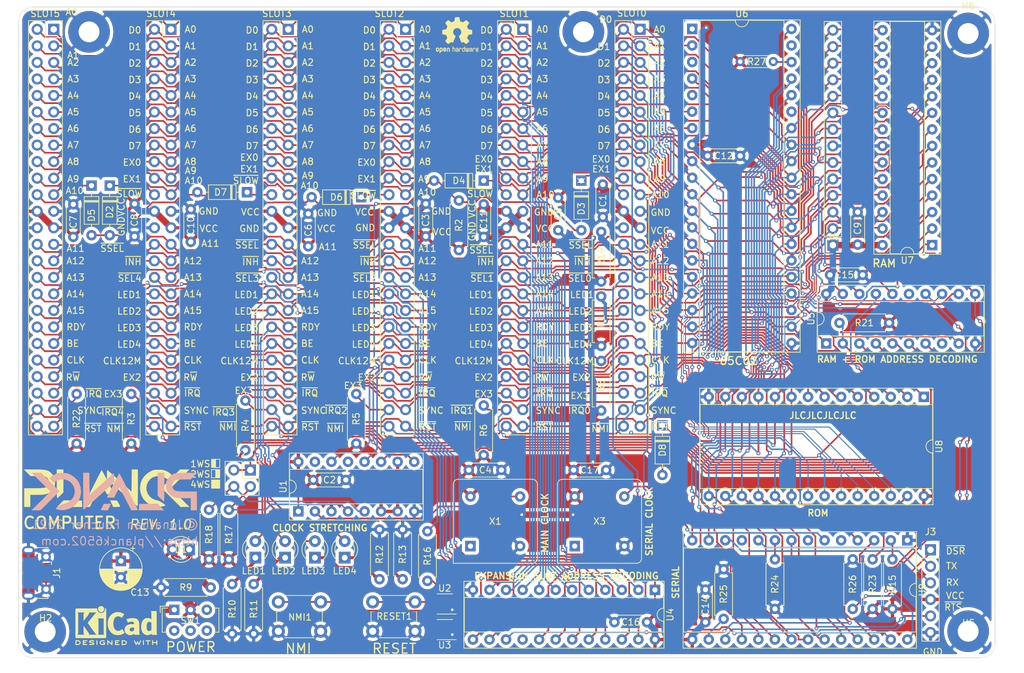
<source format=kicad_pcb>
(kicad_pcb (version 20171130) (host pcbnew "(5.1.10-1-10_14)")
  (layers (0 F.Cu signal) (31 B.Cu signal) (34 B.Paste user) (35 F.Paste user) (36 B.SilkS user) (37 F.SilkS user) (38 B.Mask user) (39 F.Mask user) (44 Edge.Cuts user))
  (net 0 "")
  (net 1 RDY)
  (net 2 A15)
  (net 3 A14)
  (net 4 A13)
  (net 5 A12)
  (net 6 A11)
  (net 7 GND)
  (net 8 +5V)
  (net 9 A10)
  (net 10 A9)
  (net 11 A8)
  (net 12 D7)
  (net 13 A7)
  (net 14 D6)
  (net 15 A6)
  (net 16 D5)
  (net 17 A5)
  (net 18 D4)
  (net 19 A4)
  (net 20 D3)
  (net 21 A3)
  (net 22 D2)
  (net 23 A2)
  (net 24 D1)
  (net 25 A1)
  (net 26 D0)
  (net 27 A0)
  (net 28 CLK)
  (net 29 BE)
  (net 30 SYNC)
  (net 31 EX1)
  (net 32 EX0)
  (net 33 "Net-(RESET1-Pad2)")
  (net 34 "Net-(NMI1-Pad2)")
  (net 35 "Net-(D1-Pad1)")
  (net 36 LED1)
  (net 37 LED2)
  (net 38 LED3)
  (net 39 LED4)
  (net 40 "Net-(LED1-Pad1)")
  (net 41 "Net-(LED2-Pad1)")
  (net 42 "Net-(LED3-Pad1)")
  (net 43 "Net-(LED4-Pad1)")
  (net 44 ~INH~)
  (net 45 ~RESET~)
  (net 46 R~W~)
  (net 47 "Net-(J1-Pad3)")
  (net 48 "Net-(J1-Pad4)")
  (net 49 "Net-(J1-Pad1)")
  (net 50 "Net-(J1-Pad2)")
  (net 51 "Net-(X1-Pad1)")
  (net 52 ~SSEL~)
  (net 53 ~IRQ4~)
  (net 54 ~IRQ3~)
  (net 55 ~IRQ2~)
  (net 56 ~IRQ1~)
  (net 57 ~NMI~)
  (net 58 ~IRQ~)
  (net 59 "Net-(R16-Pad2)")
  (net 60 CLK_12M)
  (net 61 "Net-(U1-Pad15)")
  (net 62 "Net-(U1-Pad13)")
  (net 63 "Net-(U1-Pad11)")
  (net 64 /CLK_24M)
  (net 65 "Net-(U4-Pad16)")
  (net 66 EX3)
  (net 67 EX2)
  (net 68 ~SLOT1~)
  (net 69 ~SLOT2~)
  (net 70 ~SLOT3~)
  (net 71 ~SLOT4~)
  (net 72 ~SLOT5~)
  (net 73 /DS2)
  (net 74 /DS1)
  (net 75 ~IRQ5~)
  (net 76 ~ROM_CS~)
  (net 77 ~RAM_CS~)
  (net 78 ~RAMW~)
  (net 79 "Net-(U5-Pad15)")
  (net 80 "Net-(U6-Pad39)")
  (net 81 "Net-(U6-Pad35)")
  (net 82 "Net-(U6-Pad5)")
  (net 83 "Net-(U6-Pad3)")
  (net 84 "Net-(U6-Pad1)")
  (net 85 "Net-(U9-Pad7)")
  (net 86 "Net-(U9-Pad6)")
  (net 87 "Net-(U9-Pad5)")
  (net 88 ~SLOW~)
  (net 89 "Net-(R15-Pad1)")
  (net 90 ~SER~)
  (net 91 ~SER_IRQ~)
  (net 92 ~IRQ0~)
  (net 93 /~RTS~)
  (net 94 /~DSR~)
  (net 95 ~SLOT0~)
  (net 96 "Net-(U9-Pad11)")
  (net 97 "Net-(R23-Pad2)")
  (net 98 ~SIRQ~)
  (net 99 "Net-(X3-Pad1)")
  (net 100 /~CTS~)
  (net 101 "Net-(R25-Pad2)")
  (net 102 "Net-(R27-Pad2)")
  (net 103 /RX)
  (net 104 /TX)
  (net 105 "Net-(D2-Pad1)")
  (net 106 "Net-(D3-Pad1)")
  (net 107 "Net-(D4-Pad1)")
  (net 108 "Net-(D5-Pad1)")
  (net 109 "Net-(D6-Pad1)")
  (net 110 "Net-(D7-Pad1)")
  (module Package_DIP:DIP-28_W15.24mm_Socket (layer F.Cu) (at 138.938 59.8805 270)
    (fp_text reference U8 (at 7.62 -2.33 90) (layer F.SilkS))
    (fp_text value 28C256)
    (pad 28 thru_hole oval (at 15.24 0 270) (size 1.6 1.6) (drill 0.8) (layers *.Cu *.Mask) (net 8 +5V))
    (pad 14 thru_hole oval (at 0 33.02 270) (size 1.6 1.6) (drill 0.8) (layers *.Cu *.Mask) (net 7 GND))
    (pad 27 thru_hole oval (at 15.24 2.54 270) (size 1.6 1.6) (drill 0.8) (layers *.Cu *.Mask) (net 97 "Net-(R23-Pad2)"))
    (pad 13 thru_hole oval (at 0 30.48 270) (size 1.6 1.6) (drill 0.8) (layers *.Cu *.Mask) (net 22 D2))
    (pad 26 thru_hole oval (at 15.24 5.08 270) (size 1.6 1.6) (drill 0.8) (layers *.Cu *.Mask) (net 4 A13))
    (pad 12 thru_hole oval (at 0 27.94 270) (size 1.6 1.6) (drill 0.8) (layers *.Cu *.Mask) (net 24 D1))
    (pad 25 thru_hole oval (at 15.24 7.62 270) (size 1.6 1.6) (drill 0.8) (layers *.Cu *.Mask) (net 11 A8))
    (pad 11 thru_hole oval (at 0 25.4 270) (size 1.6 1.6) (drill 0.8) (layers *.Cu *.Mask) (net 26 D0))
    (pad 24 thru_hole oval (at 15.24 10.16 270) (size 1.6 1.6) (drill 0.8) (layers *.Cu *.Mask) (net 10 A9))
    (pad 10 thru_hole oval (at 0 22.86 270) (size 1.6 1.6) (drill 0.8) (layers *.Cu *.Mask) (net 27 A0))
    (pad 23 thru_hole oval (at 15.24 12.7 270) (size 1.6 1.6) (drill 0.8) (layers *.Cu *.Mask) (net 6 A11))
    (pad 9 thru_hole oval (at 0 20.32 270) (size 1.6 1.6) (drill 0.8) (layers *.Cu *.Mask) (net 25 A1))
    (pad 22 thru_hole oval (at 15.24 15.24 270) (size 1.6 1.6) (drill 0.8) (layers *.Cu *.Mask) (net 76 ~ROM_CS~))
    (pad 8 thru_hole oval (at 0 17.78 270) (size 1.6 1.6) (drill 0.8) (layers *.Cu *.Mask) (net 23 A2))
    (pad 21 thru_hole oval (at 15.24 17.78 270) (size 1.6 1.6) (drill 0.8) (layers *.Cu *.Mask) (net 9 A10))
    (pad 7 thru_hole oval (at 0 15.24 270) (size 1.6 1.6) (drill 0.8) (layers *.Cu *.Mask) (net 21 A3))
    (pad 20 thru_hole oval (at 15.24 20.32 270) (size 1.6 1.6) (drill 0.8) (layers *.Cu *.Mask) (net 7 GND))
    (pad 6 thru_hole oval (at 0 12.7 270) (size 1.6 1.6) (drill 0.8) (layers *.Cu *.Mask) (net 19 A4))
    (pad 19 thru_hole oval (at 15.24 22.86 270) (size 1.6 1.6) (drill 0.8) (layers *.Cu *.Mask) (net 12 D7))
    (pad 5 thru_hole oval (at 0 10.16 270) (size 1.6 1.6) (drill 0.8) (layers *.Cu *.Mask) (net 17 A5))
    (pad 18 thru_hole oval (at 15.24 25.4 270) (size 1.6 1.6) (drill 0.8) (layers *.Cu *.Mask) (net 14 D6))
    (pad 4 thru_hole oval (at 0 7.62 270) (size 1.6 1.6) (drill 0.8) (layers *.Cu *.Mask) (net 15 A6))
    (pad 17 thru_hole oval (at 15.24 27.94 270) (size 1.6 1.6) (drill 0.8) (layers *.Cu *.Mask) (net 16 D5))
    (pad 3 thru_hole oval (at 0 5.08 270) (size 1.6 1.6) (drill 0.8) (layers *.Cu *.Mask) (net 13 A7))
    (pad 16 thru_hole oval (at 15.24 30.48 270) (size 1.6 1.6) (drill 0.8) (layers *.Cu *.Mask) (net 18 D4))
    (pad 2 thru_hole oval (at 0 2.54 270) (size 1.6 1.6) (drill 0.8) (layers *.Cu *.Mask) (net 5 A12))
    (pad 15 thru_hole oval (at 15.24 33.02 270) (size 1.6 1.6) (drill 0.8) (layers *.Cu *.Mask) (net 20 D3))
    (pad 1 thru_hole rect (at 0 0 270) (size 1.6 1.6) (drill 0.8) (layers *.Cu *.Mask) (net 3 A14))
  )
  (module Resistor_THT:R_Axial_DIN0207_L6.3mm_D2.5mm_P7.62mm_Horizontal (layer F.Cu) (at 128.016 84.836 270)
    (fp_text reference R26 (at 3.81 0 90) (layer F.SilkS))
    (fp_text value 10k)
    (pad 2 thru_hole oval (at 7.62 0 270) (size 1.6 1.6) (drill 0.8) (layers *.Cu *.Mask) (net 94 /~DSR~))
    (pad 1 thru_hole circle (at 0 0 270) (size 1.6 1.6) (drill 0.8) (layers *.Cu *.Mask) (net 7 GND))
  )
  (module Resistor_THT:R_Axial_DIN0207_L6.3mm_D2.5mm_P7.62mm_Horizontal (layer F.Cu) (at 108.204 86.36 270)
    (fp_text reference R25 (at 3.81 0 90) (layer F.SilkS))
    (fp_text value 10k)
    (pad 2 thru_hole oval (at 7.62 0 270) (size 1.6 1.6) (drill 0.8) (layers *.Cu *.Mask) (net 101 "Net-(R25-Pad2)"))
    (pad 1 thru_hole circle (at 0 0 270) (size 1.6 1.6) (drill 0.8) (layers *.Cu *.Mask) (net 7 GND))
  )
  (module Resistor_THT:R_Axial_DIN0207_L6.3mm_D2.5mm_P7.62mm_Horizontal (layer F.Cu) (at 116.078 92.456 90)
    (fp_text reference R24 (at 3.81 0 90) (layer F.SilkS))
    (fp_text value 10k)
    (pad 2 thru_hole oval (at 7.62 0 90) (size 1.6 1.6) (drill 0.8) (layers *.Cu *.Mask) (net 100 /~CTS~))
    (pad 1 thru_hole circle (at 0 0 90) (size 1.6 1.6) (drill 0.8) (layers *.Cu *.Mask) (net 7 GND))
  )
  (module Resistor_THT:R_Axial_DIN0207_L6.3mm_D2.5mm_P7.62mm_Horizontal (layer F.Cu) (at 131.064 92.456 90)
    (fp_text reference R23 (at 3.81 0 90) (layer F.SilkS))
    (fp_text value 10k)
    (pad 2 thru_hole oval (at 7.62 0 90) (size 1.6 1.6) (drill 0.8) (layers *.Cu *.Mask) (net 97 "Net-(R23-Pad2)"))
    (pad 1 thru_hole circle (at 0 0 90) (size 1.6 1.6) (drill 0.8) (layers *.Cu *.Mask) (net 8 +5V))
  )
  (module Resistor_THT:R_Axial_DIN0207_L6.3mm_D2.5mm_P7.62mm_Horizontal (layer F.Cu) (at 8.89 67.056 90)
    (fp_text reference R22 (at 3.81 0 90) (layer F.SilkS))
    (fp_text value 1k)
    (pad 2 thru_hole oval (at 7.62 0 90) (size 1.6 1.6) (drill 0.8) (layers *.Cu *.Mask) (net 75 ~IRQ5~))
    (pad 1 thru_hole circle (at 0 0 90) (size 1.6 1.6) (drill 0.8) (layers *.Cu *.Mask) (net 8 +5V))
  )
  (module Resistor_THT:R_Axial_DIN0207_L6.3mm_D2.5mm_P7.62mm_Horizontal (layer F.Cu) (at 133.604 48.514 180)
    (fp_text reference R21 (at 3.81 0) (layer F.SilkS))
    (fp_text value 1k)
    (pad 2 thru_hole oval (at 7.62 0 180) (size 1.6 1.6) (drill 0.8) (layers *.Cu *.Mask) (net 92 ~IRQ0~))
    (pad 1 thru_hole circle (at 0 0 180) (size 1.6 1.6) (drill 0.8) (layers *.Cu *.Mask) (net 8 +5V))
  )
  (module Resistor_THT:R_Axial_DIN0207_L6.3mm_D2.5mm_P7.62mm_Horizontal (layer F.Cu) (at 29.21 84.836 90)
    (fp_text reference R18 (at 3.81 0 90) (layer F.SilkS))
    (fp_text value 1k)
    (pad 2 thru_hole oval (at 7.62 0 90) (size 1.6 1.6) (drill 0.8) (layers *.Cu *.Mask) (net 73 /DS2))
    (pad 1 thru_hole circle (at 0 0 90) (size 1.6 1.6) (drill 0.8) (layers *.Cu *.Mask) (net 8 +5V))
  )
  (module Resistor_THT:R_Axial_DIN0207_L6.3mm_D2.5mm_P7.62mm_Horizontal (layer F.Cu) (at 32.258 84.836 90)
    (fp_text reference R17 (at 3.81 0 90) (layer F.SilkS))
    (fp_text value 1k)
    (pad 2 thru_hole oval (at 7.62 0 90) (size 1.6 1.6) (drill 0.8) (layers *.Cu *.Mask) (net 74 /DS1))
    (pad 1 thru_hole circle (at 0 0 90) (size 1.6 1.6) (drill 0.8) (layers *.Cu *.Mask) (net 8 +5V))
  )
  (module Resistor_THT:R_Axial_DIN0207_L6.3mm_D2.5mm_P7.62mm_Horizontal (layer F.Cu) (at 62.738 80.518 270)
    (fp_text reference R16 (at 3.81 0 90) (layer F.SilkS))
    (fp_text value 4.7k)
    (pad 2 thru_hole oval (at 7.62 0 270) (size 1.6 1.6) (drill 0.8) (layers *.Cu *.Mask) (net 59 "Net-(R16-Pad2)"))
    (pad 1 thru_hole circle (at 0 0 270) (size 1.6 1.6) (drill 0.8) (layers *.Cu *.Mask) (net 57 ~NMI~))
  )
  (module Resistor_THT:R_Axial_DIN0207_L6.3mm_D2.5mm_P7.62mm_Horizontal (layer F.Cu) (at 134.112 84.836 270)
    (fp_text reference R15 (at 3.81 0 90) (layer F.SilkS))
    (fp_text value 10k)
    (pad 2 thru_hole oval (at 7.62 0 270) (size 1.6 1.6) (drill 0.8) (layers *.Cu *.Mask) (net 8 +5V))
    (pad 1 thru_hole circle (at 0 0 270) (size 1.6 1.6) (drill 0.8) (layers *.Cu *.Mask) (net 89 "Net-(R15-Pad1)"))
  )
  (module Resistor_THT:R_Axial_DIN0207_L6.3mm_D2.5mm_P7.62mm_Horizontal (layer F.Cu) (at 89.408 42.164 90)
    (fp_text reference R14 (at 3.81 0 90) (layer F.SilkS))
    (fp_text value 1k)
    (pad 2 thru_hole oval (at 7.62 0 90) (size 1.6 1.6) (drill 0.8) (layers *.Cu *.Mask) (net 44 ~INH~))
    (pad 1 thru_hole circle (at 0 0 90) (size 1.6 1.6) (drill 0.8) (layers *.Cu *.Mask) (net 8 +5V))
  )
  (module Resistor_THT:R_Axial_DIN0207_L6.3mm_D2.5mm_P7.62mm_Horizontal (layer F.Cu) (at 58.928 87.884 90)
    (fp_text reference R13 (at 3.81 0 90) (layer F.SilkS))
    (fp_text value 470R)
    (pad 2 thru_hole oval (at 7.62 0 90) (size 1.6 1.6) (drill 0.8) (layers *.Cu *.Mask) (net 7 GND))
    (pad 1 thru_hole circle (at 0 0 90) (size 1.6 1.6) (drill 0.8) (layers *.Cu *.Mask) (net 43 "Net-(LED4-Pad1)"))
  )
  (module Resistor_THT:R_Axial_DIN0207_L6.3mm_D2.5mm_P7.62mm_Horizontal (layer F.Cu) (at 55.372 87.884 90)
    (fp_text reference R12 (at 3.81 0 90) (layer F.SilkS))
    (fp_text value 470R)
    (pad 2 thru_hole oval (at 7.62 0 90) (size 1.6 1.6) (drill 0.8) (layers *.Cu *.Mask) (net 7 GND))
    (pad 1 thru_hole circle (at 0 0 90) (size 1.6 1.6) (drill 0.8) (layers *.Cu *.Mask) (net 42 "Net-(LED3-Pad1)"))
  )
  (module Resistor_THT:R_Axial_DIN0207_L6.3mm_D2.5mm_P7.62mm_Horizontal (layer F.Cu) (at 36.068 88.646 270)
    (fp_text reference R11 (at 3.81 0 90) (layer F.SilkS))
    (fp_text value 470R)
    (pad 2 thru_hole oval (at 7.62 0 270) (size 1.6 1.6) (drill 0.8) (layers *.Cu *.Mask) (net 7 GND))
    (pad 1 thru_hole circle (at 0 0 270) (size 1.6 1.6) (drill 0.8) (layers *.Cu *.Mask) (net 41 "Net-(LED2-Pad1)"))
  )
  (module Resistor_THT:R_Axial_DIN0207_L6.3mm_D2.5mm_P7.62mm_Horizontal (layer F.Cu) (at 32.766 88.646 270)
    (fp_text reference R10 (at 3.81 0 90) (layer F.SilkS))
    (fp_text value 470R)
    (pad 2 thru_hole oval (at 7.62 0 270) (size 1.6 1.6) (drill 0.8) (layers *.Cu *.Mask) (net 7 GND))
    (pad 1 thru_hole circle (at 0 0 270) (size 1.6 1.6) (drill 0.8) (layers *.Cu *.Mask) (net 40 "Net-(LED1-Pad1)"))
  )
  (module Resistor_THT:R_Axial_DIN0207_L6.3mm_D2.5mm_P7.62mm_Horizontal (layer F.Cu) (at 29.464 89.154 180)
    (fp_text reference R9 (at 3.81 0) (layer F.SilkS))
    (fp_text value 470R)
    (pad 2 thru_hole oval (at 7.62 0 180) (size 1.6 1.6) (drill 0.8) (layers *.Cu *.Mask) (net 7 GND))
    (pad 1 thru_hole circle (at 0 0 180) (size 1.6 1.6) (drill 0.8) (layers *.Cu *.Mask) (net 35 "Net-(D1-Pad1)"))
  )
  (module Resistor_THT:R_Axial_DIN0207_L6.3mm_D2.5mm_P7.62mm_Horizontal (layer F.Cu) (at 89.408 61.976 90)
    (fp_text reference R8 (at 3.81 0 90) (layer F.SilkS))
    (fp_text value 10k)
    (pad 2 thru_hole oval (at 7.62 0 90) (size 1.6 1.6) (drill 0.8) (layers *.Cu *.Mask) (net 29 BE))
    (pad 1 thru_hole circle (at 0 0 90) (size 1.6 1.6) (drill 0.8) (layers *.Cu *.Mask) (net 8 +5V))
  )
  (module Resistor_THT:R_Axial_DIN0207_L6.3mm_D2.5mm_P7.62mm_Horizontal (layer F.Cu) (at 71.374 68.834 90)
    (fp_text reference R6 (at 3.81 0 90) (layer F.SilkS))
    (fp_text value 1k)
    (pad 2 thru_hole oval (at 7.62 0 90) (size 1.6 1.6) (drill 0.8) (layers *.Cu *.Mask) (net 56 ~IRQ1~))
    (pad 1 thru_hole circle (at 0 0 90) (size 1.6 1.6) (drill 0.8) (layers *.Cu *.Mask) (net 8 +5V))
  )
  (module Resistor_THT:R_Axial_DIN0207_L6.3mm_D2.5mm_P7.62mm_Horizontal (layer F.Cu) (at 51.816 67.056 90)
    (fp_text reference R5 (at 3.81 0 90) (layer F.SilkS))
    (fp_text value 1k)
    (pad 2 thru_hole oval (at 7.62 0 90) (size 1.6 1.6) (drill 0.8) (layers *.Cu *.Mask) (net 55 ~IRQ2~))
    (pad 1 thru_hole circle (at 0 0 90) (size 1.6 1.6) (drill 0.8) (layers *.Cu *.Mask) (net 8 +5V))
  )
  (module Resistor_THT:R_Axial_DIN0207_L6.3mm_D2.5mm_P7.62mm_Horizontal (layer F.Cu) (at 34.798 68.072 90)
    (fp_text reference R4 (at 3.81 0 90) (layer F.SilkS))
    (fp_text value 1k)
    (pad 2 thru_hole oval (at 7.62 0 90) (size 1.6 1.6) (drill 0.8) (layers *.Cu *.Mask) (net 54 ~IRQ3~))
    (pad 1 thru_hole circle (at 0 0 90) (size 1.6 1.6) (drill 0.8) (layers *.Cu *.Mask) (net 8 +5V))
  )
  (module Resistor_THT:R_Axial_DIN0207_L6.3mm_D2.5mm_P7.62mm_Horizontal (layer F.Cu) (at 17.272 67.056 90)
    (fp_text reference R3 (at 3.81 0 90) (layer F.SilkS))
    (fp_text value 1k)
    (pad 2 thru_hole oval (at 7.62 0 90) (size 1.6 1.6) (drill 0.8) (layers *.Cu *.Mask) (net 53 ~IRQ4~))
    (pad 1 thru_hole circle (at 0 0 90) (size 1.6 1.6) (drill 0.8) (layers *.Cu *.Mask) (net 8 +5V))
  )
  (module Resistor_THT:R_Axial_DIN0207_L6.3mm_D2.5mm_P7.62mm_Horizontal (layer F.Cu) (at 67.564 37.338 90)
    (fp_text reference R2 (at 3.81 0 90) (layer F.SilkS))
    (fp_text value 1k)
    (pad 2 thru_hole oval (at 7.62 0 90) (size 1.6 1.6) (drill 0.8) (layers *.Cu *.Mask) (net 88 ~SLOW~))
    (pad 1 thru_hole circle (at 0 0 90) (size 1.6 1.6) (drill 0.8) (layers *.Cu *.Mask) (net 8 +5V))
  )
  (module Resistor_THT:R_Axial_DIN0207_L6.3mm_D2.5mm_P7.62mm_Horizontal (layer F.Cu) (at 89.408 52.07 90)
    (fp_text reference R1 (at 3.81 0 90) (layer F.SilkS))
    (fp_text value 10k)
    (pad 2 thru_hole oval (at 7.62 0 90) (size 1.6 1.6) (drill 0.8) (layers *.Cu *.Mask) (net 1 RDY))
    (pad 1 thru_hole circle (at 0 0 90) (size 1.6 1.6) (drill 0.8) (layers *.Cu *.Mask) (net 8 +5V))
  )
  (module Logo:logo-sm (layer B.Cu) (at 14.732 74.422 180)
    (fp_text reference G*** hide)
    (fp_text value LOGO hide)
  )
  (module Symbol:KiCad-Logo2_5mm_SilkScreen (layer F.Cu) (at 14.986 94.996)
    (fp_text reference REF** hide)
    (fp_text value KiCad-Logo2_5mm_SilkScreen hide)
  )
  (module Symbol:OSHW-Logo2_7.3x6mm_SilkScreen (layer F.Cu) (at 67.31 4.318)
    (fp_text reference REF** hide)
    (fp_text value OSHW-Logo2_7.3x6mm_SilkScreen hide)
  )
  (module Logo:logo-sm (layer F.Cu) (at 13.462 73.914)
    (fp_text reference G*** hide)
    (fp_text value LOGO hide)
  )
  (module Connector_PinSocket_2.54mm:PinSocket_1x14_P2.54mm_Vertical (layer F.Cu) (at 124.968 36.576 180)
    (fp_text reference J4 (at 0 1.27) (layer F.SilkS))
    (fp_text value Conn_01x14)
    (pad 14 thru_hole oval (at 0 33.02 180) (size 1.7 1.7) (drill 1) (layers *.Cu *.Mask) (net 20 D3))
    (pad 13 thru_hole oval (at 0 30.48 180) (size 1.7 1.7) (drill 1) (layers *.Cu *.Mask) (net 18 D4))
    (pad 12 thru_hole oval (at 0 27.94 180) (size 1.7 1.7) (drill 1) (layers *.Cu *.Mask) (net 16 D5))
    (pad 11 thru_hole oval (at 0 25.4 180) (size 1.7 1.7) (drill 1) (layers *.Cu *.Mask) (net 14 D6))
    (pad 10 thru_hole oval (at 0 22.86 180) (size 1.7 1.7) (drill 1) (layers *.Cu *.Mask) (net 12 D7))
    (pad 9 thru_hole oval (at 0 20.32 180) (size 1.7 1.7) (drill 1) (layers *.Cu *.Mask) (net 77 ~RAM_CS~))
    (pad 8 thru_hole oval (at 0 17.78 180) (size 1.7 1.7) (drill 1) (layers *.Cu *.Mask) (net 9 A10))
    (pad 7 thru_hole oval (at 0 15.24 180) (size 1.7 1.7) (drill 1) (layers *.Cu *.Mask) (net 7 GND))
    (pad 6 thru_hole oval (at 0 12.7 180) (size 1.7 1.7) (drill 1) (layers *.Cu *.Mask) (net 6 A11))
    (pad 5 thru_hole oval (at 0 10.16 180) (size 1.7 1.7) (drill 1) (layers *.Cu *.Mask) (net 10 A9))
    (pad 4 thru_hole oval (at 0 7.62 180) (size 1.7 1.7) (drill 1) (layers *.Cu *.Mask) (net 11 A8))
    (pad 3 thru_hole oval (at 0 5.08 180) (size 1.7 1.7) (drill 1) (layers *.Cu *.Mask) (net 4 A13))
    (pad 2 thru_hole oval (at 0 2.54 180) (size 1.7 1.7) (drill 1) (layers *.Cu *.Mask) (net 78 ~RAMW~))
    (pad 1 thru_hole rect (at 0 0 180) (size 1.7 1.7) (drill 1) (layers *.Cu *.Mask) (net 8 +5V))
  )
  (module Resistor_THT:R_Axial_DIN0204_L3.6mm_D1.6mm_P5.08mm_Horizontal (layer F.Cu) (at 110.744 8.382)
    (fp_text reference R27 (at 2.54 0) (layer F.SilkS))
    (fp_text value 10k)
    (pad 2 thru_hole oval (at 5.08 0) (size 1.4 1.4) (drill 0.7) (layers *.Cu *.Mask) (net 102 "Net-(R27-Pad2)"))
    (pad 1 thru_hole circle (at 0 0) (size 1.4 1.4) (drill 0.7) (layers *.Cu *.Mask) (net 8 +5V))
  )
  (module Capacitor_THT:C_Disc_D4.3mm_W1.9mm_P5.00mm (layer F.Cu) (at 82.804 34.29 90)
    (fp_text reference C5 (at 2.5 0 90) (layer F.SilkS))
    (fp_text value 10n)
    (pad 2 thru_hole circle (at 5 0 90) (size 1.6 1.6) (drill 0.8) (layers *.Cu *.Mask) (net 8 +5V))
    (pad 1 thru_hole circle (at 0 0 90) (size 1.6 1.6) (drill 0.8) (layers *.Cu *.Mask) (net 7 GND))
  )
  (module Package_DIP:DIP-28_W7.62mm_Socket (layer F.Cu) (at 140.208 36.576 180)
    (fp_text reference U7 (at 3.81 -2.33) (layer F.SilkS))
    (fp_text value HM62256BLP)
    (pad 28 thru_hole oval (at 7.62 0 180) (size 1.6 1.6) (drill 0.8) (layers *.Cu *.Mask) (net 8 +5V))
    (pad 14 thru_hole oval (at 0 33.02 180) (size 1.6 1.6) (drill 0.8) (layers *.Cu *.Mask) (net 7 GND))
    (pad 27 thru_hole oval (at 7.62 2.54 180) (size 1.6 1.6) (drill 0.8) (layers *.Cu *.Mask) (net 78 ~RAMW~))
    (pad 13 thru_hole oval (at 0 30.48 180) (size 1.6 1.6) (drill 0.8) (layers *.Cu *.Mask) (net 22 D2))
    (pad 26 thru_hole oval (at 7.62 5.08 180) (size 1.6 1.6) (drill 0.8) (layers *.Cu *.Mask) (net 4 A13))
    (pad 12 thru_hole oval (at 0 27.94 180) (size 1.6 1.6) (drill 0.8) (layers *.Cu *.Mask) (net 24 D1))
    (pad 25 thru_hole oval (at 7.62 7.62 180) (size 1.6 1.6) (drill 0.8) (layers *.Cu *.Mask) (net 11 A8))
    (pad 11 thru_hole oval (at 0 25.4 180) (size 1.6 1.6) (drill 0.8) (layers *.Cu *.Mask) (net 26 D0))
    (pad 24 thru_hole oval (at 7.62 10.16 180) (size 1.6 1.6) (drill 0.8) (layers *.Cu *.Mask) (net 10 A9))
    (pad 10 thru_hole oval (at 0 22.86 180) (size 1.6 1.6) (drill 0.8) (layers *.Cu *.Mask) (net 27 A0))
    (pad 23 thru_hole oval (at 7.62 12.7 180) (size 1.6 1.6) (drill 0.8) (layers *.Cu *.Mask) (net 6 A11))
    (pad 9 thru_hole oval (at 0 20.32 180) (size 1.6 1.6) (drill 0.8) (layers *.Cu *.Mask) (net 25 A1))
    (pad 22 thru_hole oval (at 7.62 15.24 180) (size 1.6 1.6) (drill 0.8) (layers *.Cu *.Mask) (net 7 GND))
    (pad 8 thru_hole oval (at 0 17.78 180) (size 1.6 1.6) (drill 0.8) (layers *.Cu *.Mask) (net 23 A2))
    (pad 21 thru_hole oval (at 7.62 17.78 180) (size 1.6 1.6) (drill 0.8) (layers *.Cu *.Mask) (net 9 A10))
    (pad 7 thru_hole oval (at 0 15.24 180) (size 1.6 1.6) (drill 0.8) (layers *.Cu *.Mask) (net 21 A3))
    (pad 20 thru_hole oval (at 7.62 20.32 180) (size 1.6 1.6) (drill 0.8) (layers *.Cu *.Mask) (net 77 ~RAM_CS~))
    (pad 6 thru_hole oval (at 0 12.7 180) (size 1.6 1.6) (drill 0.8) (layers *.Cu *.Mask) (net 19 A4))
    (pad 19 thru_hole oval (at 7.62 22.86 180) (size 1.6 1.6) (drill 0.8) (layers *.Cu *.Mask) (net 12 D7))
    (pad 5 thru_hole oval (at 0 10.16 180) (size 1.6 1.6) (drill 0.8) (layers *.Cu *.Mask) (net 17 A5))
    (pad 18 thru_hole oval (at 7.62 25.4 180) (size 1.6 1.6) (drill 0.8) (layers *.Cu *.Mask) (net 14 D6))
    (pad 4 thru_hole oval (at 0 7.62 180) (size 1.6 1.6) (drill 0.8) (layers *.Cu *.Mask) (net 15 A6))
    (pad 17 thru_hole oval (at 7.62 27.94 180) (size 1.6 1.6) (drill 0.8) (layers *.Cu *.Mask) (net 16 D5))
    (pad 3 thru_hole oval (at 0 5.08 180) (size 1.6 1.6) (drill 0.8) (layers *.Cu *.Mask) (net 13 A7))
    (pad 16 thru_hole oval (at 7.62 30.48 180) (size 1.6 1.6) (drill 0.8) (layers *.Cu *.Mask) (net 18 D4))
    (pad 2 thru_hole oval (at 0 2.54 180) (size 1.6 1.6) (drill 0.8) (layers *.Cu *.Mask) (net 5 A12))
    (pad 15 thru_hole oval (at 7.62 33.02 180) (size 1.6 1.6) (drill 0.8) (layers *.Cu *.Mask) (net 20 D3))
    (pad 1 thru_hole rect (at 0 0 180) (size 1.6 1.6) (drill 0.8) (layers *.Cu *.Mask) (net 3 A14))
  )
  (module LED_THT:LED_D3.0mm (layer F.Cu) (at 50.038 84.582 90)
    (fp_text reference LED4 (at -2.032 0 180) (layer F.SilkS))
    (fp_text value LED)
    (pad 2 thru_hole circle (at 2.54 0 90) (size 1.8 1.8) (drill 0.9) (layers *.Cu *.Mask) (net 39 LED4))
    (pad 1 thru_hole rect (at 0 0 90) (size 1.8 1.8) (drill 0.9) (layers *.Cu *.Mask) (net 43 "Net-(LED4-Pad1)"))
  )
  (module LED_THT:LED_D3.0mm (layer F.Cu) (at 45.466 84.582 90)
    (fp_text reference LED3 (at -2.032 -0.254 180) (layer F.SilkS))
    (fp_text value LED)
    (pad 2 thru_hole circle (at 2.54 0 90) (size 1.8 1.8) (drill 0.9) (layers *.Cu *.Mask) (net 38 LED3))
    (pad 1 thru_hole rect (at 0 0 90) (size 1.8 1.8) (drill 0.9) (layers *.Cu *.Mask) (net 42 "Net-(LED3-Pad1)"))
  )
  (module LED_THT:LED_D3.0mm (layer F.Cu) (at 40.894 84.582 90)
    (fp_text reference LED2 (at -2.032 -0.254 180) (layer F.SilkS))
    (fp_text value LED)
    (pad 2 thru_hole circle (at 2.54 0 90) (size 1.8 1.8) (drill 0.9) (layers *.Cu *.Mask) (net 37 LED2))
    (pad 1 thru_hole rect (at 0 0 90) (size 1.8 1.8) (drill 0.9) (layers *.Cu *.Mask) (net 41 "Net-(LED2-Pad1)"))
  )
  (module LED_THT:LED_D3.0mm (layer F.Cu) (at 36.322 84.582 90)
    (fp_text reference LED1 (at -2.032 -0.254 180) (layer F.SilkS))
    (fp_text value LED)
    (pad 2 thru_hole circle (at 2.54 0 90) (size 1.8 1.8) (drill 0.9) (layers *.Cu *.Mask) (net 36 LED1))
    (pad 1 thru_hole rect (at 0 0 90) (size 1.8 1.8) (drill 0.9) (layers *.Cu *.Mask) (net 40 "Net-(LED1-Pad1)"))
  )
  (module LED_THT:LED_D3.0mm (layer F.Cu) (at 26.162 83.312 180)
    (fp_text reference D1 (at 1.27 0) (layer F.SilkS))
    (fp_text value LED)
    (pad 2 thru_hole circle (at 2.54 0 180) (size 1.8 1.8) (drill 0.9) (layers *.Cu *.Mask) (net 8 +5V))
    (pad 1 thru_hole rect (at 0 0 180) (size 1.8 1.8) (drill 0.9) (layers *.Cu *.Mask) (net 35 "Net-(D1-Pad1)"))
  )
  (module Capacitor_THT:C_Disc_D4.3mm_W1.9mm_P5.00mm (layer F.Cu) (at 90.17 71.12 180)
    (fp_text reference C17 (at 2.54 0) (layer F.SilkS))
    (fp_text value 10n)
    (pad 2 thru_hole circle (at 5 0 180) (size 1.6 1.6) (drill 0.8) (layers *.Cu *.Mask) (net 8 +5V))
    (pad 1 thru_hole circle (at 0 0 180) (size 1.6 1.6) (drill 0.8) (layers *.Cu *.Mask) (net 7 GND))
  )
  (module Oscillator:Oscillator_DIP-8 (layer F.Cu) (at 85.344 82.804)
    (fp_text reference X3 (at 3.81 -3.81) (layer F.SilkS))
    (fp_text value 1.8432MHz)
    (pad 4 thru_hole circle (at 7.62 0) (size 1.6 1.6) (drill 0.8) (layers *.Cu *.Mask) (net 7 GND))
    (pad 5 thru_hole circle (at 7.62 -7.62) (size 1.6 1.6) (drill 0.8) (layers *.Cu *.Mask) (net 86 "Net-(U9-Pad6)"))
    (pad 8 thru_hole circle (at 0 -7.62) (size 1.6 1.6) (drill 0.8) (layers *.Cu *.Mask) (net 8 +5V))
    (pad 1 thru_hole rect (at 0 0) (size 1.6 1.6) (drill 0.8) (layers *.Cu *.Mask) (net 99 "Net-(X3-Pad1)"))
  )
  (module Package_DIP:DIP-20_W7.62mm_Socket (layer F.Cu) (at 123.952 51.689 90)
    (fp_text reference U5 (at 3.81 -2.33 90) (layer F.SilkS))
    (fp_text value GAL16V8)
    (pad 20 thru_hole oval (at 7.62 0 90) (size 1.6 1.6) (drill 0.8) (layers *.Cu *.Mask) (net 8 +5V))
    (pad 10 thru_hole oval (at 0 22.86 90) (size 1.6 1.6) (drill 0.8) (layers *.Cu *.Mask) (net 7 GND))
    (pad 19 thru_hole oval (at 7.62 2.54 90) (size 1.6 1.6) (drill 0.8) (layers *.Cu *.Mask) (net 58 ~IRQ~))
    (pad 9 thru_hole oval (at 0 20.32 90) (size 1.6 1.6) (drill 0.8) (layers *.Cu *.Mask) (net 2 A15))
    (pad 18 thru_hole oval (at 7.62 5.08 90) (size 1.6 1.6) (drill 0.8) (layers *.Cu *.Mask) (net 77 ~RAM_CS~))
    (pad 8 thru_hole oval (at 0 17.78 90) (size 1.6 1.6) (drill 0.8) (layers *.Cu *.Mask) (net 91 ~SER_IRQ~))
    (pad 17 thru_hole oval (at 7.62 7.62 90) (size 1.6 1.6) (drill 0.8) (layers *.Cu *.Mask) (net 76 ~ROM_CS~))
    (pad 7 thru_hole oval (at 0 15.24 90) (size 1.6 1.6) (drill 0.8) (layers *.Cu *.Mask) (net 75 ~IRQ5~))
    (pad 16 thru_hole oval (at 7.62 10.16 90) (size 1.6 1.6) (drill 0.8) (layers *.Cu *.Mask) (net 78 ~RAMW~))
    (pad 6 thru_hole oval (at 0 12.7 90) (size 1.6 1.6) (drill 0.8) (layers *.Cu *.Mask) (net 53 ~IRQ4~))
    (pad 15 thru_hole oval (at 7.62 12.7 90) (size 1.6 1.6) (drill 0.8) (layers *.Cu *.Mask) (net 79 "Net-(U5-Pad15)"))
    (pad 5 thru_hole oval (at 0 10.16 90) (size 1.6 1.6) (drill 0.8) (layers *.Cu *.Mask) (net 54 ~IRQ3~))
    (pad 14 thru_hole oval (at 7.62 15.24 90) (size 1.6 1.6) (drill 0.8) (layers *.Cu *.Mask) (net 98 ~SIRQ~))
    (pad 4 thru_hole oval (at 0 7.62 90) (size 1.6 1.6) (drill 0.8) (layers *.Cu *.Mask) (net 55 ~IRQ2~))
    (pad 13 thru_hole oval (at 7.62 17.78 90) (size 1.6 1.6) (drill 0.8) (layers *.Cu *.Mask) (net 44 ~INH~))
    (pad 3 thru_hole oval (at 0 5.08 90) (size 1.6 1.6) (drill 0.8) (layers *.Cu *.Mask) (net 56 ~IRQ1~))
    (pad 12 thru_hole oval (at 7.62 20.32 90) (size 1.6 1.6) (drill 0.8) (layers *.Cu *.Mask) (net 52 ~SSEL~))
    (pad 2 thru_hole oval (at 0 2.54 90) (size 1.6 1.6) (drill 0.8) (layers *.Cu *.Mask) (net 92 ~IRQ0~))
    (pad 11 thru_hole oval (at 7.62 22.86 90) (size 1.6 1.6) (drill 0.8) (layers *.Cu *.Mask) (net 46 R~W~))
    (pad 1 thru_hole rect (at 0 0 90) (size 1.6 1.6) (drill 0.8) (layers *.Cu *.Mask) (net 28 CLK))
  )
  (module Package_DIP:DIP-16_W7.62mm_Socket (layer F.Cu) (at 42.926 77.47 90)
    (fp_text reference U1 (at 3.81 -2.33 90) (layer F.SilkS))
    (fp_text value 74AC161)
    (pad 16 thru_hole oval (at 7.62 0 90) (size 1.6 1.6) (drill 0.8) (layers *.Cu *.Mask) (net 8 +5V))
    (pad 8 thru_hole oval (at 0 17.78 90) (size 1.6 1.6) (drill 0.8) (layers *.Cu *.Mask) (net 7 GND))
    (pad 15 thru_hole oval (at 7.62 2.54 90) (size 1.6 1.6) (drill 0.8) (layers *.Cu *.Mask) (net 61 "Net-(U1-Pad15)"))
    (pad 7 thru_hole oval (at 0 15.24 90) (size 1.6 1.6) (drill 0.8) (layers *.Cu *.Mask) (net 8 +5V))
    (pad 14 thru_hole oval (at 7.62 5.08 90) (size 1.6 1.6) (drill 0.8) (layers *.Cu *.Mask) (net 60 CLK_12M))
    (pad 6 thru_hole oval (at 0 12.7 90) (size 1.6 1.6) (drill 0.8) (layers *.Cu *.Mask) (net 8 +5V))
    (pad 13 thru_hole oval (at 7.62 7.62 90) (size 1.6 1.6) (drill 0.8) (layers *.Cu *.Mask) (net 62 "Net-(U1-Pad13)"))
    (pad 5 thru_hole oval (at 0 10.16 90) (size 1.6 1.6) (drill 0.8) (layers *.Cu *.Mask) (net 73 /DS2))
    (pad 12 thru_hole oval (at 7.62 10.16 90) (size 1.6 1.6) (drill 0.8) (layers *.Cu *.Mask) (net 28 CLK))
    (pad 4 thru_hole oval (at 0 7.62 90) (size 1.6 1.6) (drill 0.8) (layers *.Cu *.Mask) (net 74 /DS1))
    (pad 11 thru_hole oval (at 7.62 12.7 90) (size 1.6 1.6) (drill 0.8) (layers *.Cu *.Mask) (net 63 "Net-(U1-Pad11)"))
    (pad 3 thru_hole oval (at 0 5.08 90) (size 1.6 1.6) (drill 0.8) (layers *.Cu *.Mask) (net 8 +5V))
    (pad 10 thru_hole oval (at 7.62 15.24 90) (size 1.6 1.6) (drill 0.8) (layers *.Cu *.Mask) (net 8 +5V))
    (pad 2 thru_hole oval (at 0 2.54 90) (size 1.6 1.6) (drill 0.8) (layers *.Cu *.Mask) (net 64 /CLK_24M))
    (pad 9 thru_hole oval (at 7.62 17.78 90) (size 1.6 1.6) (drill 0.8) (layers *.Cu *.Mask) (net 63 "Net-(U1-Pad11)"))
    (pad 1 thru_hole rect (at 0 0 90) (size 1.6 1.6) (drill 0.8) (layers *.Cu *.Mask) (net 45 ~RESET~))
  )
  (module Diode_THT:D_DO-35_SOD27_P7.62mm_Horizontal (layer F.Cu) (at 98.806 64.262 270)
    (fp_text reference D8 (at 3.81 0 90) (layer F.SilkS))
    (fp_text value 1N4148)
    (fp_text user K (at 0 0 90) (layer F.SilkS))
    (pad 2 thru_hole oval (at 7.62 0 270) (size 1.6 1.6) (drill 0.8) (layers *.Cu *.Mask) (net 88 ~SLOW~))
    (pad 1 thru_hole rect (at 0 0 270) (size 1.6 1.6) (drill 0.8) (layers *.Cu *.Mask) (net 76 ~ROM_CS~))
  )
  (module Diode_THT:D_DO-35_SOD27_P7.62mm_Horizontal (layer F.Cu) (at 35.052 28.448 180)
    (fp_text reference D7 (at 4.064 0) (layer F.SilkS))
    (fp_text value 1N4148)
    (pad 2 thru_hole oval (at 7.62 0 180) (size 1.6 1.6) (drill 0.8) (layers *.Cu *.Mask) (net 88 ~SLOW~))
    (pad 1 thru_hole rect (at 0 0 180) (size 1.6 1.6) (drill 0.8) (layers *.Cu *.Mask) (net 110 "Net-(D7-Pad1)"))
  )
  (module Diode_THT:D_DO-35_SOD27_P7.62mm_Horizontal (layer F.Cu) (at 52.578 29.21 180)
    (fp_text reference D6 (at 3.81 0) (layer F.SilkS))
    (fp_text value 1N4148)
    (pad 2 thru_hole oval (at 7.62 0 180) (size 1.6 1.6) (drill 0.8) (layers *.Cu *.Mask) (net 88 ~SLOW~))
    (pad 1 thru_hole rect (at 0 0 180) (size 1.6 1.6) (drill 0.8) (layers *.Cu *.Mask) (net 109 "Net-(D6-Pad1)"))
  )
  (module Diode_THT:D_DO-35_SOD27_P7.62mm_Horizontal (layer F.Cu) (at 11.176 27.432 270)
    (fp_text reference D5 (at 4.572 0 90) (layer F.SilkS))
    (fp_text value 1N4148)
    (pad 2 thru_hole oval (at 7.62 0 270) (size 1.6 1.6) (drill 0.8) (layers *.Cu *.Mask) (net 88 ~SLOW~))
    (pad 1 thru_hole rect (at 0 0 270) (size 1.6 1.6) (drill 0.8) (layers *.Cu *.Mask) (net 108 "Net-(D5-Pad1)"))
  )
  (module Diode_THT:D_DO-35_SOD27_P7.62mm_Horizontal (layer F.Cu) (at 71.374 26.67 180)
    (fp_text reference D4 (at 3.81 0) (layer F.SilkS))
    (fp_text value 1N4148)
    (pad 2 thru_hole oval (at 7.62 0 180) (size 1.6 1.6) (drill 0.8) (layers *.Cu *.Mask) (net 88 ~SLOW~))
    (pad 1 thru_hole rect (at 0 0 180) (size 1.6 1.6) (drill 0.8) (layers *.Cu *.Mask) (net 107 "Net-(D4-Pad1)"))
  )
  (module Diode_THT:D_DO-35_SOD27_P7.62mm_Horizontal (layer F.Cu) (at 86.36 26.67 270)
    (fp_text reference D3 (at 4.318 0 90) (layer F.SilkS))
    (fp_text value 1N4148)
    (fp_text user K (at 0 0 90) (layer F.SilkS))
    (pad 2 thru_hole oval (at 7.62 0 270) (size 1.6 1.6) (drill 0.8) (layers *.Cu *.Mask) (net 88 ~SLOW~))
    (pad 1 thru_hole rect (at 0 0 270) (size 1.6 1.6) (drill 0.8) (layers *.Cu *.Mask) (net 106 "Net-(D3-Pad1)"))
  )
  (module Diode_THT:D_DO-35_SOD27_P7.62mm_Horizontal (layer F.Cu) (at 13.97 27.432 270)
    (fp_text reference D2 (at 4.064 0 90) (layer F.SilkS))
    (fp_text value 1N4148)
    (pad 2 thru_hole oval (at 7.62 0 270) (size 1.6 1.6) (drill 0.8) (layers *.Cu *.Mask) (net 88 ~SLOW~))
    (pad 1 thru_hole rect (at 0 0 270) (size 1.6 1.6) (drill 0.8) (layers *.Cu *.Mask) (net 105 "Net-(D2-Pad1)"))
  )
  (module Capacitor_THT:C_Disc_D4.3mm_W1.9mm_P5.00mm (layer F.Cu) (at 91.44 94.488)
    (fp_text reference C16 (at 2.5 0) (layer F.SilkS))
    (fp_text value 10n)
    (pad 2 thru_hole circle (at 5 0) (size 1.6 1.6) (drill 0.8) (layers *.Cu *.Mask) (net 8 +5V))
    (pad 1 thru_hole circle (at 0 0) (size 1.6 1.6) (drill 0.8) (layers *.Cu *.Mask) (net 7 GND))
  )
  (module Capacitor_THT:C_Disc_D4.3mm_W1.9mm_P5.00mm (layer F.Cu) (at 129.54 41.148 180)
    (fp_text reference C15 (at 2.794 0) (layer F.SilkS))
    (fp_text value 10n)
    (pad 2 thru_hole circle (at 5 0 180) (size 1.6 1.6) (drill 0.8) (layers *.Cu *.Mask) (net 8 +5V))
    (pad 1 thru_hole circle (at 0 0 180) (size 1.6 1.6) (drill 0.8) (layers *.Cu *.Mask) (net 7 GND))
  )
  (module Capacitor_THT:C_Disc_D4.3mm_W1.9mm_P5.00mm (layer F.Cu) (at 105.41 94.488 90)
    (fp_text reference C14 (at 2.5 0 270) (layer F.SilkS))
    (fp_text value 10n)
    (pad 2 thru_hole circle (at 5 0 90) (size 1.6 1.6) (drill 0.8) (layers *.Cu *.Mask) (net 7 GND))
    (pad 1 thru_hole circle (at 0 0 90) (size 1.6 1.6) (drill 0.8) (layers *.Cu *.Mask) (net 8 +5V))
  )
  (module Capacitor_THT:C_Disc_D4.3mm_W1.9mm_P5.00mm (layer F.Cu) (at 110.744 22.86 180)
    (fp_text reference C12 (at 2.54 0) (layer F.SilkS))
    (fp_text value 10n)
    (pad 2 thru_hole circle (at 5 0 180) (size 1.6 1.6) (drill 0.8) (layers *.Cu *.Mask) (net 8 +5V))
    (pad 1 thru_hole circle (at 0 0 180) (size 1.6 1.6) (drill 0.8) (layers *.Cu *.Mask) (net 7 GND))
  )
  (module Capacitor_THT:C_Disc_D4.3mm_W1.9mm_P5.00mm (layer F.Cu) (at 71.374 35.306 90)
    (fp_text reference C11 (at 2.54 0 90) (layer F.SilkS))
    (fp_text value 1u)
    (pad 2 thru_hole circle (at 5 0 90) (size 1.6 1.6) (drill 0.8) (layers *.Cu *.Mask) (net 8 +5V))
    (pad 1 thru_hole circle (at 0 0 90) (size 1.6 1.6) (drill 0.8) (layers *.Cu *.Mask) (net 7 GND))
  )
  (module Capacitor_THT:C_Disc_D4.3mm_W1.9mm_P5.00mm (layer F.Cu) (at 26.416 36.068 90)
    (fp_text reference C10 (at 2.5 0 90) (layer F.SilkS))
    (fp_text value 1u)
    (pad 2 thru_hole circle (at 5 0 90) (size 1.6 1.6) (drill 0.8) (layers *.Cu *.Mask) (net 7 GND))
    (pad 1 thru_hole circle (at 0 0 90) (size 1.6 1.6) (drill 0.8) (layers *.Cu *.Mask) (net 8 +5V))
  )
  (module Capacitor_THT:C_Disc_D4.3mm_W1.9mm_P5.00mm (layer F.Cu) (at 128.778 31.496 270)
    (fp_text reference C9 (at 2.5 0 270) (layer F.SilkS))
    (fp_text value 10n)
    (pad 2 thru_hole circle (at 5 0 270) (size 1.6 1.6) (drill 0.8) (layers *.Cu *.Mask) (net 8 +5V))
    (pad 1 thru_hole circle (at 0 0 270) (size 1.6 1.6) (drill 0.8) (layers *.Cu *.Mask) (net 7 GND))
  )
  (module Capacitor_THT:C_Disc_D4.3mm_W1.9mm_P5.00mm (layer F.Cu) (at 17.78 30.226 270)
    (fp_text reference C8 (at 2.5 0 90) (layer F.SilkS))
    (fp_text value 1u)
    (pad 2 thru_hole circle (at 5 0 270) (size 1.6 1.6) (drill 0.8) (layers *.Cu *.Mask) (net 7 GND))
    (pad 1 thru_hole circle (at 0 0 270) (size 1.6 1.6) (drill 0.8) (layers *.Cu *.Mask) (net 8 +5V))
  )
  (module Capacitor_THT:C_Disc_D4.3mm_W1.9mm_P5.00mm (layer F.Cu) (at 8.382 35.306 90)
    (fp_text reference C7 (at 2.286 0 90) (layer F.SilkS))
    (fp_text value 1u)
    (pad 2 thru_hole circle (at 5 0 90) (size 1.6 1.6) (drill 0.8) (layers *.Cu *.Mask) (net 7 GND))
    (pad 1 thru_hole circle (at 0 0 90) (size 1.6 1.6) (drill 0.8) (layers *.Cu *.Mask) (net 8 +5V))
  )
  (module Capacitor_THT:C_Disc_D4.3mm_W1.9mm_P5.00mm (layer F.Cu) (at 44.45 31.75 270)
    (fp_text reference C6 (at 2.54 0 90) (layer F.SilkS))
    (fp_text value 47n)
    (pad 2 thru_hole circle (at 5 0 270) (size 1.6 1.6) (drill 0.8) (layers *.Cu *.Mask) (net 8 +5V))
    (pad 1 thru_hole circle (at 0 0 270) (size 1.6 1.6) (drill 0.8) (layers *.Cu *.Mask) (net 7 GND))
  )
  (module Capacitor_THT:C_Disc_D4.3mm_W1.9mm_P5.00mm (layer F.Cu) (at 69.088 71.12)
    (fp_text reference C4 (at 2.54 0) (layer F.SilkS))
    (fp_text value 10n)
    (pad 2 thru_hole circle (at 5 0) (size 1.6 1.6) (drill 0.8) (layers *.Cu *.Mask) (net 7 GND))
    (pad 1 thru_hole circle (at 0 0) (size 1.6 1.6) (drill 0.8) (layers *.Cu *.Mask) (net 8 +5V))
  )
  (module Capacitor_THT:C_Disc_D4.3mm_W1.9mm_P5.00mm (layer F.Cu) (at 62.484 30.226 270)
    (fp_text reference C3 (at 2.54 0 90) (layer F.SilkS))
    (fp_text value 1u)
    (pad 2 thru_hole circle (at 5 0 270) (size 1.6 1.6) (drill 0.8) (layers *.Cu *.Mask) (net 8 +5V))
    (pad 1 thru_hole circle (at 0 0 270) (size 1.6 1.6) (drill 0.8) (layers *.Cu *.Mask) (net 7 GND))
  )
  (module Capacitor_THT:C_Disc_D4.3mm_W1.9mm_P5.00mm (layer F.Cu) (at 45.212 72.644)
    (fp_text reference C2 (at 2.5 0) (layer F.SilkS))
    (fp_text value 10n)
    (pad 2 thru_hole circle (at 5 0) (size 1.6 1.6) (drill 0.8) (layers *.Cu *.Mask) (net 7 GND))
    (pad 1 thru_hole circle (at 0 0) (size 1.6 1.6) (drill 0.8) (layers *.Cu *.Mask) (net 8 +5V))
  )
  (module Capacitor_THT:C_Disc_D4.3mm_W1.9mm_P5.00mm (layer F.Cu) (at 89.662 32.258 90)
    (fp_text reference C1 (at 2.5 0 90) (layer F.SilkS))
    (fp_text value 1u)
    (pad 2 thru_hole circle (at 5 0 90) (size 1.6 1.6) (drill 0.8) (layers *.Cu *.Mask) (net 8 +5V))
    (pad 1 thru_hole circle (at 0 0 90) (size 1.6 1.6) (drill 0.8) (layers *.Cu *.Mask) (net 7 GND))
  )
  (module Connector_PinSocket_2.54mm:PinSocket_2x25_P2.54mm_Vertical (layer F.Cu) (at 95.377 3.429)
    (fp_text reference SLOT0 (at -1.27 -2.4765) (layer F.SilkS))
    (fp_text value Conn_01x40)
    (pad 50 thru_hole oval (at -2.54 60.96) (size 1.7 1.7) (drill 1) (layers *.Cu *.Mask) (net 57 ~NMI~))
    (pad 49 thru_hole oval (at 0 60.96) (size 1.7 1.7) (drill 1) (layers *.Cu *.Mask) (net 45 ~RESET~))
    (pad 48 thru_hole oval (at -2.54 58.42) (size 1.7 1.7) (drill 1) (layers *.Cu *.Mask) (net 92 ~IRQ0~))
    (pad 47 thru_hole oval (at 0 58.42) (size 1.7 1.7) (drill 1) (layers *.Cu *.Mask) (net 30 SYNC))
    (pad 46 thru_hole oval (at -2.54 55.88) (size 1.7 1.7) (drill 1) (layers *.Cu *.Mask) (net 66 EX3))
    (pad 45 thru_hole oval (at 0 55.88) (size 1.7 1.7) (drill 1) (layers *.Cu *.Mask) (net 58 ~IRQ~))
    (pad 44 thru_hole oval (at -2.54 53.34) (size 1.7 1.7) (drill 1) (layers *.Cu *.Mask) (net 67 EX2))
    (pad 43 thru_hole oval (at 0 53.34) (size 1.7 1.7) (drill 1) (layers *.Cu *.Mask) (net 46 R~W~))
    (pad 42 thru_hole oval (at -2.54 50.8) (size 1.7 1.7) (drill 1) (layers *.Cu *.Mask) (net 60 CLK_12M))
    (pad 41 thru_hole oval (at 0 50.8) (size 1.7 1.7) (drill 1) (layers *.Cu *.Mask) (net 28 CLK))
    (pad 40 thru_hole oval (at -2.54 48.26) (size 1.7 1.7) (drill 1) (layers *.Cu *.Mask) (net 39 LED4))
    (pad 39 thru_hole oval (at 0 48.26) (size 1.7 1.7) (drill 1) (layers *.Cu *.Mask) (net 29 BE))
    (pad 38 thru_hole oval (at -2.54 45.72) (size 1.7 1.7) (drill 1) (layers *.Cu *.Mask) (net 38 LED3))
    (pad 37 thru_hole oval (at 0 45.72) (size 1.7 1.7) (drill 1) (layers *.Cu *.Mask) (net 1 RDY))
    (pad 36 thru_hole oval (at -2.54 43.18) (size 1.7 1.7) (drill 1) (layers *.Cu *.Mask) (net 37 LED2))
    (pad 35 thru_hole oval (at 0 43.18) (size 1.7 1.7) (drill 1) (layers *.Cu *.Mask) (net 2 A15))
    (pad 34 thru_hole oval (at -2.54 40.64) (size 1.7 1.7) (drill 1) (layers *.Cu *.Mask) (net 36 LED1))
    (pad 33 thru_hole oval (at 0 40.64) (size 1.7 1.7) (drill 1) (layers *.Cu *.Mask) (net 3 A14))
    (pad 32 thru_hole oval (at -2.54 38.1) (size 1.7 1.7) (drill 1) (layers *.Cu *.Mask) (net 95 ~SLOT0~))
    (pad 31 thru_hole oval (at 0 38.1) (size 1.7 1.7) (drill 1) (layers *.Cu *.Mask) (net 4 A13))
    (pad 30 thru_hole oval (at -2.54 35.56) (size 1.7 1.7) (drill 1) (layers *.Cu *.Mask) (net 44 ~INH~))
    (pad 29 thru_hole oval (at 0 35.56) (size 1.7 1.7) (drill 1) (layers *.Cu *.Mask) (net 5 A12))
    (pad 28 thru_hole oval (at -2.54 33.02) (size 1.7 1.7) (drill 1) (layers *.Cu *.Mask) (net 52 ~SSEL~))
    (pad 27 thru_hole oval (at 0 33.02) (size 1.7 1.7) (drill 1) (layers *.Cu *.Mask) (net 6 A11))
    (pad 26 thru_hole oval (at -2.54 30.48) (size 1.7 1.7) (drill 1) (layers *.Cu *.Mask) (net 7 GND))
    (pad 25 thru_hole oval (at 0 30.48) (size 1.7 1.7) (drill 1) (layers *.Cu *.Mask) (net 8 +5V))
    (pad 24 thru_hole oval (at -2.54 27.94) (size 1.7 1.7) (drill 1) (layers *.Cu *.Mask) (net 8 +5V))
    (pad 23 thru_hole oval (at 0 27.94) (size 1.7 1.7) (drill 1) (layers *.Cu *.Mask) (net 7 GND))
    (pad 22 thru_hole oval (at -2.54 25.4) (size 1.7 1.7) (drill 1) (layers *.Cu *.Mask) (net 106 "Net-(D3-Pad1)"))
    (pad 21 thru_hole oval (at 0 25.4) (size 1.7 1.7) (drill 1) (layers *.Cu *.Mask) (net 9 A10))
    (pad 20 thru_hole oval (at -2.54 22.86) (size 1.7 1.7) (drill 1) (layers *.Cu *.Mask) (net 31 EX1))
    (pad 19 thru_hole oval (at 0 22.86) (size 1.7 1.7) (drill 1) (layers *.Cu *.Mask) (net 10 A9))
    (pad 18 thru_hole oval (at -2.54 20.32) (size 1.7 1.7) (drill 1) (layers *.Cu *.Mask) (net 32 EX0))
    (pad 17 thru_hole oval (at 0 20.32) (size 1.7 1.7) (drill 1) (layers *.Cu *.Mask) (net 11 A8))
    (pad 16 thru_hole oval (at -2.54 17.78) (size 1.7 1.7) (drill 1) (layers *.Cu *.Mask) (net 12 D7))
    (pad 15 thru_hole oval (at 0 17.78) (size 1.7 1.7) (drill 1) (layers *.Cu *.Mask) (net 13 A7))
    (pad 14 thru_hole oval (at -2.54 15.24) (size 1.7 1.7) (drill 1) (layers *.Cu *.Mask) (net 14 D6))
    (pad 13 thru_hole oval (at 0 15.24) (size 1.7 1.7) (drill 1) (layers *.Cu *.Mask) (net 15 A6))
    (pad 12 thru_hole oval (at -2.54 12.7) (size 1.7 1.7) (drill 1) (layers *.Cu *.Mask) (net 16 D5))
    (pad 11 thru_hole oval (at 0 12.7) (size 1.7 1.7) (drill 1) (layers *.Cu *.Mask) (net 17 A5))
    (pad 10 thru_hole oval (at -2.54 10.16) (size 1.7 1.7) (drill 1) (layers *.Cu *.Mask) (net 18 D4))
    (pad 9 thru_hole oval (at 0 10.16) (size 1.7 1.7) (drill 1) (layers *.Cu *.Mask) (net 19 A4))
    (pad 8 thru_hole oval (at -2.54 7.62) (size 1.7 1.7) (drill 1) (layers *.Cu *.Mask) (net 20 D3))
    (pad 7 thru_hole oval (at 0 7.62) (size 1.7 1.7) (drill 1) (layers *.Cu *.Mask) (net 21 A3))
    (pad 6 thru_hole oval (at -2.54 5.08) (size 1.7 1.7) (drill 1) (layers *.Cu *.Mask) (net 22 D2))
    (pad 5 thru_hole oval (at 0 5.08) (size 1.7 1.7) (drill 1) (layers *.Cu *.Mask) (net 23 A2))
    (pad 4 thru_hole oval (at -2.54 2.54) (size 1.7 1.7) (drill 1) (layers *.Cu *.Mask) (net 24 D1))
    (pad 3 thru_hole oval (at 0 2.54) (size 1.7 1.7) (drill 1) (layers *.Cu *.Mask) (net 25 A1))
    (pad 2 thru_hole oval (at -2.54 0) (size 1.7 1.7) (drill 1) (layers *.Cu *.Mask) (net 26 D0))
    (pad 1 thru_hole rect (at 0 0) (size 1.7 1.7) (drill 1) (layers *.Cu *.Mask) (net 27 A0))
  )
  (module Connector_PinSocket_2.54mm:PinSocket_1x06_P2.54mm_Vertical (layer F.Cu) (at 139.954 83.3755)
    (fp_text reference J3 (at 0 -2.77) (layer F.SilkS))
    (fp_text value Conn_01x06)
    (pad 6 thru_hole oval (at 0 12.7) (size 1.7 1.7) (drill 1) (layers *.Cu *.Mask) (net 7 GND))
    (pad 5 thru_hole oval (at 0 10.16) (size 1.7 1.7) (drill 1) (layers *.Cu *.Mask) (net 93 /~RTS~))
    (pad 4 thru_hole oval (at 0 7.62) (size 1.7 1.7) (drill 1) (layers *.Cu *.Mask) (net 8 +5V))
    (pad 3 thru_hole oval (at 0 5.08) (size 1.7 1.7) (drill 1) (layers *.Cu *.Mask) (net 103 /RX))
    (pad 2 thru_hole oval (at 0 2.54) (size 1.7 1.7) (drill 1) (layers *.Cu *.Mask) (net 104 /TX))
    (pad 1 thru_hole rect (at 0 0) (size 1.7 1.7) (drill 1) (layers *.Cu *.Mask) (net 94 /~DSR~))
  )
  (module MountingHole:MountingHole_3.2mm_M3_Pad (layer F.Cu) (at 145.7325 4.064)
    (fp_text reference H6 (at 0 -4.2) (layer F.SilkS))
    (fp_text value MountingHole_Pad)
    (pad 1 thru_hole circle (at 0 0) (size 6.4 6.4) (drill 3.2) (layers *.Cu *.Mask) (net 7 GND))
  )
  (module MountingHole:MountingHole_3.2mm_M3_Pad (layer F.Cu) (at 145.7325 95.885)
    (fp_text reference H5 (at 0.0635 -1.27) (layer F.SilkS))
    (fp_text value MountingHole_Pad)
    (pad 1 thru_hole circle (at 0 0) (size 6.4 6.4) (drill 3.2) (layers *.Cu *.Mask) (net 7 GND))
  )
  (module Package_DIP:DIP-28_W15.24mm_Socket (layer F.Cu) (at 136.398 81.915 270)
    (fp_text reference U9 (at 7.62 -2.33 90) (layer F.SilkS))
    (fp_text value W65C51NxP)
    (pad 28 thru_hole oval (at 15.24 0 270) (size 1.6 1.6) (drill 0.8) (layers *.Cu *.Mask) (net 46 R~W~))
    (pad 14 thru_hole oval (at 0 33.02 270) (size 1.6 1.6) (drill 0.8) (layers *.Cu *.Mask) (net 25 A1))
    (pad 27 thru_hole oval (at 15.24 2.54 270) (size 1.6 1.6) (drill 0.8) (layers *.Cu *.Mask) (net 28 CLK))
    (pad 13 thru_hole oval (at 0 30.48 270) (size 1.6 1.6) (drill 0.8) (layers *.Cu *.Mask) (net 27 A0))
    (pad 26 thru_hole oval (at 15.24 5.08 270) (size 1.6 1.6) (drill 0.8) (layers *.Cu *.Mask) (net 98 ~SIRQ~))
    (pad 12 thru_hole oval (at 0 27.94 270) (size 1.6 1.6) (drill 0.8) (layers *.Cu *.Mask) (net 103 /RX))
    (pad 25 thru_hole oval (at 15.24 7.62 270) (size 1.6 1.6) (drill 0.8) (layers *.Cu *.Mask) (net 12 D7))
    (pad 11 thru_hole oval (at 0 25.4 270) (size 1.6 1.6) (drill 0.8) (layers *.Cu *.Mask) (net 96 "Net-(U9-Pad11)"))
    (pad 24 thru_hole oval (at 15.24 10.16 270) (size 1.6 1.6) (drill 0.8) (layers *.Cu *.Mask) (net 14 D6))
    (pad 10 thru_hole oval (at 0 22.86 270) (size 1.6 1.6) (drill 0.8) (layers *.Cu *.Mask) (net 104 /TX))
    (pad 23 thru_hole oval (at 15.24 12.7 270) (size 1.6 1.6) (drill 0.8) (layers *.Cu *.Mask) (net 16 D5))
    (pad 9 thru_hole oval (at 0 20.32 270) (size 1.6 1.6) (drill 0.8) (layers *.Cu *.Mask) (net 100 /~CTS~))
    (pad 22 thru_hole oval (at 15.24 15.24 270) (size 1.6 1.6) (drill 0.8) (layers *.Cu *.Mask) (net 18 D4))
    (pad 8 thru_hole oval (at 0 17.78 270) (size 1.6 1.6) (drill 0.8) (layers *.Cu *.Mask) (net 93 /~RTS~))
    (pad 21 thru_hole oval (at 15.24 17.78 270) (size 1.6 1.6) (drill 0.8) (layers *.Cu *.Mask) (net 20 D3))
    (pad 7 thru_hole oval (at 0 15.24 270) (size 1.6 1.6) (drill 0.8) (layers *.Cu *.Mask) (net 85 "Net-(U9-Pad7)"))
    (pad 20 thru_hole oval (at 15.24 20.32 270) (size 1.6 1.6) (drill 0.8) (layers *.Cu *.Mask) (net 22 D2))
    (pad 6 thru_hole oval (at 0 12.7 270) (size 1.6 1.6) (drill 0.8) (layers *.Cu *.Mask) (net 86 "Net-(U9-Pad6)"))
    (pad 19 thru_hole oval (at 15.24 22.86 270) (size 1.6 1.6) (drill 0.8) (layers *.Cu *.Mask) (net 24 D1))
    (pad 5 thru_hole oval (at 0 10.16 270) (size 1.6 1.6) (drill 0.8) (layers *.Cu *.Mask) (net 87 "Net-(U9-Pad5)"))
    (pad 18 thru_hole oval (at 15.24 25.4 270) (size 1.6 1.6) (drill 0.8) (layers *.Cu *.Mask) (net 26 D0))
    (pad 4 thru_hole oval (at 0 7.62 270) (size 1.6 1.6) (drill 0.8) (layers *.Cu *.Mask) (net 45 ~RESET~))
    (pad 17 thru_hole oval (at 15.24 27.94 270) (size 1.6 1.6) (drill 0.8) (layers *.Cu *.Mask) (net 94 /~DSR~))
    (pad 3 thru_hole oval (at 0 5.08 270) (size 1.6 1.6) (drill 0.8) (layers *.Cu *.Mask) (net 90 ~SER~))
    (pad 16 thru_hole oval (at 15.24 30.48 270) (size 1.6 1.6) (drill 0.8) (layers *.Cu *.Mask) (net 101 "Net-(R25-Pad2)"))
    (pad 2 thru_hole oval (at 0 2.54 270) (size 1.6 1.6) (drill 0.8) (layers *.Cu *.Mask) (net 89 "Net-(R15-Pad1)"))
    (pad 15 thru_hole oval (at 15.24 33.02 270) (size 1.6 1.6) (drill 0.8) (layers *.Cu *.Mask) (net 8 +5V))
    (pad 1 thru_hole rect (at 0 0 270) (size 1.6 1.6) (drill 0.8) (layers *.Cu *.Mask) (net 7 GND))
  )
  (module Package_DIP:DIP-40_W15.24mm_Socket (layer F.Cu) (at 103.378 3.3655)
    (fp_text reference U6 (at 7.62 -2.33) (layer F.SilkS))
    (fp_text value W65C02SxP)
    (pad 40 thru_hole oval (at 15.24 0) (size 1.6 1.6) (drill 0.8) (layers *.Cu *.Mask) (net 45 ~RESET~))
    (pad 20 thru_hole oval (at 0 48.26) (size 1.6 1.6) (drill 0.8) (layers *.Cu *.Mask) (net 6 A11))
    (pad 39 thru_hole oval (at 15.24 2.54) (size 1.6 1.6) (drill 0.8) (layers *.Cu *.Mask) (net 80 "Net-(U6-Pad39)"))
    (pad 19 thru_hole oval (at 0 45.72) (size 1.6 1.6) (drill 0.8) (layers *.Cu *.Mask) (net 9 A10))
    (pad 38 thru_hole oval (at 15.24 5.08) (size 1.6 1.6) (drill 0.8) (layers *.Cu *.Mask) (net 102 "Net-(R27-Pad2)"))
    (pad 18 thru_hole oval (at 0 43.18) (size 1.6 1.6) (drill 0.8) (layers *.Cu *.Mask) (net 10 A9))
    (pad 37 thru_hole oval (at 15.24 7.62) (size 1.6 1.6) (drill 0.8) (layers *.Cu *.Mask) (net 28 CLK))
    (pad 17 thru_hole oval (at 0 40.64) (size 1.6 1.6) (drill 0.8) (layers *.Cu *.Mask) (net 11 A8))
    (pad 36 thru_hole oval (at 15.24 10.16) (size 1.6 1.6) (drill 0.8) (layers *.Cu *.Mask) (net 29 BE))
    (pad 16 thru_hole oval (at 0 38.1) (size 1.6 1.6) (drill 0.8) (layers *.Cu *.Mask) (net 13 A7))
    (pad 35 thru_hole oval (at 15.24 12.7) (size 1.6 1.6) (drill 0.8) (layers *.Cu *.Mask) (net 81 "Net-(U6-Pad35)"))
    (pad 15 thru_hole oval (at 0 35.56) (size 1.6 1.6) (drill 0.8) (layers *.Cu *.Mask) (net 15 A6))
    (pad 34 thru_hole oval (at 15.24 15.24) (size 1.6 1.6) (drill 0.8) (layers *.Cu *.Mask) (net 46 R~W~))
    (pad 14 thru_hole oval (at 0 33.02) (size 1.6 1.6) (drill 0.8) (layers *.Cu *.Mask) (net 17 A5))
    (pad 33 thru_hole oval (at 15.24 17.78) (size 1.6 1.6) (drill 0.8) (layers *.Cu *.Mask) (net 26 D0))
    (pad 13 thru_hole oval (at 0 30.48) (size 1.6 1.6) (drill 0.8) (layers *.Cu *.Mask) (net 19 A4))
    (pad 32 thru_hole oval (at 15.24 20.32) (size 1.6 1.6) (drill 0.8) (layers *.Cu *.Mask) (net 24 D1))
    (pad 12 thru_hole oval (at 0 27.94) (size 1.6 1.6) (drill 0.8) (layers *.Cu *.Mask) (net 21 A3))
    (pad 31 thru_hole oval (at 15.24 22.86) (size 1.6 1.6) (drill 0.8) (layers *.Cu *.Mask) (net 22 D2))
    (pad 11 thru_hole oval (at 0 25.4) (size 1.6 1.6) (drill 0.8) (layers *.Cu *.Mask) (net 23 A2))
    (pad 30 thru_hole oval (at 15.24 25.4) (size 1.6 1.6) (drill 0.8) (layers *.Cu *.Mask) (net 20 D3))
    (pad 10 thru_hole oval (at 0 22.86) (size 1.6 1.6) (drill 0.8) (layers *.Cu *.Mask) (net 25 A1))
    (pad 29 thru_hole oval (at 15.24 27.94) (size 1.6 1.6) (drill 0.8) (layers *.Cu *.Mask) (net 18 D4))
    (pad 9 thru_hole oval (at 0 20.32) (size 1.6 1.6) (drill 0.8) (layers *.Cu *.Mask) (net 27 A0))
    (pad 28 thru_hole oval (at 15.24 30.48) (size 1.6 1.6) (drill 0.8) (layers *.Cu *.Mask) (net 16 D5))
    (pad 8 thru_hole oval (at 0 17.78) (size 1.6 1.6) (drill 0.8) (layers *.Cu *.Mask) (net 8 +5V))
    (pad 27 thru_hole oval (at 15.24 33.02) (size 1.6 1.6) (drill 0.8) (layers *.Cu *.Mask) (net 14 D6))
    (pad 7 thru_hole oval (at 0 15.24) (size 1.6 1.6) (drill 0.8) (layers *.Cu *.Mask) (net 30 SYNC))
    (pad 26 thru_hole oval (at 15.24 35.56) (size 1.6 1.6) (drill 0.8) (layers *.Cu *.Mask) (net 12 D7))
    (pad 6 thru_hole oval (at 0 12.7) (size 1.6 1.6) (drill 0.8) (layers *.Cu *.Mask) (net 57 ~NMI~))
    (pad 25 thru_hole oval (at 15.24 38.1) (size 1.6 1.6) (drill 0.8) (layers *.Cu *.Mask) (net 2 A15))
    (pad 5 thru_hole oval (at 0 10.16) (size 1.6 1.6) (drill 0.8) (layers *.Cu *.Mask) (net 82 "Net-(U6-Pad5)"))
    (pad 24 thru_hole oval (at 15.24 40.64) (size 1.6 1.6) (drill 0.8) (layers *.Cu *.Mask) (net 3 A14))
    (pad 4 thru_hole oval (at 0 7.62) (size 1.6 1.6) (drill 0.8) (layers *.Cu *.Mask) (net 58 ~IRQ~))
    (pad 23 thru_hole oval (at 15.24 43.18) (size 1.6 1.6) (drill 0.8) (layers *.Cu *.Mask) (net 4 A13))
    (pad 3 thru_hole oval (at 0 5.08) (size 1.6 1.6) (drill 0.8) (layers *.Cu *.Mask) (net 83 "Net-(U6-Pad3)"))
    (pad 22 thru_hole oval (at 15.24 45.72) (size 1.6 1.6) (drill 0.8) (layers *.Cu *.Mask) (net 5 A12))
    (pad 2 thru_hole oval (at 0 2.54) (size 1.6 1.6) (drill 0.8) (layers *.Cu *.Mask) (net 1 RDY))
    (pad 21 thru_hole oval (at 15.24 48.26) (size 1.6 1.6) (drill 0.8) (layers *.Cu *.Mask) (net 7 GND))
    (pad 1 thru_hole rect (at 0 0) (size 1.6 1.6) (drill 0.8) (layers *.Cu *.Mask) (net 84 "Net-(U6-Pad1)"))
  )
  (module MountingHole:MountingHole_3.2mm_M3_Pad (layer F.Cu) (at 10.795 3.81)
    (fp_text reference H3 (at 0.0635 -0.254) (layer F.SilkS))
    (fp_text value MountingHole_Pad)
    (pad 1 thru_hole circle (at 0 0) (size 6.4 6.4) (drill 3.2) (layers *.Cu *.Mask) (net 7 GND))
  )
  (module MountingHole:MountingHole_3.2mm_M3_Pad (layer F.Cu) (at 4.064 95.9485)
    (fp_text reference H2 (at 0.0635 -2.0955) (layer F.SilkS))
    (fp_text value MountingHole_Pad)
    (pad 1 thru_hole circle (at 0 0) (size 6.4 6.4) (drill 3.2) (layers *.Cu *.Mask) (net 7 GND))
  )
  (module MountingHole:MountingHole_3.2mm_M3_Pad (layer F.Cu) (at 86.6775 3.81)
    (fp_text reference H1 (at 0.0635 -0.127) (layer F.SilkS))
    (fp_text value MountingHole_Pad)
    (pad 1 thru_hole circle (at 0 0) (size 6.4 6.4) (drill 3.2) (layers *.Cu *.Mask) (net 7 GND))
  )
  (module Connector_PinHeader_2.54mm:PinHeader_2x02_P2.54mm_Vertical (layer F.Cu) (at 35.56 71.12 270)
    (fp_text reference J2 (at -2.6035 1.397 180) (layer F.SilkS))
    (fp_text value Conn_02x02_Odd_Even)
    (pad 4 thru_hole oval (at 2.54 2.54 270) (size 1.7 1.7) (drill 1) (layers *.Cu *.Mask) (net 73 /DS2))
    (pad 3 thru_hole oval (at 0 2.54 270) (size 1.7 1.7) (drill 1) (layers *.Cu *.Mask) (net 88 ~SLOW~))
    (pad 2 thru_hole oval (at 2.54 0 270) (size 1.7 1.7) (drill 1) (layers *.Cu *.Mask) (net 74 /DS1))
    (pad 1 thru_hole rect (at 0 0 270) (size 1.7 1.7) (drill 1) (layers *.Cu *.Mask) (net 88 ~SLOW~))
  )
  (module Oscillator:Oscillator_DIP-8 (layer F.Cu) (at 69.342 82.804)
    (fp_text reference X1 (at 3.81 -3.81) (layer F.SilkS))
    (fp_text value 24MHz)
    (pad 4 thru_hole circle (at 7.62 0) (size 1.6 1.6) (drill 0.8) (layers *.Cu *.Mask) (net 7 GND))
    (pad 5 thru_hole circle (at 7.62 -7.62) (size 1.6 1.6) (drill 0.8) (layers *.Cu *.Mask) (net 64 /CLK_24M))
    (pad 8 thru_hole circle (at 0 -7.62) (size 1.6 1.6) (drill 0.8) (layers *.Cu *.Mask) (net 8 +5V))
    (pad 1 thru_hole rect (at 0 0) (size 1.6 1.6) (drill 0.8) (layers *.Cu *.Mask) (net 51 "Net-(X1-Pad1)"))
  )
  (module Connector_USB:USB_Micro-B_Molex-105017-0001 (layer F.Cu) (at 2.7305 86.9315 270)
    (fp_text reference J1 (at 0 -3.1125 90) (layer F.SilkS))
    (fp_text value USB_B_Micro)
    (pad 6 smd rect (at -2.9 1.2375 270) (size 1.2 1.9) (layers F.Cu F.Mask) (net 7 GND))
    (pad 6 smd rect (at 2.9 1.2375 270) (size 1.2 1.9) (layers F.Cu F.Mask) (net 7 GND))
    (pad 6 thru_hole oval (at 3.5 1.2375 270) (size 1.2 1.9) (drill oval 0.6 1.3) (layers *.Cu *.Mask) (net 7 GND))
    (pad 6 thru_hole oval (at -3.5 1.2375 90) (size 1.2 1.9) (drill oval 0.6 1.3) (layers *.Cu *.Mask) (net 7 GND))
    (pad 6 smd rect (at -1 1.2375 270) (size 1.5 1.9) (layers F.Cu F.Paste F.Mask) (net 7 GND))
    (pad 6 thru_hole circle (at 2.5 -1.4625 270) (size 1.45 1.45) (drill 0.85) (layers *.Cu *.Mask) (net 7 GND))
    (pad 3 smd rect (at 0 -1.4625 270) (size 0.4 1.35) (layers F.Cu F.Paste F.Mask) (net 47 "Net-(J1-Pad3)"))
    (pad 4 smd rect (at 0.65 -1.4625 270) (size 0.4 1.35) (layers F.Cu F.Paste F.Mask) (net 48 "Net-(J1-Pad4)"))
    (pad 5 smd rect (at 1.3 -1.4625 270) (size 0.4 1.35) (layers F.Cu F.Paste F.Mask) (net 7 GND))
    (pad 1 smd rect (at -1.3 -1.4625 270) (size 0.4 1.35) (layers F.Cu F.Paste F.Mask) (net 49 "Net-(J1-Pad1)"))
    (pad 2 smd rect (at -0.65 -1.4625 270) (size 0.4 1.35) (layers F.Cu F.Paste F.Mask) (net 50 "Net-(J1-Pad2)"))
    (pad 6 thru_hole circle (at -2.5 -1.4625 270) (size 1.45 1.45) (drill 0.85) (layers *.Cu *.Mask) (net 7 GND))
    (pad 6 smd rect (at 1 1.2375 270) (size 1.5 1.9) (layers F.Cu F.Paste F.Mask) (net 7 GND))
  )
  (module Package_DIP:DIP-24_W7.62mm_Socket (layer F.Cu) (at 97.663 89.535 270)
    (fp_text reference U4 (at 3.81 -2.33 90) (layer F.SilkS))
    (fp_text value PAL24)
    (pad 24 thru_hole oval (at 7.62 0 270) (size 1.6 1.6) (drill 0.8) (layers *.Cu *.Mask) (net 8 +5V))
    (pad 12 thru_hole oval (at 0 27.94 270) (size 1.6 1.6) (drill 0.8) (layers *.Cu *.Mask) (net 7 GND))
    (pad 23 thru_hole oval (at 7.62 2.54 270) (size 1.6 1.6) (drill 0.8) (layers *.Cu *.Mask) (net 95 ~SLOT0~))
    (pad 11 thru_hole oval (at 0 25.4 270) (size 1.6 1.6) (drill 0.8) (layers *.Cu *.Mask) (net 4 A13))
    (pad 22 thru_hole oval (at 7.62 5.08 270) (size 1.6 1.6) (drill 0.8) (layers *.Cu *.Mask) (net 68 ~SLOT1~))
    (pad 10 thru_hole oval (at 0 22.86 270) (size 1.6 1.6) (drill 0.8) (layers *.Cu *.Mask) (net 5 A12))
    (pad 21 thru_hole oval (at 7.62 7.62 270) (size 1.6 1.6) (drill 0.8) (layers *.Cu *.Mask) (net 69 ~SLOT2~))
    (pad 9 thru_hole oval (at 0 20.32 270) (size 1.6 1.6) (drill 0.8) (layers *.Cu *.Mask) (net 6 A11))
    (pad 20 thru_hole oval (at 7.62 10.16 270) (size 1.6 1.6) (drill 0.8) (layers *.Cu *.Mask) (net 70 ~SLOT3~))
    (pad 8 thru_hole oval (at 0 17.78 270) (size 1.6 1.6) (drill 0.8) (layers *.Cu *.Mask) (net 9 A10))
    (pad 19 thru_hole oval (at 7.62 12.7 270) (size 1.6 1.6) (drill 0.8) (layers *.Cu *.Mask) (net 71 ~SLOT4~))
    (pad 7 thru_hole oval (at 0 15.24 270) (size 1.6 1.6) (drill 0.8) (layers *.Cu *.Mask) (net 10 A9))
    (pad 18 thru_hole oval (at 7.62 15.24 270) (size 1.6 1.6) (drill 0.8) (layers *.Cu *.Mask) (net 72 ~SLOT5~))
    (pad 6 thru_hole oval (at 0 12.7 270) (size 1.6 1.6) (drill 0.8) (layers *.Cu *.Mask) (net 11 A8))
    (pad 17 thru_hole oval (at 7.62 17.78 270) (size 1.6 1.6) (drill 0.8) (layers *.Cu *.Mask) (net 52 ~SSEL~))
    (pad 5 thru_hole oval (at 0 10.16 270) (size 1.6 1.6) (drill 0.8) (layers *.Cu *.Mask) (net 13 A7))
    (pad 16 thru_hole oval (at 7.62 20.32 270) (size 1.6 1.6) (drill 0.8) (layers *.Cu *.Mask) (net 65 "Net-(U4-Pad16)"))
    (pad 4 thru_hole oval (at 0 7.62 270) (size 1.6 1.6) (drill 0.8) (layers *.Cu *.Mask) (net 15 A6))
    (pad 15 thru_hole oval (at 7.62 22.86 270) (size 1.6 1.6) (drill 0.8) (layers *.Cu *.Mask) (net 90 ~SER~))
    (pad 3 thru_hole oval (at 0 5.08 270) (size 1.6 1.6) (drill 0.8) (layers *.Cu *.Mask) (net 17 A5))
    (pad 14 thru_hole oval (at 7.62 25.4 270) (size 1.6 1.6) (drill 0.8) (layers *.Cu *.Mask) (net 2 A15))
    (pad 2 thru_hole oval (at 0 2.54 270) (size 1.6 1.6) (drill 0.8) (layers *.Cu *.Mask) (net 19 A4))
    (pad 13 thru_hole oval (at 7.62 27.94 270) (size 1.6 1.6) (drill 0.8) (layers *.Cu *.Mask) (net 3 A14))
    (pad 1 thru_hole rect (at 0 0 270) (size 1.6 1.6) (drill 0.8) (layers *.Cu *.Mask) (net 28 CLK))
  )
  (module Button_Switch_THT:SW_PUSH_6mm (layer F.Cu) (at 60.833 95.885 180)
    (fp_text reference RESET1 (at 3.175 2.286) (layer F.SilkS))
    (fp_text value SW_Push)
    (pad 1 thru_hole circle (at 6.5 0 270) (size 2 2) (drill 1.1) (layers *.Cu *.Mask) (net 7 GND))
    (pad 2 thru_hole circle (at 6.5 4.5 270) (size 2 2) (drill 1.1) (layers *.Cu *.Mask) (net 33 "Net-(RESET1-Pad2)"))
    (pad 1 thru_hole circle (at 0 0 270) (size 2 2) (drill 1.1) (layers *.Cu *.Mask) (net 7 GND))
    (pad 2 thru_hole circle (at 0 4.5 270) (size 2 2) (drill 1.1) (layers *.Cu *.Mask) (net 33 "Net-(RESET1-Pad2)"))
  )
  (module Button_Switch_THT:SW_PUSH_6mm (layer F.Cu) (at 46.355 95.885 180)
    (fp_text reference NMI1 (at 3.175 2.159) (layer F.SilkS))
    (fp_text value SW_Push)
    (pad 1 thru_hole circle (at 6.5 0 270) (size 2 2) (drill 1.1) (layers *.Cu *.Mask) (net 7 GND))
    (pad 2 thru_hole circle (at 6.5 4.5 270) (size 2 2) (drill 1.1) (layers *.Cu *.Mask) (net 34 "Net-(NMI1-Pad2)"))
    (pad 1 thru_hole circle (at 0 0 270) (size 2 2) (drill 1.1) (layers *.Cu *.Mask) (net 7 GND))
    (pad 2 thru_hole circle (at 0 4.5 270) (size 2 2) (drill 1.1) (layers *.Cu *.Mask) (net 34 "Net-(NMI1-Pad2)"))
  )
  (module Package_TO_SOT_SMD:SOT-143 (layer F.Cu) (at 65.405 95.631 180)
    (fp_text reference U3 (at 0.02 -2.38) (layer F.SilkS))
    (fp_text value MAX811SEUS-T)
    (pad 4 smd rect (at 1.1 -0.95 90) (size 1 1.4) (layers F.Cu F.Paste F.Mask) (net 8 +5V))
    (pad 3 smd rect (at 1.1 0.95 90) (size 1 1.4) (layers F.Cu F.Paste F.Mask) (net 34 "Net-(NMI1-Pad2)"))
    (pad 2 smd rect (at -1.1 0.95 90) (size 1 1.4) (layers F.Cu F.Paste F.Mask) (net 59 "Net-(R16-Pad2)"))
    (pad 1 smd rect (at -1.1 -0.77 90) (size 1.2 1.4) (layers F.Cu F.Paste F.Mask) (net 7 GND))
  )
  (module Package_TO_SOT_SMD:SOT-143 (layer F.Cu) (at 65.405 91.694 180)
    (fp_text reference U2 (at 0.02 2.413) (layer F.SilkS))
    (fp_text value MAX811SEUS-T)
    (pad 4 smd rect (at 1.1 -0.95 90) (size 1 1.4) (layers F.Cu F.Paste F.Mask) (net 8 +5V))
    (pad 3 smd rect (at 1.1 0.95 90) (size 1 1.4) (layers F.Cu F.Paste F.Mask) (net 33 "Net-(RESET1-Pad2)"))
    (pad 2 smd rect (at -1.1 0.95 90) (size 1 1.4) (layers F.Cu F.Paste F.Mask) (net 45 ~RESET~))
    (pad 1 smd rect (at -1.1 -0.77 90) (size 1.2 1.4) (layers F.Cu F.Paste F.Mask) (net 7 GND))
  )
  (module Capacitor_THT:CP_Radial_D6.3mm_P2.50mm (layer F.Cu) (at 15.6845 85.09 270)
    (fp_text reference C13 (at 4.826 -2.921) (layer F.SilkS))
    (fp_text value 47u)
    (pad 2 thru_hole circle (at 2.5 0 270) (size 1.6 1.6) (drill 0.8) (layers *.Cu *.Mask) (net 7 GND))
    (pad 1 thru_hole rect (at 0 0 270) (size 1.6 1.6) (drill 0.8) (layers *.Cu *.Mask) (net 8 +5V))
  )
  (module Button_Switch_THT:SW_E-Switch_EG1271_DPDT (layer F.Cu) (at 23.876 92.583)
    (fp_text reference SW1 (at 2.5 1.651) (layer F.SilkS))
    (fp_text value SW_SPST)
    (pad 6 thru_hole circle (at 5 3.2) (size 1.6 1.6) (drill 0.8) (layers *.Cu *.Mask))
    (pad 5 thru_hole circle (at 2.5 3.2) (size 1.6 1.6) (drill 0.8) (layers *.Cu *.Mask))
    (pad 4 thru_hole circle (at 0 3.2) (size 1.6 1.6) (drill 0.8) (layers *.Cu *.Mask))
    (pad 3 thru_hole circle (at 5 0) (size 1.6 1.6) (drill 0.8) (layers *.Cu *.Mask))
    (pad 2 thru_hole circle (at 2.5 0) (size 1.6 1.6) (drill 0.8) (layers *.Cu *.Mask) (net 8 +5V))
    (pad 1 thru_hole rect (at 0 0) (size 1.6 1.6) (drill 0.8) (layers *.Cu *.Mask) (net 49 "Net-(J1-Pad1)"))
  )
  (module Connector_PinSocket_2.54mm:PinSocket_2x25_P2.54mm_Vertical (layer F.Cu) (at 5.377 3.429)
    (fp_text reference SLOT5 (at -1.313 -2.413) (layer F.SilkS))
    (fp_text value Conn_01x40)
    (pad 50 thru_hole oval (at -2.54 60.96) (size 1.7 1.7) (drill 1) (layers *.Cu *.Mask) (net 57 ~NMI~))
    (pad 49 thru_hole oval (at 0 60.96) (size 1.7 1.7) (drill 1) (layers *.Cu *.Mask) (net 45 ~RESET~))
    (pad 48 thru_hole oval (at -2.54 58.42) (size 1.7 1.7) (drill 1) (layers *.Cu *.Mask) (net 75 ~IRQ5~))
    (pad 47 thru_hole oval (at 0 58.42) (size 1.7 1.7) (drill 1) (layers *.Cu *.Mask) (net 30 SYNC))
    (pad 46 thru_hole oval (at -2.54 55.88) (size 1.7 1.7) (drill 1) (layers *.Cu *.Mask) (net 66 EX3))
    (pad 45 thru_hole oval (at 0 55.88) (size 1.7 1.7) (drill 1) (layers *.Cu *.Mask) (net 58 ~IRQ~))
    (pad 44 thru_hole oval (at -2.54 53.34) (size 1.7 1.7) (drill 1) (layers *.Cu *.Mask) (net 67 EX2))
    (pad 43 thru_hole oval (at 0 53.34) (size 1.7 1.7) (drill 1) (layers *.Cu *.Mask) (net 46 R~W~))
    (pad 42 thru_hole oval (at -2.54 50.8) (size 1.7 1.7) (drill 1) (layers *.Cu *.Mask) (net 60 CLK_12M))
    (pad 41 thru_hole oval (at 0 50.8) (size 1.7 1.7) (drill 1) (layers *.Cu *.Mask) (net 28 CLK))
    (pad 40 thru_hole oval (at -2.54 48.26) (size 1.7 1.7) (drill 1) (layers *.Cu *.Mask) (net 39 LED4))
    (pad 39 thru_hole oval (at 0 48.26) (size 1.7 1.7) (drill 1) (layers *.Cu *.Mask) (net 29 BE))
    (pad 38 thru_hole oval (at -2.54 45.72) (size 1.7 1.7) (drill 1) (layers *.Cu *.Mask) (net 38 LED3))
    (pad 37 thru_hole oval (at 0 45.72) (size 1.7 1.7) (drill 1) (layers *.Cu *.Mask) (net 1 RDY))
    (pad 36 thru_hole oval (at -2.54 43.18) (size 1.7 1.7) (drill 1) (layers *.Cu *.Mask) (net 37 LED2))
    (pad 35 thru_hole oval (at 0 43.18) (size 1.7 1.7) (drill 1) (layers *.Cu *.Mask) (net 2 A15))
    (pad 34 thru_hole oval (at -2.54 40.64) (size 1.7 1.7) (drill 1) (layers *.Cu *.Mask) (net 36 LED1))
    (pad 33 thru_hole oval (at 0 40.64) (size 1.7 1.7) (drill 1) (layers *.Cu *.Mask) (net 3 A14))
    (pad 32 thru_hole oval (at -2.54 38.1) (size 1.7 1.7) (drill 1) (layers *.Cu *.Mask) (net 72 ~SLOT5~))
    (pad 31 thru_hole oval (at 0 38.1) (size 1.7 1.7) (drill 1) (layers *.Cu *.Mask) (net 4 A13))
    (pad 30 thru_hole oval (at -2.54 35.56) (size 1.7 1.7) (drill 1) (layers *.Cu *.Mask) (net 44 ~INH~))
    (pad 29 thru_hole oval (at 0 35.56) (size 1.7 1.7) (drill 1) (layers *.Cu *.Mask) (net 5 A12))
    (pad 28 thru_hole oval (at -2.54 33.02) (size 1.7 1.7) (drill 1) (layers *.Cu *.Mask) (net 52 ~SSEL~))
    (pad 27 thru_hole oval (at 0 33.02) (size 1.7 1.7) (drill 1) (layers *.Cu *.Mask) (net 6 A11))
    (pad 26 thru_hole oval (at -2.54 30.48) (size 1.7 1.7) (drill 1) (layers *.Cu *.Mask) (net 7 GND))
    (pad 25 thru_hole oval (at 0 30.48) (size 1.7 1.7) (drill 1) (layers *.Cu *.Mask) (net 8 +5V))
    (pad 24 thru_hole oval (at -2.54 27.94) (size 1.7 1.7) (drill 1) (layers *.Cu *.Mask) (net 8 +5V))
    (pad 23 thru_hole oval (at 0 27.94) (size 1.7 1.7) (drill 1) (layers *.Cu *.Mask) (net 7 GND))
    (pad 22 thru_hole oval (at -2.54 25.4) (size 1.7 1.7) (drill 1) (layers *.Cu *.Mask) (net 108 "Net-(D5-Pad1)"))
    (pad 21 thru_hole oval (at 0 25.4) (size 1.7 1.7) (drill 1) (layers *.Cu *.Mask) (net 9 A10))
    (pad 20 thru_hole oval (at -2.54 22.86) (size 1.7 1.7) (drill 1) (layers *.Cu *.Mask) (net 31 EX1))
    (pad 19 thru_hole oval (at 0 22.86) (size 1.7 1.7) (drill 1) (layers *.Cu *.Mask) (net 10 A9))
    (pad 18 thru_hole oval (at -2.54 20.32) (size 1.7 1.7) (drill 1) (layers *.Cu *.Mask) (net 32 EX0))
    (pad 17 thru_hole oval (at 0 20.32) (size 1.7 1.7) (drill 1) (layers *.Cu *.Mask) (net 11 A8))
    (pad 16 thru_hole oval (at -2.54 17.78) (size 1.7 1.7) (drill 1) (layers *.Cu *.Mask) (net 12 D7))
    (pad 15 thru_hole oval (at 0 17.78) (size 1.7 1.7) (drill 1) (layers *.Cu *.Mask) (net 13 A7))
    (pad 14 thru_hole oval (at -2.54 15.24) (size 1.7 1.7) (drill 1) (layers *.Cu *.Mask) (net 14 D6))
    (pad 13 thru_hole oval (at 0 15.24) (size 1.7 1.7) (drill 1) (layers *.Cu *.Mask) (net 15 A6))
    (pad 12 thru_hole oval (at -2.54 12.7) (size 1.7 1.7) (drill 1) (layers *.Cu *.Mask) (net 16 D5))
    (pad 11 thru_hole oval (at 0 12.7) (size 1.7 1.7) (drill 1) (layers *.Cu *.Mask) (net 17 A5))
    (pad 10 thru_hole oval (at -2.54 10.16) (size 1.7 1.7) (drill 1) (layers *.Cu *.Mask) (net 18 D4))
    (pad 9 thru_hole oval (at 0 10.16) (size 1.7 1.7) (drill 1) (layers *.Cu *.Mask) (net 19 A4))
    (pad 8 thru_hole oval (at -2.54 7.62) (size 1.7 1.7) (drill 1) (layers *.Cu *.Mask) (net 20 D3))
    (pad 7 thru_hole oval (at 0 7.62) (size 1.7 1.7) (drill 1) (layers *.Cu *.Mask) (net 21 A3))
    (pad 6 thru_hole oval (at -2.54 5.08) (size 1.7 1.7) (drill 1) (layers *.Cu *.Mask) (net 22 D2))
    (pad 5 thru_hole oval (at 0 5.08) (size 1.7 1.7) (drill 1) (layers *.Cu *.Mask) (net 23 A2))
    (pad 4 thru_hole oval (at -2.54 2.54) (size 1.7 1.7) (drill 1) (layers *.Cu *.Mask) (net 24 D1))
    (pad 3 thru_hole oval (at 0 2.54) (size 1.7 1.7) (drill 1) (layers *.Cu *.Mask) (net 25 A1))
    (pad 2 thru_hole oval (at -2.54 0) (size 1.7 1.7) (drill 1) (layers *.Cu *.Mask) (net 26 D0))
    (pad 1 thru_hole rect (at 0 0) (size 1.7 1.7) (drill 1) (layers *.Cu *.Mask) (net 27 A0))
  )
  (module Connector_PinSocket_2.54mm:PinSocket_2x25_P2.54mm_Vertical (layer F.Cu) (at 23.377 3.429)
    (fp_text reference SLOT4 (at -1.533 -2.413) (layer F.SilkS))
    (fp_text value Conn_01x40)
    (pad 50 thru_hole oval (at -2.54 60.96) (size 1.7 1.7) (drill 1) (layers *.Cu *.Mask) (net 57 ~NMI~))
    (pad 49 thru_hole oval (at 0 60.96) (size 1.7 1.7) (drill 1) (layers *.Cu *.Mask) (net 45 ~RESET~))
    (pad 48 thru_hole oval (at -2.54 58.42) (size 1.7 1.7) (drill 1) (layers *.Cu *.Mask) (net 53 ~IRQ4~))
    (pad 47 thru_hole oval (at 0 58.42) (size 1.7 1.7) (drill 1) (layers *.Cu *.Mask) (net 30 SYNC))
    (pad 46 thru_hole oval (at -2.54 55.88) (size 1.7 1.7) (drill 1) (layers *.Cu *.Mask) (net 66 EX3))
    (pad 45 thru_hole oval (at 0 55.88) (size 1.7 1.7) (drill 1) (layers *.Cu *.Mask) (net 58 ~IRQ~))
    (pad 44 thru_hole oval (at -2.54 53.34) (size 1.7 1.7) (drill 1) (layers *.Cu *.Mask) (net 67 EX2))
    (pad 43 thru_hole oval (at 0 53.34) (size 1.7 1.7) (drill 1) (layers *.Cu *.Mask) (net 46 R~W~))
    (pad 42 thru_hole oval (at -2.54 50.8) (size 1.7 1.7) (drill 1) (layers *.Cu *.Mask) (net 60 CLK_12M))
    (pad 41 thru_hole oval (at 0 50.8) (size 1.7 1.7) (drill 1) (layers *.Cu *.Mask) (net 28 CLK))
    (pad 40 thru_hole oval (at -2.54 48.26) (size 1.7 1.7) (drill 1) (layers *.Cu *.Mask) (net 39 LED4))
    (pad 39 thru_hole oval (at 0 48.26) (size 1.7 1.7) (drill 1) (layers *.Cu *.Mask) (net 29 BE))
    (pad 38 thru_hole oval (at -2.54 45.72) (size 1.7 1.7) (drill 1) (layers *.Cu *.Mask) (net 38 LED3))
    (pad 37 thru_hole oval (at 0 45.72) (size 1.7 1.7) (drill 1) (layers *.Cu *.Mask) (net 1 RDY))
    (pad 36 thru_hole oval (at -2.54 43.18) (size 1.7 1.7) (drill 1) (layers *.Cu *.Mask) (net 37 LED2))
    (pad 35 thru_hole oval (at 0 43.18) (size 1.7 1.7) (drill 1) (layers *.Cu *.Mask) (net 2 A15))
    (pad 34 thru_hole oval (at -2.54 40.64) (size 1.7 1.7) (drill 1) (layers *.Cu *.Mask) (net 36 LED1))
    (pad 33 thru_hole oval (at 0 40.64) (size 1.7 1.7) (drill 1) (layers *.Cu *.Mask) (net 3 A14))
    (pad 32 thru_hole oval (at -2.54 38.1) (size 1.7 1.7) (drill 1) (layers *.Cu *.Mask) (net 71 ~SLOT4~))
    (pad 31 thru_hole oval (at 0 38.1) (size 1.7 1.7) (drill 1) (layers *.Cu *.Mask) (net 4 A13))
    (pad 30 thru_hole oval (at -2.54 35.56) (size 1.7 1.7) (drill 1) (layers *.Cu *.Mask) (net 44 ~INH~))
    (pad 29 thru_hole oval (at 0 35.56) (size 1.7 1.7) (drill 1) (layers *.Cu *.Mask) (net 5 A12))
    (pad 28 thru_hole oval (at -2.54 33.02) (size 1.7 1.7) (drill 1) (layers *.Cu *.Mask) (net 52 ~SSEL~))
    (pad 27 thru_hole oval (at 0 33.02) (size 1.7 1.7) (drill 1) (layers *.Cu *.Mask) (net 6 A11))
    (pad 26 thru_hole oval (at -2.54 30.48) (size 1.7 1.7) (drill 1) (layers *.Cu *.Mask) (net 7 GND))
    (pad 25 thru_hole oval (at 0 30.48) (size 1.7 1.7) (drill 1) (layers *.Cu *.Mask) (net 8 +5V))
    (pad 24 thru_hole oval (at -2.54 27.94) (size 1.7 1.7) (drill 1) (layers *.Cu *.Mask) (net 8 +5V))
    (pad 23 thru_hole oval (at 0 27.94) (size 1.7 1.7) (drill 1) (layers *.Cu *.Mask) (net 7 GND))
    (pad 22 thru_hole oval (at -2.54 25.4) (size 1.7 1.7) (drill 1) (layers *.Cu *.Mask) (net 105 "Net-(D2-Pad1)"))
    (pad 21 thru_hole oval (at 0 25.4) (size 1.7 1.7) (drill 1) (layers *.Cu *.Mask) (net 9 A10))
    (pad 20 thru_hole oval (at -2.54 22.86) (size 1.7 1.7) (drill 1) (layers *.Cu *.Mask) (net 31 EX1))
    (pad 19 thru_hole oval (at 0 22.86) (size 1.7 1.7) (drill 1) (layers *.Cu *.Mask) (net 10 A9))
    (pad 18 thru_hole oval (at -2.54 20.32) (size 1.7 1.7) (drill 1) (layers *.Cu *.Mask) (net 32 EX0))
    (pad 17 thru_hole oval (at 0 20.32) (size 1.7 1.7) (drill 1) (layers *.Cu *.Mask) (net 11 A8))
    (pad 16 thru_hole oval (at -2.54 17.78) (size 1.7 1.7) (drill 1) (layers *.Cu *.Mask) (net 12 D7))
    (pad 15 thru_hole oval (at 0 17.78) (size 1.7 1.7) (drill 1) (layers *.Cu *.Mask) (net 13 A7))
    (pad 14 thru_hole oval (at -2.54 15.24) (size 1.7 1.7) (drill 1) (layers *.Cu *.Mask) (net 14 D6))
    (pad 13 thru_hole oval (at 0 15.24) (size 1.7 1.7) (drill 1) (layers *.Cu *.Mask) (net 15 A6))
    (pad 12 thru_hole oval (at -2.54 12.7) (size 1.7 1.7) (drill 1) (layers *.Cu *.Mask) (net 16 D5))
    (pad 11 thru_hole oval (at 0 12.7) (size 1.7 1.7) (drill 1) (layers *.Cu *.Mask) (net 17 A5))
    (pad 10 thru_hole oval (at -2.54 10.16) (size 1.7 1.7) (drill 1) (layers *.Cu *.Mask) (net 18 D4))
    (pad 9 thru_hole oval (at 0 10.16) (size 1.7 1.7) (drill 1) (layers *.Cu *.Mask) (net 19 A4))
    (pad 8 thru_hole oval (at -2.54 7.62) (size 1.7 1.7) (drill 1) (layers *.Cu *.Mask) (net 20 D3))
    (pad 7 thru_hole oval (at 0 7.62) (size 1.7 1.7) (drill 1) (layers *.Cu *.Mask) (net 21 A3))
    (pad 6 thru_hole oval (at -2.54 5.08) (size 1.7 1.7) (drill 1) (layers *.Cu *.Mask) (net 22 D2))
    (pad 5 thru_hole oval (at 0 5.08) (size 1.7 1.7) (drill 1) (layers *.Cu *.Mask) (net 23 A2))
    (pad 4 thru_hole oval (at -2.54 2.54) (size 1.7 1.7) (drill 1) (layers *.Cu *.Mask) (net 24 D1))
    (pad 3 thru_hole oval (at 0 2.54) (size 1.7 1.7) (drill 1) (layers *.Cu *.Mask) (net 25 A1))
    (pad 2 thru_hole oval (at -2.54 0) (size 1.7 1.7) (drill 1) (layers *.Cu *.Mask) (net 26 D0))
    (pad 1 thru_hole rect (at 0 0) (size 1.7 1.7) (drill 1) (layers *.Cu *.Mask) (net 27 A0))
  )
  (module Connector_PinSocket_2.54mm:PinSocket_2x25_P2.54mm_Vertical (layer F.Cu) (at 41.377 3.429)
    (fp_text reference SLOT3 (at -1.753 -2.413) (layer F.SilkS))
    (fp_text value Conn_01x40)
    (pad 50 thru_hole oval (at -2.54 60.96) (size 1.7 1.7) (drill 1) (layers *.Cu *.Mask) (net 57 ~NMI~))
    (pad 49 thru_hole oval (at 0 60.96) (size 1.7 1.7) (drill 1) (layers *.Cu *.Mask) (net 45 ~RESET~))
    (pad 48 thru_hole oval (at -2.54 58.42) (size 1.7 1.7) (drill 1) (layers *.Cu *.Mask) (net 54 ~IRQ3~))
    (pad 47 thru_hole oval (at 0 58.42) (size 1.7 1.7) (drill 1) (layers *.Cu *.Mask) (net 30 SYNC))
    (pad 46 thru_hole oval (at -2.54 55.88) (size 1.7 1.7) (drill 1) (layers *.Cu *.Mask) (net 66 EX3))
    (pad 45 thru_hole oval (at 0 55.88) (size 1.7 1.7) (drill 1) (layers *.Cu *.Mask) (net 58 ~IRQ~))
    (pad 44 thru_hole oval (at -2.54 53.34) (size 1.7 1.7) (drill 1) (layers *.Cu *.Mask) (net 67 EX2))
    (pad 43 thru_hole oval (at 0 53.34) (size 1.7 1.7) (drill 1) (layers *.Cu *.Mask) (net 46 R~W~))
    (pad 42 thru_hole oval (at -2.54 50.8) (size 1.7 1.7) (drill 1) (layers *.Cu *.Mask) (net 60 CLK_12M))
    (pad 41 thru_hole oval (at 0 50.8) (size 1.7 1.7) (drill 1) (layers *.Cu *.Mask) (net 28 CLK))
    (pad 40 thru_hole oval (at -2.54 48.26) (size 1.7 1.7) (drill 1) (layers *.Cu *.Mask) (net 39 LED4))
    (pad 39 thru_hole oval (at 0 48.26) (size 1.7 1.7) (drill 1) (layers *.Cu *.Mask) (net 29 BE))
    (pad 38 thru_hole oval (at -2.54 45.72) (size 1.7 1.7) (drill 1) (layers *.Cu *.Mask) (net 38 LED3))
    (pad 37 thru_hole oval (at 0 45.72) (size 1.7 1.7) (drill 1) (layers *.Cu *.Mask) (net 1 RDY))
    (pad 36 thru_hole oval (at -2.54 43.18) (size 1.7 1.7) (drill 1) (layers *.Cu *.Mask) (net 37 LED2))
    (pad 35 thru_hole oval (at 0 43.18) (size 1.7 1.7) (drill 1) (layers *.Cu *.Mask) (net 2 A15))
    (pad 34 thru_hole oval (at -2.54 40.64) (size 1.7 1.7) (drill 1) (layers *.Cu *.Mask) (net 36 LED1))
    (pad 33 thru_hole oval (at 0 40.64) (size 1.7 1.7) (drill 1) (layers *.Cu *.Mask) (net 3 A14))
    (pad 32 thru_hole oval (at -2.54 38.1) (size 1.7 1.7) (drill 1) (layers *.Cu *.Mask) (net 70 ~SLOT3~))
    (pad 31 thru_hole oval (at 0 38.1) (size 1.7 1.7) (drill 1) (layers *.Cu *.Mask) (net 4 A13))
    (pad 30 thru_hole oval (at -2.54 35.56) (size 1.7 1.7) (drill 1) (layers *.Cu *.Mask) (net 44 ~INH~))
    (pad 29 thru_hole oval (at 0 35.56) (size 1.7 1.7) (drill 1) (layers *.Cu *.Mask) (net 5 A12))
    (pad 28 thru_hole oval (at -2.54 33.02) (size 1.7 1.7) (drill 1) (layers *.Cu *.Mask) (net 52 ~SSEL~))
    (pad 27 thru_hole oval (at 0 33.02) (size 1.7 1.7) (drill 1) (layers *.Cu *.Mask) (net 6 A11))
    (pad 26 thru_hole oval (at -2.54 30.48) (size 1.7 1.7) (drill 1) (layers *.Cu *.Mask) (net 7 GND))
    (pad 25 thru_hole oval (at 0 30.48) (size 1.7 1.7) (drill 1) (layers *.Cu *.Mask) (net 8 +5V))
    (pad 24 thru_hole oval (at -2.54 27.94) (size 1.7 1.7) (drill 1) (layers *.Cu *.Mask) (net 8 +5V))
    (pad 23 thru_hole oval (at 0 27.94) (size 1.7 1.7) (drill 1) (layers *.Cu *.Mask) (net 7 GND))
    (pad 22 thru_hole oval (at -2.54 25.4) (size 1.7 1.7) (drill 1) (layers *.Cu *.Mask) (net 110 "Net-(D7-Pad1)"))
    (pad 21 thru_hole oval (at 0 25.4) (size 1.7 1.7) (drill 1) (layers *.Cu *.Mask) (net 9 A10))
    (pad 20 thru_hole oval (at -2.54 22.86) (size 1.7 1.7) (drill 1) (layers *.Cu *.Mask) (net 31 EX1))
    (pad 19 thru_hole oval (at 0 22.86) (size 1.7 1.7) (drill 1) (layers *.Cu *.Mask) (net 10 A9))
    (pad 18 thru_hole oval (at -2.54 20.32) (size 1.7 1.7) (drill 1) (layers *.Cu *.Mask) (net 32 EX0))
    (pad 17 thru_hole oval (at 0 20.32) (size 1.7 1.7) (drill 1) (layers *.Cu *.Mask) (net 11 A8))
    (pad 16 thru_hole oval (at -2.54 17.78) (size 1.7 1.7) (drill 1) (layers *.Cu *.Mask) (net 12 D7))
    (pad 15 thru_hole oval (at 0 17.78) (size 1.7 1.7) (drill 1) (layers *.Cu *.Mask) (net 13 A7))
    (pad 14 thru_hole oval (at -2.54 15.24) (size 1.7 1.7) (drill 1) (layers *.Cu *.Mask) (net 14 D6))
    (pad 13 thru_hole oval (at 0 15.24) (size 1.7 1.7) (drill 1) (layers *.Cu *.Mask) (net 15 A6))
    (pad 12 thru_hole oval (at -2.54 12.7) (size 1.7 1.7) (drill 1) (layers *.Cu *.Mask) (net 16 D5))
    (pad 11 thru_hole oval (at 0 12.7) (size 1.7 1.7) (drill 1) (layers *.Cu *.Mask) (net 17 A5))
    (pad 10 thru_hole oval (at -2.54 10.16) (size 1.7 1.7) (drill 1) (layers *.Cu *.Mask) (net 18 D4))
    (pad 9 thru_hole oval (at 0 10.16) (size 1.7 1.7) (drill 1) (layers *.Cu *.Mask) (net 19 A4))
    (pad 8 thru_hole oval (at -2.54 7.62) (size 1.7 1.7) (drill 1) (layers *.Cu *.Mask) (net 20 D3))
    (pad 7 thru_hole oval (at 0 7.62) (size 1.7 1.7) (drill 1) (layers *.Cu *.Mask) (net 21 A3))
    (pad 6 thru_hole oval (at -2.54 5.08) (size 1.7 1.7) (drill 1) (layers *.Cu *.Mask) (net 22 D2))
    (pad 5 thru_hole oval (at 0 5.08) (size 1.7 1.7) (drill 1) (layers *.Cu *.Mask) (net 23 A2))
    (pad 4 thru_hole oval (at -2.54 2.54) (size 1.7 1.7) (drill 1) (layers *.Cu *.Mask) (net 24 D1))
    (pad 3 thru_hole oval (at 0 2.54) (size 1.7 1.7) (drill 1) (layers *.Cu *.Mask) (net 25 A1))
    (pad 2 thru_hole oval (at -2.54 0) (size 1.7 1.7) (drill 1) (layers *.Cu *.Mask) (net 26 D0))
    (pad 1 thru_hole rect (at 0 0) (size 1.7 1.7) (drill 1) (layers *.Cu *.Mask) (net 27 A0))
  )
  (module Connector_PinSocket_2.54mm:PinSocket_2x25_P2.54mm_Vertical (layer F.Cu) (at 59.377 3.429)
    (fp_text reference SLOT2 (at -2.481 -2.413) (layer F.SilkS))
    (fp_text value Conn_01x40)
    (pad 50 thru_hole oval (at -2.54 60.96) (size 1.7 1.7) (drill 1) (layers *.Cu *.Mask) (net 57 ~NMI~))
    (pad 49 thru_hole oval (at 0 60.96) (size 1.7 1.7) (drill 1) (layers *.Cu *.Mask) (net 45 ~RESET~))
    (pad 48 thru_hole oval (at -2.54 58.42) (size 1.7 1.7) (drill 1) (layers *.Cu *.Mask) (net 55 ~IRQ2~))
    (pad 47 thru_hole oval (at 0 58.42) (size 1.7 1.7) (drill 1) (layers *.Cu *.Mask) (net 30 SYNC))
    (pad 46 thru_hole oval (at -2.54 55.88) (size 1.7 1.7) (drill 1) (layers *.Cu *.Mask) (net 66 EX3))
    (pad 45 thru_hole oval (at 0 55.88) (size 1.7 1.7) (drill 1) (layers *.Cu *.Mask) (net 58 ~IRQ~))
    (pad 44 thru_hole oval (at -2.54 53.34) (size 1.7 1.7) (drill 1) (layers *.Cu *.Mask) (net 67 EX2))
    (pad 43 thru_hole oval (at 0 53.34) (size 1.7 1.7) (drill 1) (layers *.Cu *.Mask) (net 46 R~W~))
    (pad 42 thru_hole oval (at -2.54 50.8) (size 1.7 1.7) (drill 1) (layers *.Cu *.Mask) (net 60 CLK_12M))
    (pad 41 thru_hole oval (at 0 50.8) (size 1.7 1.7) (drill 1) (layers *.Cu *.Mask) (net 28 CLK))
    (pad 40 thru_hole oval (at -2.54 48.26) (size 1.7 1.7) (drill 1) (layers *.Cu *.Mask) (net 39 LED4))
    (pad 39 thru_hole oval (at 0 48.26) (size 1.7 1.7) (drill 1) (layers *.Cu *.Mask) (net 29 BE))
    (pad 38 thru_hole oval (at -2.54 45.72) (size 1.7 1.7) (drill 1) (layers *.Cu *.Mask) (net 38 LED3))
    (pad 37 thru_hole oval (at 0 45.72) (size 1.7 1.7) (drill 1) (layers *.Cu *.Mask) (net 1 RDY))
    (pad 36 thru_hole oval (at -2.54 43.18) (size 1.7 1.7) (drill 1) (layers *.Cu *.Mask) (net 37 LED2))
    (pad 35 thru_hole oval (at 0 43.18) (size 1.7 1.7) (drill 1) (layers *.Cu *.Mask) (net 2 A15))
    (pad 34 thru_hole oval (at -2.54 40.64) (size 1.7 1.7) (drill 1) (layers *.Cu *.Mask) (net 36 LED1))
    (pad 33 thru_hole oval (at 0 40.64) (size 1.7 1.7) (drill 1) (layers *.Cu *.Mask) (net 3 A14))
    (pad 32 thru_hole oval (at -2.54 38.1) (size 1.7 1.7) (drill 1) (layers *.Cu *.Mask) (net 69 ~SLOT2~))
    (pad 31 thru_hole oval (at 0 38.1) (size 1.7 1.7) (drill 1) (layers *.Cu *.Mask) (net 4 A13))
    (pad 30 thru_hole oval (at -2.54 35.56) (size 1.7 1.7) (drill 1) (layers *.Cu *.Mask) (net 44 ~INH~))
    (pad 29 thru_hole oval (at 0 35.56) (size 1.7 1.7) (drill 1) (layers *.Cu *.Mask) (net 5 A12))
    (pad 28 thru_hole oval (at -2.54 33.02) (size 1.7 1.7) (drill 1) (layers *.Cu *.Mask) (net 52 ~SSEL~))
    (pad 27 thru_hole oval (at 0 33.02) (size 1.7 1.7) (drill 1) (layers *.Cu *.Mask) (net 6 A11))
    (pad 26 thru_hole oval (at -2.54 30.48) (size 1.7 1.7) (drill 1) (layers *.Cu *.Mask) (net 7 GND))
    (pad 25 thru_hole oval (at 0 30.48) (size 1.7 1.7) (drill 1) (layers *.Cu *.Mask) (net 8 +5V))
    (pad 24 thru_hole oval (at -2.54 27.94) (size 1.7 1.7) (drill 1) (layers *.Cu *.Mask) (net 8 +5V))
    (pad 23 thru_hole oval (at 0 27.94) (size 1.7 1.7) (drill 1) (layers *.Cu *.Mask) (net 7 GND))
    (pad 22 thru_hole oval (at -2.54 25.4) (size 1.7 1.7) (drill 1) (layers *.Cu *.Mask) (net 109 "Net-(D6-Pad1)"))
    (pad 21 thru_hole oval (at 0 25.4) (size 1.7 1.7) (drill 1) (layers *.Cu *.Mask) (net 9 A10))
    (pad 20 thru_hole oval (at -2.54 22.86) (size 1.7 1.7) (drill 1) (layers *.Cu *.Mask) (net 31 EX1))
    (pad 19 thru_hole oval (at 0 22.86) (size 1.7 1.7) (drill 1) (layers *.Cu *.Mask) (net 10 A9))
    (pad 18 thru_hole oval (at -2.54 20.32) (size 1.7 1.7) (drill 1) (layers *.Cu *.Mask) (net 32 EX0))
    (pad 17 thru_hole oval (at 0 20.32) (size 1.7 1.7) (drill 1) (layers *.Cu *.Mask) (net 11 A8))
    (pad 16 thru_hole oval (at -2.54 17.78) (size 1.7 1.7) (drill 1) (layers *.Cu *.Mask) (net 12 D7))
    (pad 15 thru_hole oval (at 0 17.78) (size 1.7 1.7) (drill 1) (layers *.Cu *.Mask) (net 13 A7))
    (pad 14 thru_hole oval (at -2.54 15.24) (size 1.7 1.7) (drill 1) (layers *.Cu *.Mask) (net 14 D6))
    (pad 13 thru_hole oval (at 0 15.24) (size 1.7 1.7) (drill 1) (layers *.Cu *.Mask) (net 15 A6))
    (pad 12 thru_hole oval (at -2.54 12.7) (size 1.7 1.7) (drill 1) (layers *.Cu *.Mask) (net 16 D5))
    (pad 11 thru_hole oval (at 0 12.7) (size 1.7 1.7) (drill 1) (layers *.Cu *.Mask) (net 17 A5))
    (pad 10 thru_hole oval (at -2.54 10.16) (size 1.7 1.7) (drill 1) (layers *.Cu *.Mask) (net 18 D4))
    (pad 9 thru_hole oval (at 0 10.16) (size 1.7 1.7) (drill 1) (layers *.Cu *.Mask) (net 19 A4))
    (pad 8 thru_hole oval (at -2.54 7.62) (size 1.7 1.7) (drill 1) (layers *.Cu *.Mask) (net 20 D3))
    (pad 7 thru_hole oval (at 0 7.62) (size 1.7 1.7) (drill 1) (layers *.Cu *.Mask) (net 21 A3))
    (pad 6 thru_hole oval (at -2.54 5.08) (size 1.7 1.7) (drill 1) (layers *.Cu *.Mask) (net 22 D2))
    (pad 5 thru_hole oval (at 0 5.08) (size 1.7 1.7) (drill 1) (layers *.Cu *.Mask) (net 23 A2))
    (pad 4 thru_hole oval (at -2.54 2.54) (size 1.7 1.7) (drill 1) (layers *.Cu *.Mask) (net 24 D1))
    (pad 3 thru_hole oval (at 0 2.54) (size 1.7 1.7) (drill 1) (layers *.Cu *.Mask) (net 25 A1))
    (pad 2 thru_hole oval (at -2.54 0) (size 1.7 1.7) (drill 1) (layers *.Cu *.Mask) (net 26 D0))
    (pad 1 thru_hole rect (at 0 0) (size 1.7 1.7) (drill 1) (layers *.Cu *.Mask) (net 27 A0))
  )
  (module Connector_PinSocket_2.54mm:PinSocket_2x25_P2.54mm_Vertical (layer F.Cu) (at 77.377 3.429)
    (fp_text reference SLOT1 (at -1.304 -2.413) (layer F.SilkS))
    (fp_text value Conn_01x40)
    (pad 50 thru_hole oval (at -2.54 60.96) (size 1.7 1.7) (drill 1) (layers *.Cu *.Mask) (net 57 ~NMI~))
    (pad 49 thru_hole oval (at 0 60.96) (size 1.7 1.7) (drill 1) (layers *.Cu *.Mask) (net 45 ~RESET~))
    (pad 48 thru_hole oval (at -2.54 58.42) (size 1.7 1.7) (drill 1) (layers *.Cu *.Mask) (net 56 ~IRQ1~))
    (pad 47 thru_hole oval (at 0 58.42) (size 1.7 1.7) (drill 1) (layers *.Cu *.Mask) (net 30 SYNC))
    (pad 46 thru_hole oval (at -2.54 55.88) (size 1.7 1.7) (drill 1) (layers *.Cu *.Mask) (net 66 EX3))
    (pad 45 thru_hole oval (at 0 55.88) (size 1.7 1.7) (drill 1) (layers *.Cu *.Mask) (net 58 ~IRQ~))
    (pad 44 thru_hole oval (at -2.54 53.34) (size 1.7 1.7) (drill 1) (layers *.Cu *.Mask) (net 67 EX2))
    (pad 43 thru_hole oval (at 0 53.34) (size 1.7 1.7) (drill 1) (layers *.Cu *.Mask) (net 46 R~W~))
    (pad 42 thru_hole oval (at -2.54 50.8) (size 1.7 1.7) (drill 1) (layers *.Cu *.Mask) (net 60 CLK_12M))
    (pad 41 thru_hole oval (at 0 50.8) (size 1.7 1.7) (drill 1) (layers *.Cu *.Mask) (net 28 CLK))
    (pad 40 thru_hole oval (at -2.54 48.26) (size 1.7 1.7) (drill 1) (layers *.Cu *.Mask) (net 39 LED4))
    (pad 39 thru_hole oval (at 0 48.26) (size 1.7 1.7) (drill 1) (layers *.Cu *.Mask) (net 29 BE))
    (pad 38 thru_hole oval (at -2.54 45.72) (size 1.7 1.7) (drill 1) (layers *.Cu *.Mask) (net 38 LED3))
    (pad 37 thru_hole oval (at 0 45.72) (size 1.7 1.7) (drill 1) (layers *.Cu *.Mask) (net 1 RDY))
    (pad 36 thru_hole oval (at -2.54 43.18) (size 1.7 1.7) (drill 1) (layers *.Cu *.Mask) (net 37 LED2))
    (pad 35 thru_hole oval (at 0 43.18) (size 1.7 1.7) (drill 1) (layers *.Cu *.Mask) (net 2 A15))
    (pad 34 thru_hole oval (at -2.54 40.64) (size 1.7 1.7) (drill 1) (layers *.Cu *.Mask) (net 36 LED1))
    (pad 33 thru_hole oval (at 0 40.64) (size 1.7 1.7) (drill 1) (layers *.Cu *.Mask) (net 3 A14))
    (pad 32 thru_hole oval (at -2.54 38.1) (size 1.7 1.7) (drill 1) (layers *.Cu *.Mask) (net 68 ~SLOT1~))
    (pad 31 thru_hole oval (at 0 38.1) (size 1.7 1.7) (drill 1) (layers *.Cu *.Mask) (net 4 A13))
    (pad 30 thru_hole oval (at -2.54 35.56) (size 1.7 1.7) (drill 1) (layers *.Cu *.Mask) (net 44 ~INH~))
    (pad 29 thru_hole oval (at 0 35.56) (size 1.7 1.7) (drill 1) (layers *.Cu *.Mask) (net 5 A12))
    (pad 28 thru_hole oval (at -2.54 33.02) (size 1.7 1.7) (drill 1) (layers *.Cu *.Mask) (net 52 ~SSEL~))
    (pad 27 thru_hole oval (at 0 33.02) (size 1.7 1.7) (drill 1) (layers *.Cu *.Mask) (net 6 A11))
    (pad 26 thru_hole oval (at -2.54 30.48) (size 1.7 1.7) (drill 1) (layers *.Cu *.Mask) (net 7 GND))
    (pad 25 thru_hole oval (at 0 30.48) (size 1.7 1.7) (drill 1) (layers *.Cu *.Mask) (net 8 +5V))
    (pad 24 thru_hole oval (at -2.54 27.94) (size 1.7 1.7) (drill 1) (layers *.Cu *.Mask) (net 8 +5V))
    (pad 23 thru_hole oval (at 0 27.94) (size 1.7 1.7) (drill 1) (layers *.Cu *.Mask) (net 7 GND))
    (pad 22 thru_hole oval (at -2.54 25.4) (size 1.7 1.7) (drill 1) (layers *.Cu *.Mask) (net 107 "Net-(D4-Pad1)"))
    (pad 21 thru_hole oval (at 0 25.4) (size 1.7 1.7) (drill 1) (layers *.Cu *.Mask) (net 9 A10))
    (pad 20 thru_hole oval (at -2.54 22.86) (size 1.7 1.7) (drill 1) (layers *.Cu *.Mask) (net 31 EX1))
    (pad 19 thru_hole oval (at 0 22.86) (size 1.7 1.7) (drill 1) (layers *.Cu *.Mask) (net 10 A9))
    (pad 18 thru_hole oval (at -2.54 20.32) (size 1.7 1.7) (drill 1) (layers *.Cu *.Mask) (net 32 EX0))
    (pad 17 thru_hole oval (at 0 20.32) (size 1.7 1.7) (drill 1) (layers *.Cu *.Mask) (net 11 A8))
    (pad 16 thru_hole oval (at -2.54 17.78) (size 1.7 1.7) (drill 1) (layers *.Cu *.Mask) (net 12 D7))
    (pad 15 thru_hole oval (at 0 17.78) (size 1.7 1.7) (drill 1) (layers *.Cu *.Mask) (net 13 A7))
    (pad 14 thru_hole oval (at -2.54 15.24) (size 1.7 1.7) (drill 1) (layers *.Cu *.Mask) (net 14 D6))
    (pad 13 thru_hole oval (at 0 15.24) (size 1.7 1.7) (drill 1) (layers *.Cu *.Mask) (net 15 A6))
    (pad 12 thru_hole oval (at -2.54 12.7) (size 1.7 1.7) (drill 1) (layers *.Cu *.Mask) (net 16 D5))
    (pad 11 thru_hole oval (at 0 12.7) (size 1.7 1.7) (drill 1) (layers *.Cu *.Mask) (net 17 A5))
    (pad 10 thru_hole oval (at -2.54 10.16) (size 1.7 1.7) (drill 1) (layers *.Cu *.Mask) (net 18 D4))
    (pad 9 thru_hole oval (at 0 10.16) (size 1.7 1.7) (drill 1) (layers *.Cu *.Mask) (net 19 A4))
    (pad 8 thru_hole oval (at -2.54 7.62) (size 1.7 1.7) (drill 1) (layers *.Cu *.Mask) (net 20 D3))
    (pad 7 thru_hole oval (at 0 7.62) (size 1.7 1.7) (drill 1) (layers *.Cu *.Mask) (net 21 A3))
    (pad 6 thru_hole oval (at -2.54 5.08) (size 1.7 1.7) (drill 1) (layers *.Cu *.Mask) (net 22 D2))
    (pad 5 thru_hole oval (at 0 5.08) (size 1.7 1.7) (drill 1) (layers *.Cu *.Mask) (net 23 A2))
    (pad 4 thru_hole oval (at -2.54 2.54) (size 1.7 1.7) (drill 1) (layers *.Cu *.Mask) (net 24 D1))
    (pad 3 thru_hole oval (at 0 2.54) (size 1.7 1.7) (drill 1) (layers *.Cu *.Mask) (net 25 A1))
    (pad 2 thru_hole oval (at -2.54 0) (size 1.7 1.7) (drill 1) (layers *.Cu *.Mask) (net 26 D0))
    (pad 1 thru_hole rect (at 0 0) (size 1.7 1.7) (drill 1) (layers *.Cu *.Mask) (net 27 A0))
  )
  (gr_text "CLOCK STRETCHING" (at 46.228 80.01) (layer F.SilkS) (effects (font (size 1 1) (thickness 0.2))))
  (gr_text ~SEL0~ (at 88.033 41.678) (layer F.SilkS) (effects (font (size 1 1)) (justify right)))
  (gr_text GND (at 138.684 99.06) (layer F.SilkS) (effects (font (size 1 1)) (justify left)))
  (gr_text ~RTS~ (at 141.986 92.202) (layer F.SilkS) (effects (font (size 1 1)) (justify left)))
  (gr_text ~DSR~ (at 142.24 83.566) (layer F.SilkS) (effects (font (size 1 1)) (justify left)))
  (gr_text VCC (at 142.24 90.424) (layer F.SilkS) (effects (font (size 1 1)) (justify left)))
  (gr_text https://planck6502.com (at 27.686 82.042) (layer B.SilkS) (effects (font (size 1.3 1.3)) (justify left mirror)))
  (gr_text "©Jonathan Foucher 2021" (at 27.686 79.502) (layer B.SilkS) (effects (font (size 1.3 1.3)) (justify left mirror)))
  (gr_text ROM (at 122.682 77.724) (layer F.SilkS) (effects (font (size 1 1) (thickness 0.2))))
  (gr_text VCC (at 45.72 34.036) (layer F.SilkS) (effects (font (size 1 1)) (justify left)))
  (gr_text GND (at 45.72 31.623) (layer F.SilkS) (effects (font (size 1 1)) (justify left)))
  (gr_text SERIAL (at 100.838 88.392 90) (layer F.SilkS) (effects (font (size 1 1) (thickness 0.2))))
  (gr_text 65C02 (at 110.49 54.356) (layer F.SilkS) (effects (font (size 1.2 1.2) (thickness 0.2))))
  (gr_text RAM (at 132.842 39.37) (layer F.SilkS) (effects (font (size 1.2 1.2) (thickness 0.2))))
  (gr_text GND (at 51.562 33.909) (layer F.SilkS) (effects (font (size 1 1)) (justify left)))
  (gr_text "SERIAL CLOCK" (at 96.774 78.994 90) (layer F.SilkS) (effects (font (size 1 1) (thickness 0.2))))
  (gr_text RX (at 142.24 88.392) (layer F.SilkS) (effects (font (size 1 1)) (justify left)))
  (gr_line (start 30.226 69.469) (end 30.861 69.469) (layer F.SilkS) (width 0.12))
  (gr_text "RAM + ROM ADDRESS DECODING" (at 134.874 54.102) (layer F.SilkS) (effects (font (size 1 1) (thickness 0.2))))
  (gr_text TX (at 142.24 85.852) (layer F.SilkS) (effects (font (size 1 1)) (justify left)))
  (gr_text GND (at 96.901 31.5595) (layer F.SilkS) (effects (font (size 1 1)) (justify left)))
  (gr_text VCC (at 96.9305 34.3535) (layer F.SilkS) (effects (font (size 1 1)) (justify left)))
  (gr_text 4WS (at 27.8765 73.3425) (layer F.SilkS) (effects (font (size 1 1))))
  (gr_poly (pts (xy 30.861 73.914) (xy 29.591 73.914) (xy 29.591 72.644) (xy 30.861 72.644)) (layer F.SilkS) (width 0.1))
  (gr_text 2WS (at 27.8765 71.755) (layer F.SilkS) (effects (font (size 1 1))))
  (gr_line (start 29.591 72.3265) (end 30.226 72.3265) (layer F.SilkS) (width 0.12))
  (gr_line (start 29.591 71.0565) (end 29.591 72.3265) (layer F.SilkS) (width 0.12))
  (gr_line (start 30.226 71.0565) (end 29.591 71.0565) (layer F.SilkS) (width 0.12))
  (gr_poly (pts (xy 30.861 72.3265) (xy 30.226 72.3265) (xy 30.226 71.0565) (xy 30.861 71.0565)) (layer F.SilkS) (width 0.1))
  (gr_line (start 30.861 70.739) (end 30.226 70.739) (layer F.SilkS) (width 0.12))
  (gr_line (start 30.861 69.469) (end 30.861 70.739) (layer F.SilkS) (width 0.12))
  (gr_poly (pts (xy 30.226 70.739) (xy 29.591 70.739) (xy 29.591 69.469) (xy 30.226 69.469)) (layer F.SilkS) (width 0.1))
  (gr_text 1WS (at 27.8765 70.1675) (layer F.SilkS) (effects (font (size 1 1))))
  (gr_text EX3 (at 16.002 59.436) (layer F.SilkS) (effects (font (size 1 1)) (justify right)))
  (gr_text EX2 (at 18.898 56.896) (layer F.SilkS) (effects (font (size 1 1)) (justify right)))
  (gr_text EX3 (at 36.068 58.928) (layer F.SilkS) (effects (font (size 1 1)) (justify right)))
  (gr_text EX2 (at 36.932 56.896) (layer F.SilkS) (effects (font (size 1 1)) (justify right)))
  (gr_text EX3 (at 52.832 58.166) (layer F.SilkS) (effects (font (size 1 1)) (justify right)))
  (gr_text EX2 (at 54.966 56.896) (layer F.SilkS) (effects (font (size 1 1)) (justify right)))
  (gr_text "MAIN CLOCK" (at 80.772 79.248 90) (layer F.SilkS) (effects (font (size 1 1) (thickness 0.2))))
  (gr_text "EXPANSION SLOT ADDRESS DECODING" (at 84.074 87.376) (layer F.SilkS) (effects (font (size 1 1) (thickness 0.2))))
  (gr_arc (start 2.159 2.159) (end 2.159 0) (angle -90) (layer Edge.Cuts) (width 0.05))
  (gr_arc (start 2.159 97.79) (end 0 97.79) (angle -90) (layer Edge.Cuts) (width 0.05))
  (gr_arc (start 147.701 97.79) (end 147.701 99.949) (angle -90) (layer Edge.Cuts) (width 0.05))
  (gr_arc (start 147.32 2.54) (end 149.86 2.54) (angle -90) (layer Edge.Cuts) (width 0.05))
  (gr_text CLK12M (at 18.898 54.356) (layer F.SilkS) (effects (font (size 1 1)) (justify right)))
  (gr_text CLK12M (at 36.932 54.356) (layer F.SilkS) (effects (font (size 1 1)) (justify right)))
  (gr_text CLK12M (at 54.966 54.356) (layer F.SilkS) (effects (font (size 1 1)) (justify right)))
  (gr_text JLCJLCJLCJLC (at 123.444 62.738) (layer F.SilkS) (effects (font (size 1 1) (thickness 0.2))))
  (gr_text ~SSEL~ (at 16.256 37.084) (layer F.SilkS) (effects (font (size 1 1)) (justify right)))
  (gr_text ~SSEL~ (at 36.957 36.576) (layer F.SilkS) (effects (font (size 1 1)) (justify right)))
  (gr_text ~SSEL~ (at 54.991 36.576) (layer F.SilkS) (effects (font (size 1 1)) (justify right)))
  (gr_text ~SSEL~ (at 72.898 37.338) (layer F.SilkS) (effects (font (size 1 1)) (justify right)))
  (gr_text "REV. 1.0" (at 26.67 79.502) (layer F.SilkS) (effects (font (size 1.5 1.5) (thickness 0.2) italic) (justify right)))
  (gr_text R~W~ (at 7.146 56.896) (layer F.SilkS) (effects (font (size 1 1)) (justify left)))
  (gr_text R~W~ (at 25.18 56.896) (layer F.SilkS) (effects (font (size 1 1)) (justify left)))
  (gr_text R~W~ (at 43.214 56.896) (layer F.SilkS) (effects (font (size 1 1)) (justify left)))
  (gr_text R~W~ (at 96.935 56.896) (layer F.SilkS) (effects (font (size 1 1)) (justify left)))
  (gr_text R~W~ (at 79.155 56.896) (layer F.SilkS) (effects (font (size 1 1)) (justify left)))
  (gr_text EX2 (at 87.884 56.896) (layer F.SilkS) (effects (font (size 1 1)) (justify right)))
  (gr_text CLK12M (at 88.392 54.356) (layer F.SilkS) (effects (font (size 1 1)) (justify right)))
  (gr_text ~IRQ0~ (at 87.884 61.976) (layer F.SilkS) (effects (font (size 1 1)) (justify right)))
  (gr_text EX3 (at 87.63 59.69) (layer F.SilkS) (effects (font (size 1 1)) (justify right)))
  (gr_text EX2 (at 72.873 56.896) (layer F.SilkS) (effects (font (size 1 1)) (justify right)))
  (gr_text CLK12M (at 72.873 54.356) (layer F.SilkS) (effects (font (size 1 1)) (justify right)))
  (gr_text ~IRQ1~ (at 69.85 61.976) (layer F.SilkS) (effects (font (size 1 1)) (justify right)))
  (gr_text EX3 (at 72.873 59.436) (layer F.SilkS) (effects (font (size 1 1)) (justify right)))
  (gr_text ~IRQ2~ (at 50.546 61.976) (layer F.SilkS) (effects (font (size 1 1)) (justify right)))
  (gr_text ~IRQ3~ (at 33.274 62.23) (layer F.SilkS) (effects (font (size 1 1)) (justify right)))
  (gr_text ~IRQ~ (at 97.037 59.309) (layer F.SilkS) (effects (font (size 1 1)) (justify left)))
  (gr_text ~IRQ~ (at 79.384 59.309) (layer F.SilkS) (effects (font (size 1 1)) (justify left)))
  (gr_text ~IRQ~ (at 61.35 59.309) (layer F.SilkS) (effects (font (size 1 1)) (justify left)))
  (gr_text ~IRQ~ (at 43.316 59.309) (layer F.SilkS) (effects (font (size 1 1)) (justify left)))
  (gr_text ~IRQ~ (at 25.282 59.309) (layer F.SilkS) (effects (font (size 1 1)) (justify left)))
  (gr_text SYNC (at 8.89 61.976) (layer F.SilkS) (effects (font (size 1 1)) (justify left)))
  (gr_text ~RST~ (at 9.906 64.77) (layer F.SilkS) (effects (font (size 1 1)) (justify left)))
  (gr_text ~RST~ (at 25.239 64.516) (layer F.SilkS) (effects (font (size 1 1)) (justify left)))
  (gr_text ~RST~ (at 43.273 64.516) (layer F.SilkS) (effects (font (size 1 1)) (justify left)))
  (gr_text ~RST~ (at 61.307 64.516) (layer F.SilkS) (effects (font (size 1 1)) (justify left)))
  (gr_text ~RST~ (at 79.214 64.516) (layer F.SilkS) (effects (font (size 1 1)) (justify left)))
  (gr_text ~NMI~ (at 90.678 64.77) (layer F.SilkS) (effects (font (size 1 1)) (justify right)))
  (gr_text ~NMI~ (at 69.596 64.516) (layer F.SilkS) (effects (font (size 1 1)) (justify right)))
  (gr_text ~NMI~ (at 50.038 64.77) (layer F.SilkS) (effects (font (size 1 1)) (justify right)))
  (gr_text ~NMI~ (at 33.528 64.516) (layer F.SilkS) (effects (font (size 1 1)) (justify right)))
  (gr_text ~SLOW~ (at 72.898 28.702) (layer F.SilkS) (effects (font (size 1 1)) (justify right)))
  (gr_text ~SLOW~ (at 54.945 28.978) (layer F.SilkS) (effects (font (size 1 1)) (justify right)))
  (gr_text ~SLOW~ (at 36.945 26.67) (layer F.SilkS) (effects (font (size 1 1)) (justify right)))
  (gr_text ~SLOW~ (at 19.05 28.702) (layer F.SilkS) (effects (font (size 1 1)) (justify right)))
  (gr_text ~INH~ (at 18.945 39.138) (layer F.SilkS) (effects (font (size 1 1)) (justify right)))
  (gr_text ~SEL4~ (at 18.945 41.678) (layer F.SilkS) (effects (font (size 1 1)) (justify right)))
  (gr_text ~INH~ (at 36.979 39.138) (layer F.SilkS) (effects (font (size 1 1)) (justify right)))
  (gr_text ~SEL3~ (at 36.979 41.678) (layer F.SilkS) (effects (font (size 1 1)) (justify right)))
  (gr_text ~INH~ (at 55.013 39.138) (layer F.SilkS) (effects (font (size 1 1)) (justify right)))
  (gr_text ~SEL2~ (at 55.013 41.678) (layer F.SilkS) (effects (font (size 1 1)) (justify right)))
  (gr_text ~INH~ (at 73.047 39.138) (layer F.SilkS) (effects (font (size 1 1)) (justify right)))
  (gr_text ~SEL1~ (at 73.047 41.678) (layer F.SilkS) (effects (font (size 1 1)) (justify right)))
  (gr_text ~IRQ~ (at 10.16 59.436) (layer F.SilkS) (effects (font (size 1 1)) (justify left)))
  (gr_text CLK (at 7.248 54.229) (layer F.SilkS) (effects (font (size 1 1)) (justify left)))
  (gr_text BE (at 7.248 51.689) (layer F.SilkS) (effects (font (size 1 1)) (justify left)))
  (gr_text RDY (at 7.248 49.149) (layer F.SilkS) (effects (font (size 1 1)) (justify left)))
  (gr_text A15 (at 7.248 46.609) (layer F.SilkS) (effects (font (size 1 1)) (justify left)))
  (gr_text A14 (at 7.248 44.069) (layer F.SilkS) (effects (font (size 1 1)) (justify left)))
  (gr_text A13 (at 7.248 41.529) (layer F.SilkS) (effects (font (size 1 1)) (justify left)))
  (gr_text A12 (at 7.248 38.989) (layer F.SilkS) (effects (font (size 1 1)) (justify left)))
  (gr_text A11 (at 7.248 37.084) (layer F.SilkS) (effects (font (size 1 1)) (justify left)))
  (gr_text D0 (at 18.898 3.556) (layer F.SilkS) (effects (font (size 1 1)) (justify right)))
  (gr_text VCC (at 15.748 32.258 90) (layer F.SilkS) (effects (font (size 1 1)) (justify left)))
  (gr_text GND (at 15.748 35.306 90) (layer F.SilkS) (effects (font (size 1 1)) (justify left)))
  (gr_text SYNC (at 25.248 61.976) (layer F.SilkS) (effects (font (size 1 1)) (justify left)))
  (gr_text CLK (at 25.248 54.229) (layer F.SilkS) (effects (font (size 1 1)) (justify left)))
  (gr_text BE (at 25.248 51.689) (layer F.SilkS) (effects (font (size 1 1)) (justify left)))
  (gr_text RDY (at 25.248 49.149) (layer F.SilkS) (effects (font (size 1 1)) (justify left)))
  (gr_text A15 (at 25.248 46.609) (layer F.SilkS) (effects (font (size 1 1)) (justify left)))
  (gr_text A14 (at 25.248 44.069) (layer F.SilkS) (effects (font (size 1 1)) (justify left)))
  (gr_text A13 (at 25.248 41.529) (layer F.SilkS) (effects (font (size 1 1)) (justify left)))
  (gr_text A12 (at 25.248 38.989) (layer F.SilkS) (effects (font (size 1 1)) (justify left)))
  (gr_text A11 (at 27.94 36.322) (layer F.SilkS) (effects (font (size 1 1)) (justify left)))
  (gr_text GND (at 27.534 31.369) (layer F.SilkS) (effects (font (size 1 1)) (justify left)))
  (gr_text VCC (at 27.661 34.036) (layer F.SilkS) (effects (font (size 1 1)) (justify left)))
  (gr_text D7 (at 18.898 21.336) (layer F.SilkS) (effects (font (size 1 1)) (justify right)))
  (gr_text ~IRQ4~ (at 16.256 62.23) (layer F.SilkS) (effects (font (size 1 1)) (justify right)))
  (gr_text EX1 (at 18.898 26.416) (layer F.SilkS) (effects (font (size 1 1)) (justify right)))
  (gr_text ~NMI~ (at 16.256 64.77) (layer F.SilkS) (effects (font (size 1 1)) (justify right)))
  (gr_text D6 (at 18.898 18.796) (layer F.SilkS) (effects (font (size 1 1)) (justify right)))
  (gr_text D5 (at 18.898 16.256) (layer F.SilkS) (effects (font (size 1 1)) (justify right)))
  (gr_text D4 (at 18.898 13.716) (layer F.SilkS) (effects (font (size 1 1)) (justify right)))
  (gr_text D3 (at 18.898 11.176) (layer F.SilkS) (effects (font (size 1 1)) (justify right)))
  (gr_text D2 (at 18.898 8.636) (layer F.SilkS) (effects (font (size 1 1)) (justify right)))
  (gr_text D1 (at 18.898 6.096) (layer F.SilkS) (effects (font (size 1 1)) (justify right)))
  (gr_text EX0 (at 18.898 23.876) (layer F.SilkS) (effects (font (size 1 1)) (justify right)))
  (gr_text LED4 (at 18.898 51.816) (layer F.SilkS) (effects (font (size 1 1)) (justify right)))
  (gr_text LED3 (at 18.898 49.276) (layer F.SilkS) (effects (font (size 1 1)) (justify right)))
  (gr_text LED2 (at 18.898 46.736) (layer F.SilkS) (effects (font (size 1 1)) (justify right)))
  (gr_text LED1 (at 18.898 44.196) (layer F.SilkS) (effects (font (size 1 1)) (justify right)))
  (gr_text D0 (at 36.898 3.556) (layer F.SilkS) (effects (font (size 1 1)) (justify right)))
  (gr_text VCC (at 34.036 31.496) (layer F.SilkS) (effects (font (size 1 1)) (justify left)))
  (gr_text GND (at 33.782 34.036) (layer F.SilkS) (effects (font (size 1 1)) (justify left)))
  (gr_text SYNC (at 43.248 61.976) (layer F.SilkS) (effects (font (size 1 1)) (justify left)))
  (gr_text CLK (at 43.248 54.229) (layer F.SilkS) (effects (font (size 1 1)) (justify left)))
  (gr_text BE (at 43.248 51.689) (layer F.SilkS) (effects (font (size 1 1)) (justify left)))
  (gr_text RDY (at 43.248 49.149) (layer F.SilkS) (effects (font (size 1 1)) (justify left)))
  (gr_text A15 (at 43.248 46.609) (layer F.SilkS) (effects (font (size 1 1)) (justify left)))
  (gr_text A14 (at 43.248 44.069) (layer F.SilkS) (effects (font (size 1 1)) (justify left)))
  (gr_text A13 (at 43.248 41.529) (layer F.SilkS) (effects (font (size 1 1)) (justify left)))
  (gr_text A12 (at 43.248 38.989) (layer F.SilkS) (effects (font (size 1 1)) (justify left)))
  (gr_text A11 (at 45.974 36.83) (layer F.SilkS) (effects (font (size 1 1)) (justify left)))
  (gr_text D7 (at 36.898 21.336) (layer F.SilkS) (effects (font (size 1 1)) (justify right)))
  (gr_text EX1 (at 36.898 24.892) (layer F.SilkS) (effects (font (size 1 1)) (justify right)))
  (gr_text D6 (at 36.898 18.796) (layer F.SilkS) (effects (font (size 1 1)) (justify right)))
  (gr_text D5 (at 36.898 16.256) (layer F.SilkS) (effects (font (size 1 1)) (justify right)))
  (gr_text D4 (at 36.898 13.716) (layer F.SilkS) (effects (font (size 1 1)) (justify right)))
  (gr_text D3 (at 36.898 11.176) (layer F.SilkS) (effects (font (size 1 1)) (justify right)))
  (gr_text D2 (at 36.898 8.636) (layer F.SilkS) (effects (font (size 1 1)) (justify right)))
  (gr_text D1 (at 36.898 6.096) (layer F.SilkS) (effects (font (size 1 1)) (justify right)))
  (gr_text EX0 (at 36.898 23.114) (layer F.SilkS) (effects (font (size 1 1)) (justify right)))
  (gr_text LED4 (at 36.898 51.816) (layer F.SilkS) (effects (font (size 1 1)) (justify right)))
  (gr_text LED3 (at 36.898 49.276) (layer F.SilkS) (effects (font (size 1 1)) (justify right)))
  (gr_text LED2 (at 36.898 46.736) (layer F.SilkS) (effects (font (size 1 1)) (justify right)))
  (gr_text LED1 (at 36.898 44.196) (layer F.SilkS) (effects (font (size 1 1)) (justify right)))
  (gr_text D0 (at 54.898 3.556) (layer F.SilkS) (effects (font (size 1 1)) (justify right)))
  (gr_text VCC (at 51.562 31.496) (layer F.SilkS) (effects (font (size 1 1)) (justify left)))
  (gr_text SYNC (at 61.248 61.976) (layer F.SilkS) (effects (font (size 1 1)) (justify left)))
  (gr_text R~W~ (at 61.248 56.896) (layer F.SilkS) (effects (font (size 1 1)) (justify left)))
  (gr_text CLK (at 61.248 54.229) (layer F.SilkS) (effects (font (size 1 1)) (justify left)))
  (gr_text BE (at 61.248 51.689) (layer F.SilkS) (effects (font (size 1 1)) (justify left)))
  (gr_text RDY (at 61.248 49.149) (layer F.SilkS) (effects (font (size 1 1)) (justify left)))
  (gr_text A15 (at 61.248 46.609) (layer F.SilkS) (effects (font (size 1 1)) (justify left)))
  (gr_text A14 (at 61.248 44.069) (layer F.SilkS) (effects (font (size 1 1)) (justify left)))
  (gr_text A13 (at 61.248 41.529) (layer F.SilkS) (effects (font (size 1 1)) (justify left)))
  (gr_text A12 (at 61.248 38.989) (layer F.SilkS) (effects (font (size 1 1)) (justify left)))
  (gr_text A11 (at 61.248 37.084) (layer F.SilkS) (effects (font (size 1 1)) (justify left)))
  (gr_text GND (at 63.246 31.369) (layer F.SilkS) (effects (font (size 1 1)) (justify left)))
  (gr_text VCC (at 63.5 34.544) (layer F.SilkS) (effects (font (size 1 1)) (justify left)))
  (gr_text D7 (at 54.898 21.336) (layer F.SilkS) (effects (font (size 1 1)) (justify right)))
  (gr_text EX1 (at 54.898 26.416) (layer F.SilkS) (effects (font (size 1 1)) (justify right)))
  (gr_text D6 (at 54.898 18.796) (layer F.SilkS) (effects (font (size 1 1)) (justify right)))
  (gr_text D5 (at 54.898 16.256) (layer F.SilkS) (effects (font (size 1 1)) (justify right)))
  (gr_text D4 (at 54.898 13.716) (layer F.SilkS) (effects (font (size 1 1)) (justify right)))
  (gr_text D3 (at 54.898 11.176) (layer F.SilkS) (effects (font (size 1 1)) (justify right)))
  (gr_text D2 (at 54.898 8.636) (layer F.SilkS) (effects (font (size 1 1)) (justify right)))
  (gr_text D1 (at 54.898 6.096) (layer F.SilkS) (effects (font (size 1 1)) (justify right)))
  (gr_text EX0 (at 54.898 23.876) (layer F.SilkS) (effects (font (size 1 1)) (justify right)))
  (gr_text LED4 (at 54.898 51.816) (layer F.SilkS) (effects (font (size 1 1)) (justify right)))
  (gr_text LED3 (at 54.898 49.276) (layer F.SilkS) (effects (font (size 1 1)) (justify right)))
  (gr_text LED2 (at 54.898 46.736) (layer F.SilkS) (effects (font (size 1 1)) (justify right)))
  (gr_text LED1 (at 54.898 44.196) (layer F.SilkS) (effects (font (size 1 1)) (justify right)))
  (gr_text D0 (at 91.186 1.905) (layer F.SilkS) (effects (font (size 1 1)) (justify right)))
  (gr_text ~RST~ (at 96.994 64.516) (layer F.SilkS) (effects (font (size 1 1)) (justify left)))
  (gr_text SYNC (at 96.994 61.976) (layer F.SilkS) (effects (font (size 1 1)) (justify left)))
  (gr_text CLK (at 96.994 54.229) (layer F.SilkS) (effects (font (size 1 1)) (justify left)))
  (gr_text BE (at 96.994 51.689) (layer F.SilkS) (effects (font (size 1 1)) (justify left)))
  (gr_text RDY (at 96.994 49.149) (layer F.SilkS) (effects (font (size 1 1)) (justify left)))
  (gr_text A15 (at 96.994 46.609) (layer F.SilkS) (effects (font (size 1 1)) (justify left)))
  (gr_text A14 (at 96.994 44.069) (layer F.SilkS) (effects (font (size 1 1)) (justify left)))
  (gr_text A13 (at 96.994 41.529) (layer F.SilkS) (effects (font (size 1 1)) (justify left)))
  (gr_text A12 (at 96.994 38.989) (layer F.SilkS) (effects (font (size 1 1)) (justify left)))
  (gr_text A11 (at 96.994 36.449) (layer F.SilkS) (effects (font (size 1 1)) (justify left)))
  (gr_text D7 (at 90.898 21.336) (layer F.SilkS) (effects (font (size 1 1)) (justify right)))
  (gr_text EX1 (at 90.932 24.892) (layer F.SilkS) (effects (font (size 1 1)) (justify right)))
  (gr_text D6 (at 90.898 18.796) (layer F.SilkS) (effects (font (size 1 1)) (justify right)))
  (gr_text D5 (at 90.898 16.256) (layer F.SilkS) (effects (font (size 1 1)) (justify right)))
  (gr_text D4 (at 90.898 13.716) (layer F.SilkS) (effects (font (size 1 1)) (justify right)))
  (gr_text D3 (at 90.898 11.176) (layer F.SilkS) (effects (font (size 1 1)) (justify right)))
  (gr_text D2 (at 90.898 8.636) (layer F.SilkS) (effects (font (size 1 1)) (justify right)))
  (gr_text D1 (at 90.898 6.096) (layer F.SilkS) (effects (font (size 1 1)) (justify right)))
  (gr_text EX0 (at 90.898 23.368) (layer F.SilkS) (effects (font (size 1 1)) (justify right)))
  (gr_text LED4 (at 88.138 51.816) (layer F.SilkS) (effects (font (size 1 1)) (justify right)))
  (gr_text LED3 (at 88.138 49.276) (layer F.SilkS) (effects (font (size 1 1)) (justify right)))
  (gr_text LED2 (at 88.138 46.736) (layer F.SilkS) (effects (font (size 1 1)) (justify right)))
  (gr_text LED1 (at 88.392 44.196) (layer F.SilkS) (effects (font (size 1 1)) (justify right)))
  (gr_text A2 (at 7.375 8.509) (layer F.SilkS) (effects (font (size 1 1)) (justify left)))
  (gr_text A1 (at 7.366 7.366) (layer F.SilkS) (effects (font (size 1 1)) (justify left)))
  (gr_text A0 (at 7.112 0.762) (layer F.SilkS) (effects (font (size 1 1)) (justify left)))
  (gr_text A10 (at 7.112 28.194) (layer F.SilkS) (effects (font (size 1 1)) (justify left)))
  (gr_text A9 (at 7.375 26.416) (layer F.SilkS) (effects (font (size 1 1)) (justify left)))
  (gr_text A8 (at 7.375 23.749) (layer F.SilkS) (effects (font (size 1 1)) (justify left)))
  (gr_text A7 (at 7.375 21.209) (layer F.SilkS) (effects (font (size 1 1)) (justify left)))
  (gr_text A6 (at 7.375 18.669) (layer F.SilkS) (effects (font (size 1 1)) (justify left)))
  (gr_text A5 (at 7.375 16.129) (layer F.SilkS) (effects (font (size 1 1)) (justify left)))
  (gr_text A4 (at 7.375 13.589) (layer F.SilkS) (effects (font (size 1 1)) (justify left)))
  (gr_text A3 (at 7.375 11.049) (layer F.SilkS) (effects (font (size 1 1)) (justify left)))
  (gr_text A2 (at 25.375 8.509) (layer F.SilkS) (effects (font (size 1 1)) (justify left)))
  (gr_text A1 (at 25.375 5.969) (layer F.SilkS) (effects (font (size 1 1)) (justify left)))
  (gr_text A0 (at 25.375 3.429) (layer F.SilkS) (effects (font (size 1 1)) (justify left)))
  (gr_text A10 (at 25.375 26.67) (layer F.SilkS) (effects (font (size 1 1)) (justify left)))
  (gr_text A9 (at 25.4 25.146) (layer F.SilkS) (effects (font (size 1 1)) (justify left)))
  (gr_text A8 (at 25.375 23.749) (layer F.SilkS) (effects (font (size 1 1)) (justify left)))
  (gr_text A7 (at 25.375 21.209) (layer F.SilkS) (effects (font (size 1 1)) (justify left)))
  (gr_text A6 (at 25.375 18.669) (layer F.SilkS) (effects (font (size 1 1)) (justify left)))
  (gr_text A5 (at 25.375 16.129) (layer F.SilkS) (effects (font (size 1 1)) (justify left)))
  (gr_text A4 (at 25.375 13.589) (layer F.SilkS) (effects (font (size 1 1)) (justify left)))
  (gr_text A3 (at 25.375 11.049) (layer F.SilkS) (effects (font (size 1 1)) (justify left)))
  (gr_text A2 (at 43.375 8.509) (layer F.SilkS) (effects (font (size 1 1)) (justify left)))
  (gr_text A1 (at 43.375 5.969) (layer F.SilkS) (effects (font (size 1 1)) (justify left)))
  (gr_text A0 (at 43.375 3.429) (layer F.SilkS) (effects (font (size 1 1)) (justify left)))
  (gr_text A10 (at 43.18 27.432) (layer F.SilkS) (effects (font (size 1 1)) (justify left)))
  (gr_text A9 (at 43.375 25.908) (layer F.SilkS) (effects (font (size 1 1)) (justify left)))
  (gr_text A8 (at 43.375 23.749) (layer F.SilkS) (effects (font (size 1 1)) (justify left)))
  (gr_text A7 (at 43.375 21.209) (layer F.SilkS) (effects (font (size 1 1)) (justify left)))
  (gr_text A6 (at 43.375 18.669) (layer F.SilkS) (effects (font (size 1 1)) (justify left)))
  (gr_text A5 (at 43.375 16.129) (layer F.SilkS) (effects (font (size 1 1)) (justify left)))
  (gr_text A4 (at 43.375 13.589) (layer F.SilkS) (effects (font (size 1 1)) (justify left)))
  (gr_text A3 (at 43.375 11.049) (layer F.SilkS) (effects (font (size 1 1)) (justify left)))
  (gr_text A2 (at 61.375 8.509) (layer F.SilkS) (effects (font (size 1 1)) (justify left)))
  (gr_text A1 (at 61.375 5.969) (layer F.SilkS) (effects (font (size 1 1)) (justify left)))
  (gr_text A0 (at 61.375 3.429) (layer F.SilkS) (effects (font (size 1 1)) (justify left)))
  (gr_text A10 (at 61.214 28.448) (layer F.SilkS) (effects (font (size 1 1)) (justify left)))
  (gr_text A9 (at 61.214 26.416) (layer F.SilkS) (effects (font (size 1 1)) (justify left)))
  (gr_text A8 (at 61.375 23.749) (layer F.SilkS) (effects (font (size 1 1)) (justify left)))
  (gr_text A7 (at 61.375 21.209) (layer F.SilkS) (effects (font (size 1 1)) (justify left)))
  (gr_text A6 (at 61.375 18.669) (layer F.SilkS) (effects (font (size 1 1)) (justify left)))
  (gr_text A5 (at 61.375 16.129) (layer F.SilkS) (effects (font (size 1 1)) (justify left)))
  (gr_text A4 (at 61.375 13.589) (layer F.SilkS) (effects (font (size 1 1)) (justify left)))
  (gr_text A3 (at 61.375 11.049) (layer F.SilkS) (effects (font (size 1 1)) (justify left)))
  (gr_text A2 (at 97.375 8.509) (layer F.SilkS) (effects (font (size 1 1)) (justify left)))
  (gr_text A1 (at 97.375 5.969) (layer F.SilkS) (effects (font (size 1 1)) (justify left)))
  (gr_text A0 (at 97.375 3.429) (layer F.SilkS) (effects (font (size 1 1)) (justify left)))
  (gr_text A10 (at 97.028 28.829) (layer F.SilkS) (effects (font (size 1 1)) (justify left)))
  (gr_text A9 (at 97.375 26.416) (layer F.SilkS) (effects (font (size 1 1)) (justify left)))
  (gr_text A8 (at 97.375 23.749) (layer F.SilkS) (effects (font (size 1 1)) (justify left)))
  (gr_text A7 (at 97.375 21.209) (layer F.SilkS) (effects (font (size 1 1)) (justify left)))
  (gr_text A6 (at 97.375 18.669) (layer F.SilkS) (effects (font (size 1 1)) (justify left)))
  (gr_text A5 (at 97.375 16.129) (layer F.SilkS) (effects (font (size 1 1)) (justify left)))
  (gr_text A4 (at 97.375 13.589) (layer F.SilkS) (effects (font (size 1 1)) (justify left)))
  (gr_text A3 (at 97.375 11.049) (layer F.SilkS) (effects (font (size 1 1)) (justify left)))
  (gr_text GND (at 69.596 36.068 90) (layer F.SilkS) (effects (font (size 1 1)) (justify left)))
  (gr_text VCC (at 69.596 32.512 90) (layer F.SilkS) (effects (font (size 1 1)) (justify left)))
  (gr_text LED4 (at 72.898 51.816) (layer F.SilkS) (effects (font (size 1 1)) (justify right)))
  (gr_text LED3 (at 72.898 49.276) (layer F.SilkS) (effects (font (size 1 1)) (justify right)))
  (gr_text LED2 (at 72.898 46.736) (layer F.SilkS) (effects (font (size 1 1)) (justify right)))
  (gr_text LED1 (at 72.898 44.196) (layer F.SilkS) (effects (font (size 1 1)) (justify right)))
  (gr_text ~SSEL~ (at 88.138 36.576) (layer F.SilkS) (effects (font (size 1 1)) (justify right)))
  (gr_text ~INH~ (at 87.884 39.116) (layer F.SilkS) (effects (font (size 1 1)) (justify right)))
  (gr_text EX1 (at 72.898 24.892) (layer F.SilkS) (effects (font (size 1 1)) (justify right)))
  (gr_text EX0 (at 72.898 23.368) (layer F.SilkS) (effects (font (size 1 1)) (justify right)))
  (gr_text D7 (at 72.898 21.336) (layer F.SilkS) (effects (font (size 1 1)) (justify right)))
  (gr_text D6 (at 72.898 18.796) (layer F.SilkS) (effects (font (size 1 1)) (justify right)))
  (gr_text D5 (at 72.898 16.256) (layer F.SilkS) (effects (font (size 1 1)) (justify right)))
  (gr_text D4 (at 72.898 13.716) (layer F.SilkS) (effects (font (size 1 1)) (justify right)))
  (gr_text D3 (at 72.898 11.176) (layer F.SilkS) (effects (font (size 1 1)) (justify right)))
  (gr_text D2 (at 72.898 8.636) (layer F.SilkS) (effects (font (size 1 1)) (justify right)))
  (gr_text D1 (at 72.898 6.096) (layer F.SilkS) (effects (font (size 1 1)) (justify right)))
  (gr_text D0 (at 72.898 3.556) (layer F.SilkS) (effects (font (size 1 1)) (justify right)))
  (gr_text A0 (at 79.375 3.429) (layer F.SilkS) (effects (font (size 1 1)) (justify left)))
  (gr_text A1 (at 79.375 5.969) (layer F.SilkS) (effects (font (size 1 1)) (justify left)))
  (gr_text A2 (at 79.375 8.509) (layer F.SilkS) (effects (font (size 1 1)) (justify left)))
  (gr_text A3 (at 79.375 11.049) (layer F.SilkS) (effects (font (size 1 1)) (justify left)))
  (gr_text A4 (at 79.375 13.589) (layer F.SilkS) (effects (font (size 1 1)) (justify left)))
  (gr_text A5 (at 79.375 16.129) (layer F.SilkS) (effects (font (size 1 1)) (justify left)))
  (gr_text A6 (at 79.375 18.669) (layer F.SilkS) (effects (font (size 1 1)) (justify left)))
  (gr_text A7 (at 79.375 21.209) (layer F.SilkS) (effects (font (size 1 1)) (justify left)))
  (gr_text A8 (at 79.375 23.749) (layer F.SilkS) (effects (font (size 1 1)) (justify left)))
  (gr_text A9 (at 79.375 26.416) (layer F.SilkS) (effects (font (size 1 1)) (justify left)))
  (gr_text A10 (at 79.375 28.829) (layer F.SilkS) (effects (font (size 1 1)) (justify left)))
  (gr_text VCC (at 79.248 34.036) (layer F.SilkS) (effects (font (size 1 1)) (justify left)))
  (gr_text GND (at 78.994 31.496) (layer F.SilkS) (effects (font (size 1 1)) (justify left)))
  (gr_text A11 (at 79.248 36.449) (layer F.SilkS) (effects (font (size 1 1)) (justify left)))
  (gr_text A12 (at 79.248 38.989) (layer F.SilkS) (effects (font (size 1 1)) (justify left)))
  (gr_text A13 (at 79.248 41.529) (layer F.SilkS) (effects (font (size 1 1)) (justify left)))
  (gr_text A14 (at 79.248 44.069) (layer F.SilkS) (effects (font (size 1 1)) (justify left)))
  (gr_text A15 (at 79.248 46.609) (layer F.SilkS) (effects (font (size 1 1)) (justify left)))
  (gr_text RDY (at 79.248 49.149) (layer F.SilkS) (effects (font (size 1 1)) (justify left)))
  (gr_text BE (at 79.248 51.689) (layer F.SilkS) (effects (font (size 1 1)) (justify left)))
  (gr_text CLK (at 79.248 54.229) (layer F.SilkS) (effects (font (size 1 1)) (justify left)))
  (gr_text SYNC (at 79.248 61.976) (layer F.SilkS) (effects (font (size 1 1)) (justify left)))
  (gr_text COMPUTER (at 0.508 79.248) (layer F.SilkS) (effects (font (size 1.8 1.8) (thickness 0.3)) (justify left)))
  (gr_text "POWER\n" (at 26.416 98.298) (layer F.SilkS) (effects (font (size 1.5 1.5) (thickness 0.2))))
  (gr_text NMI (at 42.926 98.552) (layer F.SilkS) (effects (font (size 1.5 1.5) (thickness 0.2))))
  (gr_text RESET (at 57.658 98.552) (layer F.SilkS) (effects (font (size 1.5 1.5) (thickness 0.2))))
  (gr_line (start 149.86 2.54) (end 149.86 97.79) (layer Edge.Cuts) (width 0.1))
  (gr_line (start 2.159 0) (end 147.32 0) (layer Edge.Cuts) (width 0.1))
  (gr_line (start 0 97.79) (end 0 2.159) (layer Edge.Cuts) (width 0.1))
  (gr_line (start 147.701 99.949) (end 2.159 99.949) (layer Edge.Cuts) (width 0.1))
  (segment (start 6.552001 47.973999) (end 5.377 49.149) (width 0.25) (layer F.Cu) (net 1))
  (segment (start 22.201999 47.973999) (end 6.552001 47.973999) (width 0.25) (layer F.Cu) (net 1))
  (segment (start 23.377 49.149) (end 22.201999 47.973999) (width 0.25) (layer F.Cu) (net 1))
  (segment (start 40.201999 47.973999) (end 24.552001 47.973999) (width 0.25) (layer F.Cu) (net 1))
  (segment (start 24.552001 47.973999) (end 23.377 49.149) (width 0.25) (layer F.Cu) (net 1))
  (segment (start 41.377 49.149) (end 40.201999 47.973999) (width 0.25) (layer F.Cu) (net 1))
  (segment (start 56.272999 47.973999) (end 55.097998 49.149) (width 0.25) (layer F.Cu) (net 1))
  (segment (start 59.377 49.149) (end 58.740589 49.149) (width 0.25) (layer F.Cu) (net 1))
  (segment (start 55.097998 49.149) (end 41.377 49.149) (width 0.25) (layer F.Cu) (net 1))
  (segment (start 58.740589 49.149) (end 57.565588 47.973999) (width 0.25) (layer F.Cu) (net 1))
  (segment (start 57.565588 47.973999) (end 56.272999 47.973999) (width 0.25) (layer F.Cu) (net 1))
  (segment (start 76.201999 47.973999) (end 77.377 49.149) (width 0.25) (layer F.Cu) (net 1))
  (segment (start 74.272999 47.973999) (end 76.201999 47.973999) (width 0.25) (layer F.Cu) (net 1))
  (segment (start 73.097998 49.149) (end 74.272999 47.973999) (width 0.25) (layer F.Cu) (net 1))
  (segment (start 59.377 49.149) (end 73.097998 49.149) (width 0.25) (layer F.Cu) (net 1))
  (segment (start 100.584 5.9055) (end 100.584 5.9055) (width 0.25) (layer F.Cu) (net 1))
  (via (at 96.964503 5.334003) (size 0.6) (drill 0.3) (layers F.Cu B.Cu) (net 1))
  (segment (start 103.378 5.9055) (end 97.536 5.9055) (width 0.25) (layer F.Cu) (net 1))
  (segment (start 97.536 5.9055) (end 96.964503 5.334003) (width 0.25) (layer F.Cu) (net 1))
  (segment (start 94.1705 5.436498) (end 94.1705 47.9425) (width 0.25) (layer B.Cu) (net 1))
  (segment (start 94.812999 4.793999) (end 94.1705 5.436498) (width 0.25) (layer B.Cu) (net 1))
  (segment (start 96.424499 4.793999) (end 94.812999 4.793999) (width 0.25) (layer B.Cu) (net 1))
  (segment (start 94.1705 47.9425) (end 95.377 49.149) (width 0.25) (layer B.Cu) (net 1))
  (segment (start 96.964503 5.334003) (end 96.424499 4.793999) (width 0.25) (layer B.Cu) (net 1))
  (segment (start 90.329001 47.973999) (end 90.043 48.26) (width 0.25) (layer F.Cu) (net 1))
  (segment (start 94.201999 47.973999) (end 90.329001 47.973999) (width 0.25) (layer F.Cu) (net 1))
  (segment (start 95.377 49.149) (end 94.201999 47.973999) (width 0.25) (layer F.Cu) (net 1))
  (via (at 90.043 48.26) (size 0.8) (drill 0.4) (layers F.Cu B.Cu) (net 1))
  (segment (start 78.266 48.26) (end 90.043 48.26) (width 0.25) (layer F.Cu) (net 1))
  (segment (start 77.377 49.149) (end 78.266 48.26) (width 0.25) (layer F.Cu) (net 1))
  (segment (start 90.043 45.593) (end 89.662 45.212) (width 0.5) (layer B.Cu) (net 1))
  (segment (start 90.043 48.26) (end 90.043 45.593) (width 0.5) (layer B.Cu) (net 1))
  (segment (start 22.201999 45.433999) (end 6.552001 45.433999) (width 0.25) (layer F.Cu) (net 2))
  (segment (start 6.552001 45.433999) (end 5.377 46.609) (width 0.25) (layer F.Cu) (net 2))
  (segment (start 23.377 46.609) (end 22.201999 45.433999) (width 0.25) (layer F.Cu) (net 2))
  (segment (start 24.552001 45.433999) (end 23.377 46.609) (width 0.25) (layer F.Cu) (net 2))
  (segment (start 40.201999 45.433999) (end 24.552001 45.433999) (width 0.25) (layer F.Cu) (net 2))
  (segment (start 41.377 46.609) (end 40.201999 45.433999) (width 0.25) (layer F.Cu) (net 2))
  (segment (start 76.201999 45.433999) (end 77.377 46.609) (width 0.25) (layer F.Cu) (net 2))
  (segment (start 74.272999 45.433999) (end 76.201999 45.433999) (width 0.25) (layer F.Cu) (net 2))
  (segment (start 73.097998 46.609) (end 74.272999 45.433999) (width 0.25) (layer F.Cu) (net 2))
  (segment (start 59.377 46.609) (end 73.097998 46.609) (width 0.25) (layer F.Cu) (net 2))
  (segment (start 42.552001 45.433999) (end 41.377 46.609) (width 0.25) (layer F.Cu) (net 2))
  (segment (start 58.201999 45.433999) (end 42.552001 45.433999) (width 0.25) (layer F.Cu) (net 2))
  (segment (start 59.377 46.609) (end 58.201999 45.433999) (width 0.25) (layer F.Cu) (net 2))
  (via (at 75.946 87.122) (size 0.6) (drill 0.3) (layers F.Cu B.Cu) (net 2))
  (segment (start 75.946 93.472) (end 75.946 87.122) (width 0.25) (layer F.Cu) (net 2))
  (segment (start 72.263 97.155) (end 75.946 93.472) (width 0.25) (layer F.Cu) (net 2))
  (via (at 99.949 41.656) (size 0.6) (drill 0.3) (layers F.Cu B.Cu) (net 2))
  (segment (start 118.483499 41.330999) (end 105.100001 41.330999) (width 0.25) (layer F.Cu) (net 2))
  (segment (start 105.100001 41.330999) (end 103.641999 42.789001) (width 0.25) (layer F.Cu) (net 2))
  (segment (start 118.618 41.4655) (end 118.483499 41.330999) (width 0.25) (layer F.Cu) (net 2))
  (segment (start 103.641999 42.789001) (end 101.082001 42.789001) (width 0.25) (layer F.Cu) (net 2))
  (segment (start 101.082001 42.789001) (end 99.949 41.656) (width 0.25) (layer F.Cu) (net 2))
  (segment (start 119.582044 41.4655) (end 120.7226 42.606056) (width 0.154) (layer F.Cu) (net 2))
  (segment (start 118.618 41.4655) (end 119.582044 41.4655) (width 0.154) (layer F.Cu) (net 2))
  (via (at 120.7226 42.606056) (size 0.6) (drill 0.3) (layers F.Cu B.Cu) (net 2))
  (segment (start 120.8405 42.672) (end 120.774556 42.606056) (width 0.154) (layer F.Cu) (net 2))
  (segment (start 120.774556 42.606056) (end 120.7226 42.606056) (width 0.154) (layer F.Cu) (net 2))
  (via (at 122.809 44.61749) (size 0.6) (drill 0.3) (layers F.Cu B.Cu) (net 2))
  (segment (start 120.7226 42.606056) (end 122.734034 44.61749) (width 0.154) (layer B.Cu) (net 2))
  (segment (start 122.734034 44.61749) (end 122.809 44.61749) (width 0.154) (layer B.Cu) (net 2))
  (segment (start 125.714999 50.657999) (end 122.809 47.752) (width 0.154) (layer F.Cu) (net 2))
  (segment (start 122.809 47.752) (end 122.809 44.61749) (width 0.154) (layer F.Cu) (net 2))
  (segment (start 143.240999 50.657999) (end 125.714999 50.657999) (width 0.154) (layer F.Cu) (net 2))
  (segment (start 144.272 51.689) (end 143.240999 50.657999) (width 0.154) (layer F.Cu) (net 2))
  (segment (start 100.457 42.164) (end 99.949 41.656) (width 0.25) (layer B.Cu) (net 2))
  (segment (start 100.457 44.453403) (end 100.457 42.164) (width 0.25) (layer B.Cu) (net 2))
  (segment (start 98.301403 46.609) (end 100.457 44.453403) (width 0.25) (layer B.Cu) (net 2))
  (segment (start 95.377 46.609) (end 98.301403 46.609) (width 0.25) (layer B.Cu) (net 2))
  (segment (start 83.781893 46.632011) (end 91.074987 46.632011) (width 0.25) (layer F.Cu) (net 2))
  (segment (start 77.377 46.609) (end 83.758882 46.609) (width 0.25) (layer F.Cu) (net 2))
  (segment (start 83.758882 46.609) (end 83.781893 46.632011) (width 0.25) (layer F.Cu) (net 2))
  (segment (start 94.201999 45.433999) (end 95.377 46.609) (width 0.25) (layer F.Cu) (net 2))
  (segment (start 92.272999 45.433999) (end 94.201999 45.433999) (width 0.25) (layer F.Cu) (net 2))
  (segment (start 91.074987 46.632011) (end 92.272999 45.433999) (width 0.25) (layer F.Cu) (net 2))
  (segment (start 77.377 46.609) (end 77.377 47.478078) (width 0.25) (layer B.Cu) (net 2))
  (segment (start 77.377 47.478078) (end 78.506001 48.607079) (width 0.25) (layer B.Cu) (net 2))
  (segment (start 78.506001 48.607079) (end 78.506001 64.930921) (width 0.25) (layer B.Cu) (net 2))
  (segment (start 78.506001 64.930921) (end 78.463868 64.973054) (width 0.25) (layer B.Cu) (net 2))
  (segment (start 78.463868 64.973054) (end 78.463868 84.604132) (width 0.25) (layer B.Cu) (net 2))
  (segment (start 78.463868 84.604132) (end 75.946 87.122) (width 0.25) (layer B.Cu) (net 2))
  (segment (start 74.272999 42.893999) (end 76.201999 42.893999) (width 0.25) (layer F.Cu) (net 3))
  (segment (start 73.097998 44.069) (end 74.272999 42.893999) (width 0.25) (layer F.Cu) (net 3))
  (segment (start 76.201999 42.893999) (end 77.377 44.069) (width 0.25) (layer F.Cu) (net 3))
  (segment (start 59.377 44.069) (end 73.097998 44.069) (width 0.25) (layer F.Cu) (net 3))
  (via (at 70.993 87.757) (size 0.6) (drill 0.3) (layers F.Cu B.Cu) (net 3))
  (segment (start 21.565588 42.893999) (end 20.119012 42.893999) (width 0.25) (layer F.Cu) (net 3))
  (segment (start 23.377 44.069) (end 22.740589 44.069) (width 0.25) (layer F.Cu) (net 3))
  (segment (start 20.119012 42.893999) (end 19.79401 43.219001) (width 0.25) (layer F.Cu) (net 3))
  (segment (start 22.740589 44.069) (end 21.565588 42.893999) (width 0.25) (layer F.Cu) (net 3))
  (segment (start 6.226999 43.219001) (end 5.377 44.069) (width 0.25) (layer F.Cu) (net 3))
  (segment (start 19.79401 43.219001) (end 6.226999 43.219001) (width 0.25) (layer F.Cu) (net 3))
  (segment (start 24.226999 43.219001) (end 23.377 44.069) (width 0.25) (layer F.Cu) (net 3))
  (segment (start 40.740589 44.069) (end 39.565588 42.893999) (width 0.25) (layer F.Cu) (net 3))
  (segment (start 39.565588 42.893999) (end 37.914003 42.893999) (width 0.25) (layer F.Cu) (net 3))
  (segment (start 37.914003 42.893999) (end 37.589001 43.219001) (width 0.25) (layer F.Cu) (net 3))
  (segment (start 41.377 44.069) (end 40.740589 44.069) (width 0.25) (layer F.Cu) (net 3))
  (segment (start 37.589001 43.219001) (end 24.226999 43.219001) (width 0.25) (layer F.Cu) (net 3))
  (segment (start 70.947001 95.930999) (end 69.723 97.155) (width 0.25) (layer F.Cu) (net 3))
  (segment (start 70.947001 87.802999) (end 70.947001 95.930999) (width 0.25) (layer F.Cu) (net 3))
  (segment (start 70.993 87.757) (end 70.947001 87.802999) (width 0.25) (layer F.Cu) (net 3))
  (segment (start 118.618 44.0055) (end 120.142006 45.529506) (width 0.25) (layer B.Cu) (net 3))
  (segment (start 120.142006 45.529506) (end 120.142006 45.7835) (width 0.25) (layer B.Cu) (net 3))
  (via (at 120.142006 45.7835) (size 0.6) (drill 0.3) (layers F.Cu B.Cu) (net 3))
  (segment (start 120.753079 46.489501) (end 120.142006 45.878428) (width 0.25) (layer F.Cu) (net 3))
  (segment (start 120.142006 45.878428) (end 120.142006 45.7835) (width 0.25) (layer F.Cu) (net 3))
  (segment (start 120.7815 46.517924) (end 120.753079 46.489501) (width 0.25) (layer F.Cu) (net 3))
  (via (at 99.87799 44.036899) (size 0.6) (drill 0.3) (layers F.Cu B.Cu) (net 3))
  (segment (start 101.26159 45.420499) (end 99.87799 44.036899) (width 0.25) (layer F.Cu) (net 3))
  (segment (start 95.377 44.069) (end 99.845889 44.069) (width 0.25) (layer B.Cu) (net 3))
  (segment (start 103.803091 45.420499) (end 101.26159 45.420499) (width 0.25) (layer F.Cu) (net 3))
  (segment (start 99.845889 44.069) (end 99.87799 44.036899) (width 0.25) (layer B.Cu) (net 3))
  (segment (start 118.618 44.0055) (end 105.21809 44.0055) (width 0.25) (layer F.Cu) (net 3))
  (segment (start 105.21809 44.0055) (end 103.803091 45.420499) (width 0.25) (layer F.Cu) (net 3))
  (segment (start 58.201999 42.893999) (end 56.329003 42.893999) (width 0.25) (layer F.Cu) (net 3))
  (segment (start 55.768011 43.594911) (end 55.293922 44.069) (width 0.25) (layer F.Cu) (net 3))
  (segment (start 59.377 44.069) (end 58.201999 42.893999) (width 0.25) (layer F.Cu) (net 3))
  (segment (start 56.329003 42.893999) (end 55.768011 43.454991) (width 0.25) (layer F.Cu) (net 3))
  (segment (start 55.768011 43.454991) (end 55.768011 43.594911) (width 0.25) (layer F.Cu) (net 3))
  (segment (start 55.293922 44.069) (end 41.377 44.069) (width 0.25) (layer F.Cu) (net 3))
  (segment (start 129.55796 53.580965) (end 126.718963 53.580965) (width 0.25) (layer F.Cu) (net 3))
  (segment (start 138.938 59.8805) (end 133.817511 54.760011) (width 0.25) (layer F.Cu) (net 3))
  (segment (start 125.077001 51.939003) (end 125.077001 50.718495) (width 0.25) (layer F.Cu) (net 3))
  (segment (start 120.848007 46.489501) (end 120.753079 46.489501) (width 0.25) (layer F.Cu) (net 3))
  (segment (start 130.737006 54.760011) (end 129.55796 53.580965) (width 0.25) (layer F.Cu) (net 3))
  (segment (start 126.718963 53.580965) (end 125.077001 51.939003) (width 0.25) (layer F.Cu) (net 3))
  (segment (start 125.077001 50.718495) (end 120.848007 46.489501) (width 0.25) (layer F.Cu) (net 3))
  (segment (start 133.817511 54.760011) (end 130.737006 54.760011) (width 0.25) (layer F.Cu) (net 3))
  (segment (start 78.867879 65.1404) (end 78.867879 85.090532) (width 0.25) (layer B.Cu) (net 3))
  (segment (start 78.577879 48.1076) (end 78.910012 48.439733) (width 0.25) (layer B.Cu) (net 3))
  (segment (start 78.910012 65.098267) (end 78.867879 65.1404) (width 0.25) (layer B.Cu) (net 3))
  (segment (start 78.867879 85.090532) (end 76.201411 87.757) (width 0.25) (layer B.Cu) (net 3))
  (segment (start 76.201411 87.757) (end 70.993 87.757) (width 0.25) (layer B.Cu) (net 3))
  (segment (start 78.910012 48.439733) (end 78.910012 65.098267) (width 0.25) (layer B.Cu) (net 3))
  (segment (start 77.377 44.069) (end 78.577879 45.269879) (width 0.25) (layer B.Cu) (net 3))
  (segment (start 78.577879 45.269879) (end 78.577879 48.1076) (width 0.25) (layer B.Cu) (net 3))
  (via (at 134.874002 42.926) (size 0.6) (drill 0.3) (layers F.Cu B.Cu) (net 3))
  (segment (start 140.208 36.449) (end 139.158 36.449) (width 0.25) (layer F.Cu) (net 3))
  (segment (start 139.158 36.449) (end 134.874002 40.732998) (width 0.25) (layer F.Cu) (net 3))
  (segment (start 128.488876 46.209046) (end 130.184988 44.512934) (width 0.25) (layer B.Cu) (net 3))
  (segment (start 120.650006 45.2755) (end 121.289669 45.2755) (width 0.25) (layer B.Cu) (net 3))
  (segment (start 121.289669 45.2755) (end 122.223215 46.209046) (width 0.25) (layer B.Cu) (net 3))
  (segment (start 130.184988 44.512934) (end 130.184988 43.805012) (width 0.25) (layer B.Cu) (net 3))
  (segment (start 134.874002 40.732998) (end 134.874002 42.926) (width 0.25) (layer F.Cu) (net 3))
  (segment (start 120.142006 45.7835) (end 120.650006 45.2755) (width 0.25) (layer B.Cu) (net 3))
  (segment (start 122.223215 46.209046) (end 128.488876 46.209046) (width 0.25) (layer B.Cu) (net 3))
  (segment (start 130.184988 43.805012) (end 131.064 42.926) (width 0.25) (layer B.Cu) (net 3))
  (segment (start 131.064 42.926) (end 134.874002 42.926) (width 0.25) (layer B.Cu) (net 3))
  (segment (start 88.827078 43.434) (end 83.061649 43.434) (width 0.25) (layer F.Cu) (net 3))
  (segment (start 88.890079 43.370999) (end 88.827078 43.434) (width 0.25) (layer F.Cu) (net 3))
  (segment (start 82.426649 44.069) (end 77.377 44.069) (width 0.25) (layer F.Cu) (net 3))
  (segment (start 89.925921 43.370999) (end 88.890079 43.370999) (width 0.25) (layer F.Cu) (net 3))
  (segment (start 89.988922 43.434) (end 89.925921 43.370999) (width 0.25) (layer F.Cu) (net 3))
  (segment (start 91.186 43.434) (end 89.988922 43.434) (width 0.25) (layer F.Cu) (net 3))
  (segment (start 91.726001 42.893999) (end 91.186 43.434) (width 0.25) (layer F.Cu) (net 3))
  (segment (start 83.061649 43.434) (end 82.426649 44.069) (width 0.25) (layer F.Cu) (net 3))
  (segment (start 94.201999 42.893999) (end 91.726001 42.893999) (width 0.25) (layer F.Cu) (net 3))
  (segment (start 95.377 44.069) (end 94.201999 42.893999) (width 0.25) (layer F.Cu) (net 3))
  (segment (start 6.552001 40.353999) (end 5.377 41.529) (width 0.25) (layer F.Cu) (net 4))
  (segment (start 22.201999 40.353999) (end 6.552001 40.353999) (width 0.25) (layer F.Cu) (net 4))
  (segment (start 23.377 41.529) (end 22.201999 40.353999) (width 0.25) (layer F.Cu) (net 4))
  (segment (start 58.740589 41.529) (end 57.565588 40.353999) (width 0.25) (layer F.Cu) (net 4))
  (segment (start 42.552001 40.353999) (end 41.377 41.529) (width 0.25) (layer F.Cu) (net 4))
  (segment (start 57.565588 40.353999) (end 42.552001 40.353999) (width 0.25) (layer F.Cu) (net 4))
  (segment (start 59.377 41.529) (end 58.740589 41.529) (width 0.25) (layer F.Cu) (net 4))
  (segment (start 76.201999 40.353999) (end 77.377 41.529) (width 0.25) (layer F.Cu) (net 4))
  (segment (start 74.272999 40.353999) (end 76.201999 40.353999) (width 0.25) (layer F.Cu) (net 4))
  (segment (start 73.097998 41.529) (end 74.272999 40.353999) (width 0.25) (layer F.Cu) (net 4))
  (segment (start 59.377 41.529) (end 73.097998 41.529) (width 0.25) (layer F.Cu) (net 4))
  (segment (start 38.146002 40.268998) (end 37.892002 40.014998) (width 0.25) (layer F.Cu) (net 4))
  (segment (start 40.116998 40.268998) (end 38.146002 40.268998) (width 0.25) (layer F.Cu) (net 4))
  (segment (start 37.892002 40.014998) (end 24.891002 40.014998) (width 0.25) (layer F.Cu) (net 4))
  (segment (start 41.377 41.529) (end 40.116998 40.268998) (width 0.25) (layer F.Cu) (net 4))
  (segment (start 24.891002 40.014998) (end 23.377 41.529) (width 0.25) (layer F.Cu) (net 4))
  (segment (start 121.4755 37.592) (end 121.4755 37.592) (width 0.154) (layer F.Cu) (net 4))
  (via (at 121.4755 37.592) (size 0.6) (drill 0.3) (layers F.Cu B.Cu) (net 4))
  (segment (start 120.791096 44.93471) (end 122.119989 43.605817) (width 0.154) (layer F.Cu) (net 4))
  (segment (start 118.618 46.037502) (end 119.720792 44.93471) (width 0.154) (layer F.Cu) (net 4))
  (segment (start 119.720792 44.93471) (end 120.791096 44.93471) (width 0.154) (layer F.Cu) (net 4))
  (segment (start 118.618 46.5455) (end 118.618 46.037502) (width 0.154) (layer F.Cu) (net 4))
  (segment (start 122.119989 43.605817) (end 122.119989 41.752689) (width 0.154) (layer F.Cu) (net 4))
  (segment (start 122.119989 41.752689) (end 121.89699 41.52969) (width 0.154) (layer F.Cu) (net 4))
  (via (at 121.89699 41.52969) (size 0.6) (drill 0.3) (layers F.Cu B.Cu) (net 4))
  (via (at 99.063986 43.175134) (size 0.6) (drill 0.3) (layers F.Cu B.Cu) (net 4))
  (segment (start 97.417852 41.529) (end 99.063986 43.175134) (width 0.25) (layer B.Cu) (net 4))
  (segment (start 95.377 41.529) (end 97.417852 41.529) (width 0.25) (layer B.Cu) (net 4))
  (segment (start 118.618 46.5455) (end 118.1735 46.101) (width 0.25) (layer F.Cu) (net 4))
  (segment (start 105.371762 47.670501) (end 102.090001 47.670501) (width 0.25) (layer F.Cu) (net 4))
  (segment (start 118.1735 46.101) (end 106.941263 46.101) (width 0.25) (layer F.Cu) (net 4))
  (segment (start 106.941263 46.101) (end 105.371762 47.670501) (width 0.25) (layer F.Cu) (net 4))
  (segment (start 98.894977 43.344143) (end 98.894977 44.899741) (width 0.25) (layer F.Cu) (net 4))
  (via (at 102.090001 47.670501) (size 0.6) (drill 0.3) (layers F.Cu B.Cu) (net 4))
  (segment (start 98.894977 44.899741) (end 101.665737 47.670501) (width 0.25) (layer F.Cu) (net 4))
  (segment (start 101.665737 47.670501) (end 102.090001 47.670501) (width 0.25) (layer F.Cu) (net 4))
  (segment (start 99.063986 43.175134) (end 98.894977 43.344143) (width 0.25) (layer F.Cu) (net 4))
  (via (at 101.854 56.896) (size 0.6) (drill 0.3) (layers F.Cu B.Cu) (net 4))
  (segment (start 101.727 56.769) (end 101.854 56.896) (width 0.154) (layer B.Cu) (net 4))
  (segment (start 101.727 48.033502) (end 101.727 56.769) (width 0.154) (layer B.Cu) (net 4))
  (segment (start 102.090001 47.670501) (end 101.727 48.033502) (width 0.154) (layer B.Cu) (net 4))
  (segment (start 121.89699 38.01349) (end 121.4755 37.592) (width 0.25) (layer B.Cu) (net 4))
  (segment (start 121.89699 41.52969) (end 121.89699 38.01349) (width 0.25) (layer B.Cu) (net 4))
  (segment (start 79.02789 43.72189) (end 77.377 42.071) (width 0.25) (layer B.Cu) (net 4))
  (segment (start 79.27189 85.322932) (end 79.27189 65.307746) (width 0.25) (layer B.Cu) (net 4))
  (segment (start 77.377 42.071) (end 77.377 41.529) (width 0.25) (layer B.Cu) (net 4))
  (segment (start 79.314023 65.265613) (end 79.314023 48.272387) (width 0.25) (layer B.Cu) (net 4))
  (segment (start 76.260811 88.334011) (end 79.27189 85.322932) (width 0.25) (layer B.Cu) (net 4))
  (segment (start 79.02789 47.986254) (end 79.02789 43.72189) (width 0.25) (layer B.Cu) (net 4))
  (segment (start 73.463989 88.334011) (end 76.260811 88.334011) (width 0.25) (layer B.Cu) (net 4))
  (segment (start 79.27189 65.307746) (end 79.314023 65.265613) (width 0.25) (layer B.Cu) (net 4))
  (segment (start 79.314023 48.272387) (end 79.02789 47.986254) (width 0.25) (layer B.Cu) (net 4))
  (segment (start 72.263 89.535) (end 73.463989 88.334011) (width 0.25) (layer B.Cu) (net 4))
  (segment (start 121.618009 37.449491) (end 121.4755 37.592) (width 0.25) (layer F.Cu) (net 4))
  (segment (start 123.434988 34.674864) (end 121.618009 36.491843) (width 0.25) (layer F.Cu) (net 4))
  (segment (start 123.434988 33.029012) (end 123.434988 34.674864) (width 0.25) (layer F.Cu) (net 4))
  (segment (start 124.968 31.496) (end 123.434988 33.029012) (width 0.25) (layer F.Cu) (net 4))
  (segment (start 121.618009 36.491843) (end 121.618009 37.449491) (width 0.25) (layer F.Cu) (net 4))
  (segment (start 126.238 32.766) (end 124.968 31.496) (width 0.25) (layer F.Cu) (net 4))
  (segment (start 131.191 32.766) (end 126.238 32.766) (width 0.25) (layer F.Cu) (net 4))
  (segment (start 132.588 31.369) (end 131.191 32.766) (width 0.25) (layer F.Cu) (net 4))
  (via (at 103.124 64.262) (size 0.6) (drill 0.3) (layers F.Cu B.Cu) (net 4))
  (segment (start 101.854 62.992) (end 103.124 64.262) (width 0.154) (layer F.Cu) (net 4))
  (segment (start 101.854 56.896) (end 101.854 62.992) (width 0.154) (layer F.Cu) (net 4))
  (segment (start 103.378 64.516) (end 103.124 64.262) (width 0.154) (layer B.Cu) (net 4))
  (segment (start 124.4075 64.516) (end 103.378 64.516) (width 0.154) (layer B.Cu) (net 4))
  (segment (start 133.858 73.9665) (end 124.4075 64.516) (width 0.154) (layer B.Cu) (net 4))
  (segment (start 133.858 75.1205) (end 133.858 73.9665) (width 0.154) (layer B.Cu) (net 4))
  (segment (start 81.312076 41.529) (end 77.377 41.529) (width 0.25) (layer F.Cu) (net 4))
  (segment (start 82.487077 40.353999) (end 81.312076 41.529) (width 0.25) (layer F.Cu) (net 4))
  (segment (start 94.201999 40.353999) (end 82.487077 40.353999) (width 0.25) (layer F.Cu) (net 4))
  (segment (start 95.377 41.529) (end 94.201999 40.353999) (width 0.25) (layer F.Cu) (net 4))
  (segment (start 6.552001 37.813999) (end 5.377 38.989) (width 0.25) (layer F.Cu) (net 5))
  (segment (start 23.377 38.989) (end 22.201999 37.813999) (width 0.25) (layer F.Cu) (net 5))
  (segment (start 22.201999 37.813999) (end 6.552001 37.813999) (width 0.25) (layer F.Cu) (net 5))
  (segment (start 57.565588 37.813999) (end 56.272999 37.813999) (width 0.25) (layer F.Cu) (net 5))
  (segment (start 59.377 38.989) (end 58.740589 38.989) (width 0.25) (layer F.Cu) (net 5))
  (segment (start 58.740589 38.989) (end 57.565588 37.813999) (width 0.25) (layer F.Cu) (net 5))
  (segment (start 56.272999 37.813999) (end 55.097998 38.989) (width 0.25) (layer F.Cu) (net 5))
  (segment (start 55.097998 38.989) (end 41.377 38.989) (width 0.25) (layer F.Cu) (net 5))
  (segment (start 95.377 38.989) (end 95.377 39.789998) (width 0.25) (layer F.Cu) (net 5))
  (segment (start 120.7135 47.244) (end 120.7135 47.244) (width 0.154) (layer F.Cu) (net 5))
  (via (at 120.7135 47.244) (size 0.6) (drill 0.3) (layers F.Cu B.Cu) (net 5))
  (segment (start 118.872 49.0855) (end 118.618 49.0855) (width 0.154) (layer B.Cu) (net 5))
  (segment (start 120.7135 47.244) (end 118.872 49.0855) (width 0.154) (layer B.Cu) (net 5))
  (via (at 98.294926 38.231153) (size 0.6) (drill 0.3) (layers F.Cu B.Cu) (net 5))
  (segment (start 97.537079 38.989) (end 98.294926 38.231153) (width 0.25) (layer B.Cu) (net 5))
  (segment (start 95.377 38.989) (end 97.537079 38.989) (width 0.25) (layer B.Cu) (net 5))
  (segment (start 95.377 38.989) (end 94.746526 38.989) (width 0.25) (layer F.Cu) (net 5))
  (segment (start 98.080973 46.20133) (end 98.080973 38.445106) (width 0.25) (layer F.Cu) (net 5))
  (segment (start 116.249322 49.0855) (end 114.788822 47.625) (width 0.25) (layer F.Cu) (net 5))
  (segment (start 118.618 49.0855) (end 116.249322 49.0855) (width 0.25) (layer F.Cu) (net 5))
  (segment (start 104.734213 49.847944) (end 104.212427 49.847944) (width 0.25) (layer F.Cu) (net 5))
  (segment (start 114.788822 47.625) (end 107.986004 47.625) (width 0.25) (layer F.Cu) (net 5))
  (segment (start 104.212427 49.847944) (end 103.84987 50.210501) (width 0.25) (layer F.Cu) (net 5))
  (segment (start 103.84987 50.210501) (end 102.090144 50.210501) (width 0.25) (layer F.Cu) (net 5))
  (segment (start 105.74164 49.869364) (end 104.755633 49.869364) (width 0.25) (layer F.Cu) (net 5))
  (segment (start 104.755633 49.869364) (end 104.734213 49.847944) (width 0.25) (layer F.Cu) (net 5))
  (segment (start 102.090144 50.210501) (end 98.080973 46.20133) (width 0.25) (layer F.Cu) (net 5))
  (segment (start 107.986004 47.625) (end 105.74164 49.869364) (width 0.25) (layer F.Cu) (net 5))
  (segment (start 98.080973 38.445106) (end 98.294926 38.231153) (width 0.25) (layer F.Cu) (net 5))
  (segment (start 119.610993 45.528619) (end 119.610993 46.141493) (width 0.154) (layer F.Cu) (net 5))
  (segment (start 119.887113 45.252499) (end 119.610993 45.528619) (width 0.154) (layer F.Cu) (net 5))
  (segment (start 120.9089 45.252499) (end 119.887113 45.252499) (width 0.154) (layer F.Cu) (net 5))
  (segment (start 119.610993 46.141493) (end 120.7135 47.244) (width 0.154) (layer F.Cu) (net 5))
  (segment (start 122.428 43.733399) (end 120.9089 45.252499) (width 0.154) (layer F.Cu) (net 5))
  (segment (start 122.163677 40.829964) (end 122.428 41.094287) (width 0.154) (layer F.Cu) (net 5))
  (segment (start 122.428 41.094287) (end 122.428 43.733399) (width 0.154) (layer F.Cu) (net 5))
  (segment (start 122.163677 39.634323) (end 122.163677 40.829964) (width 0.154) (layer F.Cu) (net 5))
  (segment (start 36.445787 38.146022) (end 24.219978 38.146022) (width 0.25) (layer F.Cu) (net 5))
  (segment (start 36.77781 37.813999) (end 36.445787 38.146022) (width 0.25) (layer F.Cu) (net 5))
  (segment (start 24.219978 38.146022) (end 23.377 38.989) (width 0.25) (layer F.Cu) (net 5))
  (segment (start 40.201999 37.813999) (end 36.77781 37.813999) (width 0.25) (layer F.Cu) (net 5))
  (segment (start 41.377 38.989) (end 40.201999 37.813999) (width 0.25) (layer F.Cu) (net 5))
  (segment (start 122.346501 52.814001) (end 118.618 49.0855) (width 0.25) (layer F.Cu) (net 5))
  (segment (start 130.56966 55.164022) (end 129.390614 53.984976) (width 0.25) (layer F.Cu) (net 5))
  (segment (start 131.681522 55.164022) (end 130.56966 55.164022) (width 0.25) (layer F.Cu) (net 5))
  (segment (start 136.398 59.8805) (end 131.681522 55.164022) (width 0.25) (layer F.Cu) (net 5))
  (segment (start 129.390614 53.984976) (end 126.486564 53.984976) (width 0.25) (layer F.Cu) (net 5))
  (segment (start 125.315589 52.814001) (end 122.346501 52.814001) (width 0.25) (layer F.Cu) (net 5))
  (segment (start 126.486564 53.984976) (end 125.315589 52.814001) (width 0.25) (layer F.Cu) (net 5))
  (segment (start 75.696233 89.535) (end 74.803 89.535) (width 0.25) (layer B.Cu) (net 5))
  (segment (start 79.675901 85.555332) (end 75.696233 89.535) (width 0.25) (layer B.Cu) (net 5))
  (segment (start 77.978 40.459078) (end 78.506001 40.987079) (width 0.25) (layer B.Cu) (net 5))
  (segment (start 79.718034 65.432959) (end 79.675901 65.475092) (width 0.25) (layer B.Cu) (net 5))
  (segment (start 79.477901 47.864908) (end 79.718034 48.105041) (width 0.25) (layer B.Cu) (net 5))
  (segment (start 79.718034 48.105041) (end 79.718034 65.432959) (width 0.25) (layer B.Cu) (net 5))
  (segment (start 79.477901 43.409901) (end 79.477901 47.864908) (width 0.25) (layer B.Cu) (net 5))
  (segment (start 77.377 39.531) (end 77.978 40.132) (width 0.25) (layer B.Cu) (net 5))
  (segment (start 79.675901 65.475092) (end 79.675901 85.555332) (width 0.25) (layer B.Cu) (net 5))
  (segment (start 78.506001 42.438001) (end 79.477901 43.409901) (width 0.25) (layer B.Cu) (net 5))
  (segment (start 78.506001 40.987079) (end 78.506001 42.438001) (width 0.25) (layer B.Cu) (net 5))
  (segment (start 77.978 40.132) (end 77.978 40.459078) (width 0.25) (layer B.Cu) (net 5))
  (segment (start 77.377 38.989) (end 77.377 39.531) (width 0.25) (layer B.Cu) (net 5))
  (segment (start 140.208 33.909) (end 135.462978 38.654022) (width 0.25) (layer F.Cu) (net 5))
  (segment (start 135.462978 38.654022) (end 123.143978 38.654022) (width 0.25) (layer F.Cu) (net 5))
  (segment (start 123.143978 38.654022) (end 122.163677 39.634323) (width 0.25) (layer F.Cu) (net 5))
  (segment (start 59.804022 39.416022) (end 72.670976 39.416022) (width 0.25) (layer F.Cu) (net 5))
  (segment (start 72.670976 39.416022) (end 74.272999 37.813999) (width 0.25) (layer F.Cu) (net 5))
  (segment (start 59.377 38.989) (end 59.804022 39.416022) (width 0.25) (layer F.Cu) (net 5))
  (segment (start 74.272999 37.813999) (end 76.201999 37.813999) (width 0.25) (layer F.Cu) (net 5))
  (segment (start 76.201999 37.813999) (end 77.377 38.989) (width 0.25) (layer F.Cu) (net 5))
  (segment (start 77.377 38.989) (end 91.097998 38.989) (width 0.25) (layer F.Cu) (net 5))
  (segment (start 94.805643 38.989) (end 95.377 38.989) (width 0.25) (layer F.Cu) (net 5))
  (segment (start 91.097998 38.989) (end 92.226999 37.859999) (width 0.25) (layer F.Cu) (net 5))
  (segment (start 92.226999 37.859999) (end 93.676642 37.859999) (width 0.25) (layer F.Cu) (net 5))
  (segment (start 93.676642 37.859999) (end 94.805643 38.989) (width 0.25) (layer F.Cu) (net 5))
  (segment (start 122.936 21.717) (end 122.936 21.717) (width 0.25) (layer F.Cu) (net 6))
  (via (at 122.936 21.717) (size 0.6) (drill 0.3) (layers F.Cu B.Cu) (net 6))
  (segment (start 103.378 51.6255) (end 103.886 51.1175) (width 0.25) (layer F.Cu) (net 6))
  (segment (start 105.8545 51.1175) (end 108.363979 48.608021) (width 0.25) (layer F.Cu) (net 6))
  (segment (start 108.363979 48.608021) (end 114.059043 48.608021) (width 0.25) (layer F.Cu) (net 6))
  (via (at 114.059043 48.608021) (size 0.6) (drill 0.3) (layers F.Cu B.Cu) (net 6))
  (segment (start 103.886 51.1175) (end 105.8545 51.1175) (width 0.25) (layer F.Cu) (net 6))
  (via (at 105.19986 65.756162) (size 0.6) (drill 0.3) (layers F.Cu B.Cu) (net 6))
  (segment (start 126.238 75.1205) (end 126.238 71.501) (width 0.154) (layer B.Cu) (net 6))
  (segment (start 126.238 71.501) (end 120.269 65.532) (width 0.154) (layer B.Cu) (net 6))
  (segment (start 105.424022 65.532) (end 105.19986 65.756162) (width 0.154) (layer B.Cu) (net 6))
  (segment (start 120.269 65.532) (end 105.424022 65.532) (width 0.154) (layer B.Cu) (net 6))
  (segment (start 95.377 36.449) (end 96.043424 36.449) (width 0.25) (layer F.Cu) (net 6))
  (segment (start 96.908502 37.869922) (end 96.814012 37.964412) (width 0.25) (layer F.Cu) (net 6))
  (segment (start 96.043424 36.449) (end 96.908502 37.314078) (width 0.25) (layer F.Cu) (net 6))
  (segment (start 96.908502 37.314078) (end 96.908502 37.869922) (width 0.25) (layer F.Cu) (net 6))
  (segment (start 100.616598 51.6255) (end 103.378 51.6255) (width 0.25) (layer F.Cu) (net 6))
  (segment (start 96.814012 37.964412) (end 96.814012 47.822914) (width 0.25) (layer F.Cu) (net 6))
  (segment (start 96.814012 47.822914) (end 100.616598 51.6255) (width 0.25) (layer F.Cu) (net 6))
  (via (at 103.378 55.3085) (size 0.6) (drill 0.3) (layers F.Cu B.Cu) (net 6))
  (segment (start 103.378 51.6255) (end 103.378 55.3085) (width 0.154) (layer B.Cu) (net 6))
  (segment (start 115.316 26.416001) (end 113.693544 28.038457) (width 0.25) (layer B.Cu) (net 6))
  (segment (start 119.135921 22.224501) (end 118.490637 22.224501) (width 0.25) (layer B.Cu) (net 6))
  (segment (start 122.936 21.717) (end 119.643422 21.717) (width 0.25) (layer B.Cu) (net 6))
  (segment (start 119.643422 21.717) (end 119.135921 22.224501) (width 0.25) (layer B.Cu) (net 6))
  (segment (start 114.306911 46.013419) (end 114.306911 48.360153) (width 0.25) (layer B.Cu) (net 6))
  (segment (start 115.316 25.399138) (end 115.316 26.416001) (width 0.25) (layer B.Cu) (net 6))
  (segment (start 114.306911 48.360153) (end 114.059043 48.608021) (width 0.25) (layer B.Cu) (net 6))
  (segment (start 113.693544 28.038457) (end 113.693544 45.400052) (width 0.25) (layer B.Cu) (net 6))
  (segment (start 113.693544 45.400052) (end 114.306911 46.013419) (width 0.25) (layer B.Cu) (net 6))
  (segment (start 118.490637 22.224501) (end 115.316 25.399138) (width 0.25) (layer B.Cu) (net 6))
  (segment (start 58.201999 35.273999) (end 56.293001 35.273999) (width 0.25) (layer F.Cu) (net 6))
  (segment (start 43.028 38.1) (end 41.377 36.449) (width 0.25) (layer F.Cu) (net 6))
  (segment (start 59.377 36.449) (end 58.201999 35.273999) (width 0.25) (layer F.Cu) (net 6))
  (segment (start 56.293001 35.273999) (end 53.467 38.1) (width 0.25) (layer F.Cu) (net 6))
  (segment (start 53.467 38.1) (end 43.028 38.1) (width 0.25) (layer F.Cu) (net 6))
  (segment (start 24.266 37.338) (end 23.377 36.449) (width 0.25) (layer F.Cu) (net 6))
  (segment (start 36.111095 37.338) (end 24.266 37.338) (width 0.25) (layer F.Cu) (net 6))
  (segment (start 38.175096 35.273999) (end 36.111095 37.338) (width 0.25) (layer F.Cu) (net 6))
  (segment (start 40.201999 35.273999) (end 38.175096 35.273999) (width 0.25) (layer F.Cu) (net 6))
  (segment (start 41.377 36.449) (end 40.201999 35.273999) (width 0.25) (layer F.Cu) (net 6))
  (segment (start 77.821001 36.893001) (end 77.377 36.449) (width 0.25) (layer F.Cu) (net 6))
  (segment (start 88.162285 36.893001) (end 77.821001 36.893001) (width 0.25) (layer F.Cu) (net 6))
  (segment (start 88.900309 36.154977) (end 88.162285 36.893001) (width 0.25) (layer F.Cu) (net 6))
  (segment (start 89.563957 36.154977) (end 88.900309 36.154977) (width 0.25) (layer F.Cu) (net 6))
  (segment (start 90.444935 35.273999) (end 89.563957 36.154977) (width 0.25) (layer F.Cu) (net 6))
  (segment (start 94.201999 35.273999) (end 90.444935 35.273999) (width 0.25) (layer F.Cu) (net 6))
  (segment (start 95.377 36.449) (end 94.201999 35.273999) (width 0.25) (layer F.Cu) (net 6))
  (segment (start 77.343 89.535) (end 80.079912 86.798088) (width 0.25) (layer B.Cu) (net 6))
  (segment (start 78.910007 38.851084) (end 77.377 37.318077) (width 0.25) (layer B.Cu) (net 6))
  (segment (start 79.927912 47.743562) (end 79.927912 43.161269) (width 0.25) (layer B.Cu) (net 6))
  (segment (start 78.910007 42.143365) (end 78.910007 38.851084) (width 0.25) (layer B.Cu) (net 6))
  (segment (start 80.122045 65.600305) (end 80.122045 47.937695) (width 0.25) (layer B.Cu) (net 6))
  (segment (start 80.079912 65.642438) (end 80.122045 65.600305) (width 0.25) (layer B.Cu) (net 6))
  (segment (start 80.122045 47.937695) (end 79.927912 47.743562) (width 0.25) (layer B.Cu) (net 6))
  (segment (start 80.079912 86.798088) (end 80.079912 65.642438) (width 0.25) (layer B.Cu) (net 6))
  (segment (start 77.377 37.318077) (end 77.377 36.449) (width 0.25) (layer B.Cu) (net 6))
  (segment (start 79.927912 43.161269) (end 78.910007 42.143365) (width 0.25) (layer B.Cu) (net 6))
  (segment (start 132.461 23.876) (end 122.981442 23.876) (width 0.25) (layer F.Cu) (net 6))
  (segment (start 122.65672 23.037669) (end 122.936 22.758389) (width 0.25) (layer F.Cu) (net 6))
  (segment (start 132.588 23.749) (end 132.461 23.876) (width 0.25) (layer F.Cu) (net 6))
  (segment (start 122.981442 23.876) (end 122.65672 23.551278) (width 0.25) (layer F.Cu) (net 6))
  (segment (start 122.936 22.758389) (end 122.936 21.717) (width 0.25) (layer F.Cu) (net 6))
  (segment (start 122.65672 23.551278) (end 122.65672 23.037669) (width 0.25) (layer F.Cu) (net 6))
  (segment (start 5.504 36.576) (end 5.377 36.449) (width 0.25) (layer F.Cu) (net 6))
  (segment (start 18.923 36.576) (end 5.504 36.576) (width 0.25) (layer F.Cu) (net 6))
  (segment (start 22.201999 35.273999) (end 20.225001 35.273999) (width 0.25) (layer F.Cu) (net 6))
  (segment (start 20.225001 35.273999) (end 18.923 36.576) (width 0.25) (layer F.Cu) (net 6))
  (segment (start 23.377 36.449) (end 22.201999 35.273999) (width 0.25) (layer F.Cu) (net 6))
  (segment (start 103.378 55.3085) (end 103.378 57.11322) (width 0.154) (layer F.Cu) (net 6))
  (segment (start 103.540031 57.27525) (end 103.540031 62.758054) (width 0.154) (layer F.Cu) (net 6))
  (segment (start 105.19986 64.417883) (end 105.19986 65.756162) (width 0.154) (layer F.Cu) (net 6))
  (segment (start 103.378 57.11322) (end 103.540031 57.27525) (width 0.154) (layer F.Cu) (net 6))
  (segment (start 103.540031 62.758054) (end 105.19986 64.417883) (width 0.154) (layer F.Cu) (net 6))
  (segment (start 74.295079 35.319999) (end 76.247999 35.319999) (width 0.25) (layer F.Cu) (net 6))
  (segment (start 71.007078 38.608) (end 74.295079 35.319999) (width 0.25) (layer F.Cu) (net 6))
  (segment (start 61.536 38.608) (end 71.007078 38.608) (width 0.25) (layer F.Cu) (net 6))
  (segment (start 76.247999 35.319999) (end 77.377 36.449) (width 0.25) (layer F.Cu) (net 6))
  (segment (start 59.377 36.449) (end 61.536 38.608) (width 0.25) (layer F.Cu) (net 6))
  (via (at 66.548 96.393) (size 0.8) (drill 0.4) (layers F.Cu B.Cu) (net 7))
  (via (at 66.548 92.583) (size 0.8) (drill 0.4) (layers F.Cu B.Cu) (net 7))
  (segment (start 95.4675 31.2785) (end 95.377 31.369) (width 1) (layer F.Cu) (net 7))
  (segment (start 92.6195 34.1265) (end 92.837 33.909) (width 1) (layer F.Cu) (net 7))
  (segment (start 5.5945 31.1515) (end 5.377 31.369) (width 1) (layer F.Cu) (net 7))
  (segment (start 41.5945 31.1515) (end 41.377 31.369) (width 1) (layer F.Cu) (net 7))
  (segment (start 95.4675 31.2785) (end 95.377 31.369) (width 1) (layer B.Cu) (net 7))
  (segment (start 77.4675 31.2785) (end 77.377 31.369) (width 1) (layer F.Cu) (net 7))
  (segment (start 1.4295 90.17) (end 1.4295 83.77) (width 1) (layer F.Cu) (net 7))
  (segment (start 77.377 31.369) (end 74.837 33.909) (width 1) (layer F.Cu) (net 7))
  (segment (start 4.193 89.4315) (end 4.193 88.2315) (width 0.25) (layer F.Cu) (net 7))
  (via (at 77.216 77.978) (size 0.8) (drill 0.4) (layers F.Cu B.Cu) (net 7))
  (segment (start 74.205012 34.540988) (end 74.837 33.909) (width 1) (layer F.Cu) (net 7))
  (segment (start 73.972403 34.540988) (end 74.205012 34.540988) (width 1) (layer F.Cu) (net 7))
  (segment (start 73.207391 35.306) (end 73.972403 34.540988) (width 1) (layer F.Cu) (net 7))
  (segment (start 71.374 35.306) (end 73.207391 35.306) (width 1) (layer F.Cu) (net 7))
  (segment (start 61.341 31.369) (end 59.377 31.369) (width 1) (layer F.Cu) (net 7))
  (segment (start 62.484 30.226) (end 61.341 31.369) (width 1) (layer F.Cu) (net 7))
  (segment (start 59.377 31.369) (end 56.837 33.909) (width 1) (layer B.Cu) (net 7))
  (segment (start 23.5945 31.1515) (end 23.377 31.369) (width 1) (layer F.Cu) (net 7))
  (segment (start 77.216 77.978) (end 85.09 77.978) (width 1) (layer F.Cu) (net 7))
  (via (at 85.09 77.978) (size 0.8) (drill 0.4) (layers F.Cu B.Cu) (net 7))
  (segment (start 5.5945 34.1265) (end 5.377 33.909) (width 1) (layer F.Cu) (net 8))
  (segment (start 41.5945 34.1265) (end 41.377 33.909) (width 1) (layer F.Cu) (net 8))
  (segment (start 41.377 33.909) (end 38.837 31.369) (width 1) (layer F.Cu) (net 8))
  (segment (start 59.377 33.909) (end 56.837 31.369) (width 1) (layer F.Cu) (net 8))
  (segment (start 23.377 33.909) (end 20.837 31.369) (width 1) (layer F.Cu) (net 8))
  (segment (start 5.377 33.909) (end 2.837 31.369) (width 1) (layer F.Cu) (net 8))
  (segment (start 97.4995 96.9915) (end 97.663 97.155) (width 1) (layer B.Cu) (net 8))
  (segment (start 64.305 92.644) (end 64.305 93.00841) (width 0.25) (layer F.Cu) (net 8))
  (segment (start 65.330001 94.033411) (end 65.330001 95.555999) (width 0.25) (layer F.Cu) (net 8))
  (segment (start 64.305 93.00841) (end 65.330001 94.033411) (width 0.25) (layer F.Cu) (net 8))
  (segment (start 65.330001 95.555999) (end 64.305 96.581) (width 0.25) (layer F.Cu) (net 8))
  (segment (start 105.537 3.175) (end 105.537 3.175) (width 1) (layer B.Cu) (net 8))
  (via (at 105.537 3.175) (size 0.8) (drill 0.4) (layers F.Cu B.Cu) (net 8))
  (segment (start 103.351 97.128) (end 103.378 97.155) (width 1) (layer B.Cu) (net 8))
  (segment (start 138.9745 75.157) (end 138.938 75.1205) (width 1) (layer B.Cu) (net 8))
  (segment (start 92.837 31.601609) (end 92.837 31.369) (width 1) (layer F.Cu) (net 8))
  (segment (start 95.144391 33.909) (end 92.837 31.601609) (width 1) (layer F.Cu) (net 8))
  (segment (start 95.377 33.909) (end 95.144391 33.909) (width 1) (layer F.Cu) (net 8))
  (segment (start 72.437 31.369) (end 71.374 30.306) (width 1) (layer F.Cu) (net 8))
  (segment (start 74.837 31.369) (end 72.437 31.369) (width 1) (layer F.Cu) (net 8))
  (segment (start 60.694 35.226) (end 59.377 33.909) (width 1) (layer F.Cu) (net 8))
  (segment (start 62.484 35.226) (end 60.694 35.226) (width 1) (layer F.Cu) (net 8))
  (segment (start 77.377 33.909) (end 74.837 31.369) (width 1) (layer B.Cu) (net 8))
  (segment (start 124.751999 43.269001) (end 124.751999 41.359999) (width 1) (layer B.Cu) (net 8))
  (segment (start 124.751999 41.359999) (end 124.54 41.148) (width 1) (layer B.Cu) (net 8))
  (segment (start 123.952 44.069) (end 124.751999 43.269001) (width 1) (layer B.Cu) (net 8))
  (segment (start 124.968 40.625528) (end 124.968 36.449) (width 1) (layer B.Cu) (net 8))
  (segment (start 124.54 41.053528) (end 124.968 40.625528) (width 1) (layer B.Cu) (net 8))
  (segment (start 124.54 41.148) (end 124.54 41.053528) (width 1) (layer B.Cu) (net 8))
  (via (at 88.138 35.475955) (size 0.8) (drill 0.4) (layers F.Cu B.Cu) (net 8))
  (segment (start 124.968 36.576) (end 132.588 36.576) (width 1) (layer F.Cu) (net 8))
  (segment (start 18.669 31.369) (end 17.78 30.48) (width 1) (layer B.Cu) (net 8))
  (segment (start 20.837 31.369) (end 18.669 31.369) (width 1) (layer B.Cu) (net 8))
  (segment (start 104.878001 19.581999) (end 104.878001 3.833999) (width 1) (layer B.Cu) (net 8))
  (segment (start 104.878001 3.833999) (end 105.537 3.175) (width 1) (layer B.Cu) (net 8))
  (segment (start 103.886 20.574) (end 104.878001 19.581999) (width 1) (layer B.Cu) (net 8))
  (segment (start 103.886 20.6375) (end 103.886 20.574) (width 1) (layer B.Cu) (net 8))
  (segment (start 103.378 21.1455) (end 103.886 20.6375) (width 1) (layer B.Cu) (net 8))
  (segment (start 105.0925 22.86) (end 103.378 21.1455) (width 1) (layer B.Cu) (net 8))
  (segment (start 105.744 22.86) (end 105.0925 22.86) (width 1) (layer B.Cu) (net 8))
  (segment (start 97.663 95.711) (end 97.663 97.155) (width 1) (layer B.Cu) (net 8))
  (segment (start 96.44 94.488) (end 97.663 95.711) (width 1) (layer B.Cu) (net 8))
  (segment (start 88.138 57.404) (end 88.138 69.85) (width 1) (layer B.Cu) (net 8))
  (segment (start 88.138 69.85) (end 88.138 69.85) (width 1) (layer B.Cu) (net 8))
  (via (at 88.138 69.85) (size 0.8) (drill 0.4) (layers F.Cu B.Cu) (net 8))
  (segment (start 88.138 61.976) (end 88.138 57.404) (width 1) (layer B.Cu) (net 8))
  (segment (start 89.408 61.976) (end 88.138 61.976) (width 1) (layer B.Cu) (net 8))
  (segment (start 87.884 57.15) (end 88.138 57.404) (width 1) (layer B.Cu) (net 8))
  (segment (start 87.884 50.8) (end 87.884 57.15) (width 1) (layer B.Cu) (net 8))
  (segment (start 87.884 35.729955) (end 88.138 35.475955) (width 1) (layer B.Cu) (net 8))
  (segment (start 87.884 43.18) (end 87.884 35.729955) (width 1) (layer B.Cu) (net 8))
  (segment (start 87.884 42.164) (end 87.884 51.054) (width 1) (layer B.Cu) (net 8))
  (segment (start 89.408 42.164) (end 87.884 42.164) (width 1) (layer B.Cu) (net 8))
  (segment (start 89.408 52.07) (end 87.884 52.07) (width 1) (layer B.Cu) (net 8))
  (segment (start 89.662 28.194) (end 89.662 27.258) (width 1) (layer F.Cu) (net 8))
  (segment (start 92.837 31.369) (end 89.662 28.194) (width 1) (layer F.Cu) (net 8))
  (segment (start 103.378 96.52) (end 103.378 97.155) (width 1) (layer B.Cu) (net 8))
  (segment (start 105.41 94.488) (end 103.378 96.52) (width 1) (layer B.Cu) (net 8))
  (segment (start 26.376 91.670798) (end 26.376 92.583) (width 1) (layer F.Cu) (net 8))
  (segment (start 23.876 89.170798) (end 26.376 91.670798) (width 1) (layer F.Cu) (net 8))
  (segment (start 23.876 83.566) (end 23.876 89.170798) (width 1) (layer F.Cu) (net 8))
  (segment (start 23.622 83.312) (end 23.876 83.566) (width 1) (layer F.Cu) (net 8))
  (segment (start 42.416589 28.829) (end 41.377 28.829) (width 0.25) (layer F.Cu) (net 9))
  (segment (start 59.377 28.829) (end 58.164989 27.616989) (width 0.25) (layer F.Cu) (net 9))
  (segment (start 58.164989 27.616989) (end 43.6286 27.616989) (width 0.25) (layer F.Cu) (net 9))
  (segment (start 43.6286 27.616989) (end 42.416589 28.829) (width 0.25) (layer F.Cu) (net 9))
  (segment (start 19.6065 26.9875) (end 20.272999 27.653999) (width 0.25) (layer F.Cu) (net 9))
  (segment (start 20.272999 27.653999) (end 22.201999 27.653999) (width 0.25) (layer F.Cu) (net 9))
  (segment (start 22.201999 27.653999) (end 23.377 28.829) (width 0.25) (layer F.Cu) (net 9))
  (segment (start 105.2195 48.4505) (end 105.2195 48.4505) (width 0.25) (layer B.Cu) (net 9))
  (via (at 122.7455 19.3675) (size 0.6) (drill 0.3) (layers F.Cu B.Cu) (net 9))
  (segment (start 124.968 18.669) (end 123.444 18.669) (width 0.25) (layer F.Cu) (net 9))
  (segment (start 123.444 18.669) (end 122.7455 19.3675) (width 0.25) (layer F.Cu) (net 9))
  (via (at 105.073924 39.537217) (size 0.6) (drill 0.3) (layers F.Cu B.Cu) (net 9))
  (via (at 105.073924 48.441513) (size 0.6) (drill 0.3) (layers F.Cu B.Cu) (net 9))
  (segment (start 105.073924 41.643152) (end 105.073924 39.537217) (width 0.25) (layer B.Cu) (net 9))
  (segment (start 103.378 49.0855) (end 104.429937 49.0855) (width 0.25) (layer F.Cu) (net 9))
  (segment (start 104.429937 49.0855) (end 105.073924 48.441513) (width 0.25) (layer F.Cu) (net 9))
  (segment (start 104.898925 42.392658) (end 104.898925 41.818151) (width 0.25) (layer B.Cu) (net 9))
  (segment (start 104.898925 41.818151) (end 105.073924 41.643152) (width 0.25) (layer B.Cu) (net 9))
  (segment (start 105.073924 48.441513) (end 105.200005 48.315432) (width 0.25) (layer B.Cu) (net 9))
  (segment (start 105.200005 48.315432) (end 105.200005 42.776024) (width 0.25) (layer B.Cu) (net 9))
  (segment (start 105.069709 42.645728) (end 105.069709 42.563442) (width 0.25) (layer B.Cu) (net 9))
  (segment (start 105.069709 42.563442) (end 104.898925 42.392658) (width 0.25) (layer B.Cu) (net 9))
  (segment (start 105.200005 42.776024) (end 105.069709 42.645728) (width 0.25) (layer B.Cu) (net 9))
  (via (at 105.876201 66.089475) (size 0.6) (drill 0.3) (layers F.Cu B.Cu) (net 9))
  (segment (start 121.158 69.9135) (end 117.084511 65.840011) (width 0.154) (layer B.Cu) (net 9))
  (segment (start 117.084511 65.840011) (end 106.125665 65.840011) (width 0.154) (layer B.Cu) (net 9))
  (segment (start 106.125665 65.840011) (end 105.876201 66.089475) (width 0.154) (layer B.Cu) (net 9))
  (segment (start 121.158 75.1205) (end 121.158 69.9135) (width 0.154) (layer B.Cu) (net 9))
  (segment (start 103.378 50.099618) (end 104.409001 51.130619) (width 0.154) (layer B.Cu) (net 9))
  (segment (start 104.409001 55.293501) (end 104.394 55.308502) (width 0.154) (layer B.Cu) (net 9))
  (segment (start 104.394 55.308502) (end 104.394 63.17643) (width 0.154) (layer F.Cu) (net 9))
  (segment (start 103.378 49.0855) (end 103.378 50.099618) (width 0.154) (layer B.Cu) (net 9))
  (via (at 104.394 55.308502) (size 0.6) (drill 0.3) (layers F.Cu B.Cu) (net 9))
  (segment (start 104.394 63.17643) (end 105.876201 64.658631) (width 0.154) (layer F.Cu) (net 9))
  (segment (start 104.409001 51.130619) (end 104.409001 55.293501) (width 0.154) (layer B.Cu) (net 9))
  (segment (start 105.876201 64.658631) (end 105.876201 66.089475) (width 0.154) (layer F.Cu) (net 9))
  (segment (start 132.588 18.669) (end 124.968 18.669) (width 0.25) (layer F.Cu) (net 9))
  (segment (start 97.861002 29.976648) (end 97.737523 30.100127) (width 0.25) (layer F.Cu) (net 9))
  (segment (start 97.861002 29.376578) (end 97.861002 29.976648) (width 0.25) (layer F.Cu) (net 9))
  (segment (start 97.737523 36.247669) (end 98.873927 37.384073) (width 0.25) (layer F.Cu) (net 9))
  (segment (start 98.873927 37.384073) (end 98.873927 38.89008) (width 0.25) (layer F.Cu) (net 9))
  (segment (start 95.377 28.829) (end 97.313424 28.829) (width 0.25) (layer F.Cu) (net 9))
  (segment (start 97.737523 30.100127) (end 97.737523 36.247669) (width 0.25) (layer F.Cu) (net 9))
  (segment (start 98.484984 39.279023) (end 98.484984 45.323854) (width 0.25) (layer F.Cu) (net 9))
  (segment (start 98.484984 45.323854) (end 102.24663 49.0855) (width 0.25) (layer F.Cu) (net 9))
  (segment (start 97.313424 28.829) (end 97.861002 29.376578) (width 0.25) (layer F.Cu) (net 9))
  (segment (start 98.873927 38.89008) (end 98.484984 39.279023) (width 0.25) (layer F.Cu) (net 9))
  (segment (start 102.24663 49.0855) (end 103.378 49.0855) (width 0.25) (layer F.Cu) (net 9))
  (segment (start 63.568 24.638) (end 59.377 28.829) (width 0.25) (layer F.Cu) (net 9))
  (segment (start 72.614644 24.638) (end 63.568 24.638) (width 0.25) (layer F.Cu) (net 9))
  (segment (start 73.715861 25.739217) (end 72.614644 24.638) (width 0.25) (layer F.Cu) (net 9))
  (segment (start 73.707999 25.747079) (end 73.715861 25.739217) (width 0.25) (layer F.Cu) (net 9))
  (segment (start 73.707999 26.830921) (end 73.707999 25.747079) (width 0.25) (layer F.Cu) (net 9))
  (segment (start 74.295079 27.418001) (end 73.707999 26.830921) (width 0.25) (layer F.Cu) (net 9))
  (segment (start 75.378921 27.418001) (end 74.295079 27.418001) (width 0.25) (layer F.Cu) (net 9))
  (segment (start 75.672461 27.124461) (end 75.378921 27.418001) (width 0.25) (layer F.Cu) (net 9))
  (segment (start 77.377 28.829) (end 75.672461 27.124461) (width 0.25) (layer F.Cu) (net 9))
  (segment (start 19.6065 26.9875) (end 19.6065 26.9725) (width 0.25) (layer F.Cu) (net 9))
  (segment (start 19.6065 26.9725) (end 18.542 25.908) (width 0.25) (layer F.Cu) (net 9))
  (segment (start 8.298 25.908) (end 7.07 27.136) (width 0.25) (layer F.Cu) (net 9))
  (segment (start 18.542 25.908) (end 8.298 25.908) (width 0.25) (layer F.Cu) (net 9))
  (segment (start 7.07 27.136) (end 7.2185 26.9875) (width 0.25) (layer F.Cu) (net 9))
  (segment (start 5.377 28.829) (end 7.07 27.136) (width 0.25) (layer F.Cu) (net 9))
  (segment (start 37.801078 26.924) (end 25.282 26.924) (width 0.25) (layer F.Cu) (net 9))
  (segment (start 25.282 26.924) (end 23.377 28.829) (width 0.25) (layer F.Cu) (net 9))
  (segment (start 38.295079 27.418001) (end 37.801078 26.924) (width 0.25) (layer F.Cu) (net 9))
  (segment (start 39.378921 27.418001) (end 38.295079 27.418001) (width 0.25) (layer F.Cu) (net 9))
  (segment (start 39.672461 27.124461) (end 39.378921 27.418001) (width 0.25) (layer F.Cu) (net 9))
  (segment (start 41.377 28.829) (end 39.672461 27.124461) (width 0.25) (layer F.Cu) (net 9))
  (segment (start 77.377 29.698078) (end 78.607609 30.928687) (width 0.25) (layer B.Cu) (net 9))
  (segment (start 80.483923 87.802707) (end 79.883 88.40363) (width 0.25) (layer B.Cu) (net 9))
  (segment (start 79.314017 38.683738) (end 79.314017 41.976019) (width 0.25) (layer B.Cu) (net 9))
  (segment (start 79.314017 41.976019) (end 80.377922 43.039923) (width 0.25) (layer B.Cu) (net 9))
  (segment (start 78.607609 30.928687) (end 78.607609 37.97733) (width 0.25) (layer B.Cu) (net 9))
  (segment (start 77.377 28.829) (end 77.377 29.698078) (width 0.25) (layer B.Cu) (net 9))
  (segment (start 78.607609 37.97733) (end 79.314017 38.683738) (width 0.25) (layer B.Cu) (net 9))
  (segment (start 80.377923 47.622216) (end 80.526056 47.770349) (width 0.25) (layer B.Cu) (net 9))
  (segment (start 80.377922 43.039923) (end 80.377923 47.622216) (width 0.25) (layer B.Cu) (net 9))
  (segment (start 79.883 88.40363) (end 79.883 89.535) (width 0.25) (layer B.Cu) (net 9))
  (segment (start 80.526056 47.770349) (end 80.526056 65.767651) (width 0.25) (layer B.Cu) (net 9))
  (segment (start 80.483923 65.809784) (end 80.483923 87.802707) (width 0.25) (layer B.Cu) (net 9))
  (segment (start 80.526056 65.767651) (end 80.483923 65.809784) (width 0.25) (layer B.Cu) (net 9))
  (segment (start 104.503001 37.31859) (end 104.503001 29.291499) (width 0.25) (layer F.Cu) (net 9))
  (segment (start 122.7455 19.3675) (end 122.092501 20.020499) (width 0.25) (layer B.Cu) (net 9))
  (segment (start 105.073924 39.537217) (end 105.073924 37.889513) (width 0.25) (layer F.Cu) (net 9))
  (segment (start 104.503001 29.291499) (end 107.676036 26.118464) (width 0.25) (layer F.Cu) (net 9))
  (via (at 113.97499 26.118464) (size 0.6) (drill 0.3) (layers F.Cu B.Cu) (net 9))
  (segment (start 113.97499 25.597438) (end 113.97499 26.118464) (width 0.25) (layer B.Cu) (net 9))
  (segment (start 105.073924 37.889513) (end 104.503001 37.31859) (width 0.25) (layer F.Cu) (net 9))
  (segment (start 122.092501 20.020499) (end 118.154925 20.020499) (width 0.25) (layer B.Cu) (net 9))
  (segment (start 117.535294 22.037134) (end 113.97499 25.597438) (width 0.25) (layer B.Cu) (net 9))
  (segment (start 107.676036 26.118464) (end 113.97499 26.118464) (width 0.25) (layer F.Cu) (net 9))
  (segment (start 118.154925 20.020499) (end 117.535294 20.64013) (width 0.25) (layer B.Cu) (net 9))
  (segment (start 117.535294 20.64013) (end 117.535294 22.037134) (width 0.25) (layer B.Cu) (net 9))
  (segment (start 80.759978 25.446022) (end 77.377 28.829) (width 0.25) (layer F.Cu) (net 9))
  (segment (start 95.377 28.829) (end 93.966001 27.418001) (width 0.25) (layer F.Cu) (net 9))
  (segment (start 93.966001 27.418001) (end 91.997357 27.418001) (width 0.25) (layer F.Cu) (net 9))
  (segment (start 90.025378 25.446022) (end 80.759978 25.446022) (width 0.25) (layer F.Cu) (net 9))
  (segment (start 91.997357 27.418001) (end 90.025378 25.446022) (width 0.25) (layer F.Cu) (net 9))
  (segment (start 24.552001 25.113999) (end 23.377 26.289) (width 0.25) (layer F.Cu) (net 10))
  (segment (start 40.201999 25.113999) (end 24.552001 25.113999) (width 0.25) (layer F.Cu) (net 10))
  (segment (start 41.377 26.289) (end 40.201999 25.113999) (width 0.25) (layer F.Cu) (net 10))
  (segment (start 55.097998 26.289) (end 41.377 26.289) (width 0.25) (layer F.Cu) (net 10))
  (segment (start 56.272999 25.113999) (end 55.097998 26.289) (width 0.25) (layer F.Cu) (net 10))
  (segment (start 58.201999 25.113999) (end 56.272999 25.113999) (width 0.25) (layer F.Cu) (net 10))
  (segment (start 59.377 26.289) (end 58.201999 25.113999) (width 0.25) (layer F.Cu) (net 10))
  (via (at 119.96149 38.4175) (size 0.6) (drill 0.3) (layers F.Cu B.Cu) (net 10))
  (segment (start 103.378 46.5455) (end 104.50937 46.5455) (width 0.25) (layer F.Cu) (net 10))
  (via (at 117.7925 45.52199) (size 0.6) (drill 0.3) (layers F.Cu B.Cu) (net 10))
  (segment (start 105.53288 45.52199) (end 117.7925 45.52199) (width 0.25) (layer F.Cu) (net 10))
  (segment (start 104.50937 46.5455) (end 105.53288 45.52199) (width 0.25) (layer F.Cu) (net 10))
  (segment (start 118.0465 40.386) (end 116.936512 41.495988) (width 0.25) (layer B.Cu) (net 10))
  (segment (start 119.96149 39.276274) (end 118.851764 40.386) (width 0.25) (layer B.Cu) (net 10))
  (segment (start 117.608622 45.338112) (end 117.7925 45.52199) (width 0.25) (layer B.Cu) (net 10))
  (segment (start 116.936512 41.495988) (end 116.936512 43.722728) (width 0.25) (layer B.Cu) (net 10))
  (segment (start 119.96149 38.4175) (end 119.96149 39.276274) (width 0.25) (layer B.Cu) (net 10))
  (segment (start 116.936512 43.722728) (end 117.608622 44.394838) (width 0.25) (layer B.Cu) (net 10))
  (segment (start 117.608622 44.394838) (end 117.608622 45.338112) (width 0.25) (layer B.Cu) (net 10))
  (segment (start 118.851764 40.386) (end 118.0465 40.386) (width 0.25) (layer B.Cu) (net 10))
  (segment (start 128.778 75.1205) (end 128.778 73.4695) (width 0.154) (layer B.Cu) (net 10))
  (segment (start 128.778 73.4695) (end 120.523 65.2145) (width 0.154) (layer B.Cu) (net 10))
  (segment (start 104.73451 65.2145) (end 104.521 65.42801) (width 0.154) (layer B.Cu) (net 10))
  (via (at 104.521 65.42801) (size 0.6) (drill 0.3) (layers F.Cu B.Cu) (net 10))
  (segment (start 120.523 65.2145) (end 104.73451 65.2145) (width 0.154) (layer B.Cu) (net 10))
  (segment (start 102.5525 55.3085) (end 102.5525 55.3085) (width 0.154) (layer B.Cu) (net 10))
  (segment (start 99.298988 43.758977) (end 99.298988 44.312384) (width 0.25) (layer F.Cu) (net 10))
  (segment (start 101.532104 46.5455) (end 103.378 46.5455) (width 0.25) (layer F.Cu) (net 10))
  (segment (start 98.265013 30.143994) (end 98.141534 30.267473) (width 0.25) (layer F.Cu) (net 10))
  (segment (start 99.298988 44.312384) (end 101.532104 46.5455) (width 0.25) (layer F.Cu) (net 10))
  (segment (start 98.141534 30.267473) (end 98.141534 36.015269) (width 0.25) (layer F.Cu) (net 10))
  (segment (start 99.650067 43.407898) (end 99.298988 43.758977) (width 0.25) (layer F.Cu) (net 10))
  (segment (start 98.896066 42.150282) (end 99.650067 42.904283) (width 0.25) (layer F.Cu) (net 10))
  (segment (start 99.277938 39.057427) (end 98.896066 39.439299) (width 0.25) (layer F.Cu) (net 10))
  (segment (start 98.141534 36.015269) (end 99.277938 37.151673) (width 0.25) (layer F.Cu) (net 10))
  (segment (start 99.650067 42.904283) (end 99.650067 43.407898) (width 0.25) (layer F.Cu) (net 10))
  (segment (start 95.377 26.289) (end 98.265013 29.177013) (width 0.25) (layer F.Cu) (net 10))
  (segment (start 98.896066 39.439299) (end 98.896066 42.150282) (width 0.25) (layer F.Cu) (net 10))
  (segment (start 99.277938 37.151673) (end 99.277938 39.057427) (width 0.25) (layer F.Cu) (net 10))
  (segment (start 98.265013 29.177013) (end 98.265013 30.143994) (width 0.25) (layer F.Cu) (net 10))
  (via (at 102.566021 55.286677) (size 0.6) (drill 0.3) (layers F.Cu B.Cu) (net 10))
  (segment (start 102.343022 55.063678) (end 102.566021 55.286677) (width 0.154) (layer B.Cu) (net 10))
  (segment (start 102.343022 48.638955) (end 102.343022 55.063678) (width 0.154) (layer B.Cu) (net 10))
  (segment (start 103.378 46.5455) (end 103.378 47.603977) (width 0.154) (layer B.Cu) (net 10))
  (segment (start 103.378 47.603977) (end 102.343022 48.638955) (width 0.154) (layer B.Cu) (net 10))
  (segment (start 63.272243 23.725989) (end 60.709232 26.289) (width 0.25) (layer F.Cu) (net 10))
  (segment (start 77.377 26.289) (end 76.083989 24.995989) (width 0.25) (layer F.Cu) (net 10))
  (segment (start 76.083989 24.995989) (end 74.115345 24.995989) (width 0.25) (layer F.Cu) (net 10))
  (segment (start 60.709232 26.289) (end 59.377 26.289) (width 0.25) (layer F.Cu) (net 10))
  (segment (start 74.115345 24.995989) (end 72.845346 23.725989) (width 0.25) (layer F.Cu) (net 10))
  (segment (start 72.845346 23.725989) (end 63.272243 23.725989) (width 0.25) (layer F.Cu) (net 10))
  (segment (start 120.111488 37.321358) (end 119.96149 37.471356) (width 0.25) (layer F.Cu) (net 10))
  (segment (start 122.720511 29.293964) (end 121.196512 30.817963) (width 0.25) (layer F.Cu) (net 10))
  (segment (start 120.111488 35.717799) (end 120.111488 37.321358) (width 0.25) (layer F.Cu) (net 10))
  (segment (start 124.968 26.289) (end 122.720511 28.536489) (width 0.25) (layer F.Cu) (net 10))
  (segment (start 121.196512 34.632775) (end 120.111488 35.717799) (width 0.25) (layer F.Cu) (net 10))
  (segment (start 132.588 26.289) (end 124.968 26.289) (width 0.25) (layer F.Cu) (net 10))
  (segment (start 119.96149 37.471356) (end 119.96149 38.4175) (width 0.25) (layer F.Cu) (net 10))
  (segment (start 122.720511 28.536489) (end 122.720511 29.293964) (width 0.25) (layer F.Cu) (net 10))
  (segment (start 121.196512 30.817963) (end 121.196512 34.632775) (width 0.25) (layer F.Cu) (net 10))
  (segment (start 22.18798 25.09998) (end 22.527001 25.439001) (width 0.25) (layer F.Cu) (net 10))
  (segment (start 6.56602 25.09998) (end 22.18798 25.09998) (width 0.25) (layer F.Cu) (net 10))
  (segment (start 22.527001 25.439001) (end 23.377 26.289) (width 0.25) (layer F.Cu) (net 10))
  (segment (start 5.377 26.289) (end 6.56602 25.09998) (width 0.25) (layer F.Cu) (net 10))
  (segment (start 80.930067 65.934997) (end 80.930067 47.603003) (width 0.25) (layer B.Cu) (net 10))
  (segment (start 82.423 89.535) (end 80.887934 87.999934) (width 0.25) (layer B.Cu) (net 10))
  (segment (start 80.887934 87.999934) (end 80.887934 65.97713) (width 0.25) (layer B.Cu) (net 10))
  (segment (start 80.887934 65.97713) (end 80.930067 65.934997) (width 0.25) (layer B.Cu) (net 10))
  (segment (start 80.930067 47.603003) (end 80.873935 47.546871) (width 0.25) (layer B.Cu) (net 10))
  (segment (start 80.873935 47.546871) (end 80.873935 46.528756) (width 0.25) (layer B.Cu) (net 10))
  (segment (start 103.232022 63.082634) (end 103.232021 57.402834) (width 0.154) (layer F.Cu) (net 10))
  (segment (start 104.521 64.371612) (end 103.232022 63.082634) (width 0.154) (layer F.Cu) (net 10))
  (segment (start 102.86602 57.036834) (end 102.86602 55.586676) (width 0.154) (layer F.Cu) (net 10))
  (segment (start 104.521 65.42801) (end 104.521 64.371612) (width 0.154) (layer F.Cu) (net 10))
  (segment (start 103.232021 57.402834) (end 102.86602 57.036834) (width 0.154) (layer F.Cu) (net 10))
  (segment (start 102.86602 55.586676) (end 102.566021 55.286677) (width 0.154) (layer F.Cu) (net 10))
  (segment (start 79.718027 41.808667) (end 79.718027 36.664169) (width 0.25) (layer B.Cu) (net 10))
  (segment (start 80.781933 42.872574) (end 79.718027 41.808667) (width 0.25) (layer B.Cu) (net 10))
  (segment (start 79.061943 30.697933) (end 78.506001 30.141991) (width 0.25) (layer B.Cu) (net 10))
  (segment (start 79.718027 36.664169) (end 79.109934 36.056076) (width 0.25) (layer B.Cu) (net 10))
  (segment (start 78.506001 27.418001) (end 77.377 26.289) (width 0.25) (layer B.Cu) (net 10))
  (segment (start 78.506001 30.141991) (end 78.506001 27.418001) (width 0.25) (layer B.Cu) (net 10))
  (segment (start 80.781933 46.501809) (end 80.781933 42.872574) (width 0.25) (layer B.Cu) (net 10))
  (segment (start 79.109934 31.769643) (end 79.061943 31.721652) (width 0.25) (layer B.Cu) (net 10))
  (segment (start 79.061943 31.721652) (end 79.061943 30.697933) (width 0.25) (layer B.Cu) (net 10))
  (segment (start 79.109934 36.056076) (end 79.109934 31.769643) (width 0.25) (layer B.Cu) (net 10))
  (segment (start 79.082285 25.439001) (end 78.226999 25.439001) (width 0.25) (layer F.Cu) (net 10))
  (segment (start 79.883286 24.638) (end 79.082285 25.439001) (width 0.25) (layer F.Cu) (net 10))
  (segment (start 90.360069 24.638) (end 79.883286 24.638) (width 0.25) (layer F.Cu) (net 10))
  (segment (start 78.226999 25.439001) (end 77.377 26.289) (width 0.25) (layer F.Cu) (net 10))
  (segment (start 90.822047 25.099978) (end 90.360069 24.638) (width 0.25) (layer F.Cu) (net 10))
  (segment (start 95.377 26.289) (end 94.187978 25.099978) (width 0.25) (layer F.Cu) (net 10))
  (segment (start 94.187978 25.099978) (end 90.822047 25.099978) (width 0.25) (layer F.Cu) (net 10))
  (segment (start 20.272999 22.573999) (end 22.201999 22.573999) (width 0.25) (layer F.Cu) (net 11))
  (segment (start 22.201999 22.573999) (end 23.377 23.749) (width 0.25) (layer F.Cu) (net 11))
  (segment (start 19.947997 22.899001) (end 20.272999 22.573999) (width 0.25) (layer F.Cu) (net 11))
  (segment (start 5.377 23.749) (end 6.226999 22.899001) (width 0.25) (layer F.Cu) (net 11))
  (segment (start 6.226999 22.899001) (end 19.947997 22.899001) (width 0.25) (layer F.Cu) (net 11))
  (segment (start 24.552001 22.573999) (end 23.377 23.749) (width 0.25) (layer F.Cu) (net 11))
  (segment (start 40.201999 22.573999) (end 24.552001 22.573999) (width 0.25) (layer F.Cu) (net 11))
  (segment (start 41.377 23.749) (end 40.201999 22.573999) (width 0.25) (layer F.Cu) (net 11))
  (segment (start 55.097998 23.749) (end 41.377 23.749) (width 0.25) (layer F.Cu) (net 11))
  (segment (start 56.272999 22.573999) (end 55.097998 23.749) (width 0.25) (layer F.Cu) (net 11))
  (segment (start 58.201999 22.573999) (end 56.272999 22.573999) (width 0.25) (layer F.Cu) (net 11))
  (segment (start 59.377 23.749) (end 58.201999 22.573999) (width 0.25) (layer F.Cu) (net 11))
  (segment (start 60.552001 22.573999) (end 59.377 23.749) (width 0.25) (layer F.Cu) (net 11))
  (segment (start 76.201999 22.573999) (end 60.552001 22.573999) (width 0.25) (layer F.Cu) (net 11))
  (segment (start 77.377 23.749) (end 76.201999 22.573999) (width 0.25) (layer F.Cu) (net 11))
  (segment (start 105.10692 43.40795) (end 117.515514 43.40795) (width 0.25) (layer F.Cu) (net 11))
  (via (at 117.515514 43.40795) (size 0.6) (drill 0.3) (layers F.Cu B.Cu) (net 11))
  (segment (start 103.378 44.0055) (end 104.50937 44.0055) (width 0.25) (layer F.Cu) (net 11))
  (segment (start 104.50937 44.0055) (end 105.10692 43.40795) (width 0.25) (layer F.Cu) (net 11))
  (via (at 120.56349 37.72628) (size 0.6) (drill 0.3) (layers F.Cu B.Cu) (net 11))
  (segment (start 119.737989 41.912914) (end 119.737989 40.984195) (width 0.25) (layer B.Cu) (net 11))
  (segment (start 117.515514 43.40795) (end 118.068495 42.854969) (width 0.25) (layer B.Cu) (net 11))
  (segment (start 119.737989 40.984195) (end 119.684468 40.930674) (width 0.25) (layer B.Cu) (net 11))
  (segment (start 118.068495 42.854969) (end 118.795934 42.854969) (width 0.25) (layer B.Cu) (net 11))
  (segment (start 118.795934 42.854969) (end 119.737989 41.912914) (width 0.25) (layer B.Cu) (net 11))
  (segment (start 119.684468 40.163959) (end 120.56349 39.284937) (width 0.25) (layer B.Cu) (net 11))
  (segment (start 119.684468 40.930674) (end 119.684468 40.163959) (width 0.25) (layer B.Cu) (net 11))
  (segment (start 120.56349 39.284937) (end 120.56349 37.72628) (width 0.25) (layer B.Cu) (net 11))
  (segment (start 96.740934 25.960831) (end 96.740934 26.66161) (width 0.25) (layer F.Cu) (net 11))
  (segment (start 99.300077 41.932081) (end 101.373496 44.0055) (width 0.25) (layer F.Cu) (net 11))
  (segment (start 98.545545 35.782869) (end 99.681949 36.919273) (width 0.25) (layer F.Cu) (net 11))
  (segment (start 98.669024 30.31134) (end 98.545545 30.434819) (width 0.25) (layer F.Cu) (net 11))
  (segment (start 99.681949 36.919273) (end 99.681949 39.224773) (width 0.25) (layer F.Cu) (net 11))
  (segment (start 96.740934 26.66161) (end 98.669024 28.5897) (width 0.25) (layer F.Cu) (net 11))
  (segment (start 95.377 24.596897) (end 96.740934 25.960831) (width 0.25) (layer F.Cu) (net 11))
  (segment (start 98.669024 28.5897) (end 98.669024 30.31134) (width 0.25) (layer F.Cu) (net 11))
  (segment (start 95.377 23.749) (end 95.377 24.596897) (width 0.25) (layer F.Cu) (net 11))
  (segment (start 99.300077 39.606645) (end 99.300077 41.932081) (width 0.25) (layer F.Cu) (net 11))
  (segment (start 98.545545 30.434819) (end 98.545545 35.782869) (width 0.25) (layer F.Cu) (net 11))
  (segment (start 99.681949 39.224773) (end 99.300077 39.606645) (width 0.25) (layer F.Cu) (net 11))
  (segment (start 101.373496 44.0055) (end 103.378 44.0055) (width 0.25) (layer F.Cu) (net 11))
  (segment (start 103.378 44.0055) (end 102.344882 45.038618) (width 0.154) (layer B.Cu) (net 11))
  (segment (start 102.344882 45.038618) (end 102.344882 47.1395) (width 0.154) (layer B.Cu) (net 11))
  (via (at 102.25801 56.09351) (size 0.6) (drill 0.3) (layers F.Cu B.Cu) (net 11))
  (segment (start 102.621002 47.925382) (end 102.035011 48.511373) (width 0.154) (layer B.Cu) (net 11))
  (segment (start 102.035011 48.511373) (end 102.035011 55.870511) (width 0.154) (layer B.Cu) (net 11))
  (segment (start 102.344882 47.1395) (end 102.621002 47.41562) (width 0.154) (layer B.Cu) (net 11))
  (segment (start 102.035011 55.870511) (end 102.25801 56.09351) (width 0.154) (layer B.Cu) (net 11))
  (segment (start 102.621002 47.41562) (end 102.621002 47.925382) (width 0.154) (layer B.Cu) (net 11))
  (segment (start 120.56349 35.837154) (end 120.56349 37.72628) (width 0.25) (layer F.Cu) (net 11))
  (segment (start 121.600523 34.800121) (end 120.56349 35.837154) (width 0.25) (layer F.Cu) (net 11))
  (segment (start 124.968 28.829) (end 121.600523 32.196477) (width 0.25) (layer F.Cu) (net 11))
  (segment (start 132.588 28.829) (end 124.968 28.829) (width 0.25) (layer F.Cu) (net 11))
  (segment (start 121.600523 32.196477) (end 121.600523 34.800121) (width 0.25) (layer F.Cu) (net 11))
  (via (at 103.6955 65.04701) (size 0.6) (drill 0.3) (layers F.Cu B.Cu) (net 11))
  (segment (start 131.318 75.1205) (end 131.318 73.9665) (width 0.154) (layer B.Cu) (net 11))
  (segment (start 131.318 73.9665) (end 122.175511 64.824011) (width 0.154) (layer B.Cu) (net 11))
  (segment (start 122.175511 64.824011) (end 103.918499 64.824011) (width 0.154) (layer B.Cu) (net 11))
  (segment (start 103.918499 64.824011) (end 103.6955 65.04701) (width 0.154) (layer B.Cu) (net 11))
  (segment (start 102.558009 56.393509) (end 102.558009 57.164417) (width 0.154) (layer F.Cu) (net 11))
  (segment (start 102.558009 57.164417) (end 102.924011 57.530418) (width 0.154) (layer F.Cu) (net 11))
  (segment (start 102.924011 57.530418) (end 102.924011 63.210216) (width 0.154) (layer F.Cu) (net 11))
  (segment (start 103.6955 63.981705) (end 103.6955 65.04701) (width 0.154) (layer F.Cu) (net 11))
  (segment (start 102.924011 63.210216) (end 103.6955 63.981705) (width 0.154) (layer F.Cu) (net 11))
  (segment (start 102.25801 56.09351) (end 102.558009 56.393509) (width 0.154) (layer F.Cu) (net 11))
  (segment (start 79.465954 31.554306) (end 79.513945 31.602297) (width 0.25) (layer B.Cu) (net 11))
  (segment (start 80.122038 41.641321) (end 81.291945 42.811228) (width 0.25) (layer B.Cu) (net 11))
  (segment (start 81.334078 66.102343) (end 81.291945 66.144476) (width 0.25) (layer B.Cu) (net 11))
  (segment (start 77.377 23.749) (end 78.91001 25.28201) (width 0.25) (layer B.Cu) (net 11))
  (segment (start 80.122038 36.496823) (end 80.122038 41.641321) (width 0.25) (layer B.Cu) (net 11))
  (segment (start 79.513945 35.88873) (end 80.122038 36.496823) (width 0.25) (layer B.Cu) (net 11))
  (segment (start 79.513945 31.602297) (end 79.513945 35.88873) (width 0.25) (layer B.Cu) (net 11))
  (segment (start 81.291945 66.144476) (end 81.291945 86.217991) (width 0.25) (layer B.Cu) (net 11))
  (segment (start 84.608954 89.535) (end 84.963 89.535) (width 0.25) (layer B.Cu) (net 11))
  (segment (start 81.291945 47.393524) (end 81.334078 47.435657) (width 0.25) (layer B.Cu) (net 11))
  (segment (start 79.465954 30.443381) (end 79.465954 31.554306) (width 0.25) (layer B.Cu) (net 11))
  (segment (start 78.91001 29.887437) (end 79.465954 30.443381) (width 0.25) (layer B.Cu) (net 11))
  (segment (start 81.334078 47.435657) (end 81.334078 66.102343) (width 0.25) (layer B.Cu) (net 11))
  (segment (start 81.291945 86.217991) (end 84.608954 89.535) (width 0.25) (layer B.Cu) (net 11))
  (segment (start 81.291945 42.811228) (end 81.291945 47.393524) (width 0.25) (layer B.Cu) (net 11))
  (segment (start 78.91001 25.28201) (end 78.91001 29.887437) (width 0.25) (layer B.Cu) (net 11))
  (segment (start 79.629572 23.749) (end 77.377 23.749) (width 0.25) (layer F.Cu) (net 11))
  (segment (start 81.026572 22.352) (end 79.629572 23.749) (width 0.25) (layer F.Cu) (net 11))
  (segment (start 89.378738 22.513956) (end 89.216782 22.352) (width 0.25) (layer F.Cu) (net 11))
  (segment (start 94.141956 22.513956) (end 89.378738 22.513956) (width 0.25) (layer F.Cu) (net 11))
  (segment (start 95.377 23.749) (end 94.141956 22.513956) (width 0.25) (layer F.Cu) (net 11))
  (segment (start 89.216782 22.352) (end 81.026572 22.352) (width 0.25) (layer F.Cu) (net 11))
  (segment (start 4.012001 22.384001) (end 2.837 21.209) (width 0.25) (layer F.Cu) (net 12))
  (segment (start 19.661999 22.384001) (end 4.012001 22.384001) (width 0.25) (layer F.Cu) (net 12))
  (segment (start 20.837 21.209) (end 19.661999 22.384001) (width 0.25) (layer F.Cu) (net 12))
  (segment (start 25.116002 21.209) (end 38.837 21.209) (width 0.25) (layer F.Cu) (net 12))
  (segment (start 23.941001 22.384001) (end 25.116002 21.209) (width 0.25) (layer F.Cu) (net 12))
  (segment (start 22.812999 22.384001) (end 23.941001 22.384001) (width 0.25) (layer F.Cu) (net 12))
  (segment (start 21.637998 21.209) (end 22.812999 22.384001) (width 0.25) (layer F.Cu) (net 12))
  (segment (start 20.837 21.209) (end 21.637998 21.209) (width 0.25) (layer F.Cu) (net 12))
  (segment (start 55.661999 22.384001) (end 56.837 21.209) (width 0.25) (layer F.Cu) (net 12))
  (segment (start 40.812999 22.384001) (end 55.661999 22.384001) (width 0.25) (layer F.Cu) (net 12))
  (segment (start 39.637998 21.209) (end 40.812999 22.384001) (width 0.25) (layer F.Cu) (net 12))
  (segment (start 38.837 21.209) (end 39.637998 21.209) (width 0.25) (layer F.Cu) (net 12))
  (segment (start 56.837 21.209) (end 57.637998 21.209) (width 0.25) (layer F.Cu) (net 12))
  (segment (start 60.105588 22.384001) (end 61.280589 21.209) (width 0.25) (layer F.Cu) (net 12))
  (segment (start 58.812999 22.384001) (end 60.105588 22.384001) (width 0.25) (layer F.Cu) (net 12))
  (segment (start 57.637998 21.209) (end 58.812999 22.384001) (width 0.25) (layer F.Cu) (net 12))
  (segment (start 61.280589 21.209) (end 74.837 21.209) (width 0.25) (layer F.Cu) (net 12))
  (segment (start 122.283001 81.325501) (end 122.283001 90.660001) (width 0.25) (layer F.Cu) (net 12))
  (segment (start 122.283001 90.660001) (end 128.778 97.155) (width 0.25) (layer F.Cu) (net 12))
  (segment (start 116.078 75.1205) (end 122.283001 81.325501) (width 0.25) (layer F.Cu) (net 12))
  (via (at 117.506102 55.474553) (size 0.6) (drill 0.3) (layers F.Cu B.Cu) (net 12))
  (segment (start 116.532501 43.890074) (end 117.134988 44.492561) (width 0.25) (layer B.Cu) (net 12))
  (segment (start 117.134988 55.103439) (end 117.506102 55.474553) (width 0.25) (layer B.Cu) (net 12))
  (segment (start 118.618 38.9255) (end 116.532501 41.010999) (width 0.25) (layer B.Cu) (net 12))
  (segment (start 117.134988 44.492561) (end 117.134988 55.103439) (width 0.25) (layer B.Cu) (net 12))
  (segment (start 116.532501 41.010999) (end 116.532501 43.890074) (width 0.25) (layer B.Cu) (net 12))
  (segment (start 116.078 69.95399) (end 117.475 68.55699) (width 0.25) (layer B.Cu) (net 12))
  (segment (start 116.078 75.1205) (end 116.078 69.95399) (width 0.25) (layer B.Cu) (net 12))
  (segment (start 117.506102 68.525888) (end 117.475 68.55699) (width 0.25) (layer F.Cu) (net 12))
  (via (at 117.475 68.55699) (size 0.6) (drill 0.3) (layers F.Cu B.Cu) (net 12))
  (segment (start 117.506102 55.474553) (end 117.506102 68.525888) (width 0.25) (layer F.Cu) (net 12))
  (segment (start 121.982653 28.834374) (end 121.982653 24.732074) (width 0.25) (layer F.Cu) (net 12))
  (segment (start 118.618 38.243489) (end 119.707477 37.154012) (width 0.25) (layer F.Cu) (net 12))
  (segment (start 120.547989 30.269037) (end 121.982653 28.834374) (width 0.25) (layer F.Cu) (net 12))
  (segment (start 121.317988 17.239012) (end 124.968 13.589) (width 0.25) (layer F.Cu) (net 12))
  (segment (start 119.707477 37.154012) (end 119.707477 35.110049) (width 0.25) (layer F.Cu) (net 12))
  (segment (start 118.618 38.9255) (end 118.618 38.243489) (width 0.25) (layer F.Cu) (net 12))
  (segment (start 120.547989 34.269537) (end 120.547989 30.269037) (width 0.25) (layer F.Cu) (net 12))
  (segment (start 121.982653 24.732074) (end 121.313045 24.062466) (width 0.25) (layer F.Cu) (net 12))
  (segment (start 121.317988 22.086511) (end 121.317988 17.239012) (width 0.25) (layer F.Cu) (net 12))
  (segment (start 121.313045 24.062466) (end 121.313045 22.091454) (width 0.25) (layer F.Cu) (net 12))
  (segment (start 119.707477 35.110049) (end 120.547989 34.269537) (width 0.25) (layer F.Cu) (net 12))
  (segment (start 124.968 13.589) (end 132.588 13.589) (width 0.25) (layer F.Cu) (net 12))
  (segment (start 121.313045 22.091454) (end 121.317988 22.086511) (width 0.25) (layer F.Cu) (net 12))
  (segment (start 117.313498 36.753985) (end 118.618 38.058487) (width 0.25) (layer F.Cu) (net 12))
  (segment (start 117.313498 34.8984) (end 117.313498 36.753985) (width 0.25) (layer F.Cu) (net 12))
  (segment (start 116.922699 34.507601) (end 117.313498 34.8984) (width 0.25) (layer F.Cu) (net 12))
  (segment (start 116.576001 30.468591) (end 116.576001 32.148501) (width 0.25) (layer F.Cu) (net 12))
  (segment (start 115.973995 29.866585) (end 116.576001 30.468591) (width 0.25) (layer F.Cu) (net 12))
  (segment (start 115.973995 28.428551) (end 115.973995 29.866585) (width 0.25) (layer F.Cu) (net 12))
  (segment (start 114.554 25.654) (end 114.554 27.008556) (width 0.25) (layer F.Cu) (net 12))
  (segment (start 106.595981 25.315981) (end 114.215981 25.315981) (width 0.25) (layer F.Cu) (net 12))
  (segment (start 103.564155 22.284155) (end 106.595981 25.315981) (width 0.25) (layer F.Cu) (net 12))
  (segment (start 118.618 38.058487) (end 118.618 38.9255) (width 0.25) (layer F.Cu) (net 12))
  (segment (start 114.215981 25.315981) (end 114.554 25.654) (width 0.25) (layer F.Cu) (net 12))
  (segment (start 98.719933 20.329998) (end 98.79366 20.329998) (width 0.25) (layer F.Cu) (net 12))
  (segment (start 94.864555 22.435557) (end 96.614374 22.435557) (width 0.25) (layer F.Cu) (net 12))
  (segment (start 93.637998 21.209) (end 94.864555 22.435557) (width 0.25) (layer F.Cu) (net 12))
  (segment (start 96.614374 22.435557) (end 98.719933 20.329998) (width 0.25) (layer F.Cu) (net 12))
  (segment (start 92.837 21.209) (end 93.637998 21.209) (width 0.25) (layer F.Cu) (net 12))
  (segment (start 98.79366 20.329998) (end 99.150989 19.972669) (width 0.25) (layer F.Cu) (net 12))
  (segment (start 116.576001 32.148501) (end 116.922699 32.495199) (width 0.25) (layer F.Cu) (net 12))
  (segment (start 100.301579 19.972668) (end 102.613066 22.284155) (width 0.25) (layer F.Cu) (net 12))
  (segment (start 116.922699 32.495199) (end 116.922699 34.507601) (width 0.25) (layer F.Cu) (net 12))
  (segment (start 114.554 27.008556) (end 115.973995 28.428551) (width 0.25) (layer F.Cu) (net 12))
  (segment (start 102.613066 22.284155) (end 103.564155 22.284155) (width 0.25) (layer F.Cu) (net 12))
  (segment (start 99.150989 19.972669) (end 100.301579 19.972668) (width 0.25) (layer F.Cu) (net 12))
  (segment (start 75.637998 21.209) (end 76.812999 22.384001) (width 0.25) (layer F.Cu) (net 12))
  (segment (start 92.190055 21.855945) (end 92.837 21.209) (width 0.25) (layer F.Cu) (net 12))
  (segment (start 74.837 21.209) (end 75.637998 21.209) (width 0.25) (layer F.Cu) (net 12))
  (segment (start 76.812999 22.384001) (end 80.423214 22.384001) (width 0.25) (layer F.Cu) (net 12))
  (segment (start 80.423214 22.384001) (end 80.95127 21.855945) (width 0.25) (layer F.Cu) (net 12))
  (segment (start 80.95127 21.855945) (end 92.190055 21.855945) (width 0.25) (layer F.Cu) (net 12))
  (segment (start 22.201999 20.033999) (end 23.377 21.209) (width 0.25) (layer F.Cu) (net 13))
  (segment (start 19.097998 21.209) (end 20.272999 20.033999) (width 0.25) (layer F.Cu) (net 13))
  (segment (start 20.272999 20.033999) (end 22.201999 20.033999) (width 0.25) (layer F.Cu) (net 13))
  (segment (start 5.377 21.209) (end 19.097998 21.209) (width 0.25) (layer F.Cu) (net 13))
  (segment (start 24.552001 20.033999) (end 23.377 21.209) (width 0.25) (layer F.Cu) (net 13))
  (segment (start 40.201999 20.033999) (end 24.552001 20.033999) (width 0.25) (layer F.Cu) (net 13))
  (segment (start 41.377 21.209) (end 40.201999 20.033999) (width 0.25) (layer F.Cu) (net 13))
  (segment (start 59.377 21.209) (end 58.740589 21.209) (width 0.25) (layer F.Cu) (net 13))
  (segment (start 56.272999 20.033999) (end 55.097998 21.209) (width 0.25) (layer F.Cu) (net 13))
  (segment (start 58.740589 21.209) (end 57.565588 20.033999) (width 0.25) (layer F.Cu) (net 13))
  (segment (start 57.565588 20.033999) (end 56.272999 20.033999) (width 0.25) (layer F.Cu) (net 13))
  (segment (start 55.097998 21.209) (end 41.377 21.209) (width 0.25) (layer F.Cu) (net 13))
  (segment (start 60.552001 20.033999) (end 59.377 21.209) (width 0.25) (layer F.Cu) (net 13))
  (segment (start 76.201999 20.033999) (end 60.552001 20.033999) (width 0.25) (layer F.Cu) (net 13))
  (segment (start 77.377 21.209) (end 76.201999 20.033999) (width 0.25) (layer F.Cu) (net 13))
  (segment (start 91.097998 21.209) (end 77.377 21.209) (width 0.25) (layer F.Cu) (net 13))
  (segment (start 92.272999 20.033999) (end 91.097998 21.209) (width 0.25) (layer F.Cu) (net 13))
  (segment (start 94.201999 20.033999) (end 92.272999 20.033999) (width 0.25) (layer F.Cu) (net 13))
  (segment (start 95.377 21.209) (end 94.201999 20.033999) (width 0.25) (layer F.Cu) (net 13))
  (via (at 96.799284 24.949616) (size 0.6) (drill 0.3) (layers F.Cu B.Cu) (net 13))
  (segment (start 95.377 21.209) (end 95.377 21.971) (width 0.25) (layer B.Cu) (net 13))
  (segment (start 96.735779 23.329779) (end 96.735779 24.886111) (width 0.25) (layer B.Cu) (net 13))
  (segment (start 96.735779 24.886111) (end 96.799284 24.949616) (width 0.25) (layer B.Cu) (net 13))
  (segment (start 95.377 21.971) (end 96.735779 23.329779) (width 0.25) (layer B.Cu) (net 13))
  (via (at 104.59449 45.60299) (size 0.6) (drill 0.3) (layers F.Cu B.Cu) (net 13))
  (segment (start 104.59449 45.60299) (end 104.59449 43.696108) (width 0.154) (layer B.Cu) (net 13))
  (segment (start 103.378 42.479618) (end 103.378 41.4655) (width 0.154) (layer B.Cu) (net 13))
  (segment (start 104.59449 43.696108) (end 103.378 42.479618) (width 0.154) (layer B.Cu) (net 13))
  (segment (start 104.59449 45.60299) (end 104.480504 45.716976) (width 0.25) (layer B.Cu) (net 13))
  (via (at 104.456291 50.426946) (size 0.6) (drill 0.3) (layers F.Cu B.Cu) (net 13))
  (segment (start 104.480504 50.402733) (end 104.456291 50.426946) (width 0.25) (layer B.Cu) (net 13))
  (segment (start 104.480504 45.716976) (end 104.480504 50.402733) (width 0.154) (layer B.Cu) (net 13))
  (segment (start 98.949556 35.550469) (end 98.949556 30.602165) (width 0.25) (layer F.Cu) (net 13))
  (segment (start 98.949556 30.602165) (end 99.073035 30.478686) (width 0.25) (layer F.Cu) (net 13))
  (segment (start 99.073035 28.3573) (end 97.190945 26.47521) (width 0.25) (layer F.Cu) (net 13))
  (segment (start 103.378 41.4655) (end 102.877501 40.965001) (width 0.25) (layer F.Cu) (net 13))
  (segment (start 100.08596 36.686873) (end 98.949556 35.550469) (width 0.25) (layer F.Cu) (net 13))
  (segment (start 100.08596 39.392119) (end 100.08596 36.686873) (width 0.25) (layer F.Cu) (net 13))
  (segment (start 99.704088 40.718104) (end 99.704088 39.773991) (width 0.25) (layer F.Cu) (net 13))
  (segment (start 99.950985 40.965001) (end 99.704088 40.718104) (width 0.25) (layer F.Cu) (net 13))
  (segment (start 102.877501 40.965001) (end 99.950985 40.965001) (width 0.25) (layer F.Cu) (net 13))
  (segment (start 97.190945 26.47521) (end 97.190945 25.341277) (width 0.25) (layer F.Cu) (net 13))
  (segment (start 99.704088 39.773991) (end 100.08596 39.392119) (width 0.25) (layer F.Cu) (net 13))
  (segment (start 97.190945 25.341277) (end 96.799284 24.949616) (width 0.25) (layer F.Cu) (net 13))
  (segment (start 99.073035 30.478686) (end 99.073035 28.3573) (width 0.25) (layer F.Cu) (net 13))
  (segment (start 118.070421 44.942989) (end 118.268431 45.140999) (width 0.25) (layer F.Cu) (net 13))
  (segment (start 105.254491 44.942989) (end 118.070421 44.942989) (width 0.25) (layer F.Cu) (net 13))
  (segment (start 118.268431 45.140999) (end 119.011026 45.140999) (width 0.25) (layer F.Cu) (net 13))
  (segment (start 120.643632 44.578699) (end 121.763978 43.458353) (width 0.25) (layer F.Cu) (net 13))
  (segment (start 121.763978 42.253602) (end 121.317988 41.807612) (width 0.25) (layer F.Cu) (net 13))
  (segment (start 119.011026 45.140999) (end 119.573326 44.578699) (width 0.25) (layer F.Cu) (net 13))
  (segment (start 121.763978 43.458353) (end 121.763978 42.253602) (width 0.25) (layer F.Cu) (net 13))
  (segment (start 122.976632 38.250011) (end 133.326989 38.250011) (width 0.25) (layer F.Cu) (net 13))
  (segment (start 104.59449 45.60299) (end 105.254491 44.942989) (width 0.25) (layer F.Cu) (net 13))
  (segment (start 121.317988 41.807612) (end 121.317988 39.908655) (width 0.25) (layer F.Cu) (net 13))
  (segment (start 121.317988 39.908655) (end 122.976632 38.250011) (width 0.25) (layer F.Cu) (net 13))
  (segment (start 133.326989 38.250011) (end 140.208 31.369) (width 0.25) (layer F.Cu) (net 13))
  (segment (start 119.573326 44.578699) (end 120.643632 44.578699) (width 0.25) (layer F.Cu) (net 13))
  (segment (start 79.917956 31.434951) (end 79.917956 35.721384) (width 0.25) (layer B.Cu) (net 13))
  (segment (start 80.526049 41.473975) (end 81.738089 42.686015) (width 0.25) (layer B.Cu) (net 13))
  (segment (start 86.268735 88.300735) (end 87.503 89.535) (width 0.25) (layer B.Cu) (net 13))
  (segment (start 77.377 21.209) (end 79.314021 23.146021) (width 0.25) (layer B.Cu) (net 13))
  (segment (start 79.917956 35.721384) (end 80.526049 36.329477) (width 0.25) (layer B.Cu) (net 13))
  (segment (start 80.526049 36.329477) (end 80.526049 41.473975) (width 0.25) (layer B.Cu) (net 13))
  (segment (start 81.738089 66.269689) (end 81.695956 66.311822) (width 0.25) (layer B.Cu) (net 13))
  (segment (start 79.869965 31.38696) (end 79.917956 31.434951) (width 0.25) (layer B.Cu) (net 13))
  (segment (start 79.869965 30.276035) (end 79.869965 31.38696) (width 0.25) (layer B.Cu) (net 13))
  (segment (start 81.695956 85.985591) (end 84.0111 88.300735) (width 0.25) (layer B.Cu) (net 13))
  (segment (start 81.695956 66.311822) (end 81.695956 85.985591) (width 0.25) (layer B.Cu) (net 13))
  (segment (start 84.0111 88.300735) (end 86.268735 88.300735) (width 0.25) (layer B.Cu) (net 13))
  (segment (start 81.738089 42.686015) (end 81.738089 66.269689) (width 0.25) (layer B.Cu) (net 13))
  (segment (start 79.314021 29.720091) (end 79.869965 30.276035) (width 0.25) (layer B.Cu) (net 13))
  (segment (start 79.314021 23.146021) (end 79.314021 29.720091) (width 0.25) (layer B.Cu) (net 13))
  (segment (start 130.856022 56.021741) (end 129.223268 54.388987) (width 0.25) (layer F.Cu) (net 13))
  (segment (start 126.254164 54.388987) (end 125.129189 53.264012) (width 0.25) (layer F.Cu) (net 13))
  (segment (start 130.856022 56.878522) (end 130.856022 56.021741) (width 0.25) (layer F.Cu) (net 13))
  (segment (start 116.803463 50.210998) (end 114.621476 48.029011) (width 0.25) (layer F.Cu) (net 13))
  (segment (start 125.129189 53.264012) (end 122.160101 53.264012) (width 0.25) (layer F.Cu) (net 13))
  (segment (start 105.820469 50.426946) (end 104.456291 50.426946) (width 0.25) (layer F.Cu) (net 13))
  (segment (start 119.107087 50.210998) (end 116.803463 50.210998) (width 0.25) (layer F.Cu) (net 13))
  (segment (start 122.160101 53.264012) (end 119.107087 50.210998) (width 0.25) (layer F.Cu) (net 13))
  (segment (start 129.223268 54.388987) (end 126.254164 54.388987) (width 0.25) (layer F.Cu) (net 13))
  (segment (start 114.621476 48.029011) (end 108.218404 48.029011) (width 0.25) (layer F.Cu) (net 13))
  (segment (start 133.858 59.8805) (end 130.856022 56.878522) (width 0.25) (layer F.Cu) (net 13))
  (segment (start 108.218404 48.029011) (end 105.820469 50.426946) (width 0.25) (layer F.Cu) (net 13))
  (segment (start 19.661999 19.844001) (end 4.012001 19.844001) (width 0.25) (layer F.Cu) (net 14))
  (segment (start 4.012001 19.844001) (end 2.837 18.669) (width 0.25) (layer F.Cu) (net 14))
  (segment (start 20.837 18.669) (end 19.661999 19.844001) (width 0.25) (layer F.Cu) (net 14))
  (segment (start 25.116002 18.669) (end 38.837 18.669) (width 0.25) (layer F.Cu) (net 14))
  (segment (start 23.941001 19.844001) (end 25.116002 18.669) (width 0.25) (layer F.Cu) (net 14))
  (segment (start 22.812999 19.844001) (end 23.941001 19.844001) (width 0.25) (layer F.Cu) (net 14))
  (segment (start 21.637998 18.669) (end 22.812999 19.844001) (width 0.25) (layer F.Cu) (net 14))
  (segment (start 20.837 18.669) (end 21.637998 18.669) (width 0.25) (layer F.Cu) (net 14))
  (segment (start 55.661999 19.844001) (end 56.837 18.669) (width 0.25) (layer F.Cu) (net 14))
  (segment (start 40.812999 19.844001) (end 55.661999 19.844001) (width 0.25) (layer F.Cu) (net 14))
  (segment (start 39.637998 18.669) (end 40.812999 19.844001) (width 0.25) (layer F.Cu) (net 14))
  (segment (start 38.837 18.669) (end 39.637998 18.669) (width 0.25) (layer F.Cu) (net 14))
  (segment (start 74.837 18.669) (end 73.987001 19.518999) (width 0.25) (layer F.Cu) (net 14))
  (segment (start 60.43059 19.518999) (end 60.105588 19.844001) (width 0.25) (layer F.Cu) (net 14))
  (segment (start 73.987001 19.518999) (end 60.43059 19.518999) (width 0.25) (layer F.Cu) (net 14))
  (segment (start 60.105588 19.844001) (end 58.012001 19.844001) (width 0.25) (layer F.Cu) (net 14))
  (segment (start 58.012001 19.844001) (end 56.837 18.669) (width 0.25) (layer F.Cu) (net 14))
  (segment (start 91.661999 19.844001) (end 92.837 18.669) (width 0.25) (layer F.Cu) (net 14))
  (segment (start 76.812999 19.844001) (end 91.661999 19.844001) (width 0.25) (layer F.Cu) (net 14))
  (segment (start 75.637998 18.669) (end 76.812999 19.844001) (width 0.25) (layer F.Cu) (net 14))
  (segment (start 74.837 18.669) (end 75.637998 18.669) (width 0.25) (layer F.Cu) (net 14))
  (segment (start 113.538 70.298994) (end 115.313497 68.523497) (width 0.25) (layer B.Cu) (net 14))
  (segment (start 113.538 75.1205) (end 113.538 70.298994) (width 0.25) (layer B.Cu) (net 14))
  (via (at 115.313497 68.523497) (size 0.6) (drill 0.3) (layers F.Cu B.Cu) (net 14))
  (via (at 116.346927 55.727263) (size 0.6) (drill 0.3) (layers F.Cu B.Cu) (net 14))
  (segment (start 118.618 36.3855) (end 117.48663 36.3855) (width 0.25) (layer B.Cu) (net 14))
  (segment (start 116.11761 37.75452) (end 116.11761 44.04654) (width 0.25) (layer B.Cu) (net 14))
  (segment (start 116.11761 44.04654) (end 116.730977 44.659907) (width 0.25) (layer B.Cu) (net 14))
  (segment (start 116.730977 44.659907) (end 116.730977 55.343213) (width 0.25) (layer B.Cu) (net 14))
  (segment (start 116.730977 55.343213) (end 116.346927 55.727263) (width 0.25) (layer B.Cu) (net 14))
  (segment (start 117.48663 36.3855) (end 116.11761 37.75452) (width 0.25) (layer B.Cu) (net 14))
  (segment (start 120.913977 15.111872) (end 124.968 11.057849) (width 0.25) (layer F.Cu) (net 14))
  (segment (start 120.143979 30.10169) (end 121.578642 28.667028) (width 0.25) (layer F.Cu) (net 14))
  (segment (start 121.578642 24.89942) (end 120.909034 24.229812) (width 0.25) (layer F.Cu) (net 14))
  (segment (start 120.909034 24.229812) (end 120.909034 21.924108) (width 0.25) (layer F.Cu) (net 14))
  (segment (start 120.909034 21.924108) (end 120.913977 21.919165) (width 0.25) (layer F.Cu) (net 14))
  (segment (start 118.618 36.3855) (end 118.618 35.628169) (width 0.25) (layer F.Cu) (net 14))
  (segment (start 120.913977 21.919165) (end 120.913977 15.111872) (width 0.25) (layer F.Cu) (net 14))
  (segment (start 118.618 35.628169) (end 120.143978 34.102191) (width 0.25) (layer F.Cu) (net 14))
  (segment (start 121.578642 28.667028) (end 121.578642 24.89942) (width 0.25) (layer F.Cu) (net 14))
  (segment (start 124.968 11.057849) (end 124.968 11.049) (width 0.25) (layer F.Cu) (net 14))
  (segment (start 120.143978 34.102191) (end 120.143979 30.10169) (width 0.25) (layer F.Cu) (net 14))
  (segment (start 124.968 11.049) (end 132.588 11.049) (width 0.25) (layer F.Cu) (net 14))
  (segment (start 117.026012 31.962101) (end 117.37271 32.308799) (width 0.25) (layer F.Cu) (net 14))
  (segment (start 92.837 18.669) (end 93.637998 18.669) (width 0.25) (layer F.Cu) (net 14))
  (segment (start 118.618 35.566491) (end 118.618 36.3855) (width 0.25) (layer F.Cu) (net 14))
  (segment (start 98.96459 19.522657) (end 100.487979 19.522657) (width 0.25) (layer F.Cu) (net 14))
  (segment (start 115.357442 25.123512) (end 115.357442 27.175588) (width 0.25) (layer F.Cu) (net 14))
  (segment (start 109.986917 19.752986) (end 115.357442 25.123512) (width 0.25) (layer F.Cu) (net 14))
  (segment (start 94.848985 19.879987) (end 98.60726 19.879987) (width 0.25) (layer F.Cu) (net 14))
  (segment (start 117.37271 34.321201) (end 118.618 35.566491) (width 0.25) (layer F.Cu) (net 14))
  (segment (start 117.37271 32.308799) (end 117.37271 34.321201) (width 0.25) (layer F.Cu) (net 14))
  (segment (start 117.026012 30.091691) (end 117.026012 31.962101) (width 0.25) (layer F.Cu) (net 14))
  (segment (start 116.424006 28.242151) (end 116.424006 29.489685) (width 0.25) (layer F.Cu) (net 14))
  (segment (start 115.357442 27.175588) (end 116.424006 28.242151) (width 0.25) (layer F.Cu) (net 14))
  (segment (start 98.60726 19.879987) (end 98.96459 19.522657) (width 0.25) (layer F.Cu) (net 14))
  (segment (start 116.424006 29.489685) (end 117.026012 30.091691) (width 0.25) (layer F.Cu) (net 14))
  (segment (start 93.637998 18.669) (end 94.848985 19.879987) (width 0.25) (layer F.Cu) (net 14))
  (segment (start 100.718308 19.752986) (end 109.986917 19.752986) (width 0.25) (layer F.Cu) (net 14))
  (segment (start 100.487979 19.522657) (end 100.718308 19.752986) (width 0.25) (layer F.Cu) (net 14))
  (segment (start 119.743001 81.325501) (end 119.743001 89.528631) (width 0.25) (layer F.Cu) (net 14))
  (segment (start 126.238 96.02363) (end 126.238 97.155) (width 0.25) (layer F.Cu) (net 14))
  (segment (start 119.743001 89.528631) (end 126.238 96.02363) (width 0.25) (layer F.Cu) (net 14))
  (segment (start 113.538 75.1205) (end 119.743001 81.325501) (width 0.25) (layer F.Cu) (net 14))
  (segment (start 114.808 57.993999) (end 116.346927 56.455072) (width 0.25) (layer F.Cu) (net 14))
  (segment (start 116.346927 56.455072) (end 116.346927 55.727263) (width 0.25) (layer F.Cu) (net 14))
  (segment (start 114.808 68.018) (end 114.808 57.993999) (width 0.25) (layer F.Cu) (net 14))
  (segment (start 115.313497 68.523497) (end 114.808 68.018) (width 0.25) (layer F.Cu) (net 14))
  (segment (start 20.272999 17.493999) (end 22.201999 17.493999) (width 0.25) (layer F.Cu) (net 15))
  (segment (start 19.097998 18.669) (end 20.272999 17.493999) (width 0.25) (layer F.Cu) (net 15))
  (segment (start 22.201999 17.493999) (end 23.377 18.669) (width 0.25) (layer F.Cu) (net 15))
  (segment (start 5.377 18.669) (end 19.097998 18.669) (width 0.25) (layer F.Cu) (net 15))
  (segment (start 24.552001 17.493999) (end 23.377 18.669) (width 0.25) (layer F.Cu) (net 15))
  (segment (start 40.201999 17.493999) (end 24.552001 17.493999) (width 0.25) (layer F.Cu) (net 15))
  (segment (start 41.377 18.669) (end 40.201999 17.493999) (width 0.25) (layer F.Cu) (net 15))
  (segment (start 59.377 18.669) (end 58.740589 18.669) (width 0.25) (layer F.Cu) (net 15))
  (segment (start 58.740589 18.669) (end 57.565588 17.493999) (width 0.25) (layer F.Cu) (net 15))
  (segment (start 55.097998 18.669) (end 41.377 18.669) (width 0.25) (layer F.Cu) (net 15))
  (segment (start 56.272999 17.493999) (end 55.097998 18.669) (width 0.25) (layer F.Cu) (net 15))
  (segment (start 57.565588 17.493999) (end 56.272999 17.493999) (width 0.25) (layer F.Cu) (net 15))
  (segment (start 76.201999 17.493999) (end 77.377 18.669) (width 0.25) (layer F.Cu) (net 15))
  (segment (start 74.272999 17.493999) (end 76.201999 17.493999) (width 0.25) (layer F.Cu) (net 15))
  (segment (start 73.097998 18.669) (end 74.272999 17.493999) (width 0.25) (layer F.Cu) (net 15))
  (segment (start 59.377 18.669) (end 73.097998 18.669) (width 0.25) (layer F.Cu) (net 15))
  (segment (start 95.377 18.669) (end 94.201999 17.493999) (width 0.25) (layer F.Cu) (net 15))
  (segment (start 78.552001 17.493999) (end 77.377 18.669) (width 0.25) (layer F.Cu) (net 15))
  (segment (start 94.201999 17.493999) (end 78.552001 17.493999) (width 0.25) (layer F.Cu) (net 15))
  (segment (start 96.554922 22.512512) (end 97.360781 23.318371) (width 0.25) (layer B.Cu) (net 15))
  (via (at 97.360781 24.165238) (size 0.6) (drill 0.3) (layers F.Cu B.Cu) (net 15))
  (segment (start 96.554922 20.718301) (end 96.554922 22.512512) (width 0.25) (layer B.Cu) (net 15))
  (segment (start 97.360781 23.318371) (end 97.360781 24.165238) (width 0.25) (layer B.Cu) (net 15))
  (segment (start 95.377 18.669) (end 95.377 19.540379) (width 0.25) (layer B.Cu) (net 15))
  (segment (start 95.377 19.540379) (end 96.554922 20.718301) (width 0.25) (layer B.Cu) (net 15))
  (via (at 105.500605 42.176683) (size 0.6) (drill 0.3) (layers F.Cu B.Cu) (net 15))
  (segment (start 103.378 38.9255) (end 103.391293 38.912207) (width 0.25) (layer B.Cu) (net 15))
  (segment (start 103.391293 38.912207) (end 105.652934 38.912207) (width 0.25) (layer B.Cu) (net 15))
  (segment (start 105.652934 38.912207) (end 105.652934 42.024354) (width 0.25) (layer B.Cu) (net 15))
  (segment (start 105.652934 42.024354) (end 105.500605 42.176683) (width 0.25) (layer B.Cu) (net 15))
  (via (at 105.194451 52.485562) (size 0.6) (drill 0.3) (layers F.Cu B.Cu) (net 15))
  (segment (start 105.652934 42.329012) (end 105.500605 42.176683) (width 0.25) (layer B.Cu) (net 15))
  (segment (start 105.652934 52.027079) (end 105.652934 42.329012) (width 0.25) (layer B.Cu) (net 15))
  (segment (start 105.194451 52.485562) (end 105.652934 52.027079) (width 0.25) (layer B.Cu) (net 15))
  (segment (start 97.66078 24.465237) (end 97.360781 24.165238) (width 0.25) (layer F.Cu) (net 15))
  (segment (start 97.66078 26.308634) (end 97.66078 24.465237) (width 0.25) (layer F.Cu) (net 15))
  (segment (start 99.477046 28.1249) (end 97.66078 26.308634) (width 0.25) (layer F.Cu) (net 15))
  (segment (start 99.353567 30.769511) (end 99.477046 30.646032) (width 0.25) (layer F.Cu) (net 15))
  (segment (start 99.477046 30.646032) (end 99.477046 28.1249) (width 0.25) (layer F.Cu) (net 15))
  (segment (start 103.378 38.9255) (end 102.960998 38.9255) (width 0.25) (layer F.Cu) (net 15))
  (segment (start 99.353567 35.318069) (end 99.353567 30.769511) (width 0.25) (layer F.Cu) (net 15))
  (segment (start 102.960998 38.9255) (end 99.353567 35.318069) (width 0.25) (layer F.Cu) (net 15))
  (segment (start 117.761039 42.176683) (end 105.500605 42.176683) (width 0.25) (layer F.Cu) (net 15))
  (segment (start 119.747527 42.590501) (end 118.174857 42.590501) (width 0.25) (layer F.Cu) (net 15))
  (segment (start 120.904 43.2435) (end 120.400526 43.2435) (width 0.25) (layer F.Cu) (net 15))
  (segment (start 121.359967 42.420948) (end 121.359967 42.787533) (width 0.25) (layer F.Cu) (net 15))
  (segment (start 120.913977 39.741309) (end 120.913977 41.974958) (width 0.25) (layer F.Cu) (net 15))
  (segment (start 138.938 31.822922) (end 132.914922 37.846) (width 0.25) (layer F.Cu) (net 15))
  (segment (start 120.913977 41.974958) (end 121.359967 42.420948) (width 0.25) (layer F.Cu) (net 15))
  (segment (start 122.809286 37.846) (end 120.913977 39.741309) (width 0.25) (layer F.Cu) (net 15))
  (segment (start 138.938 30.099) (end 138.938 31.822922) (width 0.25) (layer F.Cu) (net 15))
  (segment (start 140.208 28.829) (end 138.938 30.099) (width 0.25) (layer F.Cu) (net 15))
  (segment (start 118.174857 42.590501) (end 117.761039 42.176683) (width 0.25) (layer F.Cu) (net 15))
  (segment (start 132.914922 37.846) (end 122.809286 37.846) (width 0.25) (layer F.Cu) (net 15))
  (segment (start 120.400526 43.2435) (end 119.747527 42.590501) (width 0.25) (layer F.Cu) (net 15))
  (segment (start 121.359967 42.787533) (end 120.904 43.2435) (width 0.25) (layer F.Cu) (net 15))
  (segment (start 82.1421 42.518669) (end 82.1421 66.437035) (width 0.25) (layer B.Cu) (net 15))
  (segment (start 82.099967 66.479168) (end 82.099967 85.753191) (width 0.25) (layer B.Cu) (net 15))
  (segment (start 84.1975 87.850724) (end 88.358724 87.850724) (width 0.25) (layer B.Cu) (net 15))
  (segment (start 88.358724 87.850724) (end 90.043 89.535) (width 0.25) (layer B.Cu) (net 15))
  (segment (start 80.321967 35.554038) (end 80.93006 36.162131) (width 0.25) (layer B.Cu) (net 15))
  (segment (start 79.718032 29.552745) (end 80.273976 30.108689) (width 0.25) (layer B.Cu) (net 15))
  (segment (start 80.273976 31.219614) (end 80.321967 31.267605) (width 0.25) (layer B.Cu) (net 15))
  (segment (start 80.273976 30.108689) (end 80.273976 31.219614) (width 0.25) (layer B.Cu) (net 15))
  (segment (start 82.099967 85.753191) (end 84.1975 87.850724) (width 0.25) (layer B.Cu) (net 15))
  (segment (start 79.718032 21.010032) (end 79.718032 29.552745) (width 0.25) (layer B.Cu) (net 15))
  (segment (start 80.93006 41.306629) (end 82.1421 42.518669) (width 0.25) (layer B.Cu) (net 15))
  (segment (start 80.93006 36.162131) (end 80.93006 41.306629) (width 0.25) (layer B.Cu) (net 15))
  (segment (start 82.1421 66.437035) (end 82.099967 66.479168) (width 0.25) (layer B.Cu) (net 15))
  (segment (start 77.377 18.669) (end 79.718032 21.010032) (width 0.25) (layer B.Cu) (net 15))
  (segment (start 80.321967 31.267605) (end 80.321967 35.554038) (width 0.25) (layer B.Cu) (net 15))
  (segment (start 126.021764 54.792998) (end 124.942789 53.714023) (width 0.25) (layer F.Cu) (net 15))
  (segment (start 130.452011 56.189087) (end 129.055922 54.792998) (width 0.25) (layer F.Cu) (net 15))
  (segment (start 130.452011 59.014511) (end 130.452011 56.189087) (width 0.25) (layer F.Cu) (net 15))
  (segment (start 124.942789 53.714023) (end 121.973701 53.714023) (width 0.25) (layer F.Cu) (net 15))
  (segment (start 121.973701 53.714023) (end 121.074121 52.814443) (width 0.25) (layer F.Cu) (net 15))
  (segment (start 131.318 59.8805) (end 130.452011 59.014511) (width 0.25) (layer F.Cu) (net 15))
  (segment (start 118.25656 52.814443) (end 114.62914 49.187023) (width 0.25) (layer F.Cu) (net 15))
  (segment (start 114.62914 49.187023) (end 108.49299 49.187023) (width 0.25) (layer F.Cu) (net 15))
  (segment (start 121.074121 52.814443) (end 118.25656 52.814443) (width 0.25) (layer F.Cu) (net 15))
  (segment (start 129.055922 54.792998) (end 126.021764 54.792998) (width 0.25) (layer F.Cu) (net 15))
  (segment (start 108.49299 49.187023) (end 105.194451 52.485562) (width 0.25) (layer F.Cu) (net 15))
  (segment (start 4.012001 17.304001) (end 2.837 16.129) (width 0.25) (layer F.Cu) (net 16))
  (segment (start 19.661999 17.304001) (end 4.012001 17.304001) (width 0.25) (layer F.Cu) (net 16))
  (segment (start 20.837 16.129) (end 19.661999 17.304001) (width 0.25) (layer F.Cu) (net 16))
  (segment (start 25.116002 16.129) (end 38.837 16.129) (width 0.25) (layer F.Cu) (net 16))
  (segment (start 23.941001 17.304001) (end 25.116002 16.129) (width 0.25) (layer F.Cu) (net 16))
  (segment (start 22.812999 17.304001) (end 23.941001 17.304001) (width 0.25) (layer F.Cu) (net 16))
  (segment (start 21.637998 16.129) (end 22.812999 17.304001) (width 0.25) (layer F.Cu) (net 16))
  (segment (start 20.837 16.129) (end 21.637998 16.129) (width 0.25) (layer F.Cu) (net 16))
  (segment (start 55.661999 17.304001) (end 56.837 16.129) (width 0.25) (layer F.Cu) (net 16))
  (segment (start 40.812999 17.304001) (end 55.661999 17.304001) (width 0.25) (layer F.Cu) (net 16))
  (segment (start 39.637998 16.129) (end 40.812999 17.304001) (width 0.25) (layer F.Cu) (net 16))
  (segment (start 38.837 16.129) (end 39.637998 16.129) (width 0.25) (layer F.Cu) (net 16))
  (segment (start 74.837 16.129) (end 73.661999 17.304001) (width 0.25) (layer F.Cu) (net 16))
  (segment (start 58.012001 17.304001) (end 56.837 16.129) (width 0.25) (layer F.Cu) (net 16))
  (segment (start 73.661999 17.304001) (end 58.012001 17.304001) (width 0.25) (layer F.Cu) (net 16))
  (segment (start 78.105588 17.304001) (end 79.280589 16.129) (width 0.25) (layer F.Cu) (net 16))
  (segment (start 74.837 16.129) (end 75.637998 16.129) (width 0.25) (layer F.Cu) (net 16))
  (segment (start 76.812999 17.304001) (end 78.105588 17.304001) (width 0.25) (layer F.Cu) (net 16))
  (segment (start 75.637998 16.129) (end 76.812999 17.304001) (width 0.25) (layer F.Cu) (net 16))
  (segment (start 79.280589 16.129) (end 92.837 16.129) (width 0.25) (layer F.Cu) (net 16))
  (via (at 111.869442 68.136532) (size 0.6) (drill 0.3) (layers F.Cu B.Cu) (net 16))
  (segment (start 110.998 69.007974) (end 111.869442 68.136532) (width 0.25) (layer B.Cu) (net 16))
  (segment (start 110.998 75.1205) (end 110.998 69.007974) (width 0.25) (layer B.Cu) (net 16))
  (segment (start 120.505023 21.756762) (end 120.509966 21.751819) (width 0.25) (layer F.Cu) (net 16))
  (segment (start 122.433533 11.043467) (end 124.968 8.509) (width 0.25) (layer F.Cu) (net 16))
  (segment (start 120.505023 24.397158) (end 120.505023 21.756762) (width 0.25) (layer F.Cu) (net 16))
  (segment (start 120.509966 21.751819) (end 120.509966 14.944526) (width 0.25) (layer F.Cu) (net 16))
  (segment (start 122.433533 13.02096) (end 122.433533 11.043467) (width 0.25) (layer F.Cu) (net 16))
  (segment (start 121.174631 28.499682) (end 121.174631 25.066766) (width 0.25) (layer F.Cu) (net 16))
  (segment (start 124.968 8.509) (end 132.588 8.509) (width 0.25) (layer F.Cu) (net 16))
  (segment (start 119.739967 29.934345) (end 121.174631 28.499682) (width 0.25) (layer F.Cu) (net 16))
  (segment (start 118.618 33.8455) (end 119.739967 32.723533) (width 0.25) (layer F.Cu) (net 16))
  (segment (start 121.174631 25.066766) (end 120.505023 24.397158) (width 0.25) (layer F.Cu) (net 16))
  (segment (start 120.509966 14.944526) (end 122.433533 13.02096) (width 0.25) (layer F.Cu) (net 16))
  (segment (start 119.739967 32.723533) (end 119.739967 29.934345) (width 0.25) (layer F.Cu) (net 16))
  (segment (start 115.020186 55.615209) (end 115.020186 55.415449) (width 0.25) (layer F.Cu) (net 16))
  (segment (start 118.618 33.8455) (end 117.1575 33.8455) (width 0.25) (layer B.Cu) (net 16))
  (via (at 115.648812 54.935575) (size 0.6) (drill 0.3) (layers F.Cu B.Cu) (net 16))
  (segment (start 116.326966 44.827253) (end 116.326966 54.257421) (width 0.25) (layer B.Cu) (net 16))
  (segment (start 115.50006 54.935575) (end 115.648812 54.935575) (width 0.25) (layer F.Cu) (net 16))
  (segment (start 117.1575 33.8455) (end 115.713599 35.289401) (width 0.25) (layer B.Cu) (net 16))
  (segment (start 115.713599 35.289401) (end 115.713599 44.213886) (width 0.25) (layer B.Cu) (net 16))
  (segment (start 115.713599 44.213886) (end 116.326966 44.827253) (width 0.25) (layer B.Cu) (net 16))
  (segment (start 111.869442 68.136532) (end 112.169441 67.836533) (width 0.25) (layer F.Cu) (net 16))
  (segment (start 112.169441 59.489844) (end 114.390056 57.269229) (width 0.25) (layer F.Cu) (net 16))
  (segment (start 116.326966 54.257421) (end 115.648812 54.935575) (width 0.25) (layer B.Cu) (net 16))
  (segment (start 112.169441 67.836533) (end 112.169441 59.489844) (width 0.25) (layer F.Cu) (net 16))
  (segment (start 114.390056 56.245338) (end 115.020186 55.615209) (width 0.25) (layer F.Cu) (net 16))
  (segment (start 114.390056 57.269229) (end 114.390056 56.245338) (width 0.25) (layer F.Cu) (net 16))
  (segment (start 115.020186 55.415449) (end 115.50006 54.935575) (width 0.25) (layer F.Cu) (net 16))
  (segment (start 117.476023 31.775701) (end 118.618 32.917678) (width 0.25) (layer F.Cu) (net 16))
  (segment (start 116.874017 29.303285) (end 117.476023 29.905291) (width 0.25) (layer F.Cu) (net 16))
  (segment (start 93.637998 16.129) (end 94.989497 17.480499) (width 0.25) (layer F.Cu) (net 16))
  (segment (start 92.837 16.129) (end 93.637998 16.129) (width 0.25) (layer F.Cu) (net 16))
  (segment (start 115.761453 24.956166) (end 115.761453 26.943187) (width 0.25) (layer F.Cu) (net 16))
  (segment (start 115.761453 26.943187) (end 116.874017 28.055751) (width 0.25) (layer F.Cu) (net 16))
  (segment (start 116.874017 28.055751) (end 116.874017 29.303285) (width 0.25) (layer F.Cu) (net 16))
  (segment (start 117.476023 29.905291) (end 117.476023 31.775701) (width 0.25) (layer F.Cu) (net 16))
  (segment (start 108.285786 17.480499) (end 115.761453 24.956166) (width 0.25) (layer F.Cu) (net 16))
  (segment (start 94.989497 17.480499) (end 108.285786 17.480499) (width 0.25) (layer F.Cu) (net 16))
  (segment (start 118.618 32.917678) (end 118.618 33.8455) (width 0.25) (layer F.Cu) (net 16))
  (segment (start 123.063 97.155) (end 123.698 97.155) (width 0.25) (layer F.Cu) (net 16))
  (segment (start 117.203001 81.325501) (end 117.203001 91.295001) (width 0.25) (layer F.Cu) (net 16))
  (segment (start 117.203001 91.295001) (end 123.063 97.155) (width 0.25) (layer F.Cu) (net 16))
  (segment (start 110.998 75.1205) (end 117.203001 81.325501) (width 0.25) (layer F.Cu) (net 16))
  (segment (start 22.201999 14.953999) (end 23.377 16.129) (width 0.25) (layer F.Cu) (net 17))
  (segment (start 20.272999 14.953999) (end 22.201999 14.953999) (width 0.25) (layer F.Cu) (net 17))
  (segment (start 19.097998 16.129) (end 20.272999 14.953999) (width 0.25) (layer F.Cu) (net 17))
  (segment (start 5.377 16.129) (end 19.097998 16.129) (width 0.25) (layer F.Cu) (net 17))
  (segment (start 24.552001 14.953999) (end 23.377 16.129) (width 0.25) (layer F.Cu) (net 17))
  (segment (start 40.201999 14.953999) (end 24.552001 14.953999) (width 0.25) (layer F.Cu) (net 17))
  (segment (start 41.377 16.129) (end 40.201999 14.953999) (width 0.25) (layer F.Cu) (net 17))
  (segment (start 58.740589 16.129) (end 57.565588 14.953999) (width 0.25) (layer F.Cu) (net 17))
  (segment (start 55.097998 16.129) (end 41.377 16.129) (width 0.25) (layer F.Cu) (net 17))
  (segment (start 57.565588 14.953999) (end 56.272999 14.953999) (width 0.25) (layer F.Cu) (net 17))
  (segment (start 59.377 16.129) (end 58.740589 16.129) (width 0.25) (layer F.Cu) (net 17))
  (segment (start 56.272999 14.953999) (end 55.097998 16.129) (width 0.25) (layer F.Cu) (net 17))
  (segment (start 76.201999 14.953999) (end 77.377 16.129) (width 0.25) (layer F.Cu) (net 17))
  (segment (start 74.272999 14.953999) (end 76.201999 14.953999) (width 0.25) (layer F.Cu) (net 17))
  (segment (start 73.097998 16.129) (end 74.272999 14.953999) (width 0.25) (layer F.Cu) (net 17))
  (segment (start 59.377 16.129) (end 73.097998 16.129) (width 0.25) (layer F.Cu) (net 17))
  (segment (start 78.226999 15.279001) (end 77.377 16.129) (width 0.25) (layer F.Cu) (net 17))
  (segment (start 94.201999 14.953999) (end 92.272999 14.953999) (width 0.25) (layer F.Cu) (net 17))
  (segment (start 95.377 16.129) (end 94.201999 14.953999) (width 0.25) (layer F.Cu) (net 17))
  (segment (start 92.272999 14.953999) (end 91.947997 15.279001) (width 0.25) (layer F.Cu) (net 17))
  (segment (start 91.947997 15.279001) (end 78.226999 15.279001) (width 0.25) (layer F.Cu) (net 17))
  (via (at 98.068809 23.792793) (size 0.6) (drill 0.3) (layers F.Cu B.Cu) (net 17))
  (segment (start 97.004933 20.5319) (end 97.004933 22.326112) (width 0.25) (layer B.Cu) (net 17))
  (segment (start 96.560433 17.60949) (end 96.560433 20.087401) (width 0.25) (layer B.Cu) (net 17))
  (segment (start 95.377 16.129) (end 95.377 16.426057) (width 0.25) (layer B.Cu) (net 17))
  (segment (start 97.004933 22.326112) (end 98.068809 23.389988) (width 0.25) (layer B.Cu) (net 17))
  (segment (start 98.068809 23.389988) (end 98.068809 23.792793) (width 0.25) (layer B.Cu) (net 17))
  (segment (start 95.377 16.426057) (end 96.560433 17.60949) (width 0.25) (layer B.Cu) (net 17))
  (segment (start 96.560433 20.087401) (end 97.004933 20.5319) (width 0.25) (layer B.Cu) (net 17))
  (segment (start 118.09824 39.854207) (end 117.675143 39.854207) (width 0.154) (layer F.Cu) (net 17))
  (segment (start 117.675143 39.854207) (end 116.84 39.019064) (width 0.154) (layer F.Cu) (net 17))
  (segment (start 119.716909 40.050501) (end 119.680897 40.014489) (width 0.154) (layer F.Cu) (net 17))
  (segment (start 119.680897 40.014489) (end 118.258522 40.014489) (width 0.154) (layer F.Cu) (net 17))
  (segment (start 118.258522 40.014489) (end 118.09824 39.854207) (width 0.154) (layer F.Cu) (net 17))
  (segment (start 103.378 36.3855) (end 104.902209 37.909709) (width 0.25) (layer B.Cu) (net 17))
  (segment (start 104.902209 37.909709) (end 105.881946 37.909709) (width 0.25) (layer B.Cu) (net 17))
  (segment (start 115.730645 37.909709) (end 105.881946 37.909709) (width 0.25) (layer F.Cu) (net 17))
  (segment (start 116.84 39.019064) (end 115.730645 37.909709) (width 0.25) (layer F.Cu) (net 17))
  (via (at 105.881946 37.909709) (size 0.6) (drill 0.3) (layers F.Cu B.Cu) (net 17))
  (segment (start 108.683614 49.591034) (end 105.945454 52.329194) (width 0.25) (layer F.Cu) (net 17))
  (segment (start 105.945454 52.583194) (end 105.247107 53.281541) (width 0.25) (layer F.Cu) (net 17))
  (segment (start 105.945454 52.329194) (end 105.945454 52.583194) (width 0.25) (layer F.Cu) (net 17))
  (segment (start 120.887721 53.264454) (end 118.128654 53.264454) (width 0.25) (layer F.Cu) (net 17))
  (via (at 105.061165 53.281541) (size 0.6) (drill 0.3) (layers F.Cu B.Cu) (net 17))
  (segment (start 114.455234 49.591034) (end 108.683614 49.591034) (width 0.25) (layer F.Cu) (net 17))
  (segment (start 128.778 59.8805) (end 123.061534 54.164034) (width 0.25) (layer F.Cu) (net 17))
  (segment (start 105.247107 53.281541) (end 105.061165 53.281541) (width 0.25) (layer F.Cu) (net 17))
  (segment (start 121.787301 54.164034) (end 120.887721 53.264454) (width 0.25) (layer F.Cu) (net 17))
  (segment (start 123.061534 54.164034) (end 121.787301 54.164034) (width 0.25) (layer F.Cu) (net 17))
  (segment (start 118.128654 53.264454) (end 114.455234 49.591034) (width 0.25) (layer F.Cu) (net 17))
  (segment (start 105.945455 52.618454) (end 105.282368 53.281541) (width 0.25) (layer B.Cu) (net 17))
  (segment (start 105.881946 37.909709) (end 106.079606 38.107369) (width 0.25) (layer B.Cu) (net 17))
  (segment (start 106.079606 38.107369) (end 106.079606 52.195044) (width 0.25) (layer B.Cu) (net 17))
  (segment (start 105.945455 52.329195) (end 105.945455 52.618454) (width 0.25) (layer B.Cu) (net 17))
  (segment (start 106.079606 52.195044) (end 105.945455 52.329195) (width 0.25) (layer B.Cu) (net 17))
  (segment (start 105.282368 53.281541) (end 105.061165 53.281541) (width 0.25) (layer B.Cu) (net 17))
  (segment (start 99.881057 32.888557) (end 99.881057 27.8925) (width 0.25) (layer F.Cu) (net 17))
  (segment (start 103.378 36.3855) (end 99.881057 32.888557) (width 0.25) (layer F.Cu) (net 17))
  (segment (start 98.068809 26.080252) (end 98.068809 23.792793) (width 0.25) (layer F.Cu) (net 17))
  (segment (start 99.881057 27.8925) (end 98.068809 26.080252) (width 0.25) (layer F.Cu) (net 17))
  (segment (start 132.978921 35.115001) (end 133.105921 35.115001) (width 0.25) (layer F.Cu) (net 17))
  (segment (start 133.667001 34.426921) (end 139.128999 28.964923) (width 0.25) (layer F.Cu) (net 17))
  (segment (start 132.787922 35.306) (end 132.978921 35.115001) (width 0.25) (layer F.Cu) (net 17))
  (segment (start 133.667001 34.553921) (end 133.667001 34.426921) (width 0.25) (layer F.Cu) (net 17))
  (segment (start 139.128999 28.964923) (end 139.128999 27.368001) (width 0.25) (layer F.Cu) (net 17))
  (segment (start 139.128999 27.368001) (end 140.208 26.289) (width 0.25) (layer F.Cu) (net 17))
  (segment (start 133.105921 35.115001) (end 133.667001 34.553921) (width 0.25) (layer F.Cu) (net 17))
  (segment (start 119.604512 40.034488) (end 119.954519 40.034488) (width 0.25) (layer F.Cu) (net 17))
  (segment (start 124.035798 35.306) (end 132.787922 35.306) (width 0.25) (layer F.Cu) (net 17))
  (segment (start 123.698 36.291007) (end 123.698 35.643798) (width 0.25) (layer F.Cu) (net 17))
  (segment (start 123.698 35.643798) (end 124.035798 35.306) (width 0.25) (layer F.Cu) (net 17))
  (segment (start 119.954519 40.034488) (end 123.698 36.291007) (width 0.25) (layer F.Cu) (net 17))
  (segment (start 80.677987 29.941343) (end 80.677987 31.052268) (width 0.25) (layer B.Cu) (net 17))
  (segment (start 81.334071 41.139283) (end 82.546111 42.351323) (width 0.25) (layer B.Cu) (net 17))
  (segment (start 80.725978 31.100259) (end 80.725978 35.386692) (width 0.25) (layer B.Cu) (net 17))
  (segment (start 82.546111 42.351323) (end 82.546111 66.604381) (width 0.25) (layer B.Cu) (net 17))
  (segment (start 90.448713 87.400713) (end 92.583 89.535) (width 0.25) (layer B.Cu) (net 17))
  (segment (start 82.503978 66.646514) (end 82.503978 85.455737) (width 0.25) (layer B.Cu) (net 17))
  (segment (start 84.448954 87.400713) (end 90.448713 87.400713) (width 0.25) (layer B.Cu) (net 17))
  (segment (start 82.546111 66.604381) (end 82.503978 66.646514) (width 0.25) (layer B.Cu) (net 17))
  (segment (start 80.677987 31.052268) (end 80.725978 31.100259) (width 0.25) (layer B.Cu) (net 17))
  (segment (start 80.122043 19.743121) (end 80.122043 29.385399) (width 0.25) (layer B.Cu) (net 17))
  (segment (start 80.122043 29.385399) (end 80.677987 29.941343) (width 0.25) (layer B.Cu) (net 17))
  (segment (start 77.377 16.129) (end 77.377 17.331081) (width 0.25) (layer B.Cu) (net 17))
  (segment (start 77.585918 17.539999) (end 77.918921 17.539999) (width 0.25) (layer B.Cu) (net 17))
  (segment (start 77.377 17.331081) (end 77.585918 17.539999) (width 0.25) (layer B.Cu) (net 17))
  (segment (start 82.503978 85.455737) (end 84.448954 87.400713) (width 0.25) (layer B.Cu) (net 17))
  (segment (start 80.725978 35.386692) (end 81.334071 35.994785) (width 0.25) (layer B.Cu) (net 17))
  (segment (start 81.334071 35.994785) (end 81.334071 41.139283) (width 0.25) (layer B.Cu) (net 17))
  (segment (start 77.918921 17.539999) (end 80.122043 19.743121) (width 0.25) (layer B.Cu) (net 17))
  (segment (start 19.661999 14.764001) (end 20.837 13.589) (width 0.25) (layer F.Cu) (net 18))
  (segment (start 4.012001 14.764001) (end 19.661999 14.764001) (width 0.25) (layer F.Cu) (net 18))
  (segment (start 2.837 13.589) (end 4.012001 14.764001) (width 0.25) (layer F.Cu) (net 18))
  (segment (start 25.116002 13.589) (end 38.837 13.589) (width 0.25) (layer F.Cu) (net 18))
  (segment (start 23.941001 14.764001) (end 25.116002 13.589) (width 0.25) (layer F.Cu) (net 18))
  (segment (start 21.637998 13.589) (end 22.812999 14.764001) (width 0.25) (layer F.Cu) (net 18))
  (segment (start 22.812999 14.764001) (end 23.941001 14.764001) (width 0.25) (layer F.Cu) (net 18))
  (segment (start 20.837 13.589) (end 21.637998 13.589) (width 0.25) (layer F.Cu) (net 18))
  (segment (start 55.661999 14.764001) (end 56.837 13.589) (width 0.25) (layer F.Cu) (net 18))
  (segment (start 40.812999 14.764001) (end 55.661999 14.764001) (width 0.25) (layer F.Cu) (net 18))
  (segment (start 39.637998 13.589) (end 40.812999 14.764001) (width 0.25) (layer F.Cu) (net 18))
  (segment (start 38.837 13.589) (end 39.637998 13.589) (width 0.25) (layer F.Cu) (net 18))
  (segment (start 58.012001 14.764001) (end 56.837 13.589) (width 0.25) (layer F.Cu) (net 18))
  (segment (start 73.661999 14.764001) (end 58.012001 14.764001) (width 0.25) (layer F.Cu) (net 18))
  (segment (start 74.837 13.589) (end 73.661999 14.764001) (width 0.25) (layer F.Cu) (net 18))
  (segment (start 91.661999 14.764001) (end 92.837 13.589) (width 0.25) (layer F.Cu) (net 18))
  (segment (start 76.812999 14.764001) (end 91.661999 14.764001) (width 0.25) (layer F.Cu) (net 18))
  (segment (start 75.637998 13.589) (end 76.812999 14.764001) (width 0.25) (layer F.Cu) (net 18))
  (segment (start 74.837 13.589) (end 75.637998 13.589) (width 0.25) (layer F.Cu) (net 18))
  (segment (start 108.458 75.1205) (end 109.428 75.1205) (width 0.25) (layer B.Cu) (net 18))
  (segment (start 109.5375 75.011) (end 109.5375 68.55699) (width 0.25) (layer B.Cu) (net 18))
  (via (at 109.5375 68.55699) (size 0.6) (drill 0.3) (layers F.Cu B.Cu) (net 18))
  (segment (start 109.428 75.1205) (end 109.5375 75.011) (width 0.25) (layer B.Cu) (net 18))
  (segment (start 120.105955 21.584473) (end 120.105955 14.77718) (width 0.25) (layer F.Cu) (net 18))
  (segment (start 124.968 5.969) (end 132.588 5.969) (width 0.25) (layer F.Cu) (net 18))
  (segment (start 120.101012 24.564504) (end 120.101012 21.589416) (width 0.25) (layer F.Cu) (net 18))
  (segment (start 118.618 31.3055) (end 118.618 30.484956) (width 0.25) (layer F.Cu) (net 18))
  (segment (start 118.618 30.484956) (end 120.77062 28.332336) (width 0.25) (layer F.Cu) (net 18))
  (segment (start 120.77062 25.234112) (end 120.101012 24.564504) (width 0.25) (layer F.Cu) (net 18))
  (segment (start 122.029522 8.907478) (end 124.968 5.969) (width 0.25) (layer F.Cu) (net 18))
  (segment (start 120.105955 14.77718) (end 122.029522 12.853614) (width 0.25) (layer F.Cu) (net 18))
  (segment (start 120.101012 21.589416) (end 120.105955 21.584473) (width 0.25) (layer F.Cu) (net 18))
  (segment (start 120.77062 28.332336) (end 120.77062 25.234112) (width 0.25) (layer F.Cu) (net 18))
  (segment (start 122.029522 12.853614) (end 122.029522 8.907478) (width 0.25) (layer F.Cu) (net 18))
  (segment (start 111.163537 58.019534) (end 112.497037 58.019534) (width 0.25) (layer F.Cu) (net 18))
  (via (at 114.808 54.61) (size 0.6) (drill 0.3) (layers F.Cu B.Cu) (net 18))
  (segment (start 114.316676 54.765865) (end 114.472541 54.61) (width 0.25) (layer F.Cu) (net 18))
  (segment (start 115.309588 44.381232) (end 115.922955 44.994599) (width 0.25) (layer B.Cu) (net 18))
  (segment (start 109.5375 68.55699) (end 109.5375 59.645571) (width 0.25) (layer F.Cu) (net 18))
  (segment (start 115.922955 44.994599) (end 115.922955 53.495045) (width 0.25) (layer B.Cu) (net 18))
  (segment (start 114.168475 54.765865) (end 114.316676 54.765865) (width 0.25) (layer F.Cu) (net 18))
  (segment (start 115.309588 32.899412) (end 115.309588 44.381232) (width 0.25) (layer B.Cu) (net 18))
  (segment (start 113.582034 55.415806) (end 113.927257 55.070583) (width 0.25) (layer F.Cu) (net 18))
  (segment (start 116.9035 31.3055) (end 115.309588 32.899412) (width 0.25) (layer B.Cu) (net 18))
  (segment (start 113.927257 55.070583) (end 113.927257 55.007083) (width 0.25) (layer F.Cu) (net 18))
  (segment (start 114.472541 54.61) (end 114.808 54.61) (width 0.25) (layer F.Cu) (net 18))
  (segment (start 113.927257 55.007083) (end 114.168475 54.765865) (width 0.25) (layer F.Cu) (net 18))
  (segment (start 118.618 31.3055) (end 116.9035 31.3055) (width 0.25) (layer B.Cu) (net 18))
  (segment (start 115.922955 53.495045) (end 114.808 54.61) (width 0.25) (layer B.Cu) (net 18))
  (segment (start 113.582034 56.934537) (end 113.582034 55.415806) (width 0.25) (layer F.Cu) (net 18))
  (segment (start 109.5375 59.645571) (end 111.163537 58.019534) (width 0.25) (layer F.Cu) (net 18))
  (segment (start 112.497037 58.019534) (end 113.582034 56.934537) (width 0.25) (layer F.Cu) (net 18))
  (segment (start 117.324028 29.116885) (end 118.618 30.410857) (width 0.25) (layer F.Cu) (net 18))
  (segment (start 117.324028 27.869351) (end 117.324028 29.116885) (width 0.25) (layer F.Cu) (net 18))
  (segment (start 116.165464 26.710787) (end 117.324028 27.869351) (width 0.25) (layer F.Cu) (net 18))
  (segment (start 106.441179 14.940499) (end 116.165464 24.664784) (width 0.25) (layer F.Cu) (net 18))
  (segment (start 94.989497 14.940499) (end 106.441179 14.940499) (width 0.25) (layer F.Cu) (net 18))
  (segment (start 93.637998 13.589) (end 94.989497 14.940499) (width 0.25) (layer F.Cu) (net 18))
  (segment (start 118.618 30.410857) (end 118.618 31.3055) (width 0.25) (layer F.Cu) (net 18))
  (segment (start 116.165464 24.664784) (end 116.165464 26.710787) (width 0.25) (layer F.Cu) (net 18))
  (segment (start 92.837 13.589) (end 93.637998 13.589) (width 0.25) (layer F.Cu) (net 18))
  (segment (start 119.697001 96.637079) (end 119.697001 97.155) (width 0.25) (layer F.Cu) (net 18))
  (segment (start 119.135921 96.075999) (end 119.697001 96.637079) (width 0.25) (layer F.Cu) (net 18))
  (segment (start 114.663001 92.628645) (end 118.110355 96.075999) (width 0.25) (layer F.Cu) (net 18))
  (segment (start 119.697001 97.155) (end 121.158 97.155) (width 0.25) (layer F.Cu) (net 18))
  (segment (start 114.663001 81.325501) (end 114.663001 92.628645) (width 0.25) (layer F.Cu) (net 18))
  (segment (start 118.110355 96.075999) (end 119.135921 96.075999) (width 0.25) (layer F.Cu) (net 18))
  (segment (start 108.458 75.1205) (end 114.663001 81.325501) (width 0.25) (layer F.Cu) (net 18))
  (segment (start 20.272999 12.413999) (end 22.201999 12.413999) (width 0.25) (layer F.Cu) (net 19))
  (segment (start 22.201999 12.413999) (end 23.377 13.589) (width 0.25) (layer F.Cu) (net 19))
  (segment (start 19.097998 13.589) (end 20.272999 12.413999) (width 0.25) (layer F.Cu) (net 19))
  (segment (start 5.377 13.589) (end 19.097998 13.589) (width 0.25) (layer F.Cu) (net 19))
  (segment (start 24.552001 12.413999) (end 23.377 13.589) (width 0.25) (layer F.Cu) (net 19))
  (segment (start 40.201999 12.413999) (end 24.552001 12.413999) (width 0.25) (layer F.Cu) (net 19))
  (segment (start 41.377 13.589) (end 40.201999 12.413999) (width 0.25) (layer F.Cu) (net 19))
  (segment (start 59.377 13.589) (end 58.740589 13.589) (width 0.25) (layer F.Cu) (net 19))
  (segment (start 58.740589 13.589) (end 57.565588 12.413999) (width 0.25) (layer F.Cu) (net 19))
  (segment (start 57.565588 12.413999) (end 42.552001 12.413999) (width 0.25) (layer F.Cu) (net 19))
  (segment (start 42.552001 12.413999) (end 41.377 13.589) (width 0.25) (layer F.Cu) (net 19))
  (segment (start 74.272999 12.413999) (end 76.201999 12.413999) (width 0.25) (layer F.Cu) (net 19))
  (segment (start 76.201999 12.413999) (end 77.377 13.589) (width 0.25) (layer F.Cu) (net 19))
  (segment (start 73.097998 13.589) (end 74.272999 12.413999) (width 0.25) (layer F.Cu) (net 19))
  (segment (start 59.377 13.589) (end 73.097998 13.589) (width 0.25) (layer F.Cu) (net 19))
  (segment (start 91.097998 13.589) (end 77.377 13.589) (width 0.25) (layer F.Cu) (net 19))
  (segment (start 92.272999 12.413999) (end 91.097998 13.589) (width 0.25) (layer F.Cu) (net 19))
  (segment (start 94.201999 12.413999) (end 92.272999 12.413999) (width 0.25) (layer F.Cu) (net 19))
  (segment (start 95.377 13.589) (end 94.201999 12.413999) (width 0.25) (layer F.Cu) (net 19))
  (segment (start 103.378 33.8455) (end 105.4735 35.941) (width 0.25) (layer B.Cu) (net 19))
  (via (at 105.4735 35.941) (size 0.6) (drill 0.3) (layers F.Cu B.Cu) (net 19))
  (via (at 97.761508 22.19879) (size 0.6) (drill 0.3) (layers F.Cu B.Cu) (net 19))
  (segment (start 95.377 13.589) (end 96.571455 14.783455) (width 0.25) (layer B.Cu) (net 19))
  (segment (start 96.571455 16.984101) (end 97.010444 17.423089) (width 0.25) (layer B.Cu) (net 19))
  (segment (start 97.454944 20.345501) (end 97.454944 21.892226) (width 0.25) (layer B.Cu) (net 19))
  (segment (start 97.454944 21.892226) (end 97.761508 22.19879) (width 0.25) (layer B.Cu) (net 19))
  (segment (start 96.571455 14.783455) (end 96.571455 16.984101) (width 0.25) (layer B.Cu) (net 19))
  (segment (start 97.010444 17.423089) (end 97.010444 19.901001) (width 0.25) (layer B.Cu) (net 19))
  (segment (start 97.010444 19.901001) (end 97.454944 20.345501) (width 0.25) (layer B.Cu) (net 19))
  (segment (start 100.988067 31.455567) (end 100.988067 28.363099) (width 0.25) (layer F.Cu) (net 19))
  (segment (start 98.816289 23.656375) (end 97.761508 22.601594) (width 0.25) (layer F.Cu) (net 19))
  (segment (start 103.378 33.8455) (end 100.988067 31.455567) (width 0.25) (layer F.Cu) (net 19))
  (segment (start 100.988067 28.363099) (end 98.816289 26.191321) (width 0.25) (layer F.Cu) (net 19))
  (segment (start 98.816289 26.191321) (end 98.816289 23.656375) (width 0.25) (layer F.Cu) (net 19))
  (segment (start 97.761508 22.601594) (end 97.761508 22.19879) (width 0.25) (layer F.Cu) (net 19))
  (segment (start 105.4735 35.941) (end 115.57551 35.941) (width 0.25) (layer F.Cu) (net 19))
  (segment (start 115.57551 35.941) (end 117.442677 37.808167) (width 0.25) (layer F.Cu) (net 19))
  (via (at 117.442677 37.808167) (size 0.6) (drill 0.3) (layers F.Cu B.Cu) (net 19))
  (segment (start 120.663084 36.769764) (end 122.19701 36.769764) (width 0.25) (layer B.Cu) (net 19))
  (segment (start 122.113768 36.769764) (end 122.19701 36.769764) (width 0.25) (layer F.Cu) (net 19))
  (segment (start 122.047002 36.702998) (end 122.113768 36.769764) (width 0.25) (layer F.Cu) (net 19))
  (segment (start 117.442677 37.808167) (end 119.624681 37.808167) (width 0.25) (layer B.Cu) (net 19))
  (via (at 122.19701 36.769764) (size 0.6) (drill 0.3) (layers F.Cu B.Cu) (net 19))
  (segment (start 119.624681 37.808167) (end 120.663084 36.769764) (width 0.25) (layer B.Cu) (net 19))
  (segment (start 108.85096 49.995045) (end 106.349465 52.49654) (width 0.25) (layer F.Cu) (net 19))
  (segment (start 106.349466 52.850854) (end 105.732812 53.467508) (width 0.25) (layer B.Cu) (net 19))
  (segment (start 126.238 59.8805) (end 125.476 59.8805) (width 0.25) (layer F.Cu) (net 19))
  (segment (start 119.507 54.737) (end 118.453518 53.683518) (width 0.25) (layer F.Cu) (net 19))
  (segment (start 106.483617 36.951117) (end 106.483617 52.36239) (width 0.25) (layer B.Cu) (net 19))
  (segment (start 117.976361 53.683518) (end 114.287888 49.995045) (width 0.25) (layer F.Cu) (net 19))
  (segment (start 118.453518 53.683518) (end 117.976361 53.683518) (width 0.25) (layer F.Cu) (net 19))
  (segment (start 106.483617 52.36239) (end 106.349466 52.496541) (width 0.25) (layer B.Cu) (net 19))
  (segment (start 105.4735 35.941) (end 106.483617 36.951117) (width 0.25) (layer B.Cu) (net 19))
  (segment (start 105.732812 53.467508) (end 105.732812 53.729972) (width 0.25) (layer B.Cu) (net 19))
  (segment (start 114.287888 49.995045) (end 108.85096 49.995045) (width 0.25) (layer F.Cu) (net 19))
  (segment (start 125.476 59.8805) (end 120.3325 54.737) (width 0.25) (layer F.Cu) (net 19))
  (via (at 105.732812 53.729972) (size 0.6) (drill 0.3) (layers F.Cu B.Cu) (net 19))
  (segment (start 106.349466 52.496541) (end 106.349466 52.850854) (width 0.25) (layer B.Cu) (net 19))
  (segment (start 106.349465 52.75054) (end 105.732812 53.367193) (width 0.25) (layer F.Cu) (net 19))
  (segment (start 106.349465 52.49654) (end 106.349465 52.75054) (width 0.25) (layer F.Cu) (net 19))
  (segment (start 120.3325 54.737) (end 119.507 54.737) (width 0.25) (layer F.Cu) (net 19))
  (segment (start 105.732812 53.367193) (end 105.732812 53.729972) (width 0.25) (layer F.Cu) (net 19))
  (segment (start 133.667001 31.886921) (end 133.667001 32.013921) (width 0.25) (layer F.Cu) (net 19))
  (segment (start 125.509921 32.906999) (end 124.426079 32.906999) (width 0.25) (layer F.Cu) (net 19))
  (segment (start 124.426079 32.906999) (end 123.838999 33.494079) (width 0.25) (layer F.Cu) (net 19))
  (segment (start 139.128999 26.424923) (end 133.667001 31.886921) (width 0.25) (layer F.Cu) (net 19))
  (segment (start 140.208 23.749) (end 139.128999 24.828001) (width 0.25) (layer F.Cu) (net 19))
  (segment (start 139.128999 24.828001) (end 139.128999 26.424923) (width 0.25) (layer F.Cu) (net 19))
  (segment (start 133.667001 32.013921) (end 132.764911 32.916011) (width 0.25) (layer F.Cu) (net 19))
  (segment (start 131.612345 32.916011) (end 131.358346 33.170011) (width 0.25) (layer F.Cu) (net 19))
  (segment (start 131.358346 33.170011) (end 125.772933 33.170011) (width 0.25) (layer F.Cu) (net 19))
  (segment (start 122.19701 36.573431) (end 122.19701 36.769764) (width 0.25) (layer F.Cu) (net 19))
  (segment (start 125.772933 33.170011) (end 125.509921 32.906999) (width 0.25) (layer F.Cu) (net 19))
  (segment (start 132.764911 32.916011) (end 131.612345 32.916011) (width 0.25) (layer F.Cu) (net 19))
  (segment (start 123.838999 33.494079) (end 123.838999 34.931442) (width 0.25) (layer F.Cu) (net 19))
  (segment (start 123.838999 34.931442) (end 122.19701 36.573431) (width 0.25) (layer F.Cu) (net 19))
  (segment (start 77.377 13.589) (end 77.377 14.999999) (width 0.25) (layer B.Cu) (net 19))
  (segment (start 81.081998 28.948642) (end 81.081998 30.884922) (width 0.25) (layer B.Cu) (net 19))
  (segment (start 80.526056 19.575777) (end 80.526056 28.3927) (width 0.25) (layer B.Cu) (net 19))
  (segment (start 78.506001 16.670921) (end 78.040934 17.135988) (width 0.25) (layer B.Cu) (net 19))
  (segment (start 92.538702 86.950702) (end 95.123 89.535) (width 0.25) (layer B.Cu) (net 19))
  (segment (start 80.526056 28.3927) (end 81.081998 28.948642) (width 0.25) (layer B.Cu) (net 19))
  (segment (start 84.5703 86.950702) (end 92.538702 86.950702) (width 0.25) (layer B.Cu) (net 19))
  (segment (start 82.950122 66.771727) (end 82.907989 66.81386) (width 0.25) (layer B.Cu) (net 19))
  (segment (start 82.907989 85.288391) (end 84.5703 86.950702) (width 0.25) (layer B.Cu) (net 19))
  (segment (start 77.918921 14.999999) (end 78.506001 15.587079) (width 0.25) (layer B.Cu) (net 19))
  (segment (start 81.129989 30.932913) (end 81.129989 35.219346) (width 0.25) (layer B.Cu) (net 19))
  (segment (start 81.738082 40.971937) (end 82.950122 42.183977) (width 0.25) (layer B.Cu) (net 19))
  (segment (start 81.129989 35.219346) (end 81.738082 35.827439) (width 0.25) (layer B.Cu) (net 19))
  (segment (start 78.506001 15.587079) (end 78.506001 16.670921) (width 0.25) (layer B.Cu) (net 19))
  (segment (start 81.738082 35.827439) (end 81.738082 40.971937) (width 0.25) (layer B.Cu) (net 19))
  (segment (start 77.377 14.999999) (end 77.918921 14.999999) (width 0.25) (layer B.Cu) (net 19))
  (segment (start 82.907989 66.81386) (end 82.907989 85.288391) (width 0.25) (layer B.Cu) (net 19))
  (segment (start 82.950122 42.183977) (end 82.950122 66.771727) (width 0.25) (layer B.Cu) (net 19))
  (segment (start 81.081998 30.884922) (end 81.129989 30.932913) (width 0.25) (layer B.Cu) (net 19))
  (segment (start 78.086267 17.135988) (end 80.526056 19.575777) (width 0.25) (layer B.Cu) (net 19))
  (segment (start 78.040934 17.135988) (end 78.086267 17.135988) (width 0.25) (layer B.Cu) (net 19))
  (segment (start 19.661999 12.224001) (end 20.837 11.049) (width 0.25) (layer F.Cu) (net 20))
  (segment (start 4.012001 12.224001) (end 19.661999 12.224001) (width 0.25) (layer F.Cu) (net 20))
  (segment (start 2.837 11.049) (end 4.012001 12.224001) (width 0.25) (layer F.Cu) (net 20))
  (segment (start 23.941001 12.224001) (end 25.116002 11.049) (width 0.25) (layer F.Cu) (net 20))
  (segment (start 22.812999 12.224001) (end 23.941001 12.224001) (width 0.25) (layer F.Cu) (net 20))
  (segment (start 21.637998 11.049) (end 22.812999 12.224001) (width 0.25) (layer F.Cu) (net 20))
  (segment (start 25.116002 11.049) (end 38.837 11.049) (width 0.25) (layer F.Cu) (net 20))
  (segment (start 20.837 11.049) (end 21.637998 11.049) (width 0.25) (layer F.Cu) (net 20))
  (segment (start 38.837 11.049) (end 39.637998 11.049) (width 0.25) (layer F.Cu) (net 20))
  (segment (start 39.637998 11.049) (end 40.812999 12.224001) (width 0.25) (layer F.Cu) (net 20))
  (segment (start 42.105588 12.224001) (end 43.280589 11.049) (width 0.25) (layer F.Cu) (net 20))
  (segment (start 40.812999 12.224001) (end 42.105588 12.224001) (width 0.25) (layer F.Cu) (net 20))
  (segment (start 43.280589 11.049) (end 56.837 11.049) (width 0.25) (layer F.Cu) (net 20))
  (segment (start 73.661999 12.224001) (end 58.012001 12.224001) (width 0.25) (layer F.Cu) (net 20))
  (segment (start 58.012001 12.224001) (end 56.837 11.049) (width 0.25) (layer F.Cu) (net 20))
  (segment (start 74.837 11.049) (end 73.661999 12.224001) (width 0.25) (layer F.Cu) (net 20))
  (segment (start 76.812999 12.224001) (end 91.661999 12.224001) (width 0.25) (layer F.Cu) (net 20))
  (segment (start 91.661999 12.224001) (end 92.837 11.049) (width 0.25) (layer F.Cu) (net 20))
  (segment (start 75.637998 11.049) (end 76.812999 12.224001) (width 0.25) (layer F.Cu) (net 20))
  (segment (start 74.837 11.049) (end 75.637998 11.049) (width 0.25) (layer F.Cu) (net 20))
  (segment (start 107.3785 66.802) (end 107.3785 66.802) (width 0.25) (layer F.Cu) (net 20))
  (segment (start 112.123001 80.654497) (end 112.123001 90.660001) (width 0.25) (layer F.Cu) (net 20))
  (segment (start 106.589004 75.1205) (end 112.123001 80.654497) (width 0.25) (layer F.Cu) (net 20))
  (segment (start 112.123001 90.660001) (end 118.618 97.155) (width 0.25) (layer F.Cu) (net 20))
  (segment (start 105.918 75.1205) (end 106.589004 75.1205) (width 0.25) (layer F.Cu) (net 20))
  (segment (start 119.701944 17.054008) (end 119.701944 16.704944) (width 0.25) (layer F.Cu) (net 20))
  (via (at 114.845503 53.671504) (size 0.6) (drill 0.3) (layers F.Cu B.Cu) (net 20))
  (segment (start 115.518944 52.998063) (end 114.845503 53.671504) (width 0.25) (layer B.Cu) (net 20))
  (segment (start 114.905577 44.548578) (end 115.518944 45.161945) (width 0.25) (layer B.Cu) (net 20))
  (segment (start 118.618 28.7655) (end 116.84 28.7655) (width 0.25) (layer B.Cu) (net 20))
  (segment (start 116.84 28.7655) (end 114.905577 30.699923) (width 0.25) (layer B.Cu) (net 20))
  (segment (start 115.518944 45.161945) (end 115.518944 52.998063) (width 0.25) (layer B.Cu) (net 20))
  (segment (start 114.905577 30.699923) (end 114.905577 44.548578) (width 0.25) (layer B.Cu) (net 20))
  (segment (start 119.701944 14.609834) (end 121.625511 12.686268) (width 0.25) (layer F.Cu) (net 20))
  (segment (start 119.701944 16.704944) (end 119.701944 14.609834) (width 0.25) (layer F.Cu) (net 20))
  (segment (start 121.625511 12.686268) (end 121.625511 6.771489) (width 0.25) (layer F.Cu) (net 20))
  (segment (start 121.625511 6.771489) (end 124.968 3.429) (width 0.25) (layer F.Cu) (net 20))
  (via (at 107.703908 68.647003) (size 0.6) (drill 0.3) (layers F.Cu B.Cu) (net 20))
  (segment (start 105.918 70.432911) (end 107.703908 68.647003) (width 0.25) (layer B.Cu) (net 20))
  (segment (start 105.918 75.1205) (end 105.918 70.432911) (width 0.25) (layer B.Cu) (net 20))
  (segment (start 132.588 3.429) (end 124.968 3.429) (width 0.25) (layer F.Cu) (net 20))
  (segment (start 120.366609 28.148261) (end 120.366609 25.401459) (width 0.25) (layer F.Cu) (net 20))
  (segment (start 119.697001 24.731851) (end 119.697001 21.42207) (width 0.25) (layer F.Cu) (net 20))
  (segment (start 120.366609 25.401459) (end 119.697001 24.731851) (width 0.25) (layer F.Cu) (net 20))
  (segment (start 118.618 28.7655) (end 119.74937 28.7655) (width 0.25) (layer F.Cu) (net 20))
  (segment (start 119.697001 21.42207) (end 119.698601 21.42047) (width 0.25) (layer F.Cu) (net 20))
  (segment (start 119.698601 16.708287) (end 119.701944 16.704944) (width 0.25) (layer F.Cu) (net 20))
  (segment (start 119.74937 28.7655) (end 120.366609 28.148261) (width 0.25) (layer F.Cu) (net 20))
  (segment (start 119.698601 21.42047) (end 119.698601 16.708287) (width 0.25) (layer F.Cu) (net 20))
  (segment (start 116.569475 26.478388) (end 118.618 28.526913) (width 0.25) (layer F.Cu) (net 20))
  (segment (start 92.837 11.049) (end 93.637998 11.049) (width 0.25) (layer F.Cu) (net 20))
  (segment (start 94.989497 12.400499) (end 104.537589 12.400499) (width 0.25) (layer F.Cu) (net 20))
  (segment (start 116.569475 24.432385) (end 116.569475 26.478388) (width 0.25) (layer F.Cu) (net 20))
  (segment (start 104.537589 12.400499) (end 116.569475 24.432385) (width 0.25) (layer F.Cu) (net 20))
  (segment (start 118.618 28.526913) (end 118.618 28.7655) (width 0.25) (layer F.Cu) (net 20))
  (segment (start 93.637998 11.049) (end 94.989497 12.400499) (width 0.25) (layer F.Cu) (net 20))
  (segment (start 114.035269 53.371505) (end 113.119235 54.287539) (width 0.25) (layer F.Cu) (net 20))
  (segment (start 114.845503 53.671504) (end 114.545504 53.371505) (width 0.25) (layer F.Cu) (net 20))
  (segment (start 114.545504 53.371505) (end 114.035269 53.371505) (width 0.25) (layer F.Cu) (net 20))
  (segment (start 113.119235 54.735891) (end 112.774012 55.081114) (width 0.25) (layer F.Cu) (net 20))
  (segment (start 113.119235 54.287539) (end 113.119235 54.735891) (width 0.25) (layer F.Cu) (net 20))
  (segment (start 112.774012 55.081114) (end 112.774012 56.599845) (width 0.25) (layer F.Cu) (net 20))
  (segment (start 112.225845 57.148012) (end 109.593566 57.148012) (width 0.25) (layer F.Cu) (net 20))
  (segment (start 112.774012 56.599845) (end 112.225845 57.148012) (width 0.25) (layer F.Cu) (net 20))
  (segment (start 109.593566 57.148012) (end 107.378999 59.362579) (width 0.25) (layer F.Cu) (net 20))
  (segment (start 107.378999 59.362579) (end 107.378999 60.398421) (width 0.25) (layer F.Cu) (net 20))
  (segment (start 107.378999 60.398421) (end 107.703908 60.72333) (width 0.25) (layer F.Cu) (net 20))
  (segment (start 107.703908 60.72333) (end 107.703908 68.647003) (width 0.25) (layer F.Cu) (net 20))
  (segment (start 22.201999 9.873999) (end 23.377 11.049) (width 0.25) (layer F.Cu) (net 21))
  (segment (start 19.097998 11.049) (end 20.272999 9.873999) (width 0.25) (layer F.Cu) (net 21))
  (segment (start 20.272999 9.873999) (end 22.201999 9.873999) (width 0.25) (layer F.Cu) (net 21))
  (segment (start 5.377 11.049) (end 19.097998 11.049) (width 0.25) (layer F.Cu) (net 21))
  (segment (start 24.552001 9.873999) (end 23.377 11.049) (width 0.25) (layer F.Cu) (net 21))
  (segment (start 40.201999 9.873999) (end 24.552001 9.873999) (width 0.25) (layer F.Cu) (net 21))
  (segment (start 41.377 11.049) (end 40.201999 9.873999) (width 0.25) (layer F.Cu) (net 21))
  (segment (start 58.740589 11.049) (end 57.565588 9.873999) (width 0.25) (layer F.Cu) (net 21))
  (segment (start 42.552001 9.873999) (end 41.377 11.049) (width 0.25) (layer F.Cu) (net 21))
  (segment (start 59.377 11.049) (end 58.740589 11.049) (width 0.25) (layer F.Cu) (net 21))
  (segment (start 57.565588 9.873999) (end 42.552001 9.873999) (width 0.25) (layer F.Cu) (net 21))
  (segment (start 76.201999 9.873999) (end 77.377 11.049) (width 0.25) (layer F.Cu) (net 21))
  (segment (start 73.097998 11.049) (end 74.272999 9.873999) (width 0.25) (layer F.Cu) (net 21))
  (segment (start 74.272999 9.873999) (end 76.201999 9.873999) (width 0.25) (layer F.Cu) (net 21))
  (segment (start 59.377 11.049) (end 73.097998 11.049) (width 0.25) (layer F.Cu) (net 21))
  (segment (start 92.272999 9.873999) (end 91.097998 11.049) (width 0.25) (layer F.Cu) (net 21))
  (segment (start 94.201999 9.873999) (end 92.272999 9.873999) (width 0.25) (layer F.Cu) (net 21))
  (segment (start 91.097998 11.049) (end 77.377 11.049) (width 0.25) (layer F.Cu) (net 21))
  (segment (start 95.377 11.049) (end 94.201999 9.873999) (width 0.25) (layer F.Cu) (net 21))
  (segment (start 103.378 31.3055) (end 106.01325 33.94075) (width 0.25) (layer B.Cu) (net 21))
  (via (at 106.01325 33.94075) (size 0.6) (drill 0.3) (layers F.Cu B.Cu) (net 21))
  (segment (start 106.01325 33.94075) (end 115.430846 33.94075) (width 0.25) (layer F.Cu) (net 21))
  (via (at 116.688497 35.198401) (size 0.6) (drill 0.3) (layers F.Cu B.Cu) (net 21))
  (segment (start 115.430846 33.94075) (end 116.688497 35.198401) (width 0.25) (layer F.Cu) (net 21))
  (segment (start 98.386509 22.342582) (end 98.965459 22.921532) (width 0.25) (layer B.Cu) (net 21))
  (segment (start 97.904955 20.1591) (end 97.904955 21.417235) (width 0.25) (layer B.Cu) (net 21))
  (segment (start 97.460455 17.23669) (end 97.460455 19.714601) (width 0.25) (layer B.Cu) (net 21))
  (via (at 98.965459 22.921532) (size 0.6) (drill 0.3) (layers F.Cu B.Cu) (net 21))
  (segment (start 97.904955 21.417235) (end 98.386509 21.898789) (width 0.25) (layer B.Cu) (net 21))
  (segment (start 97.021466 12.693466) (end 97.021466 16.797701) (width 0.25) (layer B.Cu) (net 21))
  (segment (start 95.377 11.049) (end 97.021466 12.693466) (width 0.25) (layer B.Cu) (net 21))
  (segment (start 97.460455 19.714601) (end 97.904955 20.1591) (width 0.25) (layer B.Cu) (net 21))
  (segment (start 97.021466 16.797701) (end 97.460455 17.23669) (width 0.25) (layer B.Cu) (net 21))
  (segment (start 98.386509 21.898789) (end 98.386509 22.342582) (width 0.25) (layer B.Cu) (net 21))
  (segment (start 101.438078 28.176699) (end 99.2663 26.004921) (width 0.25) (layer F.Cu) (net 21))
  (segment (start 99.2663 23.222373) (end 98.965459 22.921532) (width 0.25) (layer F.Cu) (net 21))
  (segment (start 101.438078 29.365578) (end 101.438078 28.176699) (width 0.25) (layer F.Cu) (net 21))
  (segment (start 99.2663 26.004921) (end 99.2663 23.222373) (width 0.25) (layer F.Cu) (net 21))
  (segment (start 103.378 31.3055) (end 101.438078 29.365578) (width 0.25) (layer F.Cu) (net 21))
  (segment (start 119.5539 35.198401) (end 122.188777 32.563524) (width 0.25) (layer B.Cu) (net 21))
  (segment (start 116.688497 35.198401) (end 119.5539 35.198401) (width 0.25) (layer B.Cu) (net 21))
  (via (at 122.188777 32.563524) (size 0.6) (drill 0.3) (layers F.Cu B.Cu) (net 21))
  (segment (start 106.753477 53.350852) (end 106.538724 53.565605) (width 0.25) (layer B.Cu) (net 21))
  (segment (start 114.120542 50.399056) (end 109.018306 50.399056) (width 0.25) (layer F.Cu) (net 21))
  (segment (start 106.753477 52.663887) (end 106.753477 53.350852) (width 0.25) (layer B.Cu) (net 21))
  (segment (start 118.185029 54.087529) (end 117.809015 54.087529) (width 0.25) (layer F.Cu) (net 21))
  (segment (start 106.887628 52.529736) (end 106.753477 52.663887) (width 0.25) (layer B.Cu) (net 21))
  (segment (start 106.753476 52.663886) (end 106.753476 53.350853) (width 0.25) (layer F.Cu) (net 21))
  (segment (start 123.698 59.6005) (end 118.185029 54.087529) (width 0.25) (layer F.Cu) (net 21))
  (via (at 106.538724 53.565605) (size 0.6) (drill 0.3) (layers F.Cu B.Cu) (net 21))
  (segment (start 106.753476 53.350853) (end 106.538724 53.565605) (width 0.25) (layer F.Cu) (net 21))
  (segment (start 106.887628 34.815128) (end 106.887628 52.529736) (width 0.25) (layer B.Cu) (net 21))
  (segment (start 117.809015 54.087529) (end 114.120542 50.399056) (width 0.25) (layer F.Cu) (net 21))
  (segment (start 106.01325 33.94075) (end 106.887628 34.815128) (width 0.25) (layer B.Cu) (net 21))
  (segment (start 123.698 59.8805) (end 123.698 59.6005) (width 0.25) (layer F.Cu) (net 21))
  (segment (start 109.018306 50.399056) (end 106.753476 52.663886) (width 0.25) (layer F.Cu) (net 21))
  (segment (start 138.7475 24.266422) (end 138.7475 22.6695) (width 0.25) (layer F.Cu) (net 21))
  (segment (start 132.978921 30.035001) (end 133.105921 30.035001) (width 0.25) (layer F.Cu) (net 21))
  (segment (start 124.23915 30.226) (end 126.020461 30.226) (width 0.25) (layer F.Cu) (net 21))
  (segment (start 132.782413 30.231509) (end 132.978921 30.035001) (width 0.25) (layer F.Cu) (net 21))
  (segment (start 126.020461 30.226) (end 126.02597 30.231509) (width 0.25) (layer F.Cu) (net 21))
  (segment (start 126.02597 30.231509) (end 132.782413 30.231509) (width 0.25) (layer F.Cu) (net 21))
  (segment (start 138.7475 22.6695) (end 140.208 21.209) (width 0.25) (layer F.Cu) (net 21))
  (segment (start 133.667001 29.346921) (end 138.7475 24.266422) (width 0.25) (layer F.Cu) (net 21))
  (segment (start 122.188777 32.276373) (end 124.23915 30.226) (width 0.25) (layer F.Cu) (net 21))
  (segment (start 133.667001 29.473921) (end 133.667001 29.346921) (width 0.25) (layer F.Cu) (net 21))
  (segment (start 133.105921 30.035001) (end 133.667001 29.473921) (width 0.25) (layer F.Cu) (net 21))
  (segment (start 122.188777 32.563524) (end 122.188777 32.276373) (width 0.25) (layer F.Cu) (net 21))
  (segment (start 25.116002 8.509) (end 38.837 8.509) (width 0.25) (layer F.Cu) (net 22))
  (segment (start 23.941001 9.684001) (end 25.116002 8.509) (width 0.25) (layer F.Cu) (net 22))
  (segment (start 22.812999 9.684001) (end 23.941001 9.684001) (width 0.25) (layer F.Cu) (net 22))
  (segment (start 21.637998 8.509) (end 22.812999 9.684001) (width 0.25) (layer F.Cu) (net 22))
  (segment (start 20.837 8.509) (end 21.637998 8.509) (width 0.25) (layer F.Cu) (net 22))
  (segment (start 43.280589 8.509) (end 56.837 8.509) (width 0.25) (layer F.Cu) (net 22))
  (segment (start 38.837 8.509) (end 39.637998 8.509) (width 0.25) (layer F.Cu) (net 22))
  (segment (start 39.637998 8.509) (end 40.812999 9.684001) (width 0.25) (layer F.Cu) (net 22))
  (segment (start 42.105588 9.684001) (end 43.280589 8.509) (width 0.25) (layer F.Cu) (net 22))
  (segment (start 40.812999 9.684001) (end 42.105588 9.684001) (width 0.25) (layer F.Cu) (net 22))
  (segment (start 58.012001 9.684001) (end 56.837 8.509) (width 0.25) (layer F.Cu) (net 22))
  (segment (start 73.661999 9.684001) (end 58.012001 9.684001) (width 0.25) (layer F.Cu) (net 22))
  (segment (start 74.837 8.509) (end 73.661999 9.684001) (width 0.25) (layer F.Cu) (net 22))
  (segment (start 76.999053 9.870055) (end 91.475945 9.870055) (width 0.25) (layer F.Cu) (net 22))
  (segment (start 91.475945 9.870055) (end 92.837 8.509) (width 0.25) (layer F.Cu) (net 22))
  (segment (start 75.637998 8.509) (end 76.999053 9.870055) (width 0.25) (layer F.Cu) (net 22))
  (segment (start 74.837 8.509) (end 75.637998 8.509) (width 0.25) (layer F.Cu) (net 22))
  (segment (start 19.602945 9.743055) (end 20.837 8.509) (width 0.25) (layer F.Cu) (net 22))
  (segment (start 2.837 8.509) (end 4.071055 9.743055) (width 0.25) (layer F.Cu) (net 22))
  (segment (start 4.071055 9.743055) (end 19.602945 9.743055) (width 0.25) (layer F.Cu) (net 22))
  (via (at 107.569 77.0255) (size 0.6) (drill 0.3) (layers F.Cu B.Cu) (net 22))
  (via (at 108.319864 68.06939) (size 0.6) (drill 0.3) (layers F.Cu B.Cu) (net 22))
  (segment (start 108.458 67.931254) (end 108.319864 68.06939) (width 0.25) (layer F.Cu) (net 22))
  (segment (start 108.458 59.8805) (end 108.458 67.931254) (width 0.25) (layer F.Cu) (net 22))
  (via (at 121.92 23.8125) (size 0.6) (drill 0.3) (layers F.Cu B.Cu) (net 22))
  (segment (start 118.618 26.2255) (end 121.031 23.8125) (width 0.25) (layer B.Cu) (net 22))
  (segment (start 121.031 23.8125) (end 121.92 23.8125) (width 0.25) (layer B.Cu) (net 22))
  (via (at 114.068657 54.195039) (size 0.6) (drill 0.3) (layers F.Cu B.Cu) (net 22))
  (segment (start 110.786477 57.552023) (end 112.393191 57.552023) (width 0.25) (layer F.Cu) (net 22))
  (segment (start 112.393191 57.552023) (end 113.178023 56.767191) (width 0.25) (layer F.Cu) (net 22))
  (segment (start 113.178023 55.24846) (end 113.523246 54.903237) (width 0.25) (layer F.Cu) (net 22))
  (segment (start 108.458 59.8805) (end 110.786477 57.552023) (width 0.25) (layer F.Cu) (net 22))
  (segment (start 113.523246 54.903237) (end 113.523246 54.74045) (width 0.25) (layer F.Cu) (net 22))
  (segment (start 113.523246 54.74045) (end 114.068657 54.195039) (width 0.25) (layer F.Cu) (net 22))
  (segment (start 113.178023 56.767191) (end 113.178023 55.24846) (width 0.25) (layer F.Cu) (net 22))
  (segment (start 114.290024 53.508114) (end 114.068657 53.729481) (width 0.25) (layer B.Cu) (net 22))
  (segment (start 118.618 26.2255) (end 116.7765 26.2255) (width 0.25) (layer B.Cu) (net 22))
  (segment (start 116.7765 26.2255) (end 114.501566 28.500434) (width 0.25) (layer B.Cu) (net 22))
  (segment (start 114.068657 53.729481) (end 114.068657 54.195039) (width 0.25) (layer B.Cu) (net 22))
  (segment (start 114.501566 28.500434) (end 114.501566 45.065359) (width 0.25) (layer B.Cu) (net 22))
  (segment (start 114.501566 45.065359) (end 115.114933 45.678726) (width 0.25) (layer B.Cu) (net 22))
  (segment (start 115.114933 45.678726) (end 115.114933 52.302811) (width 0.25) (layer B.Cu) (net 22))
  (segment (start 115.114933 52.302811) (end 114.290024 53.12772) (width 0.25) (layer B.Cu) (net 22))
  (segment (start 114.290024 53.12772) (end 114.290024 53.508114) (width 0.25) (layer B.Cu) (net 22))
  (segment (start 138.303 7.874) (end 140.208 5.969) (width 0.25) (layer F.Cu) (net 22))
  (segment (start 135.001 13.2715) (end 135.001 12.772922) (width 0.25) (layer F.Cu) (net 22))
  (segment (start 138.303 9.470922) (end 138.303 7.874) (width 0.25) (layer F.Cu) (net 22))
  (segment (start 133.558499 14.714001) (end 135.001 13.2715) (width 0.25) (layer F.Cu) (net 22))
  (segment (start 135.001 12.772922) (end 138.303 9.470922) (width 0.25) (layer F.Cu) (net 22))
  (segment (start 121.721999 22.253857) (end 121.721999 17.629077) (width 0.25) (layer F.Cu) (net 22))
  (segment (start 124.506075 14.845001) (end 130.887499 14.845001) (width 0.25) (layer F.Cu) (net 22))
  (segment (start 121.721999 17.629077) (end 124.506075 14.845001) (width 0.25) (layer F.Cu) (net 22))
  (segment (start 121.717056 23.609556) (end 121.717056 22.2588) (width 0.25) (layer F.Cu) (net 22))
  (segment (start 121.717056 22.2588) (end 121.721999 22.253857) (width 0.25) (layer F.Cu) (net 22))
  (segment (start 130.887499 14.845001) (end 131.018499 14.714001) (width 0.25) (layer F.Cu) (net 22))
  (segment (start 121.92 23.8125) (end 121.717056 23.609556) (width 0.25) (layer F.Cu) (net 22))
  (segment (start 131.7943 14.745751) (end 131.050249 14.745751) (width 0.154) (layer F.Cu) (net 22))
  (segment (start 131.965537 14.916988) (end 131.7943 14.745751) (width 0.154) (layer F.Cu) (net 22))
  (segment (start 133.355512 14.916988) (end 131.965537 14.916988) (width 0.154) (layer F.Cu) (net 22))
  (segment (start 131.050249 14.745751) (end 131.018499 14.714001) (width 0.154) (layer F.Cu) (net 22))
  (segment (start 133.558499 14.714001) (end 133.355512 14.916988) (width 0.154) (layer F.Cu) (net 22))
  (segment (start 117.377497 24.984997) (end 118.618 26.2255) (width 0.25) (layer F.Cu) (net 22))
  (segment (start 94.989497 9.860499) (end 103.905409 9.860499) (width 0.25) (layer F.Cu) (net 22))
  (segment (start 92.837 8.509) (end 93.637998 8.509) (width 0.25) (layer F.Cu) (net 22))
  (segment (start 103.905409 9.860499) (end 117.377497 23.332587) (width 0.25) (layer F.Cu) (net 22))
  (segment (start 117.377497 23.332587) (end 117.377497 24.984997) (width 0.25) (layer F.Cu) (net 22))
  (segment (start 93.637998 8.509) (end 94.989497 9.860499) (width 0.25) (layer F.Cu) (net 22))
  (segment (start 109.687012 90.764012) (end 109.687012 79.143512) (width 0.25) (layer F.Cu) (net 22))
  (segment (start 116.078 97.155) (end 109.687012 90.764012) (width 0.25) (layer F.Cu) (net 22))
  (segment (start 107.868999 77.325499) (end 107.569 77.0255) (width 0.25) (layer F.Cu) (net 22))
  (segment (start 109.687012 79.143512) (end 107.868999 77.325499) (width 0.25) (layer F.Cu) (net 22))
  (segment (start 108.193419 67.942945) (end 108.319864 68.06939) (width 0.25) (layer B.Cu) (net 22))
  (segment (start 107.606666 67.942945) (end 108.193419 67.942945) (width 0.25) (layer B.Cu) (net 22))
  (segment (start 107.387555 68.162056) (end 107.606666 67.942945) (width 0.25) (layer B.Cu) (net 22))
  (segment (start 104.872991 74.568587) (end 104.872991 70.376188) (width 0.25) (layer B.Cu) (net 22))
  (segment (start 104.838999 74.602579) (end 104.872991 74.568587) (width 0.25) (layer B.Cu) (net 22))
  (segment (start 104.872991 75.672413) (end 104.838999 75.638421) (width 0.25) (layer B.Cu) (net 22))
  (segment (start 104.872991 76.095846) (end 104.872991 75.672413) (width 0.25) (layer B.Cu) (net 22))
  (segment (start 105.802645 77.0255) (end 104.872991 76.095846) (width 0.25) (layer B.Cu) (net 22))
  (segment (start 107.569 77.0255) (end 105.802645 77.0255) (width 0.25) (layer B.Cu) (net 22))
  (segment (start 104.872991 70.376188) (end 107.087123 68.162056) (width 0.25) (layer B.Cu) (net 22))
  (segment (start 104.838999 75.638421) (end 104.838999 74.602579) (width 0.25) (layer B.Cu) (net 22))
  (segment (start 107.087123 68.162056) (end 107.387555 68.162056) (width 0.25) (layer B.Cu) (net 22))
  (segment (start 24.226999 7.659001) (end 23.377 8.509) (width 0.25) (layer F.Cu) (net 23))
  (segment (start 41.377 8.509) (end 40.201999 7.333999) (width 0.25) (layer F.Cu) (net 23))
  (segment (start 40.201999 7.333999) (end 38.108412 7.333999) (width 0.25) (layer F.Cu) (net 23))
  (segment (start 38.108412 7.333999) (end 37.78341 7.659001) (width 0.25) (layer F.Cu) (net 23))
  (segment (start 37.78341 7.659001) (end 24.226999 7.659001) (width 0.25) (layer F.Cu) (net 23))
  (segment (start 55.947997 7.659001) (end 42.226999 7.659001) (width 0.25) (layer F.Cu) (net 23))
  (segment (start 59.377 8.509) (end 58.740589 8.509) (width 0.25) (layer F.Cu) (net 23))
  (segment (start 57.565588 7.333999) (end 56.272999 7.333999) (width 0.25) (layer F.Cu) (net 23))
  (segment (start 58.740589 8.509) (end 57.565588 7.333999) (width 0.25) (layer F.Cu) (net 23))
  (segment (start 56.272999 7.333999) (end 55.947997 7.659001) (width 0.25) (layer F.Cu) (net 23))
  (segment (start 42.226999 7.659001) (end 41.377 8.509) (width 0.25) (layer F.Cu) (net 23))
  (segment (start 74.272999 7.333999) (end 76.201999 7.333999) (width 0.25) (layer F.Cu) (net 23))
  (segment (start 76.201999 7.333999) (end 77.377 8.509) (width 0.25) (layer F.Cu) (net 23))
  (segment (start 73.097998 8.509) (end 74.272999 7.333999) (width 0.25) (layer F.Cu) (net 23))
  (segment (start 59.377 8.509) (end 73.097998 8.509) (width 0.25) (layer F.Cu) (net 23))
  (segment (start 78.288044 9.420044) (end 77.377 8.509) (width 0.25) (layer F.Cu) (net 23))
  (segment (start 94.201999 7.333999) (end 92.272999 7.333999) (width 0.25) (layer F.Cu) (net 23))
  (segment (start 92.272999 7.333999) (end 90.186954 9.420044) (width 0.25) (layer F.Cu) (net 23))
  (segment (start 95.377 8.509) (end 94.201999 7.333999) (width 0.25) (layer F.Cu) (net 23))
  (segment (start 90.186954 9.420044) (end 78.288044 9.420044) (width 0.25) (layer F.Cu) (net 23))
  (segment (start 18.313954 9.293044) (end 20.272999 7.333999) (width 0.25) (layer F.Cu) (net 23))
  (segment (start 22.201999 7.333999) (end 23.377 8.509) (width 0.25) (layer F.Cu) (net 23))
  (segment (start 5.377 8.509) (end 6.161044 9.293044) (width 0.25) (layer F.Cu) (net 23))
  (segment (start 6.161044 9.293044) (end 18.313954 9.293044) (width 0.25) (layer F.Cu) (net 23))
  (segment (start 20.272999 7.333999) (end 22.201999 7.333999) (width 0.25) (layer F.Cu) (net 23))
  (segment (start 103.378 28.7655) (end 106.3625 31.75) (width 0.25) (layer B.Cu) (net 23))
  (via (at 106.3625 31.75) (size 0.6) (drill 0.3) (layers F.Cu B.Cu) (net 23))
  (via (at 116.297698 32.7952) (size 0.6) (drill 0.3) (layers F.Cu B.Cu) (net 23))
  (segment (start 106.3625 31.75) (end 115.252498 31.75) (width 0.25) (layer F.Cu) (net 23))
  (segment (start 115.252498 31.75) (end 116.297698 32.7952) (width 0.25) (layer F.Cu) (net 23))
  (segment (start 95.377 8.509) (end 97.471477 10.603477) (width 0.25) (layer B.Cu) (net 23))
  (segment (start 97.471477 16.611301) (end 97.910466 17.050289) (width 0.25) (layer B.Cu) (net 23))
  (segment (start 99.718938 25.106438) (end 99.718938 22.685606) (width 0.25) (layer F.Cu) (net 23))
  (segment (start 103.378 28.7655) (end 99.718938 25.106438) (width 0.25) (layer F.Cu) (net 23))
  (segment (start 98.354966 19.972701) (end 98.354966 21.230835) (width 0.25) (layer B.Cu) (net 23))
  (segment (start 97.910466 19.528201) (end 98.354966 19.972701) (width 0.25) (layer B.Cu) (net 23))
  (via (at 99.185792 22.15246) (size 0.6) (drill 0.3) (layers F.Cu B.Cu) (net 23))
  (segment (start 99.185792 22.061661) (end 99.185792 22.15246) (width 0.25) (layer B.Cu) (net 23))
  (segment (start 98.354966 21.230835) (end 99.185792 22.061661) (width 0.25) (layer B.Cu) (net 23))
  (segment (start 97.910466 17.050289) (end 97.910466 19.528201) (width 0.25) (layer B.Cu) (net 23))
  (segment (start 97.471477 10.603477) (end 97.471477 16.611301) (width 0.25) (layer B.Cu) (net 23))
  (segment (start 99.718938 22.685606) (end 99.185792 22.15246) (width 0.25) (layer F.Cu) (net 23))
  (via (at 121.998319 30.878474) (size 0.6) (drill 0.3) (layers F.Cu B.Cu) (net 23))
  (segment (start 116.297698 32.7952) (end 116.597697 32.495201) (width 0.25) (layer B.Cu) (net 23))
  (segment (start 120.381592 32.495201) (end 121.998319 30.878474) (width 0.25) (layer B.Cu) (net 23))
  (segment (start 116.597697 32.495201) (end 120.381592 32.495201) (width 0.25) (layer B.Cu) (net 23))
  (segment (start 121.158 57.69817) (end 117.95137 54.49154) (width 0.25) (layer F.Cu) (net 23))
  (segment (start 107.157487 53.977098) (end 107.165357 53.984968) (width 0.25) (layer F.Cu) (net 23))
  (segment (start 106.3625 31.75) (end 107.291639 32.679139) (width 0.25) (layer B.Cu) (net 23))
  (segment (start 107.157488 53.977099) (end 107.165357 53.984968) (width 0.25) (layer B.Cu) (net 23))
  (segment (start 107.157487 52.831232) (end 107.157487 53.977098) (width 0.25) (layer F.Cu) (net 23))
  (segment (start 109.185652 50.803067) (end 107.157487 52.831232) (width 0.25) (layer F.Cu) (net 23))
  (segment (start 117.641669 54.49154) (end 113.953196 50.803067) (width 0.25) (layer F.Cu) (net 23))
  (segment (start 107.291639 32.679139) (end 107.291639 52.697082) (width 0.25) (layer B.Cu) (net 23))
  (segment (start 117.95137 54.49154) (end 117.641669 54.49154) (width 0.25) (layer F.Cu) (net 23))
  (segment (start 113.953196 50.803067) (end 109.185652 50.803067) (width 0.25) (layer F.Cu) (net 23))
  (via (at 107.165357 53.984968) (size 0.6) (drill 0.3) (layers F.Cu B.Cu) (net 23))
  (segment (start 121.158 59.8805) (end 121.158 57.69817) (width 0.25) (layer F.Cu) (net 23))
  (segment (start 107.291639 52.697082) (end 107.157488 52.831233) (width 0.25) (layer B.Cu) (net 23))
  (segment (start 107.157488 52.831233) (end 107.157488 53.977099) (width 0.25) (layer B.Cu) (net 23))
  (segment (start 139.128999 21.653001) (end 139.128999 19.748001) (width 0.25) (layer F.Cu) (net 23))
  (segment (start 133.078001 27.703999) (end 139.128999 21.653001) (width 0.25) (layer F.Cu) (net 23))
  (segment (start 123.825 29.051793) (end 123.825 28.341236) (width 0.25) (layer F.Cu) (net 23))
  (segment (start 124.462237 27.703999) (end 133.078001 27.703999) (width 0.25) (layer F.Cu) (net 23))
  (segment (start 123.825 28.341236) (end 124.462237 27.703999) (width 0.25) (layer F.Cu) (net 23))
  (segment (start 139.128999 19.748001) (end 140.208 18.669) (width 0.25) (layer F.Cu) (net 23))
  (segment (start 121.998319 30.878474) (end 123.825 29.051793) (width 0.25) (layer F.Cu) (net 23))
  (segment (start 37.661999 7.144001) (end 38.837 5.969) (width 0.25) (layer F.Cu) (net 24))
  (segment (start 21.637998 5.969) (end 22.812999 7.144001) (width 0.25) (layer F.Cu) (net 24))
  (segment (start 20.837 5.969) (end 21.637998 5.969) (width 0.25) (layer F.Cu) (net 24))
  (segment (start 22.812999 7.144001) (end 37.661999 7.144001) (width 0.25) (layer F.Cu) (net 24))
  (segment (start 55.661999 7.144001) (end 56.837 5.969) (width 0.25) (layer F.Cu) (net 24))
  (segment (start 40.812999 7.144001) (end 55.661999 7.144001) (width 0.25) (layer F.Cu) (net 24))
  (segment (start 39.637998 5.969) (end 40.812999 7.144001) (width 0.25) (layer F.Cu) (net 24))
  (segment (start 38.837 5.969) (end 39.637998 5.969) (width 0.25) (layer F.Cu) (net 24))
  (segment (start 58.012001 7.144001) (end 56.837 5.969) (width 0.25) (layer F.Cu) (net 24))
  (segment (start 73.661999 7.144001) (end 58.012001 7.144001) (width 0.25) (layer F.Cu) (net 24))
  (segment (start 74.837 5.969) (end 73.661999 7.144001) (width 0.25) (layer F.Cu) (net 24))
  (segment (start 89.835967 8.970033) (end 92.837 5.969) (width 0.25) (layer F.Cu) (net 24))
  (segment (start 75.637998 5.969) (end 76.927032 7.258034) (width 0.25) (layer F.Cu) (net 24))
  (segment (start 76.927032 7.258034) (end 79.296801 7.258034) (width 0.25) (layer F.Cu) (net 24))
  (segment (start 81.0088 8.970033) (end 89.835967 8.970033) (width 0.25) (layer F.Cu) (net 24))
  (segment (start 74.837 5.969) (end 75.637998 5.969) (width 0.25) (layer F.Cu) (net 24))
  (segment (start 79.296801 7.258034) (end 81.0088 8.970033) (width 0.25) (layer F.Cu) (net 24))
  (segment (start 7.051188 7.18242) (end 8.7118 8.843033) (width 0.25) (layer F.Cu) (net 24))
  (segment (start 2.837 5.969) (end 4.05042 7.18242) (width 0.25) (layer F.Cu) (net 24))
  (segment (start 4.05042 7.18242) (end 7.051188 7.18242) (width 0.25) (layer F.Cu) (net 24))
  (segment (start 17.962967 8.843033) (end 20.837 5.969) (width 0.25) (layer F.Cu) (net 24))
  (segment (start 8.7118 8.843033) (end 17.962967 8.843033) (width 0.25) (layer F.Cu) (net 24))
  (via (at 106.77959 76.40049) (size 0.6) (drill 0.3) (layers F.Cu B.Cu) (net 24))
  (via (at 110.658616 68.136532) (size 0.6) (drill 0.3) (layers F.Cu B.Cu) (net 24))
  (segment (start 110.998 67.797148) (end 110.658616 68.136532) (width 0.25) (layer F.Cu) (net 24))
  (segment (start 110.998 59.8805) (end 110.998 67.797148) (width 0.25) (layer F.Cu) (net 24))
  (segment (start 107.079589 70.522158) (end 108.912498 68.689249) (width 0.25) (layer B.Cu) (net 24))
  (segment (start 109.237498 67.942944) (end 109.837502 67.942944) (width 0.25) (layer B.Cu) (net 24))
  (segment (start 107.079589 76.100491) (end 107.079589 70.522158) (width 0.25) (layer B.Cu) (net 24))
  (segment (start 108.912498 68.689249) (end 108.912498 68.267944) (width 0.25) (layer B.Cu) (net 24))
  (segment (start 109.837502 67.942944) (end 110.03109 68.136532) (width 0.25) (layer B.Cu) (net 24))
  (segment (start 110.03109 68.136532) (end 110.658616 68.136532) (width 0.25) (layer B.Cu) (net 24))
  (segment (start 106.77959 76.40049) (end 107.079589 76.100491) (width 0.25) (layer B.Cu) (net 24))
  (segment (start 108.912498 68.267944) (end 109.237498 67.942944) (width 0.25) (layer B.Cu) (net 24))
  (via (at 114.441185 55.337288) (size 0.6) (drill 0.3) (layers F.Cu B.Cu) (net 24))
  (segment (start 113.986045 55.792428) (end 114.441185 55.337288) (width 0.25) (layer F.Cu) (net 24))
  (segment (start 110.998 59.8805) (end 111.207428 59.8805) (width 0.25) (layer F.Cu) (net 24))
  (segment (start 113.986045 57.101883) (end 113.986045 55.792428) (width 0.25) (layer F.Cu) (net 24))
  (segment (start 111.207428 59.8805) (end 113.986045 57.101883) (width 0.25) (layer F.Cu) (net 24))
  (segment (start 114.097555 45.232705) (end 114.710922 45.846072) (width 0.25) (layer B.Cu) (net 24))
  (segment (start 113.886013 53.340768) (end 113.489655 53.737126) (width 0.25) (layer B.Cu) (net 24))
  (segment (start 114.016921 55.337288) (end 114.441185 55.337288) (width 0.25) (layer B.Cu) (net 24))
  (segment (start 118.618 23.6855) (end 114.097555 28.205945) (width 0.25) (layer B.Cu) (net 24))
  (segment (start 114.097555 28.205945) (end 114.097555 45.232705) (width 0.25) (layer B.Cu) (net 24))
  (segment (start 114.710922 52.135466) (end 113.886013 52.960374) (width 0.25) (layer B.Cu) (net 24))
  (segment (start 113.489655 54.810022) (end 114.016921 55.337288) (width 0.25) (layer B.Cu) (net 24))
  (segment (start 114.710922 45.846072) (end 114.710922 52.135466) (width 0.25) (layer B.Cu) (net 24))
  (segment (start 113.886013 52.960374) (end 113.886013 53.340768) (width 0.25) (layer B.Cu) (net 24))
  (segment (start 113.489655 53.737126) (end 113.489655 54.810022) (width 0.25) (layer B.Cu) (net 24))
  (segment (start 118.618 23.495859) (end 118.618 23.6855) (width 0.25) (layer F.Cu) (net 24))
  (segment (start 117.492999 22.370858) (end 118.618 23.495859) (width 0.25) (layer F.Cu) (net 24))
  (segment (start 94.989497 7.320499) (end 103.918001 7.320499) (width 0.25) (layer F.Cu) (net 24))
  (segment (start 103.918001 7.320499) (end 117.492999 20.895497) (width 0.25) (layer F.Cu) (net 24))
  (segment (start 117.492999 20.895497) (end 117.492999 22.370858) (width 0.25) (layer F.Cu) (net 24))
  (segment (start 92.837 5.969) (end 93.637998 5.969) (width 0.25) (layer F.Cu) (net 24))
  (segment (start 93.637998 5.969) (end 94.989497 7.320499) (width 0.25) (layer F.Cu) (net 24))
  (via (at 122.296066 22.541401) (size 0.6) (drill 0.3) (layers F.Cu B.Cu) (net 24))
  (segment (start 118.618 23.6855) (end 119.762099 22.541401) (width 0.25) (layer B.Cu) (net 24))
  (segment (start 119.762099 22.541401) (end 122.296066 22.541401) (width 0.25) (layer B.Cu) (net 24))
  (segment (start 136.352643 17.254001) (end 133.186921 17.254001) (width 0.25) (layer F.Cu) (net 24))
  (segment (start 138.135509 10.581491) (end 138.135509 15.471135) (width 0.25) (layer F.Cu) (net 24))
  (segment (start 138.135509 15.471135) (end 136.352643 17.254001) (width 0.25) (layer F.Cu) (net 24))
  (segment (start 140.208 8.509) (end 138.135509 10.581491) (width 0.25) (layer F.Cu) (net 24))
  (segment (start 133.186921 17.254001) (end 132.84392 17.597002) (width 0.25) (layer F.Cu) (net 24))
  (segment (start 123.532074 17.597002) (end 122.166498 18.962578) (width 0.25) (layer F.Cu) (net 24))
  (segment (start 122.166498 18.962578) (end 122.166498 22.411833) (width 0.25) (layer F.Cu) (net 24))
  (segment (start 132.84392 17.597002) (end 123.532074 17.597002) (width 0.25) (layer F.Cu) (net 24))
  (segment (start 122.166498 22.411833) (end 122.296066 22.541401) (width 0.25) (layer F.Cu) (net 24))
  (segment (start 113.538 97.155) (end 113.538 96.02363) (width 0.25) (layer F.Cu) (net 24))
  (segment (start 107.188 80.835999) (end 106.77959 80.427589) (width 0.25) (layer F.Cu) (net 24))
  (segment (start 107.188 82.241922) (end 107.188 80.835999) (width 0.25) (layer F.Cu) (net 24))
  (segment (start 109.283001 84.336923) (end 107.188 82.241922) (width 0.25) (layer F.Cu) (net 24))
  (segment (start 109.283001 91.768631) (end 109.283001 84.336923) (width 0.25) (layer F.Cu) (net 24))
  (segment (start 113.538 96.02363) (end 109.283001 91.768631) (width 0.25) (layer F.Cu) (net 24))
  (segment (start 106.77959 80.427589) (end 106.77959 76.824754) (width 0.25) (layer F.Cu) (net 24))
  (segment (start 106.77959 76.824754) (end 106.77959 76.40049) (width 0.25) (layer F.Cu) (net 24))
  (segment (start 41.377 5.969) (end 40.995587 5.969) (width 0.25) (layer F.Cu) (net 25))
  (segment (start 36.933411 5.969) (end 23.377 5.969) (width 0.25) (layer F.Cu) (net 25))
  (segment (start 40.995587 5.969) (end 39.820586 4.793999) (width 0.25) (layer F.Cu) (net 25))
  (segment (start 39.820586 4.793999) (end 38.108412 4.793999) (width 0.25) (layer F.Cu) (net 25))
  (segment (start 38.108412 4.793999) (end 36.933411 5.969) (width 0.25) (layer F.Cu) (net 25))
  (segment (start 58.740589 5.969) (end 57.565588 4.793999) (width 0.25) (layer F.Cu) (net 25))
  (segment (start 55.097998 5.969) (end 41.377 5.969) (width 0.25) (layer F.Cu) (net 25))
  (segment (start 57.565588 4.793999) (end 56.272999 4.793999) (width 0.25) (layer F.Cu) (net 25))
  (segment (start 59.377 5.969) (end 58.740589 5.969) (width 0.25) (layer F.Cu) (net 25))
  (segment (start 56.272999 4.793999) (end 55.097998 5.969) (width 0.25) (layer F.Cu) (net 25))
  (segment (start 73.097998 5.969) (end 74.272999 4.793999) (width 0.25) (layer F.Cu) (net 25))
  (segment (start 75.565588 4.793999) (end 76.740589 5.969) (width 0.25) (layer F.Cu) (net 25))
  (segment (start 76.740589 5.969) (end 77.377 5.969) (width 0.25) (layer F.Cu) (net 25))
  (segment (start 59.377 5.969) (end 73.097998 5.969) (width 0.25) (layer F.Cu) (net 25))
  (segment (start 74.272999 4.793999) (end 75.565588 4.793999) (width 0.25) (layer F.Cu) (net 25))
  (segment (start 23.377 5.969) (end 22.995587 5.969) (width 0.25) (layer F.Cu) (net 25))
  (segment (start 22.995587 5.969) (end 21.820586 4.793999) (width 0.25) (layer F.Cu) (net 25))
  (segment (start 6.47418 5.969) (end 5.377 5.969) (width 0.25) (layer F.Cu) (net 25))
  (segment (start 16.509389 8.393022) (end 8.8982 8.393022) (width 0.25) (layer F.Cu) (net 25))
  (segment (start 8.8982 8.393022) (end 6.47418 5.969) (width 0.25) (layer F.Cu) (net 25))
  (segment (start 21.820586 4.793999) (end 20.108412 4.793999) (width 0.25) (layer F.Cu) (net 25))
  (segment (start 20.108412 4.793999) (end 16.509389 8.393022) (width 0.25) (layer F.Cu) (net 25))
  (segment (start 81.1952 8.520022) (end 78.644178 5.969) (width 0.25) (layer F.Cu) (net 25))
  (segment (start 94.995587 5.969) (end 93.820586 4.793999) (width 0.25) (layer F.Cu) (net 25))
  (segment (start 93.820586 4.793999) (end 92.236823 4.793999) (width 0.25) (layer F.Cu) (net 25))
  (segment (start 92.236823 4.793999) (end 88.5108 8.520022) (width 0.25) (layer F.Cu) (net 25))
  (segment (start 78.644178 5.969) (end 77.377 5.969) (width 0.25) (layer F.Cu) (net 25))
  (segment (start 95.377 5.969) (end 94.995587 5.969) (width 0.25) (layer F.Cu) (net 25))
  (segment (start 88.5108 8.520022) (end 81.1952 8.520022) (width 0.25) (layer F.Cu) (net 25))
  (segment (start 103.378 26.2255) (end 106.8705 29.718) (width 0.25) (layer B.Cu) (net 25))
  (via (at 106.8705 29.718) (size 0.6) (drill 0.3) (layers F.Cu B.Cu) (net 25))
  (segment (start 106.8705 29.718) (end 114.8715 29.718) (width 0.25) (layer F.Cu) (net 25))
  (via (at 115.821449 30.667949) (size 0.6) (drill 0.3) (layers F.Cu B.Cu) (net 25))
  (segment (start 114.8715 29.718) (end 115.821449 30.667949) (width 0.25) (layer F.Cu) (net 25))
  (segment (start 103.378 81.915) (end 103.378 75.501499) (width 0.25) (layer F.Cu) (net 25))
  (via (at 103.499565 75.379934) (size 0.6) (drill 0.3) (layers F.Cu B.Cu) (net 25))
  (segment (start 103.378 75.501499) (end 103.499565 75.379934) (width 0.25) (layer F.Cu) (net 25))
  (via (at 99.45099 21.397683) (size 0.6) (drill 0.3) (layers F.Cu B.Cu) (net 25))
  (segment (start 102.578001 25.425501) (end 102.578001 24.524694) (width 0.25) (layer F.Cu) (net 25))
  (segment (start 98.360477 16.86389) (end 98.360477 19.341801) (width 0.25) (layer B.Cu) (net 25))
  (segment (start 99.325999 21.397683) (end 99.45099 21.397683) (width 0.25) (layer B.Cu) (net 25))
  (segment (start 102.578001 24.524694) (end 99.45099 21.397683) (width 0.25) (layer F.Cu) (net 25))
  (segment (start 97.921488 8.513488) (end 97.921488 16.424901) (width 0.25) (layer B.Cu) (net 25))
  (segment (start 103.378 26.2255) (end 102.578001 25.425501) (width 0.25) (layer F.Cu) (net 25))
  (segment (start 98.825988 19.807312) (end 98.825988 20.897672) (width 0.25) (layer B.Cu) (net 25))
  (segment (start 98.825988 20.897672) (end 99.325999 21.397683) (width 0.25) (layer B.Cu) (net 25))
  (segment (start 95.377 5.969) (end 97.921488 8.513488) (width 0.25) (layer B.Cu) (net 25))
  (segment (start 98.360477 19.341801) (end 98.825988 19.807312) (width 0.25) (layer B.Cu) (net 25))
  (segment (start 97.921488 16.424901) (end 98.360477 16.86389) (width 0.25) (layer B.Cu) (net 25))
  (via (at 122.561655 26.8605) (size 0.6) (drill 0.3) (layers F.Cu B.Cu) (net 25))
  (segment (start 119.244705 30.17745) (end 122.561655 26.8605) (width 0.25) (layer B.Cu) (net 25))
  (segment (start 116.311948 30.17745) (end 119.244705 30.17745) (width 0.25) (layer B.Cu) (net 25))
  (segment (start 115.821449 30.667949) (end 116.311948 30.17745) (width 0.25) (layer B.Cu) (net 25))
  (segment (start 118.618 68.36649) (end 118.4275 68.55699) (width 0.25) (layer F.Cu) (net 25))
  (segment (start 118.618 59.8805) (end 118.618 68.36649) (width 0.25) (layer F.Cu) (net 25))
  (via (at 118.4275 68.55699) (size 0.6) (drill 0.3) (layers F.Cu B.Cu) (net 25))
  (via (at 107.994018 53.984968) (size 0.6) (drill 0.3) (layers F.Cu B.Cu) (net 25))
  (segment (start 103.499565 75.379934) (end 103.943989 74.93551) (width 0.25) (layer B.Cu) (net 25))
  (segment (start 114.593042 67.004044) (end 115.523999 67.935001) (width 0.25) (layer B.Cu) (net 25))
  (segment (start 107.402853 67.004044) (end 114.593042 67.004044) (width 0.25) (layer B.Cu) (net 25))
  (segment (start 107.052863 67.354034) (end 107.402853 67.004044) (width 0.25) (layer B.Cu) (net 25))
  (segment (start 103.943989 74.93551) (end 103.943989 68.8381) (width 0.25) (layer B.Cu) (net 25))
  (segment (start 105.428055 67.354034) (end 107.052863 67.354034) (width 0.25) (layer B.Cu) (net 25))
  (segment (start 115.523999 67.935001) (end 117.805511 67.935001) (width 0.25) (layer B.Cu) (net 25))
  (segment (start 117.805511 67.935001) (end 118.4275 68.55699) (width 0.25) (layer B.Cu) (net 25))
  (segment (start 103.943989 68.8381) (end 105.428055 67.354034) (width 0.25) (layer B.Cu) (net 25))
  (segment (start 106.8705 29.718) (end 107.69565 30.54315) (width 0.25) (layer B.Cu) (net 25))
  (segment (start 109.352998 51.207078) (end 107.561498 52.998578) (width 0.25) (layer F.Cu) (net 25))
  (segment (start 113.78585 51.207078) (end 109.352998 51.207078) (width 0.25) (layer F.Cu) (net 25))
  (segment (start 107.561499 52.998579) (end 107.561499 53.552449) (width 0.25) (layer B.Cu) (net 25))
  (segment (start 118.618 55.729527) (end 117.784024 54.895551) (width 0.25) (layer F.Cu) (net 25))
  (segment (start 107.69565 30.54315) (end 107.69565 52.864428) (width 0.25) (layer B.Cu) (net 25))
  (segment (start 107.561498 52.998578) (end 107.561498 53.552448) (width 0.25) (layer F.Cu) (net 25))
  (segment (start 117.474323 54.895551) (end 113.78585 51.207078) (width 0.25) (layer F.Cu) (net 25))
  (segment (start 107.69565 52.864428) (end 107.561499 52.998579) (width 0.25) (layer B.Cu) (net 25))
  (segment (start 117.784024 54.895551) (end 117.474323 54.895551) (width 0.25) (layer F.Cu) (net 25))
  (segment (start 118.618 59.8805) (end 118.618 55.729527) (width 0.25) (layer F.Cu) (net 25))
  (segment (start 107.561499 53.552449) (end 107.994018 53.984968) (width 0.25) (layer B.Cu) (net 25))
  (segment (start 107.561498 53.552448) (end 107.994018 53.984968) (width 0.25) (layer F.Cu) (net 25))
  (segment (start 124.276155 25.146) (end 122.561655 26.8605) (width 0.25) (layer F.Cu) (net 25))
  (segment (start 132.787922 25.146) (end 124.276155 25.146) (width 0.25) (layer F.Cu) (net 25))
  (segment (start 140.208 16.129) (end 133.667001 22.669999) (width 0.25) (layer F.Cu) (net 25))
  (segment (start 132.978921 24.955001) (end 132.787922 25.146) (width 0.25) (layer F.Cu) (net 25))
  (segment (start 133.105921 24.955001) (end 132.978921 24.955001) (width 0.25) (layer F.Cu) (net 25))
  (segment (start 133.667001 24.393921) (end 133.105921 24.955001) (width 0.25) (layer F.Cu) (net 25))
  (segment (start 133.667001 22.669999) (end 133.667001 24.393921) (width 0.25) (layer F.Cu) (net 25))
  (segment (start 19.661999 4.604001) (end 20.837 3.429) (width 0.25) (layer F.Cu) (net 26))
  (segment (start 22.266999 4.604001) (end 37.661999 4.604001) (width 0.25) (layer F.Cu) (net 26))
  (segment (start 21.091998 3.429) (end 22.266999 4.604001) (width 0.25) (layer F.Cu) (net 26))
  (segment (start 37.661999 4.604001) (end 38.837 3.429) (width 0.25) (layer F.Cu) (net 26))
  (segment (start 20.837 3.429) (end 21.091998 3.429) (width 0.25) (layer F.Cu) (net 26))
  (segment (start 55.661999 4.604001) (end 56.837 3.429) (width 0.25) (layer F.Cu) (net 26))
  (segment (start 39.091998 3.429) (end 40.266999 4.604001) (width 0.25) (layer F.Cu) (net 26))
  (segment (start 38.837 3.429) (end 39.091998 3.429) (width 0.25) (layer F.Cu) (net 26))
  (segment (start 40.266999 4.604001) (end 55.661999 4.604001) (width 0.25) (layer F.Cu) (net 26))
  (segment (start 73.661999 4.604001) (end 58.012001 4.604001) (width 0.25) (layer F.Cu) (net 26))
  (segment (start 58.012001 4.604001) (end 56.837 3.429) (width 0.25) (layer F.Cu) (net 26))
  (segment (start 74.837 3.429) (end 73.661999 4.604001) (width 0.25) (layer F.Cu) (net 26))
  (segment (start 74.837 3.429) (end 75.091998 3.429) (width 0.25) (layer F.Cu) (net 26))
  (segment (start 92.837 3.557411) (end 88.3244 8.070011) (width 0.25) (layer F.Cu) (net 26))
  (segment (start 92.837 3.429) (end 92.837 3.557411) (width 0.25) (layer F.Cu) (net 26))
  (segment (start 81.3816 8.070011) (end 77.91559 4.604001) (width 0.25) (layer F.Cu) (net 26))
  (segment (start 88.3244 8.070011) (end 81.3816 8.070011) (width 0.25) (layer F.Cu) (net 26))
  (segment (start 77.91559 4.604001) (end 76.012001 4.604001) (width 0.25) (layer F.Cu) (net 26))
  (segment (start 76.012001 4.604001) (end 74.837 3.429) (width 0.25) (layer F.Cu) (net 26))
  (segment (start 5.745591 4.604001) (end 9.0846 7.943011) (width 0.25) (layer F.Cu) (net 26))
  (segment (start 9.0846 7.943011) (end 16.322989 7.943011) (width 0.25) (layer F.Cu) (net 26))
  (segment (start 16.322989 7.943011) (end 20.837 3.429) (width 0.25) (layer F.Cu) (net 26))
  (segment (start 4.012001 4.604001) (end 5.745591 4.604001) (width 0.25) (layer F.Cu) (net 26))
  (segment (start 2.837 3.429) (end 4.012001 4.604001) (width 0.25) (layer F.Cu) (net 26))
  (segment (start 104.4575 76.7715) (end 104.4575 76.7715) (width 0.25) (layer B.Cu) (net 26))
  (via (at 104.4575 76.7715) (size 0.6) (drill 0.3) (layers F.Cu B.Cu) (net 26))
  (segment (start 113.538 59.8805) (end 113.538 68.0085) (width 0.25) (layer F.Cu) (net 26))
  (segment (start 113.538 67.5005) (end 113.538 68.0085) (width 0.25) (layer F.Cu) (net 26))
  (via (at 122.7455 20.6375) (size 0.6) (drill 0.3) (layers F.Cu B.Cu) (net 26))
  (segment (start 122.2375 21.1455) (end 122.7455 20.6375) (width 0.25) (layer B.Cu) (net 26))
  (segment (start 118.618 21.1455) (end 122.2375 21.1455) (width 0.25) (layer B.Cu) (net 26))
  (segment (start 117.134988 17.997486) (end 117.134988 19.662488) (width 0.25) (layer F.Cu) (net 26))
  (segment (start 103.741503 4.604001) (end 117.134988 17.997486) (width 0.25) (layer F.Cu) (net 26))
  (segment (start 94.266999 4.604001) (end 103.741503 4.604001) (width 0.25) (layer F.Cu) (net 26))
  (segment (start 92.837 3.429) (end 93.091998 3.429) (width 0.25) (layer F.Cu) (net 26))
  (segment (start 117.134988 19.662488) (end 118.618 21.1455) (width 0.25) (layer F.Cu) (net 26))
  (segment (start 93.091998 3.429) (end 94.266999 4.604001) (width 0.25) (layer F.Cu) (net 26))
  (via (at 115.593576 55.695692) (size 0.6) (drill 0.3) (layers F.Cu B.Cu) (net 26))
  (segment (start 115.593576 56.637066) (end 115.593576 55.695692) (width 0.25) (layer F.Cu) (net 26))
  (segment (start 113.538 58.692642) (end 115.593576 56.637066) (width 0.25) (layer F.Cu) (net 26))
  (segment (start 113.538 59.8805) (end 113.538 58.692642) (width 0.25) (layer F.Cu) (net 26))
  (via (at 113.538 68.55699) (size 0.6) (drill 0.3) (layers F.Cu B.Cu) (net 26))
  (segment (start 113.538 68.0085) (end 113.538 68.55699) (width 0.25) (layer F.Cu) (net 26))
  (segment (start 118.618 21.525781) (end 114.911989 25.231792) (width 0.25) (layer B.Cu) (net 26))
  (segment (start 113.289533 45.567398) (end 113.9029 46.180765) (width 0.25) (layer B.Cu) (net 26))
  (segment (start 113.289533 27.871111) (end 113.289533 45.567398) (width 0.25) (layer B.Cu) (net 26))
  (segment (start 115.368779 55.920489) (end 115.593576 55.695692) (width 0.25) (layer B.Cu) (net 26))
  (segment (start 113.830022 51.790684) (end 113.830022 52.445009) (width 0.25) (layer B.Cu) (net 26))
  (segment (start 114.911989 26.248655) (end 113.289533 27.871111) (width 0.25) (layer B.Cu) (net 26))
  (segment (start 113.9029 46.180765) (end 113.9029 47.545236) (width 0.25) (layer B.Cu) (net 26))
  (segment (start 114.911989 25.231792) (end 114.911989 26.248655) (width 0.25) (layer B.Cu) (net 26))
  (segment (start 113.480033 51.440695) (end 113.830022 51.790684) (width 0.25) (layer B.Cu) (net 26))
  (segment (start 113.699565 55.920489) (end 115.368779 55.920489) (width 0.25) (layer B.Cu) (net 26))
  (segment (start 113.830022 52.445009) (end 113.482002 52.793029) (width 0.25) (layer B.Cu) (net 26))
  (segment (start 113.085644 53.56978) (end 113.085644 55.306568) (width 0.25) (layer B.Cu) (net 26))
  (segment (start 113.482002 53.173422) (end 113.085644 53.56978) (width 0.25) (layer B.Cu) (net 26))
  (segment (start 113.480033 47.968102) (end 113.480033 51.440695) (width 0.25) (layer B.Cu) (net 26))
  (segment (start 113.9029 47.545236) (end 113.480033 47.968102) (width 0.25) (layer B.Cu) (net 26))
  (segment (start 113.482002 52.793029) (end 113.482002 53.173422) (width 0.25) (layer B.Cu) (net 26))
  (segment (start 113.085644 55.306568) (end 113.699565 55.920489) (width 0.25) (layer B.Cu) (net 26))
  (segment (start 118.618 21.1455) (end 118.618 21.525781) (width 0.25) (layer B.Cu) (net 26))
  (segment (start 123.299499 20.083501) (end 122.7455 20.6375) (width 0.25) (layer F.Cu) (net 26))
  (segment (start 138.53952 12.71748) (end 138.53952 15.63848) (width 0.25) (layer F.Cu) (net 26))
  (segment (start 140.208 11.049) (end 138.53952 12.71748) (width 0.25) (layer F.Cu) (net 26))
  (segment (start 134.094499 20.083501) (end 123.299499 20.083501) (width 0.25) (layer F.Cu) (net 26))
  (segment (start 138.53952 15.63848) (end 134.094499 20.083501) (width 0.25) (layer F.Cu) (net 26))
  (segment (start 104.648 82.994001) (end 106.68 85.026001) (width 0.25) (layer F.Cu) (net 26))
  (segment (start 106.68 90.678) (end 110.998 94.996) (width 0.25) (layer F.Cu) (net 26))
  (segment (start 106.68 85.026001) (end 106.68 90.678) (width 0.25) (layer F.Cu) (net 26))
  (segment (start 110.998 94.996) (end 110.998 97.155) (width 0.25) (layer F.Cu) (net 26))
  (segment (start 104.648 76.962) (end 104.648 82.994001) (width 0.25) (layer F.Cu) (net 26))
  (segment (start 104.4575 76.7715) (end 104.648 76.962) (width 0.25) (layer F.Cu) (net 26))
  (segment (start 104.434988 74.435233) (end 104.4575 74.412721) (width 0.25) (layer B.Cu) (net 26))
  (segment (start 107.533865 67.444388) (end 112.425398 67.444388) (width 0.25) (layer B.Cu) (net 26))
  (segment (start 104.434988 76.748988) (end 104.434988 74.435233) (width 0.25) (layer B.Cu) (net 26))
  (segment (start 104.4575 74.412721) (end 104.4575 69.295526) (width 0.25) (layer B.Cu) (net 26))
  (segment (start 104.4575 76.7715) (end 104.434988 76.748988) (width 0.25) (layer B.Cu) (net 26))
  (segment (start 107.220209 67.758045) (end 107.533865 67.444388) (width 0.25) (layer B.Cu) (net 26))
  (segment (start 105.994981 67.758045) (end 107.220209 67.758045) (width 0.25) (layer B.Cu) (net 26))
  (segment (start 104.4575 69.295526) (end 105.994981 67.758045) (width 0.25) (layer B.Cu) (net 26))
  (segment (start 112.425398 67.444388) (end 113.538 68.55699) (width 0.25) (layer B.Cu) (net 26))
  (segment (start 22.201999 2.253999) (end 23.377 3.429) (width 0.25) (layer F.Cu) (net 27))
  (segment (start 24.552001 2.253999) (end 23.377 3.429) (width 0.25) (layer F.Cu) (net 27))
  (segment (start 40.201999 2.253999) (end 24.552001 2.253999) (width 0.25) (layer F.Cu) (net 27))
  (segment (start 41.377 3.429) (end 40.201999 2.253999) (width 0.25) (layer F.Cu) (net 27))
  (segment (start 42.552001 2.253999) (end 41.377 3.429) (width 0.25) (layer F.Cu) (net 27))
  (segment (start 58.201999 2.253999) (end 42.552001 2.253999) (width 0.25) (layer F.Cu) (net 27))
  (segment (start 59.377 3.429) (end 58.201999 2.253999) (width 0.25) (layer F.Cu) (net 27))
  (segment (start 76.201999 2.253999) (end 60.552001 2.253999) (width 0.25) (layer F.Cu) (net 27))
  (segment (start 60.552001 2.253999) (end 59.377 3.429) (width 0.25) (layer F.Cu) (net 27))
  (segment (start 77.377 3.429) (end 76.201999 2.253999) (width 0.25) (layer F.Cu) (net 27))
  (segment (start 81.568 7.62) (end 77.377 3.429) (width 0.25) (layer F.Cu) (net 27))
  (segment (start 88.138 7.62) (end 81.568 7.62) (width 0.25) (layer F.Cu) (net 27))
  (segment (start 92.234001 2.253999) (end 91.44 3.048) (width 0.25) (layer F.Cu) (net 27))
  (segment (start 94.201999 2.253999) (end 92.234001 2.253999) (width 0.25) (layer F.Cu) (net 27))
  (segment (start 95.377 3.429) (end 94.201999 2.253999) (width 0.25) (layer F.Cu) (net 27))
  (segment (start 91.44 3.048) (end 91.44 4.318) (width 0.25) (layer F.Cu) (net 27))
  (segment (start 91.44 4.318) (end 88.138 7.62) (width 0.25) (layer F.Cu) (net 27))
  (segment (start 103.378 23.6855) (end 107.41025 27.71775) (width 0.25) (layer B.Cu) (net 27))
  (via (at 107.41025 27.71775) (size 0.6) (drill 0.3) (layers F.Cu B.Cu) (net 27))
  (via (at 103.318979 74.31545) (size 0.6) (drill 0.3) (layers F.Cu B.Cu) (net 27))
  (segment (start 105.918 76.914471) (end 103.318979 74.31545) (width 0.25) (layer F.Cu) (net 27))
  (segment (start 105.918 81.915) (end 105.918 76.914471) (width 0.25) (layer F.Cu) (net 27))
  (segment (start 116.078 67.056) (end 115.824 67.31) (width 0.25) (layer F.Cu) (net 27))
  (segment (start 116.078 59.8805) (end 116.078 67.056) (width 0.25) (layer F.Cu) (net 27))
  (via (at 115.824 67.31) (size 0.6) (drill 0.3) (layers F.Cu B.Cu) (net 27))
  (segment (start 107.41025 27.71775) (end 114.379296 27.71775) (width 0.25) (layer F.Cu) (net 27))
  (segment (start 114.379296 27.71775) (end 115.273722 28.612176) (width 0.25) (layer F.Cu) (net 27))
  (via (at 115.273722 28.612176) (size 0.6) (drill 0.3) (layers F.Cu B.Cu) (net 27))
  (segment (start 103.378 23.6855) (end 100.29017 20.59767) (width 0.25) (layer F.Cu) (net 27))
  (segment (start 100.29017 20.59767) (end 99.45099 20.59767) (width 0.25) (layer F.Cu) (net 27))
  (segment (start 99.45099 19.795903) (end 99.45099 20.59767) (width 0.25) (layer B.Cu) (net 27))
  (segment (start 98.810488 16.67749) (end 98.810488 19.155401) (width 0.25) (layer B.Cu) (net 27))
  (via (at 99.45099 20.59767) (size 0.6) (drill 0.3) (layers F.Cu B.Cu) (net 27))
  (segment (start 95.377 3.429) (end 96.477 3.429) (width 0.25) (layer B.Cu) (net 27))
  (segment (start 98.371499 5.323499) (end 98.371499 16.238501) (width 0.25) (layer B.Cu) (net 27))
  (segment (start 98.371499 16.238501) (end 98.810488 16.67749) (width 0.25) (layer B.Cu) (net 27))
  (segment (start 96.477 3.429) (end 98.371499 5.323499) (width 0.25) (layer B.Cu) (net 27))
  (segment (start 98.810488 19.155401) (end 99.45099 19.795903) (width 0.25) (layer B.Cu) (net 27))
  (segment (start 105.195655 66.950023) (end 106.885517 66.950023) (width 0.25) (layer B.Cu) (net 27))
  (segment (start 103.318979 74.31545) (end 103.318979 68.826699) (width 0.25) (layer B.Cu) (net 27))
  (segment (start 107.235507 66.600033) (end 115.114033 66.600033) (width 0.25) (layer B.Cu) (net 27))
  (segment (start 103.318979 68.826699) (end 105.195655 66.950023) (width 0.25) (layer B.Cu) (net 27))
  (segment (start 115.114033 66.600033) (end 115.824 67.31) (width 0.25) (layer B.Cu) (net 27))
  (segment (start 106.885517 66.950023) (end 107.235507 66.600033) (width 0.25) (layer B.Cu) (net 27))
  (segment (start 116.9271 54.919685) (end 113.618504 51.611089) (width 0.25) (layer F.Cu) (net 27))
  (segment (start 113.618504 51.611089) (end 109.782171 51.611089) (width 0.25) (layer F.Cu) (net 27))
  (segment (start 107.41025 27.71775) (end 108.146687 28.454187) (width 0.25) (layer B.Cu) (net 27))
  (segment (start 116.9271 59.0314) (end 116.9271 54.919685) (width 0.25) (layer F.Cu) (net 27))
  (segment (start 108.146687 28.454187) (end 108.146687 53.246573) (width 0.25) (layer B.Cu) (net 27))
  (via (at 108.146687 53.246573) (size 0.6) (drill 0.3) (layers F.Cu B.Cu) (net 27))
  (segment (start 109.782171 51.611089) (end 108.146687 53.246573) (width 0.25) (layer F.Cu) (net 27))
  (segment (start 116.078 59.8805) (end 116.9271 59.0314) (width 0.25) (layer F.Cu) (net 27))
  (segment (start 9.271 7.493) (end 15.033998 7.493) (width 0.25) (layer F.Cu) (net 27))
  (segment (start 15.033998 7.493) (end 20.499498 2.0275) (width 0.25) (layer F.Cu) (net 27))
  (segment (start 5.377 3.429) (end 5.377 3.599) (width 0.25) (layer F.Cu) (net 27))
  (segment (start 20.499498 2.0275) (end 21.9755 2.0275) (width 0.25) (layer F.Cu) (net 27))
  (segment (start 5.377 3.599) (end 9.271 7.493) (width 0.25) (layer F.Cu) (net 27))
  (segment (start 21.9755 2.0275) (end 23.377 3.429) (width 0.25) (layer F.Cu) (net 27))
  (segment (start 123.886404 22.626829) (end 123.237803 23.27543) (width 0.25) (layer F.Cu) (net 27))
  (segment (start 138.943531 16.694539) (end 133.011241 22.626829) (width 0.25) (layer F.Cu) (net 27))
  (segment (start 115.273722 28.612176) (end 116.420559 27.465339) (width 0.25) (layer B.Cu) (net 27))
  (segment (start 123.237803 23.314239) (end 123.237803 23.27543) (width 0.25) (layer B.Cu) (net 27))
  (segment (start 119.086703 27.465339) (end 123.237803 23.314239) (width 0.25) (layer B.Cu) (net 27))
  (segment (start 116.420559 27.465339) (end 119.086703 27.465339) (width 0.25) (layer B.Cu) (net 27))
  (segment (start 138.943531 14.853469) (end 138.943531 16.694539) (width 0.25) (layer F.Cu) (net 27))
  (via (at 123.237803 23.27543) (size 0.6) (drill 0.3) (layers F.Cu B.Cu) (net 27))
  (segment (start 133.011241 22.626829) (end 123.886404 22.626829) (width 0.25) (layer F.Cu) (net 27))
  (segment (start 140.208 13.589) (end 138.943531 14.853469) (width 0.25) (layer F.Cu) (net 27))
  (segment (start 6.552001 53.053999) (end 5.377 54.229) (width 0.25) (layer F.Cu) (net 28))
  (segment (start 22.201999 53.053999) (end 6.552001 53.053999) (width 0.25) (layer F.Cu) (net 28))
  (segment (start 23.377 54.229) (end 22.201999 53.053999) (width 0.25) (layer F.Cu) (net 28))
  (segment (start 37.78341 53.379001) (end 24.226999 53.379001) (width 0.25) (layer F.Cu) (net 28))
  (segment (start 38.108412 53.053999) (end 37.78341 53.379001) (width 0.25) (layer F.Cu) (net 28))
  (segment (start 24.226999 53.379001) (end 23.377 54.229) (width 0.25) (layer F.Cu) (net 28))
  (segment (start 41.377 54.229) (end 40.201999 53.053999) (width 0.25) (layer F.Cu) (net 28))
  (segment (start 40.201999 53.053999) (end 38.108412 53.053999) (width 0.25) (layer F.Cu) (net 28))
  (segment (start 55.097998 54.229) (end 41.377 54.229) (width 0.25) (layer F.Cu) (net 28))
  (segment (start 56.272999 53.053999) (end 55.361999 53.964999) (width 0.25) (layer F.Cu) (net 28))
  (segment (start 58.201999 53.053999) (end 56.272999 53.053999) (width 0.25) (layer F.Cu) (net 28))
  (segment (start 59.377 54.229) (end 58.201999 53.053999) (width 0.25) (layer F.Cu) (net 28))
  (segment (start 55.361999 53.964999) (end 55.097998 54.229) (width 0.25) (layer F.Cu) (net 28))
  (via (at 55.361999 53.964999) (size 0.6) (drill 0.3) (layers F.Cu B.Cu) (net 28))
  (via (at 112.515868 46.876365) (size 0.6) (drill 0.3) (layers F.Cu B.Cu) (net 28))
  (segment (start 123.952 51.689) (end 119.905478 47.642478) (width 0.25) (layer F.Cu) (net 28))
  (segment (start 114.611544 46.876365) (end 112.515868 46.876365) (width 0.25) (layer F.Cu) (net 28))
  (segment (start 119.905478 47.642478) (end 115.377657 47.642478) (width 0.25) (layer F.Cu) (net 28))
  (segment (start 115.377657 47.642478) (end 114.611544 46.876365) (width 0.25) (layer F.Cu) (net 28))
  (via (at 104.940011 51.69651) (size 0.6) (drill 0.3) (layers F.Cu B.Cu) (net 28))
  (via (at 105.073924 49.276) (size 0.6) (drill 0.3) (layers F.Cu B.Cu) (net 28))
  (segment (start 107.473559 46.876365) (end 112.515868 46.876365) (width 0.25) (layer F.Cu) (net 28))
  (segment (start 105.073924 49.276) (end 105.073924 51.562597) (width 0.25) (layer B.Cu) (net 28))
  (segment (start 105.073924 49.276) (end 107.473559 46.876365) (width 0.25) (layer F.Cu) (net 28))
  (segment (start 105.073924 51.562597) (end 104.940011 51.69651) (width 0.25) (layer B.Cu) (net 28))
  (segment (start 109.855 96.2025) (end 109.982 96.3295) (width 0.25) (layer F.Cu) (net 28))
  (via (at 109.855 96.2025) (size 0.6) (drill 0.3) (layers F.Cu B.Cu) (net 28))
  (segment (start 116.323261 21.535096) (end 112.037011 25.821345) (width 0.25) (layer B.Cu) (net 28))
  (segment (start 118.618 10.9855) (end 118.618 11.493356) (width 0.25) (layer B.Cu) (net 28))
  (segment (start 112.037011 25.821345) (end 112.037011 46.397508) (width 0.25) (layer B.Cu) (net 28))
  (segment (start 118.618 11.493356) (end 116.323261 13.788095) (width 0.25) (layer B.Cu) (net 28))
  (segment (start 112.037011 46.397508) (end 112.515868 46.876365) (width 0.25) (layer B.Cu) (net 28))
  (segment (start 116.323261 13.788095) (end 116.323261 21.535096) (width 0.25) (layer B.Cu) (net 28))
  (segment (start 96.226999 53.379001) (end 103.25752 53.379001) (width 0.25) (layer F.Cu) (net 28))
  (segment (start 103.25752 53.379001) (end 104.940011 51.69651) (width 0.25) (layer F.Cu) (net 28))
  (segment (start 95.377 54.229) (end 96.226999 53.379001) (width 0.25) (layer F.Cu) (net 28))
  (via (at 96.266 74.676) (size 0.6) (drill 0.3) (layers F.Cu B.Cu) (net 28))
  (segment (start 76.805643 54.229) (end 77.377 54.229) (width 0.25) (layer F.Cu) (net 28))
  (segment (start 75.630642 53.053999) (end 76.805643 54.229) (width 0.25) (layer F.Cu) (net 28))
  (segment (start 60.226999 53.379001) (end 73.947997 53.379001) (width 0.25) (layer F.Cu) (net 28))
  (segment (start 59.377 54.229) (end 60.226999 53.379001) (width 0.25) (layer F.Cu) (net 28))
  (segment (start 73.947997 53.379001) (end 74.272999 53.053999) (width 0.25) (layer F.Cu) (net 28))
  (segment (start 74.272999 53.053999) (end 75.630642 53.053999) (width 0.25) (layer F.Cu) (net 28))
  (segment (start 95.758 75.184) (end 96.266 74.676) (width 0.25) (layer F.Cu) (net 28))
  (segment (start 97.663 79.883) (end 95.758 77.978) (width 0.25) (layer F.Cu) (net 28))
  (segment (start 95.758 77.978) (end 95.758 75.184) (width 0.25) (layer F.Cu) (net 28))
  (segment (start 97.663 89.535) (end 97.663 79.883) (width 0.25) (layer F.Cu) (net 28))
  (segment (start 108.9025 95.25) (end 109.855 96.2025) (width 0.25) (layer F.Cu) (net 28))
  (segment (start 101.1555 95.631) (end 107.569 95.631) (width 0.25) (layer F.Cu) (net 28))
  (segment (start 97.663 92.1385) (end 101.1555 95.631) (width 0.25) (layer F.Cu) (net 28))
  (segment (start 97.663 89.535) (end 97.663 92.1385) (width 0.25) (layer F.Cu) (net 28))
  (segment (start 107.569 95.631) (end 107.95 95.25) (width 0.25) (layer F.Cu) (net 28))
  (segment (start 107.95 95.25) (end 108.9025 95.25) (width 0.25) (layer F.Cu) (net 28))
  (segment (start 123.235988 96.075999) (end 132.778999 96.075999) (width 0.25) (layer B.Cu) (net 28))
  (segment (start 122.09121 96.491288) (end 122.820699 96.491288) (width 0.25) (layer B.Cu) (net 28))
  (segment (start 121.675921 96.075999) (end 122.09121 96.491288) (width 0.25) (layer B.Cu) (net 28))
  (segment (start 122.820699 96.491288) (end 123.235988 96.075999) (width 0.25) (layer B.Cu) (net 28))
  (segment (start 132.778999 96.075999) (end 133.858 97.155) (width 0.25) (layer B.Cu) (net 28))
  (segment (start 109.855 96.2025) (end 109.981501 96.075999) (width 0.25) (layer B.Cu) (net 28))
  (segment (start 109.981501 96.075999) (end 121.675921 96.075999) (width 0.25) (layer B.Cu) (net 28))
  (segment (start 87.897732 56.030011) (end 89.902268 56.030011) (width 0.25) (layer F.Cu) (net 28))
  (segment (start 87.239721 55.372) (end 87.897732 56.030011) (width 0.25) (layer F.Cu) (net 28))
  (segment (start 78.52 55.372) (end 87.239721 55.372) (width 0.25) (layer F.Cu) (net 28))
  (segment (start 94.527001 53.379001) (end 95.377 54.229) (width 0.25) (layer F.Cu) (net 28))
  (segment (start 94.247999 53.099999) (end 94.527001 53.379001) (width 0.25) (layer F.Cu) (net 28))
  (segment (start 92.295079 53.099999) (end 94.247999 53.099999) (width 0.25) (layer F.Cu) (net 28))
  (segment (start 90.891012 54.504066) (end 92.295079 53.099999) (width 0.25) (layer F.Cu) (net 28))
  (segment (start 89.902268 56.030011) (end 90.891012 55.041267) (width 0.25) (layer F.Cu) (net 28))
  (segment (start 90.891012 55.041267) (end 90.891012 54.504066) (width 0.25) (layer F.Cu) (net 28))
  (segment (start 77.377 54.229) (end 78.52 55.372) (width 0.25) (layer F.Cu) (net 28))
  (segment (start 96.266 74.676) (end 96.266 74.251736) (width 0.25) (layer B.Cu) (net 28))
  (segment (start 95.948999 68.570079) (end 96.506001 68.013077) (width 0.25) (layer B.Cu) (net 28))
  (via (at 96.570954 62.66699) (size 0.6) (drill 0.3) (layers F.Cu B.Cu) (net 28))
  (segment (start 96.506001 62.731943) (end 96.570954 62.66699) (width 0.25) (layer B.Cu) (net 28))
  (segment (start 96.266 74.251736) (end 95.948999 73.934735) (width 0.25) (layer B.Cu) (net 28))
  (segment (start 95.948999 73.934735) (end 95.948999 68.570079) (width 0.25) (layer B.Cu) (net 28))
  (segment (start 96.570954 55.422954) (end 96.570954 62.66699) (width 0.25) (layer F.Cu) (net 28))
  (segment (start 96.506001 68.013077) (end 96.506001 62.731943) (width 0.25) (layer B.Cu) (net 28))
  (segment (start 95.377 54.229) (end 96.570954 55.422954) (width 0.25) (layer F.Cu) (net 28))
  (segment (start 55.361999 54.389263) (end 55.753 54.780264) (width 0.25) (layer B.Cu) (net 28))
  (segment (start 55.361999 53.964999) (end 55.361999 54.389263) (width 0.25) (layer B.Cu) (net 28))
  (segment (start 55.753 54.780264) (end 55.753 55.943501) (width 0.25) (layer B.Cu) (net 28))
  (segment (start 55.753 55.943501) (end 55.006011 56.69049) (width 0.25) (layer B.Cu) (net 28))
  (segment (start 55.006011 56.69049) (end 55.006011 67.929989) (width 0.25) (layer B.Cu) (net 28))
  (segment (start 55.006011 67.929989) (end 53.086 69.85) (width 0.25) (layer B.Cu) (net 28))
  (segment (start 6.552001 50.513999) (end 5.377 51.689) (width 0.25) (layer F.Cu) (net 29))
  (segment (start 22.201999 50.513999) (end 6.552001 50.513999) (width 0.25) (layer F.Cu) (net 29))
  (segment (start 23.377 51.689) (end 22.201999 50.513999) (width 0.25) (layer F.Cu) (net 29))
  (segment (start 36.93341 51.689) (end 23.377 51.689) (width 0.25) (layer F.Cu) (net 29))
  (segment (start 41.377 51.689) (end 40.164991 50.476991) (width 0.25) (layer F.Cu) (net 29))
  (segment (start 38.145419 50.476991) (end 36.93341 51.689) (width 0.25) (layer F.Cu) (net 29))
  (segment (start 40.164991 50.476991) (end 38.145419 50.476991) (width 0.25) (layer F.Cu) (net 29))
  (segment (start 57.565588 50.513999) (end 56.272999 50.513999) (width 0.25) (layer F.Cu) (net 29))
  (segment (start 59.377 51.689) (end 58.740589 51.689) (width 0.25) (layer F.Cu) (net 29))
  (segment (start 58.740589 51.689) (end 57.565588 50.513999) (width 0.25) (layer F.Cu) (net 29))
  (segment (start 56.272999 50.513999) (end 55.097998 51.689) (width 0.25) (layer F.Cu) (net 29))
  (segment (start 55.097998 51.689) (end 41.377 51.689) (width 0.25) (layer F.Cu) (net 29))
  (segment (start 76.201999 50.513999) (end 77.377 51.689) (width 0.25) (layer F.Cu) (net 29))
  (segment (start 74.272999 50.513999) (end 76.201999 50.513999) (width 0.25) (layer F.Cu) (net 29))
  (segment (start 73.097998 51.689) (end 74.272999 50.513999) (width 0.25) (layer F.Cu) (net 29))
  (segment (start 59.377 51.689) (end 73.097998 51.689) (width 0.25) (layer F.Cu) (net 29))
  (segment (start 97.2185 54.9275) (end 97.2185 54.9275) (width 0.25) (layer F.Cu) (net 29))
  (via (at 112.903 52.8955) (size 0.6) (drill 0.3) (layers F.Cu B.Cu) (net 29))
  (via (at 97.103146 55.027272) (size 0.6) (drill 0.3) (layers F.Cu B.Cu) (net 29))
  (segment (start 97.101476 55.025602) (end 97.103146 55.027272) (width 0.25) (layer B.Cu) (net 29))
  (segment (start 95.377 51.689) (end 97.101476 53.413476) (width 0.25) (layer B.Cu) (net 29))
  (segment (start 97.101476 53.413476) (end 97.101476 55.025602) (width 0.25) (layer B.Cu) (net 29))
  (segment (start 112.481511 45.90209) (end 113.094878 46.515457) (width 0.25) (layer B.Cu) (net 29))
  (segment (start 113.094878 46.515457) (end 113.094878 47.210544) (width 0.25) (layer B.Cu) (net 29))
  (segment (start 118.618 13.5255) (end 116.727272 15.416228) (width 0.25) (layer B.Cu) (net 29))
  (segment (start 112.603001 52.595501) (end 112.903 52.8955) (width 0.25) (layer B.Cu) (net 29))
  (segment (start 116.727272 15.416228) (end 116.727272 21.702442) (width 0.25) (layer B.Cu) (net 29))
  (segment (start 116.727272 21.702442) (end 112.481511 25.948201) (width 0.25) (layer B.Cu) (net 29))
  (segment (start 113.094878 47.210544) (end 112.603001 47.702421) (width 0.25) (layer B.Cu) (net 29))
  (segment (start 112.603001 47.702421) (end 112.603001 52.595501) (width 0.25) (layer B.Cu) (net 29))
  (segment (start 112.481511 25.948201) (end 112.481511 45.90209) (width 0.25) (layer B.Cu) (net 29))
  (segment (start 98.272442 53.857976) (end 97.103146 55.027272) (width 0.25) (layer F.Cu) (net 29))
  (segment (start 105.712616 54.563978) (end 105.006614 53.857976) (width 0.25) (layer F.Cu) (net 29))
  (segment (start 110.810258 54.563978) (end 105.712616 54.563978) (width 0.25) (layer F.Cu) (net 29))
  (segment (start 105.006614 53.857976) (end 98.272442 53.857976) (width 0.25) (layer F.Cu) (net 29))
  (segment (start 112.478736 52.8955) (end 110.810258 54.563978) (width 0.25) (layer F.Cu) (net 29))
  (segment (start 112.903 52.8955) (end 112.478736 52.8955) (width 0.25) (layer F.Cu) (net 29))
  (segment (start 86.41381 51.689) (end 77.377 51.689) (width 0.25) (layer F.Cu) (net 29))
  (segment (start 89.08081 54.356) (end 86.41381 51.689) (width 0.25) (layer F.Cu) (net 29))
  (segment (start 91.707999 52.056001) (end 89.408 54.356) (width 0.25) (layer F.Cu) (net 29))
  (segment (start 91.707999 51.147079) (end 91.707999 52.056001) (width 0.25) (layer F.Cu) (net 29))
  (segment (start 92.295079 50.559999) (end 91.707999 51.147079) (width 0.25) (layer F.Cu) (net 29))
  (segment (start 93.204001 50.559999) (end 92.295079 50.559999) (width 0.25) (layer F.Cu) (net 29))
  (segment (start 93.250001 50.513999) (end 93.204001 50.559999) (width 0.25) (layer F.Cu) (net 29))
  (segment (start 94.201999 50.513999) (end 93.250001 50.513999) (width 0.25) (layer F.Cu) (net 29))
  (segment (start 89.408 54.356) (end 89.08081 54.356) (width 0.25) (layer F.Cu) (net 29))
  (segment (start 95.377 51.689) (end 94.201999 50.513999) (width 0.25) (layer F.Cu) (net 29))
  (segment (start 103.378 18.6055) (end 99.949 18.6055) (width 0.25) (layer F.Cu) (net 30))
  (via (at 99.8855 18.669) (size 0.6) (drill 0.3) (layers F.Cu B.Cu) (net 30))
  (segment (start 99.949 18.6055) (end 99.8855 18.669) (width 0.25) (layer F.Cu) (net 30))
  (segment (start 98.7425 47.9425) (end 98.7425 47.9425) (width 0.25) (layer F.Cu) (net 30))
  (via (at 98.7425 47.9425) (size 0.6) (drill 0.3) (layers F.Cu B.Cu) (net 30))
  (segment (start 98.7425 47.9425) (end 97.909498 48.775502) (width 0.25) (layer B.Cu) (net 30))
  (segment (start 97.909498 54.443422) (end 98.259489 54.793413) (width 0.25) (layer B.Cu) (net 30))
  (segment (start 98.259489 58.966511) (end 95.377 61.849) (width 0.25) (layer B.Cu) (net 30))
  (segment (start 97.909498 48.775502) (end 97.909498 54.443422) (width 0.25) (layer B.Cu) (net 30))
  (segment (start 98.259489 54.793413) (end 98.259489 58.966511) (width 0.25) (layer B.Cu) (net 30))
  (segment (start 97.282 36.428557) (end 97.282 29.718) (width 0.25) (layer F.Cu) (net 30))
  (via (at 97.282 29.718) (size 0.6) (drill 0.3) (layers F.Cu B.Cu) (net 30))
  (segment (start 99.8855 18.669) (end 100.52601 19.30951) (width 0.25) (layer B.Cu) (net 30))
  (segment (start 98.7425 47.9425) (end 97.622034 46.822034) (width 0.25) (layer F.Cu) (net 30))
  (segment (start 100.52601 19.30951) (end 100.52601 26.47399) (width 0.25) (layer B.Cu) (net 30))
  (segment (start 100.52601 26.47399) (end 97.282 29.718) (width 0.25) (layer B.Cu) (net 30))
  (segment (start 97.622034 46.822034) (end 97.622034 38.299104) (width 0.25) (layer F.Cu) (net 30))
  (segment (start 97.622034 38.299104) (end 97.716524 38.204614) (width 0.25) (layer F.Cu) (net 30))
  (segment (start 97.716524 38.204614) (end 97.716524 36.863081) (width 0.25) (layer F.Cu) (net 30))
  (segment (start 97.716524 36.863081) (end 97.282 36.428557) (width 0.25) (layer F.Cu) (net 30))
  (segment (start 76.740589 61.849) (end 77.377 61.849) (width 0.25) (layer F.Cu) (net 30))
  (segment (start 74.272999 60.673999) (end 75.565588 60.673999) (width 0.25) (layer F.Cu) (net 30))
  (segment (start 73.543 59.944) (end 74.272999 60.673999) (width 0.25) (layer F.Cu) (net 30))
  (segment (start 61.282 59.944) (end 73.543 59.944) (width 0.25) (layer F.Cu) (net 30))
  (segment (start 59.377 61.849) (end 61.282 59.944) (width 0.25) (layer F.Cu) (net 30))
  (segment (start 75.565588 60.673999) (end 76.740589 61.849) (width 0.25) (layer F.Cu) (net 30))
  (segment (start 39.98 60.452) (end 41.377 61.849) (width 0.25) (layer F.Cu) (net 30))
  (segment (start 39.672461 60.452) (end 39.98 60.452) (width 0.25) (layer F.Cu) (net 30))
  (segment (start 39.658462 60.438001) (end 39.672461 60.452) (width 0.25) (layer F.Cu) (net 30))
  (segment (start 35.886922 59.944) (end 37.801078 59.944) (width 0.25) (layer F.Cu) (net 30))
  (segment (start 35.315921 59.372999) (end 35.886922 59.944) (width 0.25) (layer F.Cu) (net 30))
  (segment (start 34.280079 59.372999) (end 35.315921 59.372999) (width 0.25) (layer F.Cu) (net 30))
  (segment (start 25.79 59.436) (end 34.217078 59.436) (width 0.25) (layer F.Cu) (net 30))
  (segment (start 38.295079 60.438001) (end 39.658462 60.438001) (width 0.25) (layer F.Cu) (net 30))
  (segment (start 37.801078 59.944) (end 38.295079 60.438001) (width 0.25) (layer F.Cu) (net 30))
  (segment (start 34.217078 59.436) (end 34.280079 59.372999) (width 0.25) (layer F.Cu) (net 30))
  (segment (start 23.377 61.849) (end 25.79 59.436) (width 0.25) (layer F.Cu) (net 30))
  (segment (start 7.302999 58.918079) (end 7.302999 59.923001) (width 0.25) (layer F.Cu) (net 30))
  (segment (start 8.055078 58.166) (end 7.302999 58.918079) (width 0.25) (layer F.Cu) (net 30))
  (segment (start 23.377 61.849) (end 22.740589 61.849) (width 0.25) (layer F.Cu) (net 30))
  (segment (start 17.943501 58.356999) (end 17.752502 58.166) (width 0.25) (layer F.Cu) (net 30))
  (segment (start 17.752502 58.166) (end 8.055078 58.166) (width 0.25) (layer F.Cu) (net 30))
  (segment (start 21.417088 60.525499) (end 20.112001 60.525499) (width 0.25) (layer F.Cu) (net 30))
  (segment (start 22.740589 61.849) (end 21.417088 60.525499) (width 0.25) (layer F.Cu) (net 30))
  (segment (start 18.605001 59.018499) (end 18.605001 58.918079) (width 0.25) (layer F.Cu) (net 30))
  (segment (start 18.043921 58.356999) (end 17.943501 58.356999) (width 0.25) (layer F.Cu) (net 30))
  (segment (start 7.302999 59.923001) (end 5.377 61.849) (width 0.25) (layer F.Cu) (net 30))
  (segment (start 18.605001 58.918079) (end 18.043921 58.356999) (width 0.25) (layer F.Cu) (net 30))
  (segment (start 20.112001 60.525499) (end 18.605001 59.018499) (width 0.25) (layer F.Cu) (net 30))
  (segment (start 94.201999 60.673999) (end 95.377 61.849) (width 0.25) (layer F.Cu) (net 30))
  (segment (start 77.377 61.849) (end 78.552001 60.673999) (width 0.25) (layer F.Cu) (net 30))
  (segment (start 78.552001 60.673999) (end 94.201999 60.673999) (width 0.25) (layer F.Cu) (net 30))
  (segment (start 43.11932 61.849) (end 41.377 61.849) (width 0.25) (layer F.Cu) (net 30))
  (segment (start 46.80232 58.166) (end 43.11932 61.849) (width 0.25) (layer F.Cu) (net 30))
  (segment (start 56.165523 60.509989) (end 53.821534 58.166) (width 0.25) (layer F.Cu) (net 30))
  (segment (start 57.401578 60.509989) (end 56.165523 60.509989) (width 0.25) (layer F.Cu) (net 30))
  (segment (start 53.821534 58.166) (end 46.80232 58.166) (width 0.25) (layer F.Cu) (net 30))
  (segment (start 58.740589 61.849) (end 57.401578 60.509989) (width 0.25) (layer F.Cu) (net 30))
  (segment (start 59.377 61.849) (end 58.740589 61.849) (width 0.25) (layer F.Cu) (net 30))
  (segment (start 22.812999 27.464001) (end 23.941001 27.464001) (width 0.25) (layer F.Cu) (net 31))
  (segment (start 21.637998 26.289) (end 22.812999 27.464001) (width 0.25) (layer F.Cu) (net 31))
  (segment (start 25.116002 26.289) (end 38.837 26.289) (width 0.25) (layer F.Cu) (net 31))
  (segment (start 23.941001 27.464001) (end 25.116002 26.289) (width 0.25) (layer F.Cu) (net 31))
  (segment (start 20.837 26.289) (end 21.637998 26.289) (width 0.25) (layer F.Cu) (net 31))
  (segment (start 55.987001 27.138999) (end 56.837 26.289) (width 0.25) (layer F.Cu) (net 31))
  (segment (start 43.145177 27.464001) (end 43.470179 27.138999) (width 0.25) (layer F.Cu) (net 31))
  (segment (start 38.837 26.289) (end 39.637998 26.289) (width 0.25) (layer F.Cu) (net 31))
  (segment (start 39.637998 26.289) (end 40.812999 27.464001) (width 0.25) (layer F.Cu) (net 31))
  (segment (start 43.470179 27.138999) (end 55.987001 27.138999) (width 0.25) (layer F.Cu) (net 31))
  (segment (start 40.812999 27.464001) (end 43.145177 27.464001) (width 0.25) (layer F.Cu) (net 31))
  (segment (start 72.678 24.13) (end 74.837 26.289) (width 0.25) (layer F.Cu) (net 31))
  (segment (start 63.439589 24.13) (end 72.678 24.13) (width 0.25) (layer F.Cu) (net 31))
  (segment (start 58.812999 27.464001) (end 60.105588 27.464001) (width 0.25) (layer F.Cu) (net 31))
  (segment (start 57.637998 26.289) (end 58.812999 27.464001) (width 0.25) (layer F.Cu) (net 31))
  (segment (start 60.105588 27.464001) (end 63.439589 24.13) (width 0.25) (layer F.Cu) (net 31))
  (segment (start 56.837 26.289) (end 57.637998 26.289) (width 0.25) (layer F.Cu) (net 31))
  (segment (start 6.000642 27.464001) (end 4.012001 27.464001) (width 0.25) (layer F.Cu) (net 31))
  (segment (start 20.051989 25.503989) (end 7.960654 25.503989) (width 0.25) (layer F.Cu) (net 31))
  (segment (start 20.837 26.289) (end 20.051989 25.503989) (width 0.25) (layer F.Cu) (net 31))
  (segment (start 7.960654 25.503989) (end 6.000642 27.464001) (width 0.25) (layer F.Cu) (net 31))
  (segment (start 4.012001 27.464001) (end 2.837 26.289) (width 0.25) (layer F.Cu) (net 31))
  (segment (start 77.918921 27.418001) (end 80.294911 25.042011) (width 0.25) (layer F.Cu) (net 31))
  (segment (start 75.637998 26.289) (end 76.766999 27.418001) (width 0.25) (layer F.Cu) (net 31))
  (segment (start 76.766999 27.418001) (end 77.918921 27.418001) (width 0.25) (layer F.Cu) (net 31))
  (segment (start 74.837 26.289) (end 75.637998 26.289) (width 0.25) (layer F.Cu) (net 31))
  (segment (start 80.294911 25.042011) (end 90.192724 25.042011) (width 0.25) (layer F.Cu) (net 31))
  (segment (start 90.192724 25.042011) (end 91.439713 26.289) (width 0.25) (layer F.Cu) (net 31))
  (segment (start 91.439713 26.289) (end 92.837 26.289) (width 0.25) (layer F.Cu) (net 31))
  (segment (start 4.012001 24.924001) (end 2.837 23.749) (width 0.25) (layer F.Cu) (net 32))
  (segment (start 7.116002 23.749) (end 5.941001 24.924001) (width 0.25) (layer F.Cu) (net 32))
  (segment (start 20.837 23.749) (end 7.116002 23.749) (width 0.25) (layer F.Cu) (net 32))
  (segment (start 5.941001 24.924001) (end 4.012001 24.924001) (width 0.25) (layer F.Cu) (net 32))
  (segment (start 25.116002 23.749) (end 38.837 23.749) (width 0.25) (layer F.Cu) (net 32))
  (segment (start 23.941001 24.924001) (end 25.116002 23.749) (width 0.25) (layer F.Cu) (net 32))
  (segment (start 21.637998 23.749) (end 22.812999 24.924001) (width 0.25) (layer F.Cu) (net 32))
  (segment (start 22.812999 24.924001) (end 23.941001 24.924001) (width 0.25) (layer F.Cu) (net 32))
  (segment (start 20.837 23.749) (end 21.637998 23.749) (width 0.25) (layer F.Cu) (net 32))
  (segment (start 40.812999 24.924001) (end 55.661999 24.924001) (width 0.25) (layer F.Cu) (net 32))
  (segment (start 39.637998 23.749) (end 40.812999 24.924001) (width 0.25) (layer F.Cu) (net 32))
  (segment (start 55.661999 24.924001) (end 56.837 23.749) (width 0.25) (layer F.Cu) (net 32))
  (segment (start 38.837 23.749) (end 39.637998 23.749) (width 0.25) (layer F.Cu) (net 32))
  (segment (start 61.502874 24.924001) (end 63.104897 23.321978) (width 0.25) (layer F.Cu) (net 32))
  (segment (start 56.837 23.749) (end 57.637998 23.749) (width 0.25) (layer F.Cu) (net 32))
  (segment (start 74.409978 23.321978) (end 74.837 23.749) (width 0.25) (layer F.Cu) (net 32))
  (segment (start 63.104897 23.321978) (end 74.409978 23.321978) (width 0.25) (layer F.Cu) (net 32))
  (segment (start 57.637998 23.749) (end 58.812999 24.924001) (width 0.25) (layer F.Cu) (net 32))
  (segment (start 58.812999 24.924001) (end 61.502874 24.924001) (width 0.25) (layer F.Cu) (net 32))
  (segment (start 90.042427 23.749) (end 92.837 23.749) (width 0.25) (layer F.Cu) (net 32))
  (segment (start 75.637998 23.749) (end 76.812999 24.924001) (width 0.25) (layer F.Cu) (net 32))
  (segment (start 79.025928 24.924001) (end 80.327929 23.622) (width 0.25) (layer F.Cu) (net 32))
  (segment (start 74.837 23.749) (end 75.637998 23.749) (width 0.25) (layer F.Cu) (net 32))
  (segment (start 76.812999 24.924001) (end 79.025928 24.924001) (width 0.25) (layer F.Cu) (net 32))
  (segment (start 89.915427 23.622) (end 90.042427 23.749) (width 0.25) (layer F.Cu) (net 32))
  (segment (start 80.327929 23.622) (end 89.915427 23.622) (width 0.25) (layer F.Cu) (net 32))
  (segment (start 60.96 91.385) (end 54.46 91.385) (width 0.25) (layer F.Cu) (net 33))
  (segment (start 63.664 91.385) (end 64.305 90.744) (width 0.25) (layer F.Cu) (net 33))
  (segment (start 60.833 91.385) (end 63.664 91.385) (width 0.25) (layer F.Cu) (net 33))
  (segment (start 41.506 91.385) (end 39.855 91.385) (width 0.25) (layer F.Cu) (net 34))
  (segment (start 49.331001 92.710001) (end 48.006 91.385) (width 0.25) (layer F.Cu) (net 34))
  (segment (start 62.334001 92.710001) (end 49.331001 92.710001) (width 0.25) (layer F.Cu) (net 34))
  (segment (start 48.006 91.385) (end 41.506 91.385) (width 0.25) (layer F.Cu) (net 34))
  (segment (start 64.305 94.681) (end 62.334001 92.710001) (width 0.25) (layer F.Cu) (net 34))
  (segment (start 26.162 86.106) (end 29.464 89.408) (width 1) (layer F.Cu) (net 35))
  (segment (start 26.162 83.312) (end 26.162 86.106) (width 1) (layer F.Cu) (net 35))
  (segment (start 2.837 44.069) (end 4.012001 45.244001) (width 0.25) (layer F.Cu) (net 36))
  (segment (start 6.105588 45.244001) (end 7.280589 44.069) (width 0.25) (layer F.Cu) (net 36))
  (segment (start 4.012001 45.244001) (end 6.105588 45.244001) (width 0.25) (layer F.Cu) (net 36))
  (segment (start 7.280589 44.069) (end 20.837 44.069) (width 0.25) (layer F.Cu) (net 36))
  (segment (start 25.116002 44.069) (end 38.837 44.069) (width 0.25) (layer F.Cu) (net 36))
  (segment (start 23.941001 45.244001) (end 25.116002 44.069) (width 0.25) (layer F.Cu) (net 36))
  (segment (start 22.812999 45.244001) (end 23.941001 45.244001) (width 0.25) (layer F.Cu) (net 36))
  (segment (start 21.637998 44.069) (end 22.812999 45.244001) (width 0.25) (layer F.Cu) (net 36))
  (segment (start 20.837 44.069) (end 21.637998 44.069) (width 0.25) (layer F.Cu) (net 36))
  (segment (start 57.637998 44.069) (end 56.837 44.069) (width 0.25) (layer F.Cu) (net 36))
  (segment (start 73.661999 45.244001) (end 58.812999 45.244001) (width 0.25) (layer F.Cu) (net 36))
  (segment (start 58.812999 45.244001) (end 57.637998 44.069) (width 0.25) (layer F.Cu) (net 36))
  (segment (start 74.837 44.069) (end 73.661999 45.244001) (width 0.25) (layer F.Cu) (net 36))
  (segment (start 42.0796 45.269989) (end 42.365601 44.983988) (width 0.25) (layer F.Cu) (net 36))
  (segment (start 38.837 44.069) (end 39.637998 44.069) (width 0.25) (layer F.Cu) (net 36))
  (segment (start 39.637998 44.069) (end 40.838987 45.269989) (width 0.25) (layer F.Cu) (net 36))
  (segment (start 40.838987 45.269989) (end 42.0796 45.269989) (width 0.25) (layer F.Cu) (net 36))
  (segment (start 42.365601 44.983988) (end 55.922012 44.983988) (width 0.25) (layer F.Cu) (net 36))
  (segment (start 55.922012 44.983988) (end 56.837 44.069) (width 0.25) (layer F.Cu) (net 36))
  (segment (start 76.943922 45.374924) (end 83.096163 45.374924) (width 0.25) (layer F.Cu) (net 36))
  (segment (start 75.637998 44.069) (end 76.943922 45.374924) (width 0.25) (layer F.Cu) (net 36))
  (segment (start 83.949239 46.228) (end 90.678 46.228) (width 0.25) (layer F.Cu) (net 36))
  (segment (start 90.678 46.228) (end 92.837 44.069) (width 0.25) (layer F.Cu) (net 36))
  (segment (start 74.837 44.069) (end 75.637998 44.069) (width 0.25) (layer F.Cu) (net 36))
  (segment (start 83.096163 45.374924) (end 83.949239 46.228) (width 0.25) (layer F.Cu) (net 36))
  (via (at 36.646683 68.853464) (size 0.6) (drill 0.3) (layers F.Cu B.Cu) (net 36))
  (segment (start 36.322 68.528781) (end 36.646683 68.853464) (width 0.25) (layer B.Cu) (net 36))
  (segment (start 36.322 46.584) (end 36.322 68.528781) (width 0.25) (layer B.Cu) (net 36))
  (segment (start 38.837 44.069) (end 36.322 46.584) (width 0.25) (layer B.Cu) (net 36))
  (segment (start 36.646683 69.920683) (end 36.646683 68.853464) (width 0.25) (layer F.Cu) (net 36))
  (segment (start 37.395967 80.968033) (end 37.395967 70.669967) (width 0.25) (layer F.Cu) (net 36))
  (segment (start 36.322 82.042) (end 37.395967 80.968033) (width 0.25) (layer F.Cu) (net 36))
  (segment (start 37.395967 70.669967) (end 36.646683 69.920683) (width 0.25) (layer F.Cu) (net 36))
  (segment (start 4.012001 47.784001) (end 6.105588 47.784001) (width 0.25) (layer F.Cu) (net 37))
  (segment (start 6.105588 47.784001) (end 7.280589 46.609) (width 0.25) (layer F.Cu) (net 37))
  (segment (start 2.837 46.609) (end 4.012001 47.784001) (width 0.25) (layer F.Cu) (net 37))
  (segment (start 7.280589 46.609) (end 20.837 46.609) (width 0.25) (layer F.Cu) (net 37))
  (segment (start 23.941001 47.784001) (end 25.116002 46.609) (width 0.25) (layer F.Cu) (net 37))
  (segment (start 22.812999 47.784001) (end 23.941001 47.784001) (width 0.25) (layer F.Cu) (net 37))
  (segment (start 25.116002 46.609) (end 38.837 46.609) (width 0.25) (layer F.Cu) (net 37))
  (segment (start 21.637998 46.609) (end 22.812999 47.784001) (width 0.25) (layer F.Cu) (net 37))
  (segment (start 20.837 46.609) (end 21.637998 46.609) (width 0.25) (layer F.Cu) (net 37))
  (segment (start 55.661999 47.784001) (end 56.837 46.609) (width 0.25) (layer F.Cu) (net 37))
  (segment (start 40.812999 47.784001) (end 55.661999 47.784001) (width 0.25) (layer F.Cu) (net 37))
  (segment (start 39.637998 46.609) (end 40.812999 47.784001) (width 0.25) (layer F.Cu) (net 37))
  (segment (start 38.837 46.609) (end 39.637998 46.609) (width 0.25) (layer F.Cu) (net 37))
  (segment (start 58.012001 47.784001) (end 56.837 46.609) (width 0.25) (layer F.Cu) (net 37))
  (segment (start 73.661999 47.784001) (end 58.012001 47.784001) (width 0.25) (layer F.Cu) (net 37))
  (segment (start 74.837 46.609) (end 73.661999 47.784001) (width 0.25) (layer F.Cu) (net 37))
  (segment (start 74.837 46.609) (end 75.637998 46.609) (width 0.25) (layer F.Cu) (net 37))
  (segment (start 87.142398 47.784001) (end 87.4674 47.458999) (width 0.25) (layer F.Cu) (net 37))
  (segment (start 76.812999 47.784001) (end 87.142398 47.784001) (width 0.25) (layer F.Cu) (net 37))
  (segment (start 91.987001 47.458999) (end 92.837 46.609) (width 0.25) (layer F.Cu) (net 37))
  (segment (start 75.637998 46.609) (end 76.812999 47.784001) (width 0.25) (layer F.Cu) (net 37))
  (segment (start 87.4674 47.458999) (end 91.987001 47.458999) (width 0.25) (layer F.Cu) (net 37))
  (via (at 37.225693 69.50847) (size 0.6) (drill 0.3) (layers F.Cu B.Cu) (net 37))
  (segment (start 37.225693 68.043429) (end 37.225693 69.50847) (width 0.25) (layer B.Cu) (net 37))
  (segment (start 38.837 46.609) (end 36.726011 48.719989) (width 0.25) (layer B.Cu) (net 37))
  (segment (start 36.726011 67.543747) (end 37.225693 68.043429) (width 0.25) (layer B.Cu) (net 37))
  (segment (start 36.726011 48.719989) (end 36.726011 67.543747) (width 0.25) (layer B.Cu) (net 37))
  (segment (start 37.799978 78.947978) (end 37.799978 70.502621) (width 0.25) (layer F.Cu) (net 37))
  (segment (start 37.799978 70.502621) (end 37.225693 69.928336) (width 0.25) (layer F.Cu) (net 37))
  (segment (start 37.225693 69.928336) (end 37.225693 69.50847) (width 0.25) (layer F.Cu) (net 37))
  (segment (start 40.894 82.042) (end 37.799978 78.947978) (width 0.25) (layer F.Cu) (net 37))
  (segment (start 2.837 49.149) (end 4.012001 50.324001) (width 0.25) (layer F.Cu) (net 38))
  (segment (start 6.105588 50.324001) (end 7.280589 49.149) (width 0.25) (layer F.Cu) (net 38))
  (segment (start 4.012001 50.324001) (end 6.105588 50.324001) (width 0.25) (layer F.Cu) (net 38))
  (segment (start 7.280589 49.149) (end 20.837 49.149) (width 0.25) (layer F.Cu) (net 38))
  (segment (start 37.661999 50.324001) (end 38.837 49.149) (width 0.25) (layer F.Cu) (net 38))
  (segment (start 22.812999 50.324001) (end 37.661999 50.324001) (width 0.25) (layer F.Cu) (net 38))
  (segment (start 21.637998 49.149) (end 22.812999 50.324001) (width 0.25) (layer F.Cu) (net 38))
  (segment (start 20.837 49.149) (end 21.637998 49.149) (width 0.25) (layer F.Cu) (net 38))
  (segment (start 55.661999 50.324001) (end 56.837 49.149) (width 0.25) (layer F.Cu) (net 38))
  (segment (start 38.837 49.149) (end 39.637998 49.149) (width 0.25) (layer F.Cu) (net 38))
  (segment (start 39.637998 49.149) (end 40.812999 50.324001) (width 0.25) (layer F.Cu) (net 38))
  (segment (start 40.812999 50.324001) (end 55.661999 50.324001) (width 0.25) (layer F.Cu) (net 38))
  (segment (start 74.837 49.149) (end 73.661999 50.324001) (width 0.25) (layer F.Cu) (net 38))
  (segment (start 58.012001 50.324001) (end 56.837 49.149) (width 0.25) (layer F.Cu) (net 38))
  (segment (start 73.661999 50.324001) (end 58.012001 50.324001) (width 0.25) (layer F.Cu) (net 38))
  (segment (start 76.812999 50.324001) (end 75.637998 49.149) (width 0.25) (layer F.Cu) (net 38))
  (segment (start 75.637998 49.149) (end 74.837 49.149) (width 0.25) (layer F.Cu) (net 38))
  (segment (start 87.142398 50.324001) (end 76.812999 50.324001) (width 0.25) (layer F.Cu) (net 38))
  (segment (start 88.444399 49.022) (end 87.142398 50.324001) (width 0.25) (layer F.Cu) (net 38))
  (segment (start 91.828589 49.022) (end 88.444399 49.022) (width 0.25) (layer F.Cu) (net 38))
  (segment (start 91.955589 49.149) (end 91.828589 49.022) (width 0.25) (layer F.Cu) (net 38))
  (segment (start 92.837 49.149) (end 91.955589 49.149) (width 0.25) (layer F.Cu) (net 38))
  (segment (start 37.804694 67.86043) (end 37.804694 68.866805) (width 0.25) (layer B.Cu) (net 38))
  (segment (start 37.130022 67.185758) (end 37.804694 67.86043) (width 0.25) (layer B.Cu) (net 38))
  (segment (start 37.130022 50.855978) (end 37.130022 67.185758) (width 0.25) (layer B.Cu) (net 38))
  (segment (start 38.837 49.149) (end 37.130022 50.855978) (width 0.25) (layer B.Cu) (net 38))
  (via (at 37.804694 68.866805) (size 0.6) (drill 0.3) (layers F.Cu B.Cu) (net 38))
  (segment (start 38.203989 76.052781) (end 38.203989 70.335275) (width 0.25) (layer F.Cu) (net 38))
  (segment (start 37.804694 69.93598) (end 37.804694 68.866805) (width 0.25) (layer F.Cu) (net 38))
  (segment (start 44.193208 82.042) (end 38.203989 76.052781) (width 0.25) (layer F.Cu) (net 38))
  (segment (start 38.203989 70.335275) (end 37.804694 69.93598) (width 0.25) (layer F.Cu) (net 38))
  (segment (start 45.466 82.042) (end 44.193208 82.042) (width 0.25) (layer F.Cu) (net 38))
  (segment (start 2.837 51.689) (end 4.012001 52.864001) (width 0.25) (layer F.Cu) (net 39))
  (segment (start 4.012001 52.864001) (end 6.105588 52.864001) (width 0.25) (layer F.Cu) (net 39))
  (segment (start 6.105588 52.864001) (end 7.280589 51.689) (width 0.25) (layer F.Cu) (net 39))
  (segment (start 7.280589 51.689) (end 20.837 51.689) (width 0.25) (layer F.Cu) (net 39))
  (segment (start 37.661999 52.864001) (end 38.837 51.689) (width 0.25) (layer F.Cu) (net 39))
  (segment (start 22.812999 52.864001) (end 37.661999 52.864001) (width 0.25) (layer F.Cu) (net 39))
  (segment (start 21.637998 51.689) (end 22.812999 52.864001) (width 0.25) (layer F.Cu) (net 39))
  (segment (start 20.837 51.689) (end 21.637998 51.689) (width 0.25) (layer F.Cu) (net 39))
  (segment (start 55.661999 52.864001) (end 56.837 51.689) (width 0.25) (layer F.Cu) (net 39))
  (segment (start 40.812999 52.864001) (end 55.661999 52.864001) (width 0.25) (layer F.Cu) (net 39))
  (segment (start 39.637998 51.689) (end 40.812999 52.864001) (width 0.25) (layer F.Cu) (net 39))
  (segment (start 38.837 51.689) (end 39.637998 51.689) (width 0.25) (layer F.Cu) (net 39))
  (segment (start 57.637998 51.689) (end 56.837 51.689) (width 0.25) (layer F.Cu) (net 39))
  (segment (start 58.812999 52.864001) (end 57.637998 51.689) (width 0.25) (layer F.Cu) (net 39))
  (segment (start 73.661999 52.864001) (end 58.812999 52.864001) (width 0.25) (layer F.Cu) (net 39))
  (segment (start 74.837 51.689) (end 73.661999 52.864001) (width 0.25) (layer F.Cu) (net 39))
  (segment (start 74.837 51.689) (end 75.637998 51.689) (width 0.25) (layer F.Cu) (net 39))
  (segment (start 77.636923 52.818001) (end 75.966001 52.818001) (width 0.25) (layer F.Cu) (net 39))
  (segment (start 88.890079 55.435001) (end 88.827078 55.372) (width 0.25) (layer F.Cu) (net 39))
  (segment (start 90.487001 54.038999) (end 90.487001 54.873921) (width 0.25) (layer F.Cu) (net 39))
  (segment (start 92.837 51.689) (end 90.487001 54.038999) (width 0.25) (layer F.Cu) (net 39))
  (segment (start 75.966001 52.818001) (end 74.837 51.689) (width 0.25) (layer F.Cu) (net 39))
  (segment (start 79.682922 54.864) (end 77.636923 52.818001) (width 0.25) (layer F.Cu) (net 39))
  (segment (start 90.487001 54.873921) (end 89.925921 55.435001) (width 0.25) (layer F.Cu) (net 39))
  (segment (start 87.303078 54.864) (end 79.682922 54.864) (width 0.25) (layer F.Cu) (net 39))
  (segment (start 89.925921 55.435001) (end 88.890079 55.435001) (width 0.25) (layer F.Cu) (net 39))
  (segment (start 88.827078 55.372) (end 87.811078 55.372) (width 0.25) (layer F.Cu) (net 39))
  (segment (start 87.811078 55.372) (end 87.303078 54.864) (width 0.25) (layer F.Cu) (net 39))
  (segment (start 38.837 51.689) (end 37.534033 52.991967) (width 0.25) (layer B.Cu) (net 39))
  (segment (start 38.383705 67.677441) (end 38.383705 69.596) (width 0.25) (layer B.Cu) (net 39))
  (via (at 38.383705 69.596) (size 0.6) (drill 0.3) (layers F.Cu B.Cu) (net 39))
  (segment (start 37.534033 52.991967) (end 37.534033 66.827769) (width 0.25) (layer B.Cu) (net 39))
  (segment (start 37.534033 66.827769) (end 38.383705 67.677441) (width 0.25) (layer B.Cu) (net 39))
  (segment (start 38.608 69.820295) (end 38.383705 69.596) (width 0.25) (layer F.Cu) (net 39))
  (segment (start 38.608 75.374644) (end 38.608 69.820295) (width 0.25) (layer F.Cu) (net 39))
  (segment (start 42.815771 79.582415) (end 38.608 75.374644) (width 0.25) (layer F.Cu) (net 39))
  (segment (start 47.578415 79.582415) (end 42.815771 79.582415) (width 0.25) (layer F.Cu) (net 39))
  (segment (start 50.038 82.042) (end 47.578415 79.582415) (width 0.25) (layer F.Cu) (net 39))
  (segment (start 36.322 85.09) (end 36.322 84.582) (width 0.5) (layer F.Cu) (net 40))
  (segment (start 32.766 88.646) (end 36.322 85.09) (width 0.5) (layer F.Cu) (net 40))
  (segment (start 40.132 84.582) (end 40.894 84.582) (width 0.5) (layer F.Cu) (net 41))
  (segment (start 36.068 88.646) (end 40.132 84.582) (width 0.5) (layer F.Cu) (net 41))
  (segment (start 47.498 84.582) (end 45.466 84.582) (width 0.5) (layer F.Cu) (net 42))
  (segment (start 53.34 86.106) (end 49.022 86.106) (width 0.5) (layer F.Cu) (net 42))
  (segment (start 49.022 86.106) (end 47.498 84.582) (width 0.5) (layer F.Cu) (net 42))
  (segment (start 55.372 88.138) (end 53.34 86.106) (width 0.5) (layer F.Cu) (net 42))
  (segment (start 55.372 84.582) (end 50.038 84.582) (width 0.5) (layer F.Cu) (net 43))
  (segment (start 58.928 88.138) (end 55.372 84.582) (width 0.5) (layer F.Cu) (net 43))
  (segment (start 2.837 38.989) (end 4.012001 40.164001) (width 0.25) (layer F.Cu) (net 44))
  (segment (start 4.012001 40.164001) (end 6.105588 40.164001) (width 0.25) (layer F.Cu) (net 44))
  (segment (start 6.105588 40.164001) (end 7.280589 38.989) (width 0.25) (layer F.Cu) (net 44))
  (segment (start 7.280589 38.989) (end 20.837 38.989) (width 0.25) (layer F.Cu) (net 44))
  (segment (start 25.116002 38.989) (end 38.837 38.989) (width 0.25) (layer F.Cu) (net 44))
  (segment (start 22.812999 40.164001) (end 23.941001 40.164001) (width 0.25) (layer F.Cu) (net 44))
  (segment (start 21.637998 38.989) (end 22.812999 40.164001) (width 0.25) (layer F.Cu) (net 44))
  (segment (start 23.941001 40.164001) (end 25.116002 38.989) (width 0.25) (layer F.Cu) (net 44))
  (segment (start 20.837 38.989) (end 21.637998 38.989) (width 0.25) (layer F.Cu) (net 44))
  (segment (start 42.105588 40.164001) (end 42.43059 39.838999) (width 0.25) (layer F.Cu) (net 44))
  (segment (start 40.812999 40.164001) (end 42.105588 40.164001) (width 0.25) (layer F.Cu) (net 44))
  (segment (start 38.837 38.989) (end 39.637998 38.989) (width 0.25) (layer F.Cu) (net 44))
  (segment (start 39.637998 38.989) (end 40.812999 40.164001) (width 0.25) (layer F.Cu) (net 44))
  (segment (start 42.43059 39.838999) (end 55.987001 39.838999) (width 0.25) (layer F.Cu) (net 44))
  (segment (start 55.987001 39.838999) (end 56.837 38.989) (width 0.25) (layer F.Cu) (net 44))
  (segment (start 58.012001 40.164001) (end 56.837 38.989) (width 0.25) (layer F.Cu) (net 44))
  (segment (start 74.837 38.989) (end 73.661999 40.164001) (width 0.25) (layer F.Cu) (net 44))
  (segment (start 73.661999 40.164001) (end 58.012001 40.164001) (width 0.25) (layer F.Cu) (net 44))
  (via (at 104.494914 40.624582) (size 0.6) (drill 0.3) (layers F.Cu B.Cu) (net 44))
  (via (at 120.337879 43.999697) (size 0.6) (drill 0.3) (layers F.Cu B.Cu) (net 44))
  (segment (start 124.797736 44.688989) (end 125.222 44.688989) (width 0.154) (layer B.Cu) (net 44))
  (segment (start 124.292226 45.194499) (end 124.797736 44.688989) (width 0.154) (layer B.Cu) (net 44))
  (segment (start 120.337879 43.999697) (end 121.088697 43.999697) (width 0.154) (layer B.Cu) (net 44))
  (segment (start 122.283499 45.194499) (end 124.292226 45.194499) (width 0.154) (layer B.Cu) (net 44))
  (segment (start 121.088697 43.999697) (end 122.283499 45.194499) (width 0.154) (layer B.Cu) (net 44))
  (via (at 125.222 44.688989) (size 0.6) (drill 0.3) (layers F.Cu B.Cu) (net 44))
  (segment (start 104.181812 40.31148) (end 100.283098 40.31148) (width 0.25) (layer F.Cu) (net 44))
  (segment (start 95.842073 40.31148) (end 95.804277 40.273684) (width 0.25) (layer B.Cu) (net 44))
  (segment (start 94.922682 40.273684) (end 95.804277 40.273684) (width 0.25) (layer F.Cu) (net 44))
  (segment (start 92.837 38.989) (end 93.637998 38.989) (width 0.25) (layer F.Cu) (net 44))
  (segment (start 100.283098 40.31148) (end 95.842073 40.31148) (width 0.25) (layer B.Cu) (net 44))
  (segment (start 93.637998 38.989) (end 94.922682 40.273684) (width 0.25) (layer F.Cu) (net 44))
  (via (at 100.283098 40.31148) (size 0.6) (drill 0.3) (layers F.Cu B.Cu) (net 44))
  (segment (start 104.494914 40.624582) (end 104.181812 40.31148) (width 0.25) (layer F.Cu) (net 44))
  (via (at 95.804277 40.273684) (size 0.6) (drill 0.3) (layers F.Cu B.Cu) (net 44))
  (via (at 104.490708 42.841363) (size 0.6) (drill 0.3) (layers F.Cu B.Cu) (net 44))
  (segment (start 104.533071 42.799) (end 104.490708 42.841363) (width 0.154) (layer B.Cu) (net 44))
  (segment (start 120.337879 43.999697) (end 119.312681 42.974499) (width 0.154) (layer F.Cu) (net 44))
  (segment (start 118.055381 42.974499) (end 117.922245 42.841363) (width 0.154) (layer F.Cu) (net 44))
  (segment (start 117.922245 42.841363) (end 104.490708 42.841363) (width 0.154) (layer F.Cu) (net 44))
  (segment (start 104.7115 42.799) (end 104.533071 42.799) (width 0.154) (layer B.Cu) (net 44))
  (segment (start 104.494914 42.837157) (end 104.490708 42.841363) (width 0.154) (layer B.Cu) (net 44))
  (segment (start 119.312681 42.974499) (end 118.055381 42.974499) (width 0.154) (layer F.Cu) (net 44))
  (segment (start 104.494914 40.624582) (end 104.494914 42.837157) (width 0.154) (layer B.Cu) (net 44))
  (segment (start 141.732 44.069) (end 140.683011 45.117989) (width 0.154) (layer F.Cu) (net 44))
  (segment (start 126.332772 45.099043) (end 125.632054 45.099043) (width 0.154) (layer F.Cu) (net 44))
  (segment (start 126.351718 45.117989) (end 126.332772 45.099043) (width 0.154) (layer F.Cu) (net 44))
  (segment (start 140.683011 45.117989) (end 126.351718 45.117989) (width 0.154) (layer F.Cu) (net 44))
  (segment (start 125.632054 45.099043) (end 125.222 44.688989) (width 0.154) (layer F.Cu) (net 44))
  (segment (start 91.987001 39.838999) (end 92.837 38.989) (width 0.25) (layer F.Cu) (net 44))
  (segment (start 82.105718 40.164001) (end 82.43072 39.838999) (width 0.25) (layer F.Cu) (net 44))
  (segment (start 75.637998 38.989) (end 76.812999 40.164001) (width 0.25) (layer F.Cu) (net 44))
  (segment (start 82.43072 39.838999) (end 91.987001 39.838999) (width 0.25) (layer F.Cu) (net 44))
  (segment (start 74.837 38.989) (end 75.637998 38.989) (width 0.25) (layer F.Cu) (net 44))
  (segment (start 76.812999 40.164001) (end 82.105718 40.164001) (width 0.25) (layer F.Cu) (net 44))
  (segment (start 89.408 35.56) (end 89.408 34.544) (width 1) (layer B.Cu) (net 44))
  (segment (start 92.837 38.989) (end 89.408 35.56) (width 1) (layer B.Cu) (net 44))
  (segment (start 66.505 90.871) (end 66.505 90.635) (width 0.25) (layer F.Cu) (net 45))
  (segment (start 22.7375 63.7495) (end 22.201999 63.213999) (width 0.25) (layer F.Cu) (net 45))
  (segment (start 23.377 64.389) (end 22.7375 63.7495) (width 0.25) (layer F.Cu) (net 45))
  (segment (start 41.377 64.389) (end 40.740589 64.389) (width 0.25) (layer F.Cu) (net 45))
  (segment (start 37.167033 64.389) (end 23.377 64.389) (width 0.25) (layer F.Cu) (net 45))
  (segment (start 40.740589 64.389) (end 39.565588 63.213999) (width 0.25) (layer F.Cu) (net 45))
  (segment (start 39.565588 63.213999) (end 38.342034 63.213999) (width 0.25) (layer F.Cu) (net 45))
  (segment (start 38.342034 63.213999) (end 37.167033 64.389) (width 0.25) (layer F.Cu) (net 45))
  (via (at 64.576947 84.013049) (size 0.6) (drill 0.3) (layers F.Cu B.Cu) (net 45))
  (segment (start 66.505 90.744) (end 66.505 85.941102) (width 0.25) (layer F.Cu) (net 45))
  (segment (start 66.505 85.941102) (end 64.576947 84.013049) (width 0.25) (layer F.Cu) (net 45))
  (segment (start 6.604 63.119) (end 22.107 63.119) (width 0.25) (layer F.Cu) (net 45))
  (segment (start 22.107 63.119) (end 22.7375 63.7495) (width 0.25) (layer F.Cu) (net 45))
  (segment (start 5.377 64.346) (end 6.604 63.119) (width 0.25) (layer F.Cu) (net 45))
  (segment (start 5.377 64.389) (end 5.377 64.346) (width 0.25) (layer F.Cu) (net 45))
  (via (at 64.88701 77.47) (size 0.6) (drill 0.3) (layers F.Cu B.Cu) (net 45))
  (segment (start 64.576947 84.013049) (end 64.712011 83.877985) (width 0.25) (layer B.Cu) (net 45))
  (segment (start 64.712011 77.644999) (end 64.88701 77.47) (width 0.25) (layer B.Cu) (net 45))
  (segment (start 64.712011 83.877985) (end 64.712011 77.644999) (width 0.25) (layer B.Cu) (net 45))
  (via (at 112.506634 54.457969) (size 0.6) (drill 0.3) (layers F.Cu B.Cu) (net 45))
  (via (at 119.9515 76.1365) (size 0.6) (drill 0.3) (layers F.Cu B.Cu) (net 45))
  (segment (start 120.251499 76.436499) (end 119.9515 76.1365) (width 0.25) (layer F.Cu) (net 45))
  (segment (start 123.299499 76.436499) (end 120.251499 76.436499) (width 0.25) (layer F.Cu) (net 45))
  (segment (start 128.778 81.915) (end 123.299499 76.436499) (width 0.25) (layer F.Cu) (net 45))
  (via (at 106.607595 66.371021) (size 0.6) (drill 0.3) (layers F.Cu B.Cu) (net 45))
  (segment (start 106.782594 66.196022) (end 106.607595 66.371021) (width 0.25) (layer B.Cu) (net 45))
  (segment (start 116.932522 66.196022) (end 106.782594 66.196022) (width 0.25) (layer B.Cu) (net 45))
  (segment (start 119.9515 76.1365) (end 119.9515 69.215) (width 0.25) (layer B.Cu) (net 45))
  (segment (start 119.9515 69.215) (end 116.932522 66.196022) (width 0.25) (layer B.Cu) (net 45))
  (segment (start 64.712011 69.219938) (end 64.712011 77.295001) (width 0.25) (layer B.Cu) (net 45))
  (segment (start 59.881073 64.389) (end 64.712011 69.219938) (width 0.25) (layer B.Cu) (net 45))
  (segment (start 59.377 64.389) (end 59.881073 64.389) (width 0.25) (layer B.Cu) (net 45))
  (segment (start 64.712011 77.295001) (end 64.88701 77.47) (width 0.25) (layer B.Cu) (net 45))
  (segment (start 111.633 53.584335) (end 112.506634 54.457969) (width 0.25) (layer B.Cu) (net 45))
  (segment (start 118.618 3.3655) (end 118.491 3.3655) (width 0.25) (layer B.Cu) (net 45))
  (segment (start 115.91925 21.367751) (end 111.633002 25.653998) (width 0.25) (layer B.Cu) (net 45))
  (segment (start 111.633 25.781) (end 111.633 53.584335) (width 0.25) (layer B.Cu) (net 45))
  (segment (start 111.633002 25.653998) (end 111.633002 25.780998) (width 0.25) (layer B.Cu) (net 45))
  (segment (start 111.633002 25.780998) (end 111.633 25.781) (width 0.25) (layer B.Cu) (net 45))
  (segment (start 117.31625 12.22375) (end 115.91925 13.62075) (width 0.25) (layer B.Cu) (net 45))
  (segment (start 118.491 3.3655) (end 117.31625 4.54025) (width 0.25) (layer B.Cu) (net 45))
  (segment (start 117.31625 4.54025) (end 117.31625 12.22375) (width 0.25) (layer B.Cu) (net 45))
  (segment (start 115.91925 13.62075) (end 115.91925 21.367751) (width 0.25) (layer B.Cu) (net 45))
  (segment (start 76.581 64.389) (end 77.377 64.389) (width 0.25) (layer F.Cu) (net 45))
  (segment (start 75.405999 63.213999) (end 76.581 64.389) (width 0.25) (layer F.Cu) (net 45))
  (segment (start 74.272999 63.213999) (end 75.405999 63.213999) (width 0.25) (layer F.Cu) (net 45))
  (segment (start 72.462998 65.024) (end 74.272999 63.213999) (width 0.25) (layer F.Cu) (net 45))
  (segment (start 60.012 65.024) (end 72.462998 65.024) (width 0.25) (layer F.Cu) (net 45))
  (segment (start 59.377 64.389) (end 60.012 65.024) (width 0.25) (layer F.Cu) (net 45))
  (segment (start 42.012 63.754) (end 41.377 64.389) (width 0.25) (layer F.Cu) (net 45))
  (segment (start 55.801078 63.754) (end 42.012 63.754) (width 0.25) (layer F.Cu) (net 45))
  (segment (start 56.295079 63.259999) (end 55.801078 63.754) (width 0.25) (layer F.Cu) (net 45))
  (segment (start 58.247999 63.259999) (end 56.295079 63.259999) (width 0.25) (layer F.Cu) (net 45))
  (segment (start 59.377 64.389) (end 58.247999 63.259999) (width 0.25) (layer F.Cu) (net 45))
  (segment (start 89.163279 64.389) (end 77.377 64.389) (width 0.25) (layer F.Cu) (net 45))
  (segment (start 95.377 64.389) (end 94.234 63.246) (width 0.25) (layer F.Cu) (net 45))
  (segment (start 94.234 63.246) (end 90.306279 63.246) (width 0.25) (layer F.Cu) (net 45))
  (segment (start 90.306279 63.246) (end 89.163279 64.389) (width 0.25) (layer F.Cu) (net 45))
  (segment (start 42.926 77.47) (end 42.926 72.801035) (width 0.25) (layer F.Cu) (net 45))
  (via (at 38.962705 68.83774) (size 0.6) (drill 0.3) (layers F.Cu B.Cu) (net 45))
  (segment (start 41.377 64.389) (end 41.377 66.423445) (width 0.25) (layer B.Cu) (net 45))
  (segment (start 41.377 66.423445) (end 38.962705 68.83774) (width 0.25) (layer B.Cu) (net 45))
  (segment (start 42.926 72.801035) (end 38.962705 68.83774) (width 0.25) (layer F.Cu) (net 45))
  (segment (start 107.188 60.710897) (end 107.188 65.790616) (width 0.154) (layer F.Cu) (net 45))
  (segment (start 107.022988 59.215115) (end 107.022988 60.545885) (width 0.154) (layer F.Cu) (net 45))
  (segment (start 107.188 58.951882) (end 107.188 59.050103) (width 0.154) (layer F.Cu) (net 45))
  (segment (start 111.887881 56.792001) (end 109.347881 56.792001) (width 0.154) (layer F.Cu) (net 45))
  (segment (start 109.347881 56.792001) (end 107.188 58.951882) (width 0.154) (layer F.Cu) (net 45))
  (segment (start 112.418001 54.546602) (end 112.418001 56.261881) (width 0.154) (layer F.Cu) (net 45))
  (segment (start 107.188 59.050103) (end 107.022988 59.215115) (width 0.154) (layer F.Cu) (net 45))
  (segment (start 107.022988 60.545885) (end 107.188 60.710897) (width 0.154) (layer F.Cu) (net 45))
  (segment (start 112.418001 56.261881) (end 111.887881 56.792001) (width 0.154) (layer F.Cu) (net 45))
  (segment (start 107.188 65.790616) (end 106.607595 66.371021) (width 0.154) (layer F.Cu) (net 45))
  (segment (start 112.506634 54.457969) (end 112.418001 54.546602) (width 0.154) (layer F.Cu) (net 45))
  (segment (start 106.307596 66.67102) (end 106.607595 66.371021) (width 0.25) (layer F.Cu) (net 45))
  (segment (start 104.780086 66.67102) (end 106.307596 66.67102) (width 0.25) (layer F.Cu) (net 45))
  (segment (start 103.735078 65.626012) (end 104.780086 66.67102) (width 0.25) (layer F.Cu) (net 45))
  (segment (start 103.417578 65.626012) (end 103.735078 65.626012) (width 0.25) (layer F.Cu) (net 45))
  (segment (start 102.632568 64.841002) (end 103.417578 65.626012) (width 0.25) (layer F.Cu) (net 45))
  (segment (start 102.592078 64.841002) (end 102.632568 64.841002) (width 0.25) (layer F.Cu) (net 45))
  (segment (start 96.52 63.246) (end 97.626539 63.246) (width 0.25) (layer F.Cu) (net 45))
  (segment (start 97.626539 63.246) (end 97.880539 62.992) (width 0.25) (layer F.Cu) (net 45))
  (segment (start 100.743076 62.992) (end 102.592078 64.841002) (width 0.25) (layer F.Cu) (net 45))
  (segment (start 97.880539 62.992) (end 100.743076 62.992) (width 0.25) (layer F.Cu) (net 45))
  (segment (start 95.377 64.389) (end 96.52 63.246) (width 0.25) (layer F.Cu) (net 45))
  (segment (start 6.552001 55.593999) (end 5.377 56.769) (width 0.25) (layer F.Cu) (net 46))
  (segment (start 22.201999 55.593999) (end 6.552001 55.593999) (width 0.25) (layer F.Cu) (net 46))
  (segment (start 23.377 56.769) (end 22.201999 55.593999) (width 0.25) (layer F.Cu) (net 46))
  (segment (start 24.552001 55.593999) (end 23.377 56.769) (width 0.25) (layer F.Cu) (net 46))
  (segment (start 40.201999 55.593999) (end 24.552001 55.593999) (width 0.25) (layer F.Cu) (net 46))
  (segment (start 41.377 56.769) (end 40.201999 55.593999) (width 0.25) (layer F.Cu) (net 46))
  (segment (start 76.740589 56.769) (end 77.377 56.769) (width 0.25) (layer F.Cu) (net 46))
  (segment (start 74.272999 55.593999) (end 75.565588 55.593999) (width 0.25) (layer F.Cu) (net 46))
  (segment (start 59.377 56.769) (end 73.097998 56.769) (width 0.25) (layer F.Cu) (net 46))
  (segment (start 73.097998 56.769) (end 74.272999 55.593999) (width 0.25) (layer F.Cu) (net 46))
  (segment (start 75.565588 55.593999) (end 76.740589 56.769) (width 0.25) (layer F.Cu) (net 46))
  (segment (start 145.523124 74.974624) (end 145.555001 74.943001) (width 0.25) (layer F.Cu) (net 46))
  (via (at 145.523124 74.974624) (size 0.6) (drill 0.3) (layers F.Cu B.Cu) (net 46))
  (via (at 113.251021 52.190099) (size 0.6) (drill 0.3) (layers F.Cu B.Cu) (net 46))
  (segment (start 137.16 15.621) (end 137.16 15.621) (width 0.25) (layer F.Cu) (net 46))
  (via (at 145.555001 66.878501) (size 0.6) (drill 0.3) (layers F.Cu B.Cu) (net 46))
  (segment (start 145.523124 66.910378) (end 145.555001 66.878501) (width 0.25) (layer B.Cu) (net 46))
  (segment (start 145.523124 74.974624) (end 145.523124 66.910378) (width 0.25) (layer B.Cu) (net 46))
  (segment (start 105.54527 54.967989) (end 104.839268 54.261987) (width 0.25) (layer F.Cu) (net 46))
  (segment (start 97.212968 56.769) (end 97.276468 56.8325) (width 0.25) (layer B.Cu) (net 46))
  (via (at 97.276468 56.8325) (size 0.6) (drill 0.3) (layers F.Cu B.Cu) (net 46))
  (segment (start 111.148009 54.967989) (end 105.54527 54.967989) (width 0.25) (layer F.Cu) (net 46))
  (segment (start 99.377643 56.8325) (end 97.276468 56.8325) (width 0.25) (layer F.Cu) (net 46))
  (segment (start 104.839268 54.261987) (end 101.948156 54.261987) (width 0.25) (layer F.Cu) (net 46))
  (segment (start 95.377 56.769) (end 97.212968 56.769) (width 0.25) (layer B.Cu) (net 46))
  (segment (start 113.251021 52.190099) (end 113.55102 52.490098) (width 0.25) (layer F.Cu) (net 46))
  (segment (start 113.55102 52.490098) (end 113.55102 53.104402) (width 0.25) (layer F.Cu) (net 46))
  (segment (start 112.641499 53.474501) (end 111.148009 54.967989) (width 0.25) (layer F.Cu) (net 46))
  (segment (start 113.55102 53.104402) (end 113.180921 53.474501) (width 0.25) (layer F.Cu) (net 46))
  (segment (start 113.180921 53.474501) (end 112.641499 53.474501) (width 0.25) (layer F.Cu) (net 46))
  (segment (start 101.948156 54.261987) (end 99.377643 56.8325) (width 0.25) (layer F.Cu) (net 46))
  (segment (start 134.1755 15.621) (end 137.16 15.621) (width 0.25) (layer F.Cu) (net 46))
  (segment (start 137.16 15.621) (end 137.16 15.621) (width 0.25) (layer F.Cu) (net 46))
  (via (at 137.16 15.621) (size 0.6) (drill 0.3) (layers F.Cu B.Cu) (net 46))
  (segment (start 117.131283 21.869785) (end 112.885522 26.115546) (width 0.25) (layer B.Cu) (net 46))
  (segment (start 113.076022 47.800756) (end 113.076022 52.0151) (width 0.25) (layer B.Cu) (net 46))
  (segment (start 118.618 18.6055) (end 117.131283 20.092217) (width 0.25) (layer B.Cu) (net 46))
  (segment (start 112.885522 45.734744) (end 113.498889 46.348111) (width 0.25) (layer B.Cu) (net 46))
  (segment (start 112.885522 26.115546) (end 112.885522 45.734744) (width 0.25) (layer B.Cu) (net 46))
  (segment (start 113.076022 52.0151) (end 113.251021 52.190099) (width 0.25) (layer B.Cu) (net 46))
  (segment (start 113.498889 47.37789) (end 113.076022 47.800756) (width 0.25) (layer B.Cu) (net 46))
  (segment (start 113.498889 46.348111) (end 113.498889 47.37789) (width 0.25) (layer B.Cu) (net 46))
  (segment (start 117.131283 20.092217) (end 117.131283 21.869785) (width 0.25) (layer B.Cu) (net 46))
  (via (at 147.574 48.26) (size 0.6) (drill 0.3) (layers F.Cu B.Cu) (net 46))
  (segment (start 146.812 44.069) (end 146.812 47.498) (width 0.25) (layer B.Cu) (net 46))
  (segment (start 146.812 47.498) (end 147.574 48.26) (width 0.25) (layer B.Cu) (net 46))
  (segment (start 145.855 54.242922) (end 147.891001 52.206921) (width 0.25) (layer F.Cu) (net 46))
  (segment (start 145.855 66.578502) (end 145.855 54.242922) (width 0.25) (layer F.Cu) (net 46))
  (segment (start 145.555001 66.878501) (end 145.855 66.578502) (width 0.25) (layer F.Cu) (net 46))
  (segment (start 147.891001 52.206921) (end 147.891001 48.577001) (width 0.25) (layer F.Cu) (net 46))
  (segment (start 147.891001 48.577001) (end 147.574 48.26) (width 0.25) (layer F.Cu) (net 46))
  (segment (start 126.492 15.748) (end 126.492 15.748) (width 0.25) (layer B.Cu) (net 46))
  (via (at 126.492 15.748) (size 0.6) (drill 0.3) (layers F.Cu B.Cu) (net 46))
  (segment (start 126.492 15.748) (end 130.6195 15.748) (width 0.25) (layer F.Cu) (net 46))
  (segment (start 130.6195 15.748) (end 130.84175 15.52575) (width 0.25) (layer F.Cu) (net 46))
  (segment (start 130.7465 15.621) (end 130.84175 15.52575) (width 0.154) (layer F.Cu) (net 46))
  (segment (start 125.622922 15.24) (end 125.984 15.24) (width 0.25) (layer B.Cu) (net 46))
  (segment (start 118.618 18.6055) (end 121.4755 15.748) (width 0.25) (layer B.Cu) (net 46))
  (segment (start 124.426079 15.126999) (end 125.509921 15.126999) (width 0.25) (layer B.Cu) (net 46))
  (segment (start 125.984 15.24) (end 126.492 15.748) (width 0.25) (layer B.Cu) (net 46))
  (segment (start 123.805078 15.748) (end 124.426079 15.126999) (width 0.25) (layer B.Cu) (net 46))
  (segment (start 121.4755 15.748) (end 123.805078 15.748) (width 0.25) (layer B.Cu) (net 46))
  (segment (start 125.509921 15.126999) (end 125.622922 15.24) (width 0.25) (layer B.Cu) (net 46))
  (segment (start 132.093119 15.224999) (end 133.082881 15.224999) (width 0.154) (layer F.Cu) (net 46))
  (segment (start 133.478882 15.621) (end 134.1755 15.621) (width 0.154) (layer F.Cu) (net 46))
  (segment (start 131.792368 15.52575) (end 132.093119 15.224999) (width 0.154) (layer F.Cu) (net 46))
  (segment (start 130.84175 15.52575) (end 131.792368 15.52575) (width 0.154) (layer F.Cu) (net 46))
  (segment (start 133.082881 15.224999) (end 133.478882 15.621) (width 0.154) (layer F.Cu) (net 46))
  (via (at 138.937976 37.846) (size 0.6) (drill 0.3) (layers F.Cu B.Cu) (net 46))
  (segment (start 146.812 44.069) (end 140.589 37.846) (width 0.25) (layer F.Cu) (net 46))
  (segment (start 140.589 37.846) (end 138.937976 37.846) (width 0.25) (layer F.Cu) (net 46))
  (segment (start 138.938 17.399) (end 138.938 37.845976) (width 0.25) (layer B.Cu) (net 46))
  (segment (start 138.938 37.845976) (end 138.937976 37.846) (width 0.25) (layer B.Cu) (net 46))
  (segment (start 137.16 15.621) (end 138.938 17.399) (width 0.25) (layer B.Cu) (net 46))
  (segment (start 87.56304 56.838033) (end 90.799324 56.838033) (width 0.25) (layer F.Cu) (net 46))
  (segment (start 77.377 56.769) (end 78.579081 56.769) (width 0.25) (layer F.Cu) (net 46))
  (segment (start 94.201999 55.593999) (end 95.377 56.769) (width 0.25) (layer F.Cu) (net 46))
  (segment (start 78.579081 56.769) (end 79.105058 56.243023) (width 0.25) (layer F.Cu) (net 46))
  (segment (start 86.96803 56.243023) (end 87.56304 56.838033) (width 0.25) (layer F.Cu) (net 46))
  (segment (start 92.043358 55.593999) (end 94.201999 55.593999) (width 0.25) (layer F.Cu) (net 46))
  (segment (start 79.105058 56.243023) (end 86.96803 56.243023) (width 0.25) (layer F.Cu) (net 46))
  (segment (start 90.799324 56.838033) (end 92.043358 55.593999) (width 0.25) (layer F.Cu) (net 46))
  (segment (start 145.523124 74.974624) (end 145.523124 75.710876) (width 0.25) (layer F.Cu) (net 46))
  (segment (start 145.523124 75.710876) (end 133.096 88.138) (width 0.25) (layer F.Cu) (net 46))
  (via (at 133.096 89.662) (size 0.6) (drill 0.3) (layers F.Cu B.Cu) (net 46))
  (segment (start 137.197999 92.938642) (end 133.921357 89.662) (width 0.25) (layer B.Cu) (net 46))
  (segment (start 137.197999 96.355001) (end 137.197999 92.938642) (width 0.25) (layer B.Cu) (net 46))
  (segment (start 133.096 88.138) (end 133.096 89.662) (width 0.25) (layer F.Cu) (net 46))
  (segment (start 136.398 97.155) (end 137.197999 96.355001) (width 0.25) (layer B.Cu) (net 46))
  (segment (start 133.921357 89.662) (end 133.096 89.662) (width 0.25) (layer B.Cu) (net 46))
  (segment (start 42.798125 56.549956) (end 42.579081 56.769) (width 0.25) (layer F.Cu) (net 46))
  (segment (start 55.594501 55.593999) (end 54.638544 56.549956) (width 0.25) (layer F.Cu) (net 46))
  (segment (start 42.579081 56.769) (end 41.377 56.769) (width 0.25) (layer F.Cu) (net 46))
  (segment (start 59.377 56.769) (end 58.740589 56.769) (width 0.25) (layer F.Cu) (net 46))
  (segment (start 57.565588 55.593999) (end 55.594501 55.593999) (width 0.25) (layer F.Cu) (net 46))
  (segment (start 58.740589 56.769) (end 57.565588 55.593999) (width 0.25) (layer F.Cu) (net 46))
  (segment (start 54.638544 56.549956) (end 42.798125 56.549956) (width 0.25) (layer F.Cu) (net 46))
  (segment (start 14.605 92.583) (end 7.6535 85.6315) (width 1) (layer F.Cu) (net 49))
  (segment (start 23.876 92.583) (end 14.605 92.583) (width 1) (layer F.Cu) (net 49))
  (segment (start 4.193 85.6315) (end 7.6535 85.6315) (width 0.5) (layer F.Cu) (net 49))
  (via (at 84.870302 86.3257) (size 0.6) (drill 0.3) (layers F.Cu B.Cu) (net 52))
  (segment (start 81.297999 88.994999) (end 83.967298 86.3257) (width 0.25) (layer F.Cu) (net 52))
  (segment (start 79.883 97.155) (end 81.297999 95.740001) (width 0.25) (layer F.Cu) (net 52))
  (segment (start 81.297999 95.740001) (end 81.297999 88.994999) (width 0.25) (layer F.Cu) (net 52))
  (segment (start 83.967298 86.3257) (end 84.870302 86.3257) (width 0.25) (layer F.Cu) (net 52))
  (via (at 99.949 34.9885) (size 0.6) (drill 0.3) (layers F.Cu B.Cu) (net 52))
  (segment (start 117.695718 40.162218) (end 117.060718 40.162218) (width 0.154) (layer F.Cu) (net 52))
  (segment (start 117.9195 40.386) (end 117.695718 40.162218) (width 0.154) (layer F.Cu) (net 52))
  (segment (start 119.387495 40.386) (end 117.9195 40.386) (width 0.154) (layer F.Cu) (net 52))
  (segment (start 119.577995 40.5765) (end 119.387495 40.386) (width 0.154) (layer F.Cu) (net 52))
  (segment (start 119.8245 40.5765) (end 119.577995 40.5765) (width 0.154) (layer F.Cu) (net 52))
  (segment (start 102.471001 37.510501) (end 104.058501 37.510501) (width 0.25) (layer F.Cu) (net 52))
  (segment (start 104.494923 39.815138) (end 104.796003 40.116218) (width 0.25) (layer F.Cu) (net 52))
  (segment (start 104.058501 37.510501) (end 104.494923 37.946923) (width 0.25) (layer F.Cu) (net 52))
  (segment (start 99.949 34.9885) (end 102.471001 37.510501) (width 0.25) (layer F.Cu) (net 52))
  (segment (start 104.494923 37.946923) (end 104.494923 39.815138) (width 0.25) (layer F.Cu) (net 52))
  (segment (start 104.796003 40.116218) (end 117.014718 40.116218) (width 0.25) (layer F.Cu) (net 52))
  (segment (start 117.014718 40.116218) (end 117.060718 40.162218) (width 0.25) (layer F.Cu) (net 52))
  (segment (start 119.8245 40.5765) (end 120.187218 40.5765) (width 0.25) (layer F.Cu) (net 52))
  (via (at 120.26347 40.652752) (size 0.6) (drill 0.3) (layers F.Cu B.Cu) (net 52))
  (segment (start 120.187218 40.5765) (end 120.26347 40.652752) (width 0.25) (layer F.Cu) (net 52))
  (via (at 96.3295 37.592) (size 0.6) (drill 0.3) (layers F.Cu B.Cu) (net 52))
  (segment (start 99.949 34.9885) (end 97.3455 37.592) (width 0.25) (layer B.Cu) (net 52))
  (segment (start 97.3455 37.592) (end 96.3295 37.592) (width 0.25) (layer B.Cu) (net 52))
  (segment (start 94.923592 37.592) (end 96.3295 37.592) (width 0.154) (layer F.Cu) (net 52))
  (via (at 126.07789 45.630045) (size 0.6) (drill 0.3) (layers F.Cu B.Cu) (net 52))
  (segment (start 143.288221 44.069) (end 141.727176 45.630045) (width 0.25) (layer F.Cu) (net 52))
  (segment (start 141.727176 45.630045) (end 126.07789 45.630045) (width 0.25) (layer F.Cu) (net 52))
  (segment (start 144.272 44.069) (end 143.288221 44.069) (width 0.25) (layer F.Cu) (net 52))
  (segment (start 126.016924 45.569079) (end 126.07789 45.630045) (width 0.25) (layer B.Cu) (net 52))
  (segment (start 120.059957 44.578699) (end 121.164225 44.578699) (width 0.25) (layer B.Cu) (net 52))
  (segment (start 119.758877 43.721775) (end 119.758877 44.277619) (width 0.25) (layer B.Cu) (net 52))
  (segment (start 120.142 43.338652) (end 119.758877 43.721775) (width 0.25) (layer B.Cu) (net 52))
  (segment (start 122.154605 45.569079) (end 126.016924 45.569079) (width 0.25) (layer B.Cu) (net 52))
  (segment (start 121.164225 44.578699) (end 122.154605 45.569079) (width 0.25) (layer B.Cu) (net 52))
  (segment (start 119.758877 44.277619) (end 120.059957 44.578699) (width 0.25) (layer B.Cu) (net 52))
  (segment (start 120.142 40.774222) (end 120.142 43.338652) (width 0.25) (layer B.Cu) (net 52))
  (segment (start 120.26347 40.652752) (end 120.142 40.774222) (width 0.25) (layer B.Cu) (net 52))
  (segment (start 38.837 36.449) (end 39.637998 36.449) (width 0.25) (layer F.Cu) (net 52))
  (segment (start 39.637998 36.449) (end 40.850009 37.661011) (width 0.25) (layer F.Cu) (net 52))
  (segment (start 42.017654 37.661011) (end 42.860654 38.504011) (width 0.25) (layer F.Cu) (net 52))
  (segment (start 42.860654 38.504011) (end 54.781989 38.504011) (width 0.25) (layer F.Cu) (net 52))
  (segment (start 40.850009 37.661011) (end 42.017654 37.661011) (width 0.25) (layer F.Cu) (net 52))
  (segment (start 54.781989 38.504011) (end 56.837 36.449) (width 0.25) (layer F.Cu) (net 52))
  (segment (start 19.948 37.338) (end 20.837 36.449) (width 0.25) (layer F.Cu) (net 52))
  (segment (start 6.391589 37.338) (end 19.948 37.338) (width 0.25) (layer F.Cu) (net 52))
  (segment (start 6.105588 37.624001) (end 6.391589 37.338) (width 0.25) (layer F.Cu) (net 52))
  (segment (start 4.012001 37.624001) (end 6.105588 37.624001) (width 0.25) (layer F.Cu) (net 52))
  (segment (start 2.837 36.449) (end 4.012001 37.624001) (width 0.25) (layer F.Cu) (net 52))
  (segment (start 37.571452 36.449) (end 38.837 36.449) (width 0.25) (layer F.Cu) (net 52))
  (segment (start 20.837 36.449) (end 21.637998 36.449) (width 0.25) (layer F.Cu) (net 52))
  (segment (start 21.637998 36.449) (end 22.931009 37.742011) (width 0.25) (layer F.Cu) (net 52))
  (segment (start 36.278441 37.742011) (end 37.571452 36.449) (width 0.25) (layer F.Cu) (net 52))
  (segment (start 22.931009 37.742011) (end 36.278441 37.742011) (width 0.25) (layer F.Cu) (net 52))
  (via (at 82.721103 37.789509) (size 0.6) (drill 0.3) (layers F.Cu B.Cu) (net 52))
  (segment (start 83.145367 37.789509) (end 82.721103 37.789509) (width 0.25) (layer F.Cu) (net 52))
  (segment (start 92.837 36.449) (end 92.727012 36.558988) (width 0.25) (layer F.Cu) (net 52))
  (segment (start 92.727012 36.558988) (end 89.067655 36.558988) (width 0.25) (layer F.Cu) (net 52))
  (segment (start 74.837 36.449) (end 75.637998 36.449) (width 0.25) (layer F.Cu) (net 52))
  (segment (start 75.637998 36.449) (end 76.978507 37.789509) (width 0.25) (layer F.Cu) (net 52))
  (segment (start 89.067655 36.558988) (end 87.837136 37.789508) (width 0.25) (layer F.Cu) (net 52))
  (segment (start 76.978507 37.789509) (end 82.721103 37.789509) (width 0.25) (layer F.Cu) (net 52))
  (segment (start 87.837136 37.789508) (end 83.145367 37.789509) (width 0.25) (layer F.Cu) (net 52))
  (segment (start 84.074 85.529398) (end 84.074 83.058) (width 0.25) (layer B.Cu) (net 52))
  (segment (start 83.82 82.804) (end 83.82 38.888406) (width 0.25) (layer B.Cu) (net 52))
  (segment (start 84.870302 86.3257) (end 84.074 85.529398) (width 0.25) (layer B.Cu) (net 52))
  (segment (start 83.82 38.888406) (end 82.721103 37.789509) (width 0.25) (layer B.Cu) (net 52))
  (segment (start 84.074 83.058) (end 83.82 82.804) (width 0.25) (layer B.Cu) (net 52))
  (segment (start 74.837 36.449) (end 72.273989 39.012011) (width 0.25) (layer F.Cu) (net 52))
  (segment (start 58.012001 37.624001) (end 56.837 36.449) (width 0.25) (layer F.Cu) (net 52))
  (segment (start 72.273989 39.012011) (end 61.368654 39.012011) (width 0.25) (layer F.Cu) (net 52))
  (segment (start 61.368654 39.012011) (end 59.980645 37.624001) (width 0.25) (layer F.Cu) (net 52))
  (segment (start 59.980645 37.624001) (end 58.012001 37.624001) (width 0.25) (layer F.Cu) (net 52))
  (segment (start 93.98 37.592) (end 92.837 36.449) (width 0.25) (layer F.Cu) (net 52))
  (segment (start 96.3295 37.592) (end 93.98 37.592) (width 0.25) (layer F.Cu) (net 52))
  (segment (start 20.837 61.849) (end 22.098 63.11) (width 0.25) (layer B.Cu) (net 53))
  (segment (start 22.098 63.11) (end 22.098 66.103502) (width 0.25) (layer B.Cu) (net 53))
  (via (at 22.098 66.103502) (size 0.6) (drill 0.3) (layers F.Cu B.Cu) (net 53))
  (segment (start 19.939 61.849) (end 17.526 59.436) (width 0.25) (layer F.Cu) (net 53))
  (segment (start 20.837 61.849) (end 19.939 61.849) (width 0.25) (layer F.Cu) (net 53))
  (segment (start 105.649247 71.150059) (end 101.763166 67.263978) (width 0.25) (layer F.Cu) (net 53))
  (segment (start 101.763166 67.263978) (end 72.543614 67.263978) (width 0.25) (layer F.Cu) (net 53))
  (segment (start 72.543614 67.263978) (end 72.226613 66.946977) (width 0.25) (layer F.Cu) (net 53))
  (segment (start 70.521387 66.946977) (end 70.117376 67.350988) (width 0.25) (layer F.Cu) (net 53))
  (segment (start 54.171898 65.168977) (end 50.963387 65.168977) (width 0.25) (layer F.Cu) (net 53))
  (segment (start 22.519486 66.524988) (end 22.098 66.103502) (width 0.25) (layer F.Cu) (net 53))
  (segment (start 56.353909 67.350988) (end 54.171898 65.168977) (width 0.25) (layer F.Cu) (net 53))
  (segment (start 136.652 51.689) (end 141.581989 56.618989) (width 0.25) (layer F.Cu) (net 53))
  (segment (start 141.581989 58.136859) (end 141.633045 58.187915) (width 0.25) (layer F.Cu) (net 53))
  (segment (start 141.633045 61.693085) (end 132.176071 71.150059) (width 0.25) (layer F.Cu) (net 53))
  (segment (start 132.176071 71.150059) (end 105.649247 71.150059) (width 0.25) (layer F.Cu) (net 53))
  (segment (start 72.226613 66.946977) (end 70.521387 66.946977) (width 0.25) (layer F.Cu) (net 53))
  (segment (start 70.117376 67.350988) (end 56.353909 67.350988) (width 0.25) (layer F.Cu) (net 53))
  (segment (start 50.900386 65.231978) (end 47.671308 65.231978) (width 0.25) (layer F.Cu) (net 53))
  (segment (start 50.963387 65.168977) (end 50.900386 65.231978) (width 0.25) (layer F.Cu) (net 53))
  (segment (start 141.581989 56.618989) (end 141.581989 58.136859) (width 0.25) (layer F.Cu) (net 53))
  (segment (start 47.671308 65.231978) (end 46.378298 66.524988) (width 0.25) (layer F.Cu) (net 53))
  (segment (start 141.633045 58.187915) (end 141.633045 61.693085) (width 0.25) (layer F.Cu) (net 53))
  (segment (start 46.378298 66.524988) (end 22.519486 66.524988) (width 0.25) (layer F.Cu) (net 53))
  (segment (start 38.837 61.849) (end 39.637998 61.849) (width 0.25) (layer F.Cu) (net 54))
  (segment (start 40.022501 65.64598) (end 40.3225 65.945979) (width 0.25) (layer B.Cu) (net 54))
  (via (at 40.3225 65.945979) (size 0.6) (drill 0.3) (layers F.Cu B.Cu) (net 54))
  (segment (start 38.837 61.849) (end 40.022501 63.034501) (width 0.25) (layer B.Cu) (net 54))
  (segment (start 40.022501 63.034501) (end 40.022501 65.64598) (width 0.25) (layer B.Cu) (net 54))
  (segment (start 36.195 61.849) (end 34.798 60.452) (width 0.25) (layer F.Cu) (net 54))
  (segment (start 38.837 61.849) (end 36.195 61.849) (width 0.25) (layer F.Cu) (net 54))
  (segment (start 72.393959 66.542966) (end 70.354041 66.542966) (width 0.25) (layer F.Cu) (net 54))
  (segment (start 46.38595 65.945979) (end 40.3225 65.945979) (width 0.25) (layer F.Cu) (net 54))
  (segment (start 105.816593 70.746048) (end 101.930512 66.859967) (width 0.25) (layer F.Cu) (net 54))
  (segment (start 70.354041 66.542966) (end 69.950031 66.946977) (width 0.25) (layer F.Cu) (net 54))
  (segment (start 54.339244 64.764966) (end 50.796041 64.764966) (width 0.25) (layer F.Cu) (net 54))
  (segment (start 72.71096 66.859967) (end 72.393959 66.542966) (width 0.25) (layer F.Cu) (net 54))
  (segment (start 50.796041 64.764966) (end 50.73304 64.827967) (width 0.25) (layer F.Cu) (net 54))
  (segment (start 141.229034 61.525739) (end 132.008725 70.746048) (width 0.25) (layer F.Cu) (net 54))
  (segment (start 132.008725 70.746048) (end 105.816593 70.746048) (width 0.25) (layer F.Cu) (net 54))
  (segment (start 56.521255 66.946977) (end 54.339244 64.764966) (width 0.25) (layer F.Cu) (net 54))
  (segment (start 69.950031 66.946977) (end 56.521255 66.946977) (width 0.25) (layer F.Cu) (net 54))
  (segment (start 134.682773 51.689) (end 141.177978 58.184205) (width 0.25) (layer F.Cu) (net 54))
  (segment (start 101.930512 66.859967) (end 72.71096 66.859967) (width 0.25) (layer F.Cu) (net 54))
  (segment (start 141.177978 58.304205) (end 141.229034 58.355261) (width 0.25) (layer F.Cu) (net 54))
  (segment (start 141.177978 58.184205) (end 141.177978 58.304205) (width 0.25) (layer F.Cu) (net 54))
  (segment (start 50.73304 64.827967) (end 47.503962 64.827967) (width 0.25) (layer F.Cu) (net 54))
  (segment (start 47.503962 64.827967) (end 46.38595 65.945979) (width 0.25) (layer F.Cu) (net 54))
  (segment (start 141.229034 58.355261) (end 141.229034 61.525739) (width 0.25) (layer F.Cu) (net 54))
  (segment (start 53.975 61.849) (end 51.816 59.69) (width 0.25) (layer F.Cu) (net 55))
  (segment (start 56.837 61.849) (end 53.975 61.849) (width 0.25) (layer F.Cu) (net 55))
  (via (at 55.902561 65.509439) (size 0.6) (drill 0.3) (layers F.Cu B.Cu) (net 55))
  (segment (start 132.986478 53.103478) (end 135.525894 53.103478) (width 0.25) (layer F.Cu) (net 55))
  (segment (start 131.572 51.689) (end 132.986478 53.103478) (width 0.25) (layer F.Cu) (net 55))
  (segment (start 55.579996 63.106004) (end 55.579996 65.186874) (width 0.25) (layer B.Cu) (net 55))
  (segment (start 55.579996 65.186874) (end 55.902561 65.509439) (width 0.25) (layer B.Cu) (net 55))
  (segment (start 56.532077 66.138955) (end 55.902561 65.509439) (width 0.25) (layer F.Cu) (net 55))
  (segment (start 72.878306 66.455956) (end 72.561305 66.138955) (width 0.25) (layer F.Cu) (net 55))
  (segment (start 140.825023 58.522607) (end 140.825023 61.358393) (width 0.25) (layer F.Cu) (net 55))
  (segment (start 102.097858 66.455956) (end 72.878306 66.455956) (width 0.25) (layer F.Cu) (net 55))
  (segment (start 105.983939 70.342037) (end 102.097858 66.455956) (width 0.25) (layer F.Cu) (net 55))
  (segment (start 135.525894 53.103478) (end 140.773967 58.351551) (width 0.25) (layer F.Cu) (net 55))
  (segment (start 56.837 61.849) (end 55.579996 63.106004) (width 0.25) (layer B.Cu) (net 55))
  (segment (start 140.773967 58.471551) (end 140.825023 58.522607) (width 0.25) (layer F.Cu) (net 55))
  (segment (start 140.773967 58.351551) (end 140.773967 58.471551) (width 0.25) (layer F.Cu) (net 55))
  (segment (start 140.825023 61.358393) (end 131.841379 70.342037) (width 0.25) (layer F.Cu) (net 55))
  (segment (start 131.841379 70.342037) (end 105.983939 70.342037) (width 0.25) (layer F.Cu) (net 55))
  (segment (start 72.561305 66.138955) (end 56.532077 66.138955) (width 0.25) (layer F.Cu) (net 55))
  (segment (start 74.4855 65.786) (end 74.4855 65.786) (width 0.25) (layer F.Cu) (net 56))
  (via (at 74.4855 65.786) (size 0.6) (drill 0.3) (layers F.Cu B.Cu) (net 56))
  (segment (start 73.661999 63.024001) (end 74.837 61.849) (width 0.25) (layer B.Cu) (net 56))
  (segment (start 73.661999 64.962499) (end 73.661999 63.024001) (width 0.25) (layer B.Cu) (net 56))
  (segment (start 74.4855 65.786) (end 73.661999 64.962499) (width 0.25) (layer B.Cu) (net 56))
  (segment (start 72.009 61.849) (end 74.837 61.849) (width 0.25) (layer F.Cu) (net 56))
  (segment (start 71.374 61.214) (end 72.009 61.849) (width 0.25) (layer F.Cu) (net 56))
  (segment (start 102.265205 66.051945) (end 74.751445 66.051945) (width 0.25) (layer F.Cu) (net 56))
  (segment (start 106.151286 69.938026) (end 102.265205 66.051945) (width 0.25) (layer F.Cu) (net 56))
  (segment (start 135.358548 53.507489) (end 140.369956 58.518897) (width 0.25) (layer F.Cu) (net 56))
  (segment (start 140.369956 58.518897) (end 140.369956 58.638897) (width 0.25) (layer F.Cu) (net 56))
  (segment (start 140.369956 58.638897) (end 140.421012 58.689953) (width 0.25) (layer F.Cu) (net 56))
  (segment (start 131.674033 69.938026) (end 106.151286 69.938026) (width 0.25) (layer F.Cu) (net 56))
  (segment (start 74.751445 66.051945) (end 74.4855 65.786) (width 0.25) (layer F.Cu) (net 56))
  (segment (start 130.850489 53.507489) (end 135.358548 53.507489) (width 0.25) (layer F.Cu) (net 56))
  (segment (start 140.421012 61.191047) (end 131.674033 69.938026) (width 0.25) (layer F.Cu) (net 56))
  (segment (start 129.032 51.689) (end 130.850489 53.507489) (width 0.25) (layer F.Cu) (net 56))
  (segment (start 140.421012 58.689953) (end 140.421012 61.191047) (width 0.25) (layer F.Cu) (net 56))
  (segment (start 20.837 64.389) (end 21.245002 64.389) (width 0.25) (layer F.Cu) (net 57))
  (segment (start 37.661999 65.564001) (end 38.837 64.389) (width 0.25) (layer F.Cu) (net 57))
  (segment (start 21.245002 64.389) (end 22.420003 65.564001) (width 0.25) (layer F.Cu) (net 57))
  (segment (start 22.420003 65.564001) (end 37.661999 65.564001) (width 0.25) (layer F.Cu) (net 57))
  (segment (start 77.690588 65.564001) (end 77.7281 65.526489) (width 0.25) (layer F.Cu) (net 57))
  (segment (start 76.012001 65.564001) (end 77.690588 65.564001) (width 0.25) (layer F.Cu) (net 57))
  (segment (start 74.837 64.389) (end 76.012001 65.564001) (width 0.25) (layer F.Cu) (net 57))
  (segment (start 91.699511 65.526489) (end 92.837 64.389) (width 0.25) (layer F.Cu) (net 57))
  (segment (start 77.7281 65.526489) (end 91.699511 65.526489) (width 0.25) (layer F.Cu) (net 57))
  (segment (start 100.457 16.0655) (end 100.457 16.0655) (width 0.25) (layer F.Cu) (net 57))
  (segment (start 103.378 16.0655) (end 99.187 16.0655) (width 0.25) (layer F.Cu) (net 57))
  (via (at 98.9965 15.875) (size 0.6) (drill 0.3) (layers F.Cu B.Cu) (net 57))
  (segment (start 99.187 16.0655) (end 98.9965 15.875) (width 0.25) (layer F.Cu) (net 57))
  (via (at 97.594431 47.678329) (size 0.6) (drill 0.3) (layers F.Cu B.Cu) (net 57))
  (segment (start 92.837 64.389) (end 92.837 63.5) (width 0.25) (layer B.Cu) (net 57))
  (segment (start 92.837 63.5) (end 94.201999 62.135001) (width 0.25) (layer B.Cu) (net 57))
  (segment (start 97.855478 58.569524) (end 97.855478 54.960759) (width 0.25) (layer B.Cu) (net 57))
  (segment (start 94.201999 62.135001) (end 94.201999 61.284999) (width 0.25) (layer B.Cu) (net 57))
  (segment (start 94.201999 61.284999) (end 95.002997 60.484001) (width 0.25) (layer B.Cu) (net 57))
  (segment (start 97.505487 54.610768) (end 97.505487 47.767273) (width 0.25) (layer B.Cu) (net 57))
  (segment (start 97.855478 54.960759) (end 97.505487 54.610768) (width 0.25) (layer B.Cu) (net 57))
  (segment (start 95.002997 60.484001) (end 95.941001 60.484001) (width 0.25) (layer B.Cu) (net 57))
  (segment (start 95.941001 60.484001) (end 97.855478 58.569524) (width 0.25) (layer B.Cu) (net 57))
  (segment (start 97.505487 47.767273) (end 97.594431 47.678329) (width 0.25) (layer B.Cu) (net 57))
  (segment (start 97.312513 37.095481) (end 96.52982 36.312788) (width 0.25) (layer F.Cu) (net 57))
  (segment (start 98.9965 15.875) (end 99.296499 16.174999) (width 0.25) (layer B.Cu) (net 57))
  (segment (start 96.52982 36.312788) (end 96.52982 29.43847) (width 0.25) (layer F.Cu) (net 57))
  (segment (start 100.076 25.89229) (end 96.52982 29.43847) (width 0.25) (layer B.Cu) (net 57))
  (segment (start 100.076 19.784502) (end 100.076 25.89229) (width 0.25) (layer B.Cu) (net 57))
  (segment (start 97.594431 47.678329) (end 97.218023 47.301921) (width 0.25) (layer F.Cu) (net 57))
  (segment (start 99.296499 16.174999) (end 99.296499 19.005001) (width 0.25) (layer B.Cu) (net 57))
  (segment (start 99.296499 19.005001) (end 100.076 19.784502) (width 0.25) (layer B.Cu) (net 57))
  (segment (start 97.312513 38.037268) (end 97.312513 37.095481) (width 0.25) (layer F.Cu) (net 57))
  (segment (start 97.218023 38.131758) (end 97.312513 38.037268) (width 0.25) (layer F.Cu) (net 57))
  (via (at 96.52982 29.43847) (size 0.6) (drill 0.3) (layers F.Cu B.Cu) (net 57))
  (segment (start 97.218023 47.301921) (end 97.218023 38.131758) (width 0.25) (layer F.Cu) (net 57))
  (segment (start 64.262 69.342) (end 60.484001 65.564001) (width 0.25) (layer B.Cu) (net 57))
  (segment (start 60.484001 65.564001) (end 58.012001 65.564001) (width 0.25) (layer B.Cu) (net 57))
  (segment (start 58.012001 65.564001) (end 56.837 64.389) (width 0.25) (layer B.Cu) (net 57))
  (segment (start 62.738 80.518) (end 64.262 78.994) (width 0.25) (layer B.Cu) (net 57))
  (segment (start 64.262 78.994) (end 64.262 69.342) (width 0.25) (layer B.Cu) (net 57))
  (segment (start 5.918921 65.518001) (end 3.966001 65.518001) (width 0.25) (layer F.Cu) (net 57))
  (segment (start 3.966001 65.518001) (end 2.837 64.389) (width 0.25) (layer F.Cu) (net 57))
  (segment (start 20.837 64.389) (end 7.047922 64.389) (width 0.25) (layer F.Cu) (net 57))
  (segment (start 7.047922 64.389) (end 5.918921 65.518001) (width 0.25) (layer F.Cu) (net 57))
  (segment (start 70.28327 65.543945) (end 70.263214 65.564001) (width 0.25) (layer F.Cu) (net 57))
  (segment (start 74.837 64.389) (end 73.682055 65.543945) (width 0.25) (layer F.Cu) (net 57))
  (segment (start 58.012001 65.564001) (end 57.686999 65.238999) (width 0.25) (layer F.Cu) (net 57))
  (segment (start 70.263214 65.564001) (end 58.012001 65.564001) (width 0.25) (layer F.Cu) (net 57))
  (segment (start 57.686999 65.238999) (end 56.837 64.389) (width 0.25) (layer F.Cu) (net 57))
  (segment (start 73.682055 65.543945) (end 70.28327 65.543945) (width 0.25) (layer F.Cu) (net 57))
  (segment (start 43.11509 64.389) (end 50.60065 64.389) (width 0.25) (layer F.Cu) (net 57))
  (segment (start 55.606874 64.360955) (end 55.634919 64.389) (width 0.25) (layer F.Cu) (net 57))
  (segment (start 38.837 64.389) (end 39.622445 64.389) (width 0.25) (layer F.Cu) (net 57))
  (segment (start 50.60065 64.389) (end 50.628695 64.360955) (width 0.25) (layer F.Cu) (net 57))
  (segment (start 39.622445 64.389) (end 40.759934 65.526489) (width 0.25) (layer F.Cu) (net 57))
  (segment (start 50.628695 64.360955) (end 55.606874 64.360955) (width 0.25) (layer F.Cu) (net 57))
  (segment (start 40.759934 65.526489) (end 41.977601 65.526489) (width 0.25) (layer F.Cu) (net 57))
  (segment (start 41.977601 65.526489) (end 43.11509 64.389) (width 0.25) (layer F.Cu) (net 57))
  (segment (start 55.634919 64.389) (end 56.837 64.389) (width 0.25) (layer F.Cu) (net 57))
  (segment (start 24.552001 58.133999) (end 23.377 59.309) (width 0.25) (layer F.Cu) (net 58))
  (segment (start 40.201999 58.133999) (end 24.552001 58.133999) (width 0.25) (layer F.Cu) (net 58))
  (segment (start 41.377 59.309) (end 40.201999 58.133999) (width 0.25) (layer F.Cu) (net 58))
  (segment (start 85.979 58.293) (end 85.930021 58.244021) (width 0.25) (layer F.Cu) (net 58))
  (segment (start 95.386 59.3) (end 95.377 59.309) (width 1) (layer B.Cu) (net 58))
  (segment (start 74.198591 58.133999) (end 76.201999 58.133999) (width 0.25) (layer F.Cu) (net 58))
  (segment (start 60.647 58.039) (end 74.103592 58.039) (width 0.25) (layer F.Cu) (net 58))
  (segment (start 76.201999 58.133999) (end 77.377 59.309) (width 0.25) (layer F.Cu) (net 58))
  (segment (start 59.377 59.309) (end 60.647 58.039) (width 0.25) (layer F.Cu) (net 58))
  (segment (start 74.103592 58.039) (end 74.198591 58.133999) (width 0.25) (layer F.Cu) (net 58))
  (segment (start 77.377 59.309) (end 78.226999 58.459001) (width 0.25) (layer F.Cu) (net 58))
  (segment (start 78.226999 58.459001) (end 85.715041 58.459001) (width 0.25) (layer F.Cu) (net 58))
  (segment (start 85.715041 58.459001) (end 85.930021 58.244021) (width 0.25) (layer F.Cu) (net 58))
  (via (at 119.745256 27.638234) (size 0.6) (drill 0.3) (layers F.Cu B.Cu) (net 58))
  (via (at 111.887 55.9435) (size 0.6) (drill 0.3) (layers F.Cu B.Cu) (net 58))
  (segment (start 97.2185 58.166) (end 97.2185 58.166) (width 0.25) (layer F.Cu) (net 58))
  (via (at 97.2185 58.166) (size 0.6) (drill 0.3) (layers F.Cu B.Cu) (net 58))
  (segment (start 96.52 58.166) (end 95.377 59.309) (width 0.25) (layer B.Cu) (net 58))
  (segment (start 97.2185 58.166) (end 96.52 58.166) (width 0.25) (layer B.Cu) (net 58))
  (via (at 123.328543 42.6085) (size 0.6) (drill 0.3) (layers F.Cu B.Cu) (net 58))
  (segment (start 125.0315 42.6085) (end 123.328543 42.6085) (width 0.25) (layer F.Cu) (net 58))
  (segment (start 126.492 44.069) (end 125.0315 42.6085) (width 0.25) (layer F.Cu) (net 58))
  (via (at 121.059422 45.938922) (size 0.6) (drill 0.3) (layers F.Cu B.Cu) (net 58))
  (segment (start 118.991845 48.006499) (end 121.059422 45.938922) (width 0.25) (layer B.Cu) (net 58))
  (segment (start 117.538999 54.419999) (end 117.538999 48.567579) (width 0.25) (layer B.Cu) (net 58))
  (segment (start 117.538999 48.567579) (end 118.100079 48.006499) (width 0.25) (layer B.Cu) (net 58))
  (segment (start 118.14175 55.02275) (end 117.538999 54.419999) (width 0.25) (layer B.Cu) (net 58))
  (segment (start 111.887 55.9435) (end 112.313999 56.370499) (width 0.25) (layer B.Cu) (net 58))
  (segment (start 112.313999 56.370499) (end 117.429001 56.370499) (width 0.25) (layer B.Cu) (net 58))
  (segment (start 117.429001 56.370499) (end 118.14175 55.65775) (width 0.25) (layer B.Cu) (net 58))
  (segment (start 118.14175 55.65775) (end 118.14175 55.02275) (width 0.25) (layer B.Cu) (net 58))
  (segment (start 118.100079 48.006499) (end 118.991845 48.006499) (width 0.25) (layer B.Cu) (net 58))
  (segment (start 122.920999 43.016044) (end 122.920999 43.719607) (width 0.154) (layer F.Cu) (net 58))
  (segment (start 123.328543 42.6085) (end 122.920999 43.016044) (width 0.154) (layer F.Cu) (net 58))
  (segment (start 122.920999 43.719607) (end 121.059422 45.581184) (width 0.154) (layer F.Cu) (net 58))
  (segment (start 121.059422 45.581184) (end 121.059422 45.938922) (width 0.154) (layer F.Cu) (net 58))
  (segment (start 105.377924 55.372) (end 111.3155 55.372) (width 0.25) (layer F.Cu) (net 58))
  (segment (start 97.2185 58.166) (end 98.6155 58.166) (width 0.25) (layer F.Cu) (net 58))
  (segment (start 111.3155 55.372) (end 111.887 55.9435) (width 0.25) (layer F.Cu) (net 58))
  (segment (start 104.671922 54.665998) (end 105.377924 55.372) (width 0.25) (layer F.Cu) (net 58))
  (segment (start 98.6155 58.166) (end 102.115502 54.665998) (width 0.25) (layer F.Cu) (net 58))
  (segment (start 102.115502 54.665998) (end 104.671922 54.665998) (width 0.25) (layer F.Cu) (net 58))
  (segment (start 119.745256 27.638234) (end 121.261413 26.122077) (width 0.25) (layer B.Cu) (net 58))
  (segment (start 123.2535 26.9875) (end 122.801498 27.439502) (width 0.25) (layer B.Cu) (net 58))
  (segment (start 121.261413 26.122077) (end 122.705577 26.122077) (width 0.25) (layer B.Cu) (net 58))
  (segment (start 123.2535 26.67) (end 123.2535 26.9875) (width 0.25) (layer B.Cu) (net 58))
  (segment (start 122.705577 26.122077) (end 123.2535 26.67) (width 0.25) (layer B.Cu) (net 58))
  (segment (start 122.801498 27.439502) (end 122.801498 38.901578) (width 0.25) (layer B.Cu) (net 58))
  (segment (start 122.801498 38.901578) (end 122.301001 39.402075) (width 0.25) (layer B.Cu) (net 58))
  (segment (start 122.301001 40.932877) (end 123.328543 41.960419) (width 0.25) (layer B.Cu) (net 58))
  (segment (start 123.328543 41.960419) (end 123.328543 42.6085) (width 0.25) (layer B.Cu) (net 58))
  (segment (start 122.301001 39.402075) (end 122.301001 40.932877) (width 0.25) (layer B.Cu) (net 58))
  (segment (start 94.247999 58.179999) (end 95.377 59.309) (width 0.25) (layer F.Cu) (net 58))
  (segment (start 92.295079 58.179999) (end 94.247999 58.179999) (width 0.25) (layer F.Cu) (net 58))
  (segment (start 88.74258 58.244021) (end 88.918559 58.42) (width 0.25) (layer F.Cu) (net 58))
  (segment (start 92.055078 58.42) (end 92.295079 58.179999) (width 0.25) (layer F.Cu) (net 58))
  (segment (start 88.918559 58.42) (end 92.055078 58.42) (width 0.25) (layer F.Cu) (net 58))
  (segment (start 85.930021 58.244021) (end 88.74258 58.244021) (width 0.25) (layer F.Cu) (net 58))
  (segment (start 116.973486 26.245988) (end 118.365732 27.638234) (width 0.25) (layer F.Cu) (net 58))
  (segment (start 105.259053 11.785499) (end 116.973486 23.499932) (width 0.25) (layer F.Cu) (net 58))
  (segment (start 104.177999 11.785499) (end 105.259053 11.785499) (width 0.25) (layer F.Cu) (net 58))
  (segment (start 116.973486 23.499932) (end 116.973486 26.245988) (width 0.25) (layer F.Cu) (net 58))
  (segment (start 118.365732 27.638234) (end 119.745256 27.638234) (width 0.25) (layer F.Cu) (net 58))
  (segment (start 103.378 10.9855) (end 104.177999 11.785499) (width 0.25) (layer F.Cu) (net 58))
  (segment (start 7.328022 57.357978) (end 5.377 59.309) (width 0.25) (layer F.Cu) (net 58))
  (segment (start 18.187613 57.357978) (end 7.328022 57.357978) (width 0.25) (layer F.Cu) (net 58))
  (segment (start 23.377 59.309) (end 22.020988 57.952988) (width 0.25) (layer F.Cu) (net 58))
  (segment (start 18.782623 57.952988) (end 18.187613 57.357978) (width 0.25) (layer F.Cu) (net 58))
  (segment (start 22.020988 57.952988) (end 18.782623 57.952988) (width 0.25) (layer F.Cu) (net 58))
  (segment (start 58.740589 59.309) (end 57.561214 58.129625) (width 0.25) (layer F.Cu) (net 58))
  (segment (start 44.516606 59.309) (end 41.377 59.309) (width 0.25) (layer F.Cu) (net 58))
  (segment (start 59.377 59.309) (end 58.740589 59.309) (width 0.25) (layer F.Cu) (net 58))
  (segment (start 57.561214 58.129625) (end 54.927872 58.129625) (width 0.25) (layer F.Cu) (net 58))
  (segment (start 54.927872 58.129625) (end 54.156226 57.357978) (width 0.25) (layer F.Cu) (net 58))
  (segment (start 46.467628 57.357978) (end 44.516606 59.309) (width 0.25) (layer F.Cu) (net 58))
  (segment (start 54.156226 57.357978) (end 46.467628 57.357978) (width 0.25) (layer F.Cu) (net 58))
  (segment (start 66.505 94.681) (end 66.505 94.459588) (width 0.25) (layer F.Cu) (net 59))
  (segment (start 66.505 94.681) (end 66.505 94.349002) (width 0.25) (layer F.Cu) (net 59))
  (segment (start 65.78001 93.95601) (end 66.505 94.681) (width 0.25) (layer F.Cu) (net 59))
  (segment (start 65.330001 93.397001) (end 65.78001 93.84701) (width 0.25) (layer F.Cu) (net 59))
  (segment (start 65.330001 90.730001) (end 65.330001 93.397001) (width 0.25) (layer F.Cu) (net 59))
  (segment (start 65.284001 90.684001) (end 65.330001 90.730001) (width 0.25) (layer F.Cu) (net 59))
  (segment (start 65.284001 89.922001) (end 65.284001 90.684001) (width 0.25) (layer F.Cu) (net 59))
  (segment (start 65.78001 93.84701) (end 65.78001 93.95601) (width 0.25) (layer F.Cu) (net 59))
  (segment (start 63.5 88.138) (end 65.284001 89.922001) (width 0.25) (layer F.Cu) (net 59))
  (segment (start 62.738 88.138) (end 63.5 88.138) (width 0.25) (layer F.Cu) (net 59))
  (segment (start 6.105588 55.404001) (end 7.280589 54.229) (width 0.25) (layer F.Cu) (net 60))
  (segment (start 7.280589 54.229) (end 20.837 54.229) (width 0.25) (layer F.Cu) (net 60))
  (segment (start 2.837 54.229) (end 4.012001 55.404001) (width 0.25) (layer F.Cu) (net 60))
  (segment (start 4.012001 55.404001) (end 6.105588 55.404001) (width 0.25) (layer F.Cu) (net 60))
  (segment (start 23.941001 55.404001) (end 25.116002 54.229) (width 0.25) (layer F.Cu) (net 60))
  (segment (start 22.812999 55.404001) (end 23.941001 55.404001) (width 0.25) (layer F.Cu) (net 60))
  (segment (start 25.116002 54.229) (end 38.837 54.229) (width 0.25) (layer F.Cu) (net 60))
  (segment (start 21.637998 54.229) (end 22.812999 55.404001) (width 0.25) (layer F.Cu) (net 60))
  (segment (start 20.837 54.229) (end 21.637998 54.229) (width 0.25) (layer F.Cu) (net 60))
  (segment (start 58.012001 55.404001) (end 56.837 54.229) (width 0.25) (layer F.Cu) (net 60))
  (segment (start 59.975499 55.404001) (end 58.012001 55.404001) (width 0.25) (layer F.Cu) (net 60))
  (segment (start 61.1505 54.229) (end 59.975499 55.404001) (width 0.25) (layer F.Cu) (net 60))
  (segment (start 74.837 54.229) (end 61.1505 54.229) (width 0.25) (layer F.Cu) (net 60))
  (segment (start 39.637998 54.229) (end 40.812999 55.404001) (width 0.25) (layer F.Cu) (net 60))
  (segment (start 38.837 54.229) (end 39.637998 54.229) (width 0.25) (layer F.Cu) (net 60))
  (segment (start 40.812999 55.404001) (end 55.148088 55.404001) (width 0.25) (layer F.Cu) (net 60))
  (segment (start 55.148088 55.404001) (end 56.323089 54.229) (width 0.25) (layer F.Cu) (net 60))
  (segment (start 56.323089 54.229) (end 56.837 54.229) (width 0.25) (layer F.Cu) (net 60))
  (via (at 54.677979 55.404001) (size 0.6) (drill 0.3) (layers F.Cu B.Cu) (net 60))
  (segment (start 49.410373 68.445627) (end 52.257657 68.445627) (width 0.25) (layer B.Cu) (net 60))
  (segment (start 48.006 69.85) (end 49.410373 68.445627) (width 0.25) (layer B.Cu) (net 60))
  (segment (start 52.257657 68.445627) (end 53.493642 67.209642) (width 0.25) (layer B.Cu) (net 60))
  (segment (start 53.493642 67.209642) (end 53.493642 67.220315) (width 0.25) (layer B.Cu) (net 60))
  (segment (start 78.202643 55.626) (end 76.234 55.626) (width 0.25) (layer F.Cu) (net 60))
  (segment (start 76.234 55.626) (end 74.837 54.229) (width 0.25) (layer F.Cu) (net 60))
  (segment (start 90.631978 56.434022) (end 87.730386 56.434022) (width 0.25) (layer F.Cu) (net 60))
  (segment (start 92.837 54.229) (end 90.631978 56.434022) (width 0.25) (layer F.Cu) (net 60))
  (segment (start 87.730386 56.434022) (end 87.135376 55.839012) (width 0.25) (layer F.Cu) (net 60))
  (segment (start 78.415655 55.839012) (end 78.202643 55.626) (width 0.25) (layer F.Cu) (net 60))
  (segment (start 87.135376 55.839012) (end 78.415655 55.839012) (width 0.25) (layer F.Cu) (net 60))
  (segment (start 54.677979 55.404001) (end 53.848 56.23398) (width 0.25) (layer B.Cu) (net 60))
  (segment (start 53.848 56.23398) (end 53.848 66.855284) (width 0.25) (layer B.Cu) (net 60))
  (segment (start 53.848 66.855284) (end 53.493642 67.209642) (width 0.25) (layer B.Cu) (net 60))
  (segment (start 60.325 69.702) (end 60.65001 69.37699) (width 0.25) (layer F.Cu) (net 63))
  (segment (start 56.705001 68.770999) (end 55.626 69.85) (width 0.25) (layer F.Cu) (net 63))
  (segment (start 59.626999 68.770999) (end 56.705001 68.770999) (width 0.25) (layer F.Cu) (net 63))
  (segment (start 60.706 69.85) (end 59.626999 68.770999) (width 0.25) (layer F.Cu) (net 63))
  (segment (start 75.438 75.184) (end 76.962 75.184) (width 0.25) (layer F.Cu) (net 64))
  (segment (start 64.5795 76.708) (end 73.914 76.708) (width 0.25) (layer F.Cu) (net 64))
  (segment (start 46.545001 78.549001) (end 62.738499 78.549001) (width 0.25) (layer F.Cu) (net 64))
  (segment (start 73.914 76.708) (end 75.438 75.184) (width 0.25) (layer F.Cu) (net 64))
  (segment (start 62.738499 78.549001) (end 64.5795 76.708) (width 0.25) (layer F.Cu) (net 64))
  (segment (start 45.466 77.47) (end 46.545001 78.549001) (width 0.25) (layer F.Cu) (net 64))
  (segment (start 22.012001 60.484001) (end 20.837 59.309) (width 0.25) (layer F.Cu) (net 66))
  (segment (start 23.941001 60.484001) (end 22.012001 60.484001) (width 0.25) (layer F.Cu) (net 66))
  (segment (start 25.624002 58.801) (end 23.941001 60.484001) (width 0.25) (layer F.Cu) (net 66))
  (segment (start 38.329 58.801) (end 25.624002 58.801) (width 0.25) (layer F.Cu) (net 66))
  (segment (start 38.837 59.309) (end 38.329 58.801) (width 0.25) (layer F.Cu) (net 66))
  (segment (start 74.837 59.309) (end 61.345644 59.309) (width 0.25) (layer F.Cu) (net 66))
  (segment (start 61.345644 59.309) (end 60.170643 60.484001) (width 0.25) (layer F.Cu) (net 66))
  (segment (start 58.012001 60.484001) (end 56.837 59.309) (width 0.25) (layer F.Cu) (net 66))
  (segment (start 60.170643 60.484001) (end 58.012001 60.484001) (width 0.25) (layer F.Cu) (net 66))
  (segment (start 19.567279 59.309) (end 20.837 59.309) (width 0.25) (layer F.Cu) (net 66))
  (segment (start 7.887732 57.761989) (end 18.020268 57.761989) (width 0.25) (layer F.Cu) (net 66))
  (segment (start 6.898988 58.750733) (end 7.887732 57.761989) (width 0.25) (layer F.Cu) (net 66))
  (segment (start 18.020268 57.761989) (end 19.567279 59.309) (width 0.25) (layer F.Cu) (net 66))
  (segment (start 4.012001 60.484001) (end 6.105588 60.484001) (width 0.25) (layer F.Cu) (net 66))
  (segment (start 2.837 59.309) (end 4.012001 60.484001) (width 0.25) (layer F.Cu) (net 66))
  (segment (start 6.898988 59.690601) (end 6.898988 58.750733) (width 0.25) (layer F.Cu) (net 66))
  (segment (start 6.105588 60.484001) (end 6.898988 59.690601) (width 0.25) (layer F.Cu) (net 66))
  (segment (start 76.012001 60.484001) (end 74.837 59.309) (width 0.25) (layer F.Cu) (net 66))
  (segment (start 77.945999 60.484001) (end 76.012001 60.484001) (width 0.25) (layer F.Cu) (net 66))
  (segment (start 92.837 59.309) (end 79.121 59.309) (width 0.25) (layer F.Cu) (net 66))
  (segment (start 79.121 59.309) (end 77.945999 60.484001) (width 0.25) (layer F.Cu) (net 66))
  (segment (start 38.837 59.309) (end 39.637998 59.309) (width 0.25) (layer F.Cu) (net 66))
  (segment (start 53.98888 57.761989) (end 55.535891 59.309) (width 0.25) (layer F.Cu) (net 66))
  (segment (start 39.637998 59.309) (end 40.913507 60.584509) (width 0.25) (layer F.Cu) (net 66))
  (segment (start 40.913507 60.584509) (end 43.812454 60.584509) (width 0.25) (layer F.Cu) (net 66))
  (segment (start 46.634974 57.761989) (end 53.98888 57.761989) (width 0.25) (layer F.Cu) (net 66))
  (segment (start 55.535891 59.309) (end 56.837 59.309) (width 0.25) (layer F.Cu) (net 66))
  (segment (start 43.812454 60.584509) (end 46.634974 57.761989) (width 0.25) (layer F.Cu) (net 66))
  (segment (start 2.837 56.769) (end 4.012001 57.944001) (width 0.25) (layer F.Cu) (net 67))
  (segment (start 6.105588 57.944001) (end 7.280589 56.769) (width 0.25) (layer F.Cu) (net 67))
  (segment (start 4.012001 57.944001) (end 6.105588 57.944001) (width 0.25) (layer F.Cu) (net 67))
  (segment (start 7.280589 56.769) (end 20.837 56.769) (width 0.25) (layer F.Cu) (net 67))
  (segment (start 23.941001 57.944001) (end 25.116002 56.769) (width 0.25) (layer F.Cu) (net 67))
  (segment (start 21.637998 56.769) (end 22.812999 57.944001) (width 0.25) (layer F.Cu) (net 67))
  (segment (start 25.116002 56.769) (end 38.837 56.769) (width 0.25) (layer F.Cu) (net 67))
  (segment (start 22.812999 57.944001) (end 23.941001 57.944001) (width 0.25) (layer F.Cu) (net 67))
  (segment (start 20.837 56.769) (end 21.637998 56.769) (width 0.25) (layer F.Cu) (net 67))
  (segment (start 60.4606 57.588989) (end 60.105588 57.944001) (width 0.25) (layer F.Cu) (net 67))
  (segment (start 74.837 56.769) (end 74.017011 57.588989) (width 0.25) (layer F.Cu) (net 67))
  (segment (start 74.017011 57.588989) (end 60.4606 57.588989) (width 0.25) (layer F.Cu) (net 67))
  (segment (start 60.105588 57.944001) (end 58.012001 57.944001) (width 0.25) (layer F.Cu) (net 67))
  (segment (start 58.012001 57.944001) (end 56.837 56.769) (width 0.25) (layer F.Cu) (net 67))
  (segment (start 74.837 56.769) (end 75.637998 56.769) (width 0.25) (layer F.Cu) (net 67))
  (segment (start 76.812999 57.944001) (end 85.593631 57.944001) (width 0.25) (layer F.Cu) (net 67))
  (segment (start 85.593631 57.944001) (end 85.918633 57.618999) (width 0.25) (layer F.Cu) (net 67))
  (segment (start 85.918633 57.618999) (end 91.987001 57.618999) (width 0.25) (layer F.Cu) (net 67))
  (segment (start 75.637998 56.769) (end 76.812999 57.944001) (width 0.25) (layer F.Cu) (net 67))
  (segment (start 91.987001 57.618999) (end 92.837 56.769) (width 0.25) (layer F.Cu) (net 67))
  (segment (start 40.812999 57.944001) (end 45.310248 57.944001) (width 0.25) (layer F.Cu) (net 67))
  (segment (start 56.652033 56.953967) (end 56.837 56.769) (width 0.25) (layer F.Cu) (net 67))
  (segment (start 38.837 56.769) (end 39.637998 56.769) (width 0.25) (layer F.Cu) (net 67))
  (segment (start 46.300282 56.953967) (end 56.652033 56.953967) (width 0.25) (layer F.Cu) (net 67))
  (segment (start 39.637998 56.769) (end 40.812999 57.944001) (width 0.25) (layer F.Cu) (net 67))
  (segment (start 45.310248 57.944001) (end 46.300282 56.953967) (width 0.25) (layer F.Cu) (net 67))
  (via (at 82.641496 41.056504) (size 0.6) (drill 0.3) (layers F.Cu B.Cu) (net 68))
  (segment (start 80.980001 42.717999) (end 82.641496 41.056504) (width 0.25) (layer F.Cu) (net 68))
  (segment (start 76.826997 42.717999) (end 80.980001 42.717999) (width 0.25) (layer F.Cu) (net 68))
  (segment (start 75.637998 41.529) (end 76.826997 42.717999) (width 0.25) (layer F.Cu) (net 68))
  (segment (start 74.837 41.529) (end 75.637998 41.529) (width 0.25) (layer F.Cu) (net 68))
  (segment (start 83.566 83.393042) (end 83.49499 83.393042) (width 0.25) (layer B.Cu) (net 68))
  (segment (start 82.641496 41.056504) (end 83.357999 41.773007) (width 0.25) (layer B.Cu) (net 68))
  (segment (start 93.708001 96.029999) (end 93.708001 88.183501) (width 0.25) (layer F.Cu) (net 68))
  (segment (start 83.357999 83.256051) (end 83.49499 83.393042) (width 0.25) (layer B.Cu) (net 68))
  (via (at 83.49499 83.393042) (size 0.6) (drill 0.3) (layers F.Cu B.Cu) (net 68))
  (segment (start 93.708001 88.183501) (end 89.5985 84.074) (width 0.25) (layer F.Cu) (net 68))
  (segment (start 83.583542 83.3755) (end 83.566 83.393042) (width 0.25) (layer B.Cu) (net 68))
  (segment (start 83.357999 41.773007) (end 83.357999 83.256051) (width 0.25) (layer B.Cu) (net 68))
  (segment (start 92.583 97.155) (end 93.708001 96.029999) (width 0.25) (layer F.Cu) (net 68))
  (segment (start 84.175948 84.074) (end 83.49499 83.393042) (width 0.25) (layer F.Cu) (net 68))
  (segment (start 89.5985 84.074) (end 84.175948 84.074) (width 0.25) (layer F.Cu) (net 68))
  (segment (start 57.637998 41.529) (end 56.837 41.529) (width 0.25) (layer F.Cu) (net 69))
  (via (at 67.030401 82.270401) (size 0.6) (drill 0.3) (layers F.Cu B.Cu) (net 69))
  (segment (start 66.8655 82.1055) (end 67.030401 82.270401) (width 0.25) (layer B.Cu) (net 69))
  (segment (start 58.201999 42.893999) (end 59.941001 42.893999) (width 0.25) (layer B.Cu) (net 69))
  (segment (start 56.837 41.529) (end 58.201999 42.893999) (width 0.25) (layer B.Cu) (net 69))
  (segment (start 62.085751 64.308251) (end 66.8655 69.088) (width 0.25) (layer B.Cu) (net 69))
  (segment (start 66.8655 69.088) (end 66.8655 82.1055) (width 0.25) (layer B.Cu) (net 69))
  (segment (start 59.941001 42.893999) (end 62.085751 45.038749) (width 0.25) (layer B.Cu) (net 69))
  (segment (start 62.085751 45.038749) (end 62.085751 64.308251) (width 0.25) (layer B.Cu) (net 69))
  (segment (start 84.008602 84.478011) (end 83.845513 84.314922) (width 0.25) (layer F.Cu) (net 69))
  (segment (start 83.845513 84.314922) (end 68.566922 84.314922) (width 0.25) (layer F.Cu) (net 69))
  (segment (start 68.566922 84.314922) (end 67.056 82.804) (width 0.25) (layer F.Cu) (net 69))
  (segment (start 91.168001 89.009001) (end 86.637011 84.478011) (width 0.25) (layer F.Cu) (net 69))
  (segment (start 86.637011 84.478011) (end 84.008602 84.478011) (width 0.25) (layer F.Cu) (net 69))
  (segment (start 67.056 82.296) (end 67.030401 82.270401) (width 0.25) (layer F.Cu) (net 69))
  (segment (start 67.056 82.804) (end 67.056 82.296) (width 0.25) (layer F.Cu) (net 69))
  (segment (start 90.043 93.345) (end 91.168001 92.219999) (width 0.25) (layer F.Cu) (net 69))
  (segment (start 90.043 97.155) (end 90.043 93.345) (width 0.25) (layer F.Cu) (net 69))
  (segment (start 91.168001 92.219999) (end 91.168001 89.009001) (width 0.25) (layer F.Cu) (net 69))
  (segment (start 38.837 41.529) (end 39.637998 41.529) (width 0.25) (layer F.Cu) (net 70))
  (via (at 55.753 42.418) (size 0.6) (drill 0.3) (layers F.Cu B.Cu) (net 70))
  (via (at 66.345711 82.778802) (size 0.6) (drill 0.3) (layers F.Cu B.Cu) (net 70))
  (segment (start 40.025999 42.717999) (end 42.663487 42.717999) (width 0.25) (layer F.Cu) (net 70))
  (segment (start 38.837 41.529) (end 40.025999 42.717999) (width 0.25) (layer F.Cu) (net 70))
  (segment (start 42.663487 42.717999) (end 42.963486 42.418) (width 0.25) (layer F.Cu) (net 70))
  (segment (start 42.963486 42.418) (end 55.753 42.418) (width 0.25) (layer F.Cu) (net 70))
  (segment (start 66.412034 78.142802) (end 66.345711 78.209125) (width 0.25) (layer B.Cu) (net 70))
  (segment (start 66.412034 78.142802) (end 66.412034 74.032034) (width 0.25) (layer B.Cu) (net 70))
  (segment (start 66.412034 74.032034) (end 66.285034 73.905034) (width 0.25) (layer B.Cu) (net 70))
  (segment (start 66.285034 78.269802) (end 66.412034 78.142802) (width 0.25) (layer B.Cu) (net 70))
  (segment (start 66.285034 82.718125) (end 66.285034 78.269802) (width 0.25) (layer B.Cu) (net 70))
  (segment (start 66.345711 82.778802) (end 66.285034 82.718125) (width 0.25) (layer B.Cu) (net 70))
  (segment (start 55.753 42.418) (end 56.228999 42.893999) (width 0.25) (layer B.Cu) (net 70))
  (segment (start 57.401001 42.893999) (end 58.201999 43.694997) (width 0.25) (layer B.Cu) (net 70))
  (segment (start 58.201999 44.633001) (end 59.002997 45.433999) (width 0.25) (layer B.Cu) (net 70))
  (segment (start 59.002997 45.433999) (end 59.848643 45.433999) (width 0.25) (layer B.Cu) (net 70))
  (segment (start 61.68174 47.267096) (end 61.68174 64.475597) (width 0.25) (layer B.Cu) (net 70))
  (segment (start 66.412034 69.20589) (end 66.412034 78.142802) (width 0.25) (layer B.Cu) (net 70))
  (segment (start 59.848643 45.433999) (end 61.68174 47.267096) (width 0.25) (layer B.Cu) (net 70))
  (segment (start 61.68174 64.475597) (end 66.412034 69.20589) (width 0.25) (layer B.Cu) (net 70))
  (segment (start 58.201999 43.694997) (end 58.201999 44.633001) (width 0.25) (layer B.Cu) (net 70))
  (segment (start 56.228999 42.893999) (end 57.401001 42.893999) (width 0.25) (layer B.Cu) (net 70))
  (segment (start 85.644022 84.882022) (end 83.841256 84.882022) (width 0.25) (layer F.Cu) (net 70))
  (segment (start 66.64571 83.078801) (end 66.345711 82.778802) (width 0.25) (layer F.Cu) (net 70))
  (segment (start 83.724167 84.764933) (end 68.331842 84.764933) (width 0.25) (layer F.Cu) (net 70))
  (segment (start 88.628001 96.029999) (end 88.628001 87.866001) (width 0.25) (layer F.Cu) (net 70))
  (segment (start 87.503 97.155) (end 88.628001 96.029999) (width 0.25) (layer F.Cu) (net 70))
  (segment (start 83.841256 84.882022) (end 83.724167 84.764933) (width 0.25) (layer F.Cu) (net 70))
  (segment (start 68.331842 84.764933) (end 66.64571 83.078801) (width 0.25) (layer F.Cu) (net 70))
  (segment (start 88.628001 87.866001) (end 85.644022 84.882022) (width 0.25) (layer F.Cu) (net 70))
  (segment (start 20.837 41.529) (end 21.637998 41.529) (width 0.25) (layer F.Cu) (net 71))
  (via (at 37.592 40.64) (size 0.6) (drill 0.3) (layers F.Cu B.Cu) (net 71))
  (segment (start 25.871996 40.64) (end 37.592 40.64) (width 0.25) (layer F.Cu) (net 71))
  (segment (start 20.837 41.529) (end 22.012001 42.704001) (width 0.25) (layer F.Cu) (net 71))
  (segment (start 24.393998 42.117998) (end 25.871996 40.64) (width 0.25) (layer F.Cu) (net 71))
  (segment (start 22.012001 42.704001) (end 23.941001 42.704001) (width 0.25) (layer F.Cu) (net 71))
  (segment (start 24.393998 42.251004) (end 24.393998 42.117998) (width 0.25) (layer F.Cu) (net 71))
  (segment (start 23.941001 42.704001) (end 24.393998 42.251004) (width 0.25) (layer F.Cu) (net 71))
  (via (at 65.947996 83.47295) (size 0.6) (drill 0.3) (layers F.Cu B.Cu) (net 71))
  (segment (start 40.037411 41.928413) (end 40.907998 42.799) (width 0.25) (layer B.Cu) (net 71))
  (segment (start 37.592 40.64) (end 37.891999 40.340001) (width 0.25) (layer B.Cu) (net 71))
  (segment (start 37.891999 40.340001) (end 39.387003 40.340001) (width 0.25) (layer B.Cu) (net 71))
  (segment (start 42.47151 42.799) (end 42.9895 43.31699) (width 0.25) (layer B.Cu) (net 71))
  (via (at 42.9895 43.31699) (size 0.6) (drill 0.3) (layers F.Cu B.Cu) (net 71))
  (segment (start 40.907998 42.799) (end 42.47151 42.799) (width 0.25) (layer B.Cu) (net 71))
  (segment (start 39.387003 40.340001) (end 40.037411 40.990409) (width 0.25) (layer B.Cu) (net 71))
  (segment (start 40.037411 40.990409) (end 40.037411 41.928413) (width 0.25) (layer B.Cu) (net 71))
  (segment (start 42.9895 43.31699) (end 55.18901 43.31699) (width 0.25) (layer F.Cu) (net 71))
  (via (at 55.18901 43.31699) (size 0.6) (drill 0.3) (layers F.Cu B.Cu) (net 71))
  (segment (start 56.462997 45.433999) (end 55.18901 44.160012) (width 0.25) (layer B.Cu) (net 71))
  (segment (start 58.012001 46.044999) (end 57.401001 45.433999) (width 0.25) (layer B.Cu) (net 71))
  (segment (start 65.962023 77.956402) (end 65.962023 76.983598) (width 0.25) (layer B.Cu) (net 71))
  (segment (start 61.277729 64.642943) (end 61.277729 49.310727) (width 0.25) (layer B.Cu) (net 71))
  (segment (start 58.012001 46.983003) (end 58.012001 46.044999) (width 0.25) (layer B.Cu) (net 71))
  (segment (start 58.812999 47.784001) (end 58.012001 46.983003) (width 0.25) (layer B.Cu) (net 71))
  (segment (start 65.612033 78.306392) (end 65.962023 77.956402) (width 0.25) (layer B.Cu) (net 71))
  (segment (start 65.578307 76.599882) (end 65.578307 68.94352) (width 0.25) (layer B.Cu) (net 71))
  (segment (start 55.18901 44.160012) (end 55.18901 43.31699) (width 0.25) (layer B.Cu) (net 71))
  (segment (start 59.751003 47.784001) (end 58.812999 47.784001) (width 0.25) (layer B.Cu) (net 71))
  (segment (start 65.578307 68.94352) (end 61.277729 64.642943) (width 0.25) (layer B.Cu) (net 71))
  (segment (start 65.962023 76.983598) (end 65.578307 76.599882) (width 0.25) (layer B.Cu) (net 71))
  (segment (start 57.401001 45.433999) (end 56.462997 45.433999) (width 0.25) (layer B.Cu) (net 71))
  (segment (start 61.277729 49.310727) (end 59.751003 47.784001) (width 0.25) (layer B.Cu) (net 71))
  (segment (start 65.947996 83.47295) (end 65.612033 83.136987) (width 0.25) (layer B.Cu) (net 71))
  (segment (start 65.612033 83.136987) (end 65.612033 78.306392) (width 0.25) (layer B.Cu) (net 71))
  (segment (start 67.761079 85.286033) (end 66.247995 83.772949) (width 0.25) (layer F.Cu) (net 71))
  (segment (start 86.088001 85.962411) (end 85.411623 85.286033) (width 0.25) (layer F.Cu) (net 71))
  (segment (start 66.247995 83.772949) (end 65.947996 83.47295) (width 0.25) (layer F.Cu) (net 71))
  (segment (start 86.088001 96.029999) (end 86.088001 85.962411) (width 0.25) (layer F.Cu) (net 71))
  (segment (start 85.411623 85.286033) (end 67.761079 85.286033) (width 0.25) (layer F.Cu) (net 71))
  (segment (start 84.963 97.155) (end 86.088001 96.029999) (width 0.25) (layer F.Cu) (net 71))
  (segment (start 42.799 46.99) (end 42.799 46.99) (width 0.25) (layer F.Cu) (net 72))
  (via (at 42.799 46.99) (size 0.6) (drill 0.3) (layers F.Cu B.Cu) (net 72))
  (via (at 19.753572 42.334436) (size 0.6) (drill 0.3) (layers F.Cu B.Cu) (net 72))
  (segment (start 2.837 41.529) (end 4.012001 42.704001) (width 0.25) (layer F.Cu) (net 72))
  (segment (start 4.012001 42.704001) (end 19.384007 42.704001) (width 0.25) (layer F.Cu) (net 72))
  (segment (start 19.384007 42.704001) (end 19.753572 42.334436) (width 0.25) (layer F.Cu) (net 72))
  (segment (start 20.264135 42.844999) (end 24.719001 42.844999) (width 0.25) (layer B.Cu) (net 72))
  (segment (start 19.753572 42.334436) (end 20.264135 42.844999) (width 0.25) (layer B.Cu) (net 72))
  (via (at 25.019 42.545) (size 0.6) (drill 0.3) (layers F.Cu B.Cu) (net 72))
  (segment (start 24.719001 42.844999) (end 25.019 42.545) (width 0.25) (layer B.Cu) (net 72))
  (segment (start 40.201999 43.694997) (end 39.401001 42.893999) (width 0.25) (layer B.Cu) (net 72))
  (segment (start 42.799 46.291998) (end 41.751003 45.244001) (width 0.25) (layer B.Cu) (net 72))
  (segment (start 38.194999 42.893999) (end 37.592 42.291) (width 0.25) (layer B.Cu) (net 72))
  (segment (start 37.338 42.545) (end 37.592 42.291) (width 0.25) (layer F.Cu) (net 72))
  (segment (start 25.019 42.545) (end 37.338 42.545) (width 0.25) (layer F.Cu) (net 72))
  (segment (start 41.751003 45.244001) (end 40.812999 45.244001) (width 0.25) (layer B.Cu) (net 72))
  (segment (start 42.799 46.99) (end 42.799 46.291998) (width 0.25) (layer B.Cu) (net 72))
  (segment (start 40.201999 44.633001) (end 40.201999 43.694997) (width 0.25) (layer B.Cu) (net 72))
  (segment (start 39.401001 42.893999) (end 38.194999 42.893999) (width 0.25) (layer B.Cu) (net 72))
  (via (at 37.592 42.291) (size 0.6) (drill 0.3) (layers F.Cu B.Cu) (net 72))
  (segment (start 40.812999 45.244001) (end 40.201999 44.633001) (width 0.25) (layer B.Cu) (net 72))
  (via (at 65.671433 84.223637) (size 0.6) (drill 0.3) (layers F.Cu B.Cu) (net 72))
  (via (at 55.18901 46.99) (size 0.6) (drill 0.3) (layers F.Cu B.Cu) (net 72))
  (segment (start 42.799 46.99) (end 55.18901 46.99) (width 0.25) (layer F.Cu) (net 72))
  (segment (start 56.173009 47.973999) (end 55.18901 46.99) (width 0.25) (layer B.Cu) (net 72))
  (segment (start 65.162022 83.714226) (end 65.162022 78.119992) (width 0.25) (layer B.Cu) (net 72))
  (segment (start 60.873718 64.810289) (end 60.873718 51.475291) (width 0.25) (layer B.Cu) (net 72))
  (segment (start 65.162022 78.119992) (end 65.512012 77.770002) (width 0.25) (layer B.Cu) (net 72))
  (segment (start 65.512012 77.169998) (end 65.156961 76.814947) (width 0.25) (layer B.Cu) (net 72))
  (segment (start 58.012001 49.523003) (end 58.012001 48.584999) (width 0.25) (layer B.Cu) (net 72))
  (segment (start 58.012001 48.584999) (end 57.401001 47.973999) (width 0.25) (layer B.Cu) (net 72))
  (segment (start 65.671433 84.223637) (end 65.162022 83.714226) (width 0.25) (layer B.Cu) (net 72))
  (segment (start 59.72243 50.324001) (end 58.812999 50.324001) (width 0.25) (layer B.Cu) (net 72))
  (segment (start 65.156961 76.814947) (end 65.156961 69.093531) (width 0.25) (layer B.Cu) (net 72))
  (segment (start 58.812999 50.324001) (end 58.012001 49.523003) (width 0.25) (layer B.Cu) (net 72))
  (segment (start 65.156961 69.093531) (end 60.873718 64.810289) (width 0.25) (layer B.Cu) (net 72))
  (segment (start 65.512012 77.770002) (end 65.512012 77.169998) (width 0.25) (layer B.Cu) (net 72))
  (segment (start 57.401001 47.973999) (end 56.173009 47.973999) (width 0.25) (layer B.Cu) (net 72))
  (segment (start 60.873718 51.475291) (end 59.72243 50.324001) (width 0.25) (layer B.Cu) (net 72))
  (segment (start 85.118544 85.690044) (end 67.13784 85.690044) (width 0.25) (layer F.Cu) (net 72))
  (segment (start 82.423 97.155) (end 83.837999 95.740001) (width 0.25) (layer F.Cu) (net 72))
  (segment (start 83.837999 95.740001) (end 83.837999 88.634911) (width 0.25) (layer F.Cu) (net 72))
  (segment (start 67.13784 85.690044) (end 65.971432 84.523636) (width 0.25) (layer F.Cu) (net 72))
  (segment (start 65.971432 84.523636) (end 65.671433 84.223637) (width 0.25) (layer F.Cu) (net 72))
  (segment (start 85.592489 86.163989) (end 85.118544 85.690044) (width 0.25) (layer F.Cu) (net 72))
  (segment (start 83.837999 88.634911) (end 85.592489 86.880421) (width 0.25) (layer F.Cu) (net 72))
  (segment (start 85.592489 86.880421) (end 85.592489 86.163989) (width 0.25) (layer F.Cu) (net 72))
  (segment (start 33.02 73.66) (end 33.02 74.168) (width 0.25) (layer F.Cu) (net 73))
  (segment (start 32.766 73.66) (end 33.02 73.66) (width 0.25) (layer F.Cu) (net 73))
  (segment (start 29.21 77.216) (end 32.766 73.66) (width 0.25) (layer F.Cu) (net 73))
  (segment (start 52.142922 77.47) (end 53.086 77.47) (width 0.25) (layer B.Cu) (net 73))
  (segment (start 50.618922 75.946) (end 52.142922 77.47) (width 0.25) (layer B.Cu) (net 73))
  (segment (start 35.306 75.946) (end 50.618922 75.946) (width 0.25) (layer B.Cu) (net 73))
  (segment (start 33.02 73.66) (end 35.306 75.946) (width 0.25) (layer B.Cu) (net 73))
  (segment (start 35.56 73.914) (end 35.56 73.66) (width 0.25) (layer F.Cu) (net 74))
  (segment (start 32.258 77.216) (end 35.56 73.914) (width 0.25) (layer F.Cu) (net 74))
  (segment (start 49.465001 76.389001) (end 50.546 77.47) (width 0.25) (layer B.Cu) (net 74))
  (segment (start 38.736499 76.389001) (end 49.465001 76.389001) (width 0.25) (layer B.Cu) (net 74))
  (segment (start 37.9095 77.216) (end 38.736499 76.389001) (width 0.25) (layer B.Cu) (net 74))
  (segment (start 32.258 77.216) (end 37.9095 77.216) (width 0.25) (layer B.Cu) (net 74))
  (segment (start 5.918921 62.978001) (end 3.966001 62.978001) (width 0.25) (layer F.Cu) (net 75))
  (segment (start 3.966001 62.978001) (end 2.837 61.849) (width 0.25) (layer F.Cu) (net 75))
  (segment (start 8.89 60.006922) (end 5.918921 62.978001) (width 0.25) (layer F.Cu) (net 75))
  (segment (start 8.89 59.436) (end 8.89 60.006922) (width 0.25) (layer F.Cu) (net 75))
  (segment (start 139.192 51.689) (end 141.986 54.483) (width 0.25) (layer F.Cu) (net 75))
  (segment (start 56.249564 67.818) (end 54.004552 65.572988) (width 0.25) (layer F.Cu) (net 75))
  (segment (start 47.838654 65.635989) (end 46.545644 66.928999) (width 0.25) (layer F.Cu) (net 75))
  (segment (start 9.588999 65.976999) (end 7.864079 65.976999) (width 0.25) (layer F.Cu) (net 75))
  (segment (start 7.864079 65.976999) (end 7.801078 66.04) (width 0.25) (layer F.Cu) (net 75))
  (segment (start 54.004552 65.572988) (end 51.130733 65.572988) (width 0.25) (layer F.Cu) (net 75))
  (segment (start 105.481901 71.55407) (end 101.59582 67.667989) (width 0.25) (layer F.Cu) (net 75))
  (segment (start 141.986 54.483) (end 141.986 57.969513) (width 0.25) (layer F.Cu) (net 75))
  (segment (start 101.59582 67.667989) (end 72.376268 67.667989) (width 0.25) (layer F.Cu) (net 75))
  (segment (start 72.376268 67.667989) (end 72.059267 67.350988) (width 0.25) (layer F.Cu) (net 75))
  (segment (start 72.059267 67.350988) (end 70.688733 67.350988) (width 0.25) (layer F.Cu) (net 75))
  (segment (start 51.130733 65.572988) (end 51.067732 65.635989) (width 0.25) (layer F.Cu) (net 75))
  (segment (start 70.221722 67.818) (end 56.249564 67.818) (width 0.25) (layer F.Cu) (net 75))
  (segment (start 142.037056 58.020569) (end 142.037056 61.924944) (width 0.25) (layer F.Cu) (net 75))
  (segment (start 132.40793 71.55407) (end 105.481901 71.55407) (width 0.25) (layer F.Cu) (net 75))
  (segment (start 70.688733 67.350988) (end 70.221722 67.818) (width 0.25) (layer F.Cu) (net 75))
  (segment (start 17.852922 66.04) (end 17.789921 65.976999) (width 0.25) (layer F.Cu) (net 75))
  (segment (start 2.785997 66.076999) (end 1.661999 64.953001) (width 0.25) (layer F.Cu) (net 75))
  (segment (start 51.067732 65.635989) (end 47.838654 65.635989) (width 0.25) (layer F.Cu) (net 75))
  (segment (start 18.360924 66.04) (end 17.852922 66.04) (width 0.25) (layer F.Cu) (net 75))
  (segment (start 16.754079 65.976999) (end 16.691078 66.04) (width 0.25) (layer F.Cu) (net 75))
  (segment (start 9.652 66.04) (end 9.588999 65.976999) (width 0.25) (layer F.Cu) (net 75))
  (segment (start 16.691078 66.04) (end 9.652 66.04) (width 0.25) (layer F.Cu) (net 75))
  (segment (start 1.661999 63.024001) (end 2.837 61.849) (width 0.25) (layer F.Cu) (net 75))
  (segment (start 7.801078 66.04) (end 2.822996 66.04) (width 0.25) (layer F.Cu) (net 75))
  (segment (start 1.661999 64.953001) (end 1.661999 63.024001) (width 0.25) (layer F.Cu) (net 75))
  (segment (start 141.986 57.969513) (end 142.037056 58.020569) (width 0.25) (layer F.Cu) (net 75))
  (segment (start 2.822996 66.04) (end 2.785997 66.076999) (width 0.25) (layer F.Cu) (net 75))
  (segment (start 142.037056 61.924944) (end 132.40793 71.55407) (width 0.25) (layer F.Cu) (net 75))
  (segment (start 46.545644 66.928999) (end 19.249923 66.928999) (width 0.25) (layer F.Cu) (net 75))
  (segment (start 19.249923 66.928999) (end 18.360924 66.04) (width 0.25) (layer F.Cu) (net 75))
  (segment (start 17.789921 65.976999) (end 16.754079 65.976999) (width 0.25) (layer F.Cu) (net 75))
  (segment (start 20.837 28.829) (end 20.583 28.575) (width 0.25) (layer F.Cu) (net 105))
  (segment (start 19.44 27.432) (end 20.837 28.829) (width 0.25) (layer F.Cu) (net 105))
  (segment (start 13.716 27.432) (end 19.44 27.432) (width 0.25) (layer F.Cu) (net 105))
  (segment (start 87.122 25.908) (end 86.36 26.67) (width 0.25) (layer F.Cu) (net 106))
  (segment (start 89.916 25.908) (end 87.122 25.908) (width 0.25) (layer F.Cu) (net 106))
  (segment (start 92.837 28.829) (end 89.916 25.908) (width 0.25) (layer F.Cu) (net 106))
  (segment (start 74.164001 28.156001) (end 74.837 28.829) (width 0.25) (layer F.Cu) (net 107))
  (segment (start 72.678 26.67) (end 71.628 26.67) (width 0.25) (layer F.Cu) (net 107))
  (segment (start 74.837 28.829) (end 72.678 26.67) (width 0.25) (layer F.Cu) (net 107))
  (segment (start 4.012001 30.004001) (end 2.837 28.829) (width 0.25) (layer F.Cu) (net 108))
  (segment (start 8.444922 27.432) (end 10.922 27.432) (width 0.25) (layer F.Cu) (net 108))
  (segment (start 5.872921 30.004001) (end 8.444922 27.432) (width 0.25) (layer F.Cu) (net 108))
  (segment (start 4.012001 30.004001) (end 5.872921 30.004001) (width 0.25) (layer F.Cu) (net 108))
  (segment (start 52.959 28.829) (end 52.578 29.21) (width 0.25) (layer F.Cu) (net 109))
  (segment (start 56.837 28.829) (end 52.959 28.829) (width 0.25) (layer F.Cu) (net 109))
  (segment (start 35.433 28.829) (end 35.306 28.702) (width 0.25) (layer F.Cu) (net 110))
  (segment (start 38.837 28.829) (end 35.433 28.829) (width 0.25) (layer F.Cu) (net 110))
  (segment (start 123.317 68.3895) (end 123.317 68.3895) (width 0.25) (layer F.Cu) (net 76))
  (via (at 122.846269 68.860231) (size 0.6) (drill 0.3) (layers F.Cu B.Cu) (net 76))
  (segment (start 123.698 75.1205) (end 123.698 69.711962) (width 0.25) (layer B.Cu) (net 76))
  (segment (start 123.698 69.711962) (end 122.846269 68.860231) (width 0.25) (layer B.Cu) (net 76))
  (via (at 128.778 55.372) (size 0.6) (drill 0.3) (layers F.Cu B.Cu) (net 76))
  (segment (start 127.716001 54.310001) (end 128.778 55.372) (width 0.25) (layer B.Cu) (net 76))
  (segment (start 131.572 44.069) (end 131.572 45.20037) (width 0.25) (layer B.Cu) (net 76))
  (segment (start 127.716001 49.056369) (end 127.716001 54.310001) (width 0.25) (layer B.Cu) (net 76))
  (segment (start 131.572 45.20037) (end 127.716001 49.056369) (width 0.25) (layer B.Cu) (net 76))
  (segment (start 102.485104 65.197013) (end 99.995013 65.197013) (width 0.154) (layer F.Cu) (net 76))
  (segment (start 103.270114 65.982023) (end 102.485104 65.197013) (width 0.154) (layer F.Cu) (net 76))
  (segment (start 122.528496 69.178004) (end 106.783595 69.178004) (width 0.154) (layer F.Cu) (net 76))
  (segment (start 103.587615 65.982023) (end 103.270114 65.982023) (width 0.154) (layer F.Cu) (net 76))
  (segment (start 106.783595 69.178004) (end 103.587615 65.982023) (width 0.154) (layer F.Cu) (net 76))
  (segment (start 99.995013 65.197013) (end 98.806 64.008) (width 0.154) (layer F.Cu) (net 76))
  (segment (start 122.846269 68.860231) (end 122.528496 69.178004) (width 0.154) (layer F.Cu) (net 76))
  (segment (start 130.048 61.6585) (end 130.048 56.642) (width 0.25) (layer F.Cu) (net 76))
  (segment (start 122.846269 68.860231) (end 130.048 61.6585) (width 0.25) (layer F.Cu) (net 76))
  (segment (start 130.048 56.642) (end 128.778 55.372) (width 0.25) (layer F.Cu) (net 76))
  (via (at 122.880011 40.542482) (size 0.6) (drill 0.3) (layers F.Cu B.Cu) (net 77))
  (segment (start 125.031999 40.068999) (end 124.022079 40.068999) (width 0.25) (layer F.Cu) (net 77))
  (segment (start 124.022079 40.068999) (end 123.548596 40.542482) (width 0.25) (layer F.Cu) (net 77))
  (segment (start 123.548596 40.542482) (end 122.880011 40.542482) (width 0.25) (layer F.Cu) (net 77))
  (segment (start 129.032 44.069) (end 125.031999 40.068999) (width 0.25) (layer F.Cu) (net 77))
  (segment (start 125.476 16.764) (end 124.968 16.256) (width 0.25) (layer F.Cu) (net 77))
  (segment (start 130.82163 16.764) (end 125.476 16.764) (width 0.25) (layer F.Cu) (net 77))
  (segment (start 131.45663 16.129) (end 130.82163 16.764) (width 0.25) (layer F.Cu) (net 77))
  (segment (start 132.588 16.129) (end 131.45663 16.129) (width 0.25) (layer F.Cu) (net 77))
  (segment (start 124.118001 17.105999) (end 124.968 16.256) (width 0.25) (layer B.Cu) (net 77))
  (segment (start 123.235999 39.211843) (end 123.235999 30.308411) (width 0.25) (layer B.Cu) (net 77))
  (segment (start 123.762205 29.782205) (end 123.762205 23.757966) (width 0.25) (layer B.Cu) (net 77))
  (segment (start 123.762205 23.757966) (end 123.838999 23.681172) (width 0.25) (layer B.Cu) (net 77))
  (segment (start 123.838999 23.681172) (end 123.838999 17.385001) (width 0.25) (layer B.Cu) (net 77))
  (segment (start 123.838999 17.385001) (end 124.118001 17.105999) (width 0.25) (layer B.Cu) (net 77))
  (segment (start 122.880011 40.542482) (end 122.880011 39.567831) (width 0.25) (layer B.Cu) (net 77))
  (segment (start 123.235999 30.308411) (end 123.762205 29.782205) (width 0.25) (layer B.Cu) (net 77))
  (segment (start 122.880011 39.567831) (end 123.235999 39.211843) (width 0.25) (layer B.Cu) (net 77))
  (segment (start 124.968 33.909) (end 124.968 33.909) (width 0.25) (layer F.Cu) (net 78))
  (segment (start 123.743182 39.13732) (end 123.743182 39.561584) (width 0.25) (layer B.Cu) (net 78))
  (segment (start 123.743182 35.133818) (end 123.743182 39.13732) (width 0.25) (layer B.Cu) (net 78))
  (segment (start 134.112 44.069) (end 129.604584 39.561584) (width 0.25) (layer F.Cu) (net 78))
  (via (at 123.743182 39.561584) (size 0.6) (drill 0.3) (layers F.Cu B.Cu) (net 78))
  (segment (start 129.604584 39.561584) (end 123.743182 39.561584) (width 0.25) (layer F.Cu) (net 78))
  (segment (start 124.968 33.909) (end 123.743182 35.133818) (width 0.25) (layer B.Cu) (net 78))
  (segment (start 124.968 33.909) (end 132.588 33.909) (width 0.25) (layer F.Cu) (net 78))
  (segment (start 102.616 80.264) (end 102.616 80.264) (width 0.25) (layer F.Cu) (net 86))
  (via (at 102.616 80.264) (size 0.6) (drill 0.3) (layers F.Cu B.Cu) (net 86))
  (segment (start 122.555 80.772) (end 123.698 81.915) (width 0.25) (layer B.Cu) (net 86))
  (segment (start 103.124 80.772) (end 122.555 80.772) (width 0.25) (layer B.Cu) (net 86))
  (segment (start 102.616 80.264) (end 103.124 80.772) (width 0.25) (layer B.Cu) (net 86))
  (segment (start 102.616 79.839736) (end 102.616 80.264) (width 0.25) (layer F.Cu) (net 86))
  (segment (start 94.488 73.66) (end 96.436264 73.66) (width 0.25) (layer F.Cu) (net 86))
  (segment (start 96.436264 73.66) (end 102.616 79.839736) (width 0.25) (layer F.Cu) (net 86))
  (segment (start 92.964 75.184) (end 94.488 73.66) (width 0.25) (layer F.Cu) (net 86))
  (segment (start 71.891921 29.226999) (end 72.382922 29.718) (width 0.25) (layer F.Cu) (net 88))
  (segment (start 63.3095 26.67) (end 60.73775 29.24175) (width 0.25) (layer F.Cu) (net 88))
  (segment (start 64.008 26.67) (end 63.3095 26.67) (width 0.25) (layer F.Cu) (net 88))
  (segment (start 61.1505 28.829) (end 60.73775 29.24175) (width 0.25) (layer F.Cu) (net 88))
  (segment (start 67.564 29.972) (end 64.262 26.67) (width 0.25) (layer F.Cu) (net 88))
  (segment (start 64.262 26.67) (end 64.008 26.67) (width 0.25) (layer F.Cu) (net 88))
  (segment (start 70.856079 29.226999) (end 70.111078 29.972) (width 0.25) (layer F.Cu) (net 88))
  (segment (start 70.111078 29.972) (end 67.564 29.972) (width 0.25) (layer F.Cu) (net 88))
  (segment (start 71.891921 29.226999) (end 70.856079 29.226999) (width 0.25) (layer F.Cu) (net 88))
  (segment (start 44.163999 30.004001) (end 44.958 29.21) (width 0.25) (layer F.Cu) (net 88))
  (segment (start 39.093421 30.004001) (end 44.163999 30.004001) (width 0.25) (layer F.Cu) (net 88))
  (segment (start 39.062421 30.035001) (end 39.093421 30.004001) (width 0.25) (layer F.Cu) (net 88))
  (segment (start 38.026579 30.035001) (end 39.062421 30.035001) (width 0.25) (layer F.Cu) (net 88))
  (segment (start 30.947501 30.004001) (end 37.995579 30.004001) (width 0.25) (layer F.Cu) (net 88))
  (segment (start 37.995579 30.004001) (end 38.026579 30.035001) (width 0.25) (layer F.Cu) (net 88))
  (segment (start 29.8995 28.956) (end 30.947501 30.004001) (width 0.25) (layer F.Cu) (net 88))
  (segment (start 10.922 35.052) (end 13.716 35.052) (width 0.25) (layer F.Cu) (net 88))
  (segment (start 20.531077 30.004001) (end 23.907499 30.004001) (width 0.25) (layer F.Cu) (net 88))
  (segment (start 18.859001 31.676077) (end 20.531077 30.004001) (width 0.25) (layer F.Cu) (net 88))
  (segment (start 23.907499 30.004001) (end 25.0825 28.829) (width 0.25) (layer F.Cu) (net 88))
  (segment (start 18.859001 31.759921) (end 18.859001 31.676077) (width 0.25) (layer F.Cu) (net 88))
  (segment (start 15.566922 35.052) (end 18.859001 31.759921) (width 0.25) (layer F.Cu) (net 88))
  (segment (start 13.716 35.052) (end 15.566922 35.052) (width 0.25) (layer F.Cu) (net 88))
  (segment (start 27.94 28.956) (end 27.686 28.702) (width 0.25) (layer F.Cu) (net 88))
  (segment (start 29.8995 28.956) (end 27.94 28.956) (width 0.25) (layer F.Cu) (net 88))
  (segment (start 27.559 28.829) (end 27.686 28.702) (width 0.25) (layer F.Cu) (net 88))
  (segment (start 25.0825 28.829) (end 27.559 28.829) (width 0.25) (layer F.Cu) (net 88))
  (segment (start 33.274 71.12) (end 33.02 71.12) (width 0.25) (layer F.Cu) (net 88))
  (segment (start 72.608924 29.944002) (end 71.891921 29.226999) (width 0.25) (layer F.Cu) (net 88))
  (segment (start 74.28108 29.944002) (end 72.608924 29.944002) (width 0.25) (layer F.Cu) (net 88))
  (segment (start 74.295079 29.958001) (end 74.28108 29.944002) (width 0.25) (layer F.Cu) (net 88))
  (segment (start 77.93292 29.972) (end 77.918921 29.958001) (width 0.25) (layer F.Cu) (net 88))
  (segment (start 81.026 29.972) (end 77.93292 29.972) (width 0.25) (layer F.Cu) (net 88))
  (segment (start 85.344 34.29) (end 81.026 29.972) (width 0.25) (layer F.Cu) (net 88))
  (segment (start 77.918921 29.958001) (end 74.295079 29.958001) (width 0.25) (layer F.Cu) (net 88))
  (segment (start 86.36 34.29) (end 85.344 34.29) (width 0.25) (layer F.Cu) (net 88))
  (via (at 81.661 30.607) (size 0.6) (drill 0.3) (layers F.Cu B.Cu) (net 88))
  (segment (start 35.56 71.12) (end 33.02 71.12) (width 0.25) (layer F.Cu) (net 88))
  (segment (start 60.73775 29.24175) (end 59.7535 30.226) (width 0.25) (layer F.Cu) (net 88))
  (via (at 54.864 30.226) (size 0.6) (drill 0.3) (layers F.Cu B.Cu) (net 88))
  (segment (start 59.7535 30.226) (end 54.864 30.226) (width 0.25) (layer F.Cu) (net 88))
  (segment (start 54.61 30.48) (end 54.864 30.226) (width 0.25) (layer F.Cu) (net 88))
  (segment (start 46.228 30.48) (end 54.61 30.48) (width 0.25) (layer F.Cu) (net 88))
  (segment (start 44.958 29.21) (end 46.228 30.48) (width 0.25) (layer F.Cu) (net 88))
  (segment (start 98.806 71.628) (end 98.297996 71.628) (width 0.25) (layer F.Cu) (net 88))
  (segment (start 81.661 30.607) (end 84.836 33.782) (width 0.25) (layer B.Cu) (net 88))
  (via (at 54.42701 66.85237) (size 0.6) (drill 0.3) (layers F.Cu B.Cu) (net 88))
  (segment (start 53.551639 65.976999) (end 54.42701 66.85237) (width 0.25) (layer F.Cu) (net 88))
  (segment (start 46.71299 67.33301) (end 48.006 66.04) (width 0.25) (layer F.Cu) (net 88))
  (segment (start 35.56 71.12) (end 35.56 69.342) (width 0.25) (layer F.Cu) (net 88))
  (segment (start 35.56 69.342) (end 36.068 68.834) (width 0.25) (layer F.Cu) (net 88))
  (segment (start 36.068 68.326) (end 37.06099 67.33301) (width 0.25) (layer F.Cu) (net 88))
  (segment (start 54.42701 56.63308) (end 54.42701 66.85237) (width 0.25) (layer B.Cu) (net 88))
  (segment (start 48.006 66.04) (end 51.235078 66.04) (width 0.25) (layer F.Cu) (net 88))
  (segment (start 51.235078 66.04) (end 51.298079 65.976999) (width 0.25) (layer F.Cu) (net 88))
  (segment (start 54.564001 54.337999) (end 55.302989 55.076987) (width 0.25) (layer B.Cu) (net 88))
  (segment (start 36.068 68.834) (end 36.068 68.326) (width 0.25) (layer F.Cu) (net 88))
  (segment (start 37.06099 67.33301) (end 46.71299 67.33301) (width 0.25) (layer F.Cu) (net 88))
  (segment (start 54.864 30.226) (end 54.564001 30.525999) (width 0.25) (layer B.Cu) (net 88))
  (segment (start 54.564001 30.525999) (end 54.564001 54.337999) (width 0.25) (layer B.Cu) (net 88))
  (segment (start 55.302989 55.757101) (end 54.42701 56.63308) (width 0.25) (layer B.Cu) (net 88))
  (segment (start 55.302989 55.076987) (end 55.302989 55.757101) (width 0.25) (layer B.Cu) (net 88))
  (segment (start 51.298079 65.976999) (end 53.551639 65.976999) (width 0.25) (layer F.Cu) (net 88))
  (segment (start 55.827718 68.253078) (end 54.42701 66.85237) (width 0.25) (layer F.Cu) (net 88))
  (segment (start 70.358 68.253078) (end 55.827718 68.253078) (width 0.25) (layer F.Cu) (net 88))
  (segment (start 70.856079 67.754999) (end 70.358 68.253078) (width 0.25) (layer F.Cu) (net 88))
  (segment (start 72.208922 68.072) (end 71.891921 67.754999) (width 0.25) (layer F.Cu) (net 88))
  (segment (start 96.3 68.072) (end 72.208922 68.072) (width 0.25) (layer F.Cu) (net 88))
  (segment (start 71.891921 67.754999) (end 70.856079 67.754999) (width 0.25) (layer F.Cu) (net 88))
  (segment (start 98.806 70.578) (end 96.3 68.072) (width 0.25) (layer F.Cu) (net 88))
  (segment (start 98.806 71.628) (end 98.806 70.578) (width 0.25) (layer F.Cu) (net 88))
  (segment (start 134.112 82.169) (end 133.858 81.915) (width 0.25) (layer F.Cu) (net 89))
  (segment (start 134.112 84.582) (end 134.112 82.169) (width 0.25) (layer F.Cu) (net 89))
  (segment (start 75.928001 96.029999) (end 96.347499 96.029999) (width 0.25) (layer B.Cu) (net 90))
  (segment (start 74.803 97.155) (end 75.928001 96.029999) (width 0.25) (layer B.Cu) (net 90))
  (segment (start 96.347499 96.029999) (end 96.347499 96.029999) (width 0.25) (layer B.Cu) (net 90))
  (via (at 96.347499 96.029999) (size 0.6) (drill 0.3) (layers F.Cu B.Cu) (net 90))
  (segment (start 108.121673 96.035009) (end 108.327672 95.82901) (width 0.25) (layer F.Cu) (net 90))
  (via (at 108.327672 95.82901) (size 0.6) (drill 0.3) (layers F.Cu B.Cu) (net 90))
  (segment (start 96.347499 96.029999) (end 96.352509 96.035009) (width 0.25) (layer F.Cu) (net 90))
  (segment (start 96.352509 96.035009) (end 108.121673 96.035009) (width 0.25) (layer F.Cu) (net 90))
  (via (at 127.558315 94.588628) (size 0.6) (drill 0.3) (layers F.Cu B.Cu) (net 90))
  (segment (start 109.568054 94.588628) (end 127.558315 94.588628) (width 0.25) (layer B.Cu) (net 90))
  (segment (start 108.327672 95.82901) (end 109.568054 94.588628) (width 0.25) (layer B.Cu) (net 90))
  (segment (start 129.095001 84.137999) (end 129.095001 88.900928) (width 0.25) (layer F.Cu) (net 90))
  (segment (start 131.318 81.915) (end 129.095001 84.137999) (width 0.25) (layer F.Cu) (net 90))
  (segment (start 126.341989 93.372302) (end 127.558315 94.588628) (width 0.25) (layer F.Cu) (net 90))
  (segment (start 129.095001 88.900928) (end 126.341989 91.65394) (width 0.25) (layer F.Cu) (net 90))
  (segment (start 126.341989 91.65394) (end 126.341989 93.372302) (width 0.25) (layer F.Cu) (net 90))
  (segment (start 94.0435 65.3415) (end 94.0435 65.3415) (width 0.25) (layer F.Cu) (net 92))
  (via (at 94.011078 65.373922) (size 0.6) (drill 0.3) (layers F.Cu B.Cu) (net 92))
  (segment (start 91.707999 62.978001) (end 91.707999 64.910999) (width 0.25) (layer B.Cu) (net 92))
  (segment (start 93.711079 65.673921) (end 94.011078 65.373922) (width 0.25) (layer B.Cu) (net 92))
  (segment (start 92.837 61.849) (end 91.707999 62.978001) (width 0.25) (layer B.Cu) (net 92))
  (segment (start 92.470921 65.673921) (end 93.711079 65.673921) (width 0.25) (layer B.Cu) (net 92))
  (segment (start 91.707999 64.910999) (end 92.470921 65.673921) (width 0.25) (layer B.Cu) (net 92))
  (segment (start 126.492 49.022) (end 125.984 48.514) (width 0.25) (layer B.Cu) (net 92))
  (segment (start 126.492 51.689) (end 126.492 49.022) (width 0.25) (layer B.Cu) (net 92))
  (segment (start 129.725306 53.176954) (end 130.459851 53.9115) (width 0.25) (layer F.Cu) (net 92))
  (segment (start 127.979954 53.176954) (end 129.725306 53.176954) (width 0.25) (layer F.Cu) (net 92))
  (segment (start 140.017001 61.023701) (end 131.506687 69.534015) (width 0.25) (layer F.Cu) (net 92))
  (segment (start 102.43255 65.647934) (end 94.28509 65.647934) (width 0.25) (layer F.Cu) (net 92))
  (segment (start 135.191202 53.9115) (end 139.965945 58.686243) (width 0.25) (layer F.Cu) (net 92))
  (segment (start 139.965945 58.686243) (end 139.965945 58.806243) (width 0.25) (layer F.Cu) (net 92))
  (segment (start 131.506687 69.534015) (end 106.318631 69.534015) (width 0.25) (layer F.Cu) (net 92))
  (segment (start 126.492 51.689) (end 127.979954 53.176954) (width 0.25) (layer F.Cu) (net 92))
  (segment (start 130.459851 53.9115) (end 135.191202 53.9115) (width 0.25) (layer F.Cu) (net 92))
  (segment (start 139.965945 58.806243) (end 140.017001 58.857299) (width 0.25) (layer F.Cu) (net 92))
  (segment (start 106.318631 69.534015) (end 102.43255 65.647934) (width 0.25) (layer F.Cu) (net 92))
  (segment (start 140.017001 58.857299) (end 140.017001 61.023701) (width 0.25) (layer F.Cu) (net 92))
  (segment (start 94.28509 65.647934) (end 94.011078 65.373922) (width 0.25) (layer F.Cu) (net 92))
  (segment (start 135.9535 93.5355) (end 135.4455 94.0435) (width 0.25) (layer F.Cu) (net 93))
  (segment (start 140.3985 93.5355) (end 135.9535 93.5355) (width 0.25) (layer F.Cu) (net 93))
  (via (at 135.4455 94.0435) (size 0.6) (drill 0.3) (layers F.Cu B.Cu) (net 93))
  (via (at 122.444272 95.454149) (size 0.6) (drill 0.3) (layers F.Cu B.Cu) (net 93))
  (segment (start 135.4455 94.0435) (end 134.29499 95.19401) (width 0.25) (layer B.Cu) (net 93))
  (segment (start 134.29499 95.19401) (end 122.704411 95.19401) (width 0.25) (layer B.Cu) (net 93))
  (segment (start 122.704411 95.19401) (end 122.444272 95.454149) (width 0.25) (layer B.Cu) (net 93))
  (segment (start 122.444272 93.234272) (end 122.444272 95.454149) (width 0.25) (layer F.Cu) (net 93))
  (segment (start 121.094999 91.884999) (end 121.167921 91.884999) (width 0.25) (layer F.Cu) (net 93))
  (segment (start 121.167921 91.884999) (end 121.729001 92.446079) (width 0.25) (layer F.Cu) (net 93))
  (segment (start 118.618 89.408) (end 121.094999 91.884999) (width 0.25) (layer F.Cu) (net 93))
  (segment (start 121.729001 92.446079) (end 121.729001 92.519001) (width 0.25) (layer F.Cu) (net 93))
  (segment (start 118.618 81.915) (end 118.618 89.408) (width 0.25) (layer F.Cu) (net 93))
  (segment (start 121.729001 92.519001) (end 122.444272 93.234272) (width 0.25) (layer F.Cu) (net 93))
  (segment (start 134.691003 95.654921) (end 136.024502 94.321422) (width 0.25) (layer B.Cu) (net 94))
  (segment (start 134.15938 90.47138) (end 130.044105 90.47138) (width 0.25) (layer B.Cu) (net 94))
  (segment (start 108.458 97.155) (end 108.458 96.647) (width 0.25) (layer B.Cu) (net 94))
  (segment (start 123.067877 95.654921) (end 134.691003 95.654921) (width 0.25) (layer B.Cu) (net 94))
  (segment (start 135.539925 93.281001) (end 135.539925 91.851925) (width 0.25) (layer B.Cu) (net 94))
  (segment (start 109.522488 95.582512) (end 121.75379 95.582512) (width 0.25) (layer B.Cu) (net 94))
  (segment (start 130.468369 90.47138) (end 130.044105 90.47138) (width 0.25) (layer F.Cu) (net 94))
  (segment (start 121.75379 95.582512) (end 122.258555 96.087277) (width 0.25) (layer B.Cu) (net 94))
  (segment (start 140.3985 83.3755) (end 133.30262 90.47138) (width 0.25) (layer F.Cu) (net 94))
  (segment (start 122.258555 96.087277) (end 122.635521 96.087277) (width 0.25) (layer B.Cu) (net 94))
  (segment (start 136.024502 93.765578) (end 135.539925 93.281001) (width 0.25) (layer B.Cu) (net 94))
  (segment (start 136.024502 94.321422) (end 136.024502 93.765578) (width 0.25) (layer B.Cu) (net 94))
  (segment (start 135.539925 91.851925) (end 134.15938 90.47138) (width 0.25) (layer B.Cu) (net 94))
  (segment (start 108.458 96.647) (end 109.522488 95.582512) (width 0.25) (layer B.Cu) (net 94))
  (segment (start 133.30262 90.47138) (end 130.468369 90.47138) (width 0.25) (layer F.Cu) (net 94))
  (segment (start 122.635521 96.087277) (end 123.067877 95.654921) (width 0.25) (layer B.Cu) (net 94))
  (via (at 130.044105 90.47138) (size 0.6) (drill 0.3) (layers F.Cu B.Cu) (net 94))
  (segment (start 128.059485 92.456) (end 130.044105 90.47138) (width 0.25) (layer F.Cu) (net 94))
  (segment (start 128.016 92.456) (end 128.059485 92.456) (width 0.25) (layer F.Cu) (net 94))
  (segment (start 91.226491 67.604491) (end 94.996544 71.374544) (width 0.25) (layer B.Cu) (net 95))
  (segment (start 95.123 92.2655) (end 96.208608 91.179892) (width 0.25) (layer F.Cu) (net 95))
  (segment (start 96.208608 78.999964) (end 94.996544 77.7879) (width 0.25) (layer F.Cu) (net 95))
  (segment (start 94.996544 77.7879) (end 94.996544 74.287717) (width 0.25) (layer F.Cu) (net 95))
  (segment (start 96.208608 91.179892) (end 96.208608 78.999964) (width 0.25) (layer F.Cu) (net 95))
  (segment (start 94.996544 71.374544) (end 94.996544 74.287717) (width 0.25) (layer B.Cu) (net 95))
  (segment (start 91.226491 43.139509) (end 91.226491 67.604491) (width 0.25) (layer B.Cu) (net 95))
  (segment (start 92.837 41.529) (end 91.226491 43.139509) (width 0.25) (layer B.Cu) (net 95))
  (segment (start 95.123 97.155) (end 95.123 92.2655) (width 0.25) (layer F.Cu) (net 95))
  (via (at 94.996544 74.287717) (size 0.6) (drill 0.3) (layers F.Cu B.Cu) (net 95))
  (segment (start 132.778999 83.121001) (end 131.064 84.836) (width 0.25) (layer F.Cu) (net 97))
  (segment (start 132.778999 78.739501) (end 132.778999 83.121001) (width 0.25) (layer F.Cu) (net 97))
  (segment (start 136.398 75.1205) (end 132.778999 78.739501) (width 0.25) (layer F.Cu) (net 97))
  (segment (start 143.129 48.006) (end 143.129 48.006) (width 0.25) (layer B.Cu) (net 98))
  (segment (start 144.4625 66.8655) (end 144.4625 66.8655) (width 0.25) (layer F.Cu) (net 98))
  (via (at 144.4625 66.8655) (size 0.6) (drill 0.3) (layers F.Cu B.Cu) (net 98))
  (segment (start 144.4625 66.8655) (end 144.4625 74.9935) (width 0.25) (layer B.Cu) (net 98))
  (segment (start 144.4625 74.9935) (end 144.4625 74.9935) (width 0.25) (layer B.Cu) (net 98))
  (via (at 144.4625 74.9935) (size 0.6) (drill 0.3) (layers F.Cu B.Cu) (net 98))
  (segment (start 144.4625 66.8655) (end 145.351001 65.976999) (width 0.25) (layer F.Cu) (net 98))
  (via (at 144.2085 49.0855) (size 0.6) (drill 0.3) (layers F.Cu B.Cu) (net 98))
  (segment (start 145.351001 65.976999) (end 145.351001 50.228001) (width 0.25) (layer F.Cu) (net 98))
  (segment (start 139.192 44.069) (end 144.2085 49.0855) (width 0.25) (layer B.Cu) (net 98))
  (segment (start 145.351001 50.228001) (end 144.2085 49.0855) (width 0.25) (layer F.Cu) (net 98))
  (segment (start 126.746 91.821286) (end 126.746 93.036922) (width 0.25) (layer F.Cu) (net 98))
  (segment (start 134.5286 85.915001) (end 134.337601 86.106) (width 0.25) (layer F.Cu) (net 98))
  (segment (start 128.206001 94.043001) (end 130.518001 96.355001) (width 0.25) (layer F.Cu) (net 98))
  (segment (start 134.629921 85.915001) (end 134.5286 85.915001) (width 0.25) (layer F.Cu) (net 98))
  (segment (start 134.337601 86.106) (end 132.461286 86.106) (width 0.25) (layer F.Cu) (net 98))
  (segment (start 135.191001 85.353921) (end 134.629921 85.915001) (width 0.25) (layer F.Cu) (net 98))
  (segment (start 135.191001 85.2526) (end 135.191001 85.353921) (width 0.25) (layer F.Cu) (net 98))
  (segment (start 144.4625 74.9935) (end 144.4625 75.981101) (width 0.25) (layer F.Cu) (net 98))
  (segment (start 127.752079 94.043001) (end 128.206001 94.043001) (width 0.25) (layer F.Cu) (net 98))
  (segment (start 132.461286 86.106) (end 126.746 91.821286) (width 0.25) (layer F.Cu) (net 98))
  (segment (start 130.518001 96.355001) (end 131.318 97.155) (width 0.25) (layer F.Cu) (net 98))
  (segment (start 126.746 93.036922) (end 127.752079 94.043001) (width 0.25) (layer F.Cu) (net 98))
  (segment (start 144.4625 75.981101) (end 135.191001 85.2526) (width 0.25) (layer F.Cu) (net 98))
  (segment (start 116.078 84.836) (end 116.078 81.915) (width 0.25) (layer F.Cu) (net 100))
  (segment (start 105.918 96.266) (end 105.918 97.155) (width 0.25) (layer B.Cu) (net 101))
  (segment (start 108.204 93.98) (end 105.918 96.266) (width 0.25) (layer B.Cu) (net 101))
  (segment (start 115.8875 8.4455) (end 115.824 8.382) (width 0.25) (layer F.Cu) (net 102))
  (segment (start 118.618 8.4455) (end 115.8875 8.4455) (width 0.25) (layer F.Cu) (net 102))
  (segment (start 140.3985 88.4555) (end 139.954 88.4555) (width 0.25) (layer B.Cu) (net 103))
  (segment (start 135.0645 83.566) (end 110.983998 83.566) (width 0.25) (layer B.Cu) (net 103))
  (segment (start 110.983998 83.566) (end 109.332998 81.915) (width 0.25) (layer B.Cu) (net 103))
  (segment (start 139.954 88.4555) (end 135.0645 83.566) (width 0.25) (layer B.Cu) (net 103))
  (segment (start 109.332998 81.915) (end 108.458 81.915) (width 0.25) (layer B.Cu) (net 103))
  (segment (start 140.0175 85.852) (end 139.954 85.9155) (width 0.25) (layer F.Cu) (net 104))
  (segment (start 139.954 85.852) (end 139.954 85.9155) (width 0.25) (layer B.Cu) (net 104))
  (segment (start 114.663001 83.040001) (end 137.142001 83.040001) (width 0.25) (layer B.Cu) (net 104))
  (segment (start 113.538 81.915) (end 114.663001 83.040001) (width 0.25) (layer B.Cu) (net 104))
  (segment (start 137.142001 83.040001) (end 139.954 85.852) (width 0.25) (layer B.Cu) (net 104))
  (zone (net 8) (net_name +5V) (layer F.Cu) (connect_pads (clearance 0.508)) (min_thickness 0.254) (fill yes (arc_segments 32) (thermal_gap 0.508) (thermal_bridge_width 0.508))
    (polygon (pts (xy 151.257 101.346) (xy 0 99.949) (xy 0 0) (xy 150.749 -0.3175)))
  )
  (zone (net 7) (net_name GND) (layer B.Cu) (connect_pads (clearance 0.508)) (min_thickness 0.254) (fill yes (arc_segments 32) (thermal_gap 0.508) (thermal_bridge_width 0.508))
    (polygon (pts (xy 154.305 102.2985) (xy 0 99.949) (xy 0 0) (xy 152.7175 -1.0795)))
  )
)
</source>
